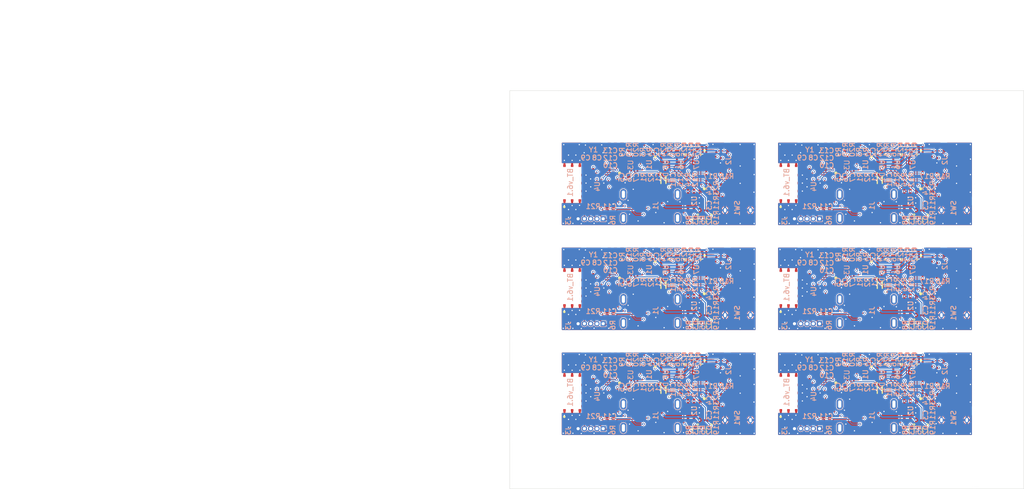
<source format=kicad_pcb>
(kicad_pcb (version 20221018) (generator pcbnew)
  (title_block (title "CC Controller") (date "2020-11-30") (rev "000"))
  (layers (0 "F.Cu" signal) (1 "In1.Cu" signal) (2 "In2.Cu" signal) (31 "B.Cu" signal) (34 "B.Paste" user) (35 "F.Paste" user) (36 "B.SilkS" user "B.Silkscreen") (37 "F.SilkS" user "F.Silkscreen") (38 "B.Mask" user) (39 "F.Mask" user) (44 "Edge.Cuts" user))
  (net 0 "")
  (net 1 "GND")
  (net 2 "Net-(U3-VREF)")
  (net 3 "Net-(U3-CSRD)")
  (net 4 "EN")
  (net 5 "PS_HOLD")
  (net 6 "VUSB")
  (net 7 "VBATT")
  (net 8 "VBUS")
  (net 9 "V2.8")
  (net 10 "Net-(U4-P0.00{slash}XL1)")
  (net 11 "Net-(U4-P0.01{slash}XL2)")
  (net 12 "Net-(D2-K)")
  (net 13 "SCL")
  (net 14 "SDA")
  (net 15 "XSHUT1")
  (net 16 "XSHUT2")
  (net 17 "SWDIO")
  (net 18 "SWDCLK")
  (net 19 "RESET")
  (net 20 "PB_OUT")
  (net 21 "Net-(D2-A)")
  (net 22 "Net-(D3-A)")
  (net 23 "Net-(J1-CC1)")
  (net 24 "Net-(J1-CC2)")
  (net 29 "INT")
  (net 31 "BM")
  (net 32 "BM_EN")
  (net 34 "CHRG_STAT")
  (net 35 "PWR_ON")
  (net 36 "Net-(U1-BYP{slash}ADJ{slash}NC)")
  (net 37 "Net-(U2-PROG)")
  (net 38 "Net-(U6-D1)")
  (net 39 "Net-(U6-D2)")
  (net 40 "Net-(U5-G1)")
  (net 41 "Net-(U6-G1)")
  (net 42 "CHRG")
  (net 43 "Net-(U3-~{PB})")
  (net 44 "PROG")
  (net 46 "LED_EN")
  (footprint "Mousebites:0.5mm-NPTH-Drill" (layer "F.Cu") (at 100.288 37.76 90)
    (fp_text reference "REF**" hide)
    (fp_text value "0.5mm-NPTH-Drill" hide)
  )
  (footprint "Mousebites:0.5mm-NPTH-Drill" (layer "F.Cu") (at 101.054 37.76 90)
    (fp_text reference "REF**" hide)
    (fp_text value "0.5mm-NPTH-Drill" hide)
  )
  (footprint "Mousebites:0.5mm-NPTH-Drill" (layer "F.Cu") (at 101.82 37.76 90)
    (fp_text reference "REF**" hide)
    (fp_text value "0.5mm-NPTH-Drill" hide)
  )
  (footprint "Mousebites:0.5mm-NPTH-Drill" (layer "F.Cu") (at 97.99 37.76 90)
    (fp_text reference "REF**" hide)
    (fp_text value "0.5mm-NPTH-Drill" hide)
  )
  (footprint "Mousebites:0.5mm-NPTH-Drill" (layer "F.Cu") (at 98.756 37.76 90)
    (fp_text reference "REF**" hide)
    (fp_text value "0.5mm-NPTH-Drill" hide)
  )
  (footprint "Mousebites:0.5mm-NPTH-Drill" (layer "F.Cu") (at 99.522 37.76 90)
    (fp_text reference "REF**" hide)
    (fp_text value "0.5mm-NPTH-Drill" hide)
  )
  (footprint "Mousebites:0.5mm-NPTH-Drill" (layer "F.Cu") (at 176.402 85.73 90)
    (fp_text reference "REF**" hide)
    (fp_text value "0.5mm-NPTH-Drill" hide)
  )
  (footprint "Mousebites:0.5mm-NPTH-Drill" (layer "F.Cu") (at 175.616 37.76 90)
    (fp_text reference "REF**" hide)
    (fp_text value "0.5mm-NPTH-Drill" hide)
  )
  (footprint "Mousebites:0.5mm-NPTH-Drill" (layer "F.Cu") (at 174.85 37.76 90)
    (fp_text reference "REF**" hide)
    (fp_text value "0.5mm-NPTH-Drill" hide)
  )
  (footprint "Mousebites:0.5mm-NPTH-Drill" (layer "F.Cu") (at 178.68 37.76 90)
    (fp_text reference "REF**" hide)
    (fp_text value "0.5mm-NPTH-Drill" hide)
  )
  (footprint "Mousebites:0.5mm-NPTH-Drill" (layer "F.Cu") (at 177.914 37.76 90)
    (fp_text reference "REF**" hide)
    (fp_text value "0.5mm-NPTH-Drill" hide)
  )
  (footprint "Mousebites:0.5mm-NPTH-Drill" (layer "F.Cu") (at 177.148 37.76 90)
    (fp_text reference "REF**" hide)
    (fp_text value "0.5mm-NPTH-Drill" hide)
  )
  (footprint "Mousebites:0.5mm-NPTH-Drill" (layer "F.Cu") (at 105.14 91.318 180)
    (fp_text reference "REF**" hide)
    (fp_text value "0.5mm-NPTH-Drill" hide)
  )
  (footprint "Mousebites:0.5mm-NPTH-Drill" (layer "F.Cu") (at 105.14 90.552 180)
    (fp_text reference "REF**" hide)
    (fp_text value "0.5mm-NPTH-Drill" hide)
  )
  (footprint "Mousebites:0.5mm-NPTH-Drill" (layer "F.Cu") (at 105.14 92.084 180)
    (fp_text reference "REF**" hide)
    (fp_text value "0.5mm-NPTH-Drill" hide)
  )
  (footprint "Mousebites:0.5mm-NPTH-Drill" (layer "F.Cu") (at 105.14 92.85 180)
    (fp_text reference "REF**" hide)
    (fp_text value "0.5mm-NPTH-Drill" hide)
  )
  (footprint "Mousebites:0.5mm-NPTH-Drill" (layer "F.Cu") (at 105.14 89.786 180)
    (fp_text reference "REF**" hide)
    (fp_text value "0.5mm-NPTH-Drill" hide)
  )
  (footprint "Mousebites:0.5mm-NPTH-Drill" (layer "F.Cu") (at 105.14 89.02 180)
    (fp_text reference "REF**" hide)
    (fp_text value "0.5mm-NPTH-Drill" hide)
  )
  (footprint "Mousebites:2MM_Stencil_Hole" (layer "F.Cu") (at 175.314263 33.95)
    (fp_text reference "REF**" hide)
    (fp_text value "2MM_Stencil_Hole" hide)
  )
  (footprint "Mousebites:2MM_Stencil_Hole" (layer "F.Cu") (at 101.335737 89.51)
    (fp_text reference "REF**" hide)
    (fp_text value "2MM_Stencil_Hole" hide)
  )
  (footprint "Mousebites:0.5mm-NPTH-Drill" (layer "F.Cu") (at 105.055 43.345)
    (fp_text reference "REF**" hide)
    (fp_text value "0.5mm-NPTH-Drill" hide)
  )
  (footprint "Mousebites:0.5mm-NPTH-Drill" (layer "F.Cu") (at 105.055 44.11)
    (fp_text reference "REF**" hide)
    (fp_text value "0.5mm-NPTH-Drill" hide)
  )
  (footprint "Mousebites:0.5mm-NPTH-Drill" (layer "F.Cu") (at 105.055 45.64)
    (fp_text reference "REF**" hide)
    (fp_text value "0.5mm-NPTH-Drill" hide)
  )
  (footprint "Mousebites:0.5mm-NPTH-Drill" (layer "F.Cu") (at 105.055 42.58)
    (fp_text reference "REF**" hide)
    (fp_text value "0.5mm-NPTH-Drill" hide)
  )
  (footprint "Mousebites:0.5mm-NPTH-Drill" (layer "F.Cu") (at 105.055 44.875)
    (fp_text reference "REF**" hide)
    (fp_text value "0.5mm-NPTH-Drill" hide)
  )
  (footprint "Mousebites:0.5mm-NPTH-Drill" (layer "F.Cu") (at 105.055 46.41)
    (fp_text reference "REF**" hide)
    (fp_text value "0.5mm-NPTH-Drill" hide)
  )
  (footprint "Mousebites:0.5mm-NPTH-Drill" (layer "F.Cu") (at 105.055 47.17)
    (fp_text reference "REF**" hide)
    (fp_text value "0.5mm-NPTH-Drill" hide)
  )
  (footprint "Mousebites:0.5mm-NPTH-Drill" (layer "F.Cu") (at 176.382 37.76 90)
    (fp_text reference "REF**" hide)
    (fp_text value "0.5mm-NPTH-Drill" hide)
  )
  (footprint "Mousebites:0.5mm-NPTH-Drill" (layer "F.Cu") (at 137.105 43.345)
    (fp_text reference "REF**" hide)
    (fp_text value "0.5mm-NPTH-Drill" hide)
  )
  (footprint "Mousebites:0.5mm-NPTH-Drill" (layer "F.Cu") (at 137.105 44.875)
    (fp_text reference "REF**" hide)
    (fp_text value "0.5mm-NPTH-Drill" hide)
  )
  (footprint "Mousebites:0.5mm-NPTH-Drill" (layer "F.Cu") (at 137.105 46.41)
    (fp_text reference "REF**" hide)
    (fp_text value "0.5mm-NPTH-Drill" hide)
  )
  (footprint "Mousebites:0.5mm-NPTH-Drill" (layer "F.Cu") (at 137.105 42.58)
    (fp_text reference "REF**" hide)
    (fp_text value "0.5mm-NPTH-Drill" hide)
  )
  (footprint "Mousebites:0.5mm-NPTH-Drill" (layer "F.Cu") (at 137.105 45.64)
    (fp_text reference "REF**" hide)
    (fp_text value "0.5mm-NPTH-Drill" hide)
  )
  (footprint "Mousebites:0.5mm-NPTH-Drill" (layer "F.Cu") (at 137.105 44.11)
    (fp_text reference "REF**" hide)
    (fp_text value "0.5mm-NPTH-Drill" hide)
  )
  (footprint "Mousebites:0.5mm-NPTH-Drill" (layer "F.Cu") (at 137.105 47.17)
    (fp_text reference "REF**" hide)
    (fp_text value "0.5mm-NPTH-Drill" hide)
  )
  (footprint "Mousebites:0.5mm-NPTH-Drill" (layer "F.Cu") (at 139.555 45.64)
    (fp_text reference "REF**" hide)
    (fp_text value "0.5mm-NPTH-Drill" hide)
  )
  (footprint "Mousebites:0.5mm-NPTH-Drill" (layer "F.Cu") (at 139.555 47.17)
    (fp_text reference "REF**" hide)
    (fp_text value "0.5mm-NPTH-Drill" hide)
  )
  (footprint "Mousebites:0.5mm-NPTH-Drill" (layer "F.Cu") (at 139.555 42.58)
    (fp_text reference "REF**" hide)
    (fp_text value "0.5mm-NPTH-Drill" hide)
  )
  (footprint "Mousebites:0.5mm-NPTH-Drill" (layer "F.Cu") (at 139.555 44.11)
    (fp_text reference "REF**" hide)
    (fp_text value "0.5mm-NPTH-Drill" hide)
  )
  (footprint "Mousebites:0.5mm-NPTH-Drill" (layer "F.Cu") (at 139.555 43.345)
    (fp_text reference "REF**" hide)
    (fp_text value "0.5mm-NPTH-Drill" hide)
  )
  (footprint "Mousebites:0.5mm-NPTH-Drill" (layer "F.Cu") (at 139.555 44.875)
    (fp_text reference "REF**" hide)
    (fp_text value "0.5mm-NPTH-Drill" hide)
  )
  (footprint "Mousebites:0.5mm-NPTH-Drill" (layer "F.Cu") (at 139.555 46.41)
    (fp_text reference "REF**" hide)
    (fp_text value "0.5mm-NPTH-Drill" hide)
  )
  (footprint "Mousebites:0.5mm-NPTH-Drill" (layer "F.Cu") (at 171.605 43.345)
    (fp_text reference "REF**" hide)
    (fp_text value "0.5mm-NPTH-Drill" hide)
  )
  (footprint "Mousebites:0.5mm-NPTH-Drill" (layer "F.Cu") (at 171.605 44.875)
    (fp_text reference "REF**" hide)
    (fp_text value "0.5mm-NPTH-Drill" hide)
  )
  (footprint "Mousebites:0.5mm-NPTH-Drill" (layer "F.Cu") (at 171.605 46.41)
    (fp_text reference "REF**" hide)
    (fp_text value "0.5mm-NPTH-Drill" hide)
  )
  (footprint "Mousebites:0.5mm-NPTH-Drill" (layer "F.Cu") (at 171.605 42.58)
    (fp_text reference "REF**" hide)
    (fp_text value "0.5mm-NPTH-Drill" hide)
  )
  (footprint "Mousebites:0.5mm-NPTH-Drill" (layer "F.Cu") (at 171.605 45.64)
    (fp_text reference "REF**" hide)
    (fp_text value "0.5mm-NPTH-Drill" hide)
  )
  (footprint "Mousebites:0.5mm-NPTH-Drill" (layer "F.Cu") (at 171.605 44.11)
    (fp_text reference "REF**" hide)
    (fp_text value "0.5mm-NPTH-Drill" hide)
  )
  (footprint "Mousebites:0.5mm-NPTH-Drill" (layer "F.Cu") (at 171.605 47.17)
    (fp_text reference "REF**" hide)
    (fp_text value "0.5mm-NPTH-Drill" hide)
  )
  (footprint "Mousebites:0.5mm-NPTH-Drill" (layer "F.Cu") (at 97.98 69.86 90)
    (fp_text reference "REF**" hide)
    (fp_text value "0.5mm-NPTH-Drill" hide)
  )
  (footprint "Mousebites:0.5mm-NPTH-Drill" (layer "F.Cu") (at 99.512 69.86 90)
    (fp_text reference "REF**" hide)
    (fp_text value "0.5mm-NPTH-Drill" hide)
  )
  (footprint "Mousebites:0.5mm-NPTH-Drill" (layer "F.Cu") (at 98.746 69.86 90)
    (fp_text reference "REF**" hide)
    (fp_text value "0.5mm-NPTH-Drill" hide)
  )
  (footprint "Mousebites:0.5mm-NPTH-Drill" (layer "F.Cu") (at 101.81 69.86 90)
    (fp_text reference "REF**" hide)
    (fp_text value "0.5mm-NPTH-Drill" hide)
  )
  (footprint "Mousebites:0.5mm-NPTH-Drill" (layer "F.Cu") (at 100.278 69.86 90)
    (fp_text reference "REF**" hide)
    (fp_text value "0.5mm-NPTH-Drill" hide)
  )
  (footprint "Mousebites:0.5mm-NPTH-Drill" (layer "F.Cu") (at 101.044 69.86 90)
    (fp_text reference "REF**" hide)
    (fp_text value "0.5mm-NPTH-Drill" hide)
  )
  (footprint "Mousebites:0.5mm-NPTH-Drill" (layer "F.Cu") (at 139.555 62.39)
    (fp_text reference "REF**" hide)
    (fp_text value "0.5mm-NPTH-Drill" hide)
  )
  (footprint "Mousebites:0.5mm-NPTH-Drill" (layer "F.Cu") (at 139.555 79.14)
    (fp_text reference "REF**" hide)
    (fp_text value "0.5mm-NPTH-Drill" hide)
  )
  (footprint "Mousebites:0.5mm-NPTH-Drill" (layer "F.Cu") (at 137.105 60.86)
    (fp_text reference "REF**" hide)
    (fp_text value "0.5mm-NPTH-Drill" hide)
  )
  (footprint "Mousebites:0.5mm-NPTH-Drill" (layer "F.Cu") (at 137.105 77.61)
    (fp_text reference "REF**" hide)
    (fp_text value "0.5mm-NPTH-Drill" hide)
  )
  (footprint "Mousebites:0.5mm-NPTH-Drill" (layer "F.Cu") (at 137.105 62.39)
    (fp_text reference "REF**" hide)
    (fp_text value "0.5mm-NPTH-Drill" hide)
  )
  (footprint "Mousebites:0.5mm-NPTH-Drill" (layer "F.Cu") (at 137.105 79.14)
    (fp_text reference "REF**" hide)
    (fp_text value "0.5mm-NPTH-Drill" hide)
  )
  (footprint "Mousebites:0.5mm-NPTH-Drill" (layer "F.Cu") (at 139.555 63.16)
    (fp_text reference "REF**" hide)
    (fp_text value "0.5mm-NPTH-Drill" hide)
  )
  (footprint "Mousebites:0.5mm-NPTH-Drill" (layer "F.Cu") (at 139.555 79.91)
    (fp_text reference "REF**" hide)
    (fp_text value "0.5mm-NPTH-Drill" hide)
  )
  (footprint "Mousebites:0.5mm-NPTH-Drill" (layer "F.Cu") (at 137.105 63.92)
    (fp_text reference "REF**" hide)
    (fp_text value "0.5mm-NPTH-Drill" hide)
  )
  (footprint "Mousebites:0.5mm-NPTH-Drill" (layer "F.Cu") (at 137.105 80.67)
    (fp_text reference "REF**" hide)
    (fp_text value "0.5mm-NPTH-Drill" hide)
  )
  (footprint "Mousebites:0.5mm-NPTH-Drill" (layer "F.Cu") (at 139.555 60.86)
    (fp_text reference "REF**" hide)
    (fp_text value "0.5mm-NPTH-Drill" hide)
  )
  (footprint "Mousebites:0.5mm-NPTH-Drill" (layer "F.Cu") (at 139.555 77.61)
    (fp_text reference "REF**" hide)
    (fp_text value "0.5mm-NPTH-Drill" hide)
  )
  (footprint "Mousebites:0.5mm-NPTH-Drill" (layer "F.Cu") (at 139.555 63.92)
    (fp_text reference "REF**" hide)
    (fp_text value "0.5mm-NPTH-Drill" hide)
  )
  (footprint "Mousebites:0.5mm-NPTH-Drill" (layer "F.Cu") (at 139.555 80.67)
    (fp_text reference "REF**" hide)
    (fp_text value "0.5mm-NPTH-Drill" hide)
  )
  (footprint "Mousebites:0.5mm-NPTH-Drill" (layer "F.Cu") (at 137.105 59.33)
    (fp_text reference "REF**" hide)
    (fp_text value "0.5mm-NPTH-Drill" hide)
  )
  (footprint "Mousebites:0.5mm-NPTH-Drill" (layer "F.Cu") (at 137.105 76.08)
    (fp_text reference "REF**" hide)
    (fp_text value "0.5mm-NPTH-Drill" hide)
  )
  (footprint "Mousebites:0.5mm-NPTH-Drill" (layer "F.Cu") (at 137.105 63.16)
    (fp_text reference "REF**" hide)
    (fp_text value "0.5mm-NPTH-Drill" hide)
  )
  (footprint "Mousebites:0.5mm-NPTH-Drill" (layer "F.Cu") (at 137.105 79.91)
    (fp_text reference "REF**" hide)
    (fp_text value "0.5mm-NPTH-Drill" hide)
  )
  (footprint "Mousebites:0.5mm-NPTH-Drill" (layer "F.Cu") (at 137.105 61.625)
    (fp_text reference "REF**" hide)
    (fp_text value "0.5mm-NPTH-Drill" hide)
  )
  (footprint "Mousebites:0.5mm-NPTH-Drill" (layer "F.Cu") (at 137.105 78.375)
    (fp_text reference "REF**" hide)
    (fp_text value "0.5mm-NPTH-Drill" hide)
  )
  (footprint "Mousebites:0.5mm-NPTH-Drill" (layer "F.Cu") (at 137.105 60.095)
    (fp_text reference "REF**" hide)
    (fp_text value "0.5mm-NPTH-Drill" hide)
  )
  (footprint "Mousebites:0.5mm-NPTH-Drill" (layer "F.Cu") (at 137.105 76.845)
    (fp_text reference "REF**" hide)
    (fp_text value "0.5mm-NPTH-Drill" hide)
  )
  (footprint "Mousebites:0.5mm-NPTH-Drill" (layer "F.Cu") (at 105.055 63.92)
    (fp_text reference "REF**" hide)
    (fp_text value "0.5mm-NPTH-Drill" hide)
  )
  (footprint "Mousebites:0.5mm-NPTH-Drill" (layer "F.Cu") (at 105.055 80.67)
    (fp_text reference "REF**" hide)
    (fp_text value "0.5mm-NPTH-Drill" hide)
  )
  (footprint "Mousebites:0.5mm-NPTH-Drill" (layer "F.Cu") (at 105.055 63.16)
    (fp_text reference "REF**" hide)
    (fp_text value "0.5mm-NPTH-Drill" hide)
  )
  (footprint "Mousebites:0.5mm-NPTH-Drill" (layer "F.Cu") (at 105.055 79.91)
    (fp_text reference "REF**" hide)
    (fp_text value "0.5mm-NPTH-Drill" hide)
  )
  (footprint "Mousebites:0.5mm-NPTH-Drill" (layer "F.Cu") (at 171.605 60.095)
    (fp_text reference "REF**" hide)
    (fp_text value "0.5mm-NPTH-Drill" hide)
  )
  (footprint "Mousebites:0.5mm-NPTH-Drill" (layer "F.Cu") (at 171.605 76.845)
    (fp_text reference "REF**" hide)
    (fp_text value "0.5mm-NPTH-Drill" hide)
  )
  (footprint "Mousebites:0.5mm-NPTH-Drill" (layer "F.Cu") (at 105.055 59.33)
    (fp_text reference "REF**" hide)
    (fp_text value "0.5mm-NPTH-Drill" hide)
  )
  (footprint "Mousebites:0.5mm-NPTH-Drill" (layer "F.Cu") (at 105.055 76.08)
    (fp_text reference "REF**" hide)
    (fp_text value "0.5mm-NPTH-Drill" hide)
  )
  (footprint "Mousebites:0.5mm-NPTH-Drill" (layer "F.Cu") (at 139.555 60.095)
    (fp_text reference "REF**" hide)
    (fp_text value "0.5mm-NPTH-Drill" hide)
  )
  (footprint "Mousebites:0.5mm-NPTH-Drill" (layer "F.Cu") (at 139.555 76.845)
    (fp_text reference "REF**" hide)
    (fp_text value "0.5mm-NPTH-Drill" hide)
  )
  (footprint "Mousebites:0.5mm-NPTH-Drill" (layer "F.Cu") (at 139.555 61.625)
    (fp_text reference "REF**" hide)
    (fp_text value "0.5mm-NPTH-Drill" hide)
  )
  (footprint "Mousebites:0.5mm-NPTH-Drill" (layer "F.Cu") (at 139.555 78.375)
    (fp_text reference "REF**" hide)
    (fp_text value "0.5mm-NPTH-Drill" hide)
  )
  (footprint "Mousebites:0.5mm-NPTH-Drill" (layer "F.Cu") (at 139.555 59.33)
    (fp_text reference "REF**" hide)
    (fp_text value "0.5mm-NPTH-Drill" hide)
  )
  (footprint "Mousebites:0.5mm-NPTH-Drill" (layer "F.Cu") (at 139.555 76.08)
    (fp_text reference "REF**" hide)
    (fp_text value "0.5mm-NPTH-Drill" hide)
  )
  (footprint "Mousebites:0.5mm-NPTH-Drill" (layer "F.Cu") (at 105.055 61.625)
    (fp_text reference "REF**" hide)
    (fp_text value "0.5mm-NPTH-Drill" hide)
  )
  (footprint "Mousebites:0.5mm-NPTH-Drill" (layer "F.Cu") (at 105.055 78.375)
    (fp_text reference "REF**" hide)
    (fp_text value "0.5mm-NPTH-Drill" hide)
  )
  (footprint "Mousebites:0.5mm-NPTH-Drill" (layer "F.Cu") (at 105.055 62.39)
    (fp_text reference "REF**" hide)
    (fp_text value "0.5mm-NPTH-Drill" hide)
  )
  (footprint "Mousebites:0.5mm-NPTH-Drill" (layer "F.Cu") (at 105.055 79.14)
    (fp_text reference "REF**" hide)
    (fp_text value "0.5mm-NPTH-Drill" hide)
  )
  (footprint "Mousebites:0.5mm-NPTH-Drill" (layer "F.Cu") (at 105.055 60.86)
    (fp_text reference "REF**" hide)
    (fp_text value "0.5mm-NPTH-Drill" hide)
  )
  (footprint "Mousebites:0.5mm-NPTH-Drill" (layer "F.Cu") (at 105.055 77.61)
    (fp_text reference "REF**" hide)
    (fp_text value "0.5mm-NPTH-Drill" hide)
  )
  (footprint "Mousebites:0.5mm-NPTH-Drill" (layer "F.Cu") (at 105.055 60.095)
    (fp_text reference "REF**" hide)
    (fp_text value "0.5mm-NPTH-Drill" hide)
  )
  (footprint "Mousebites:0.5mm-NPTH-Drill" (layer "F.Cu") (at 105.055 76.845)
    (fp_text reference "REF**" hide)
    (fp_text value "0.5mm-NPTH-Drill" hide)
  )
  (footprint "Mousebites:0.5mm-NPTH-Drill" (layer "F.Cu") (at 171.605 59.33)
    (fp_text reference "REF**" hide)
    (fp_text value "0.5mm-NPTH-Drill" hide)
  )
  (footprint "Mousebites:0.5mm-NPTH-Drill" (layer "F.Cu") (at 171.605 76.08)
    (fp_text reference "REF**" hide)
    (fp_text value "0.5mm-NPTH-Drill" hide)
  )
  (footprint "Mousebites:0.5mm-NPTH-Drill" (layer "F.Cu") (at 171.605 63.16)
    (fp_text reference "REF**" hide)
    (fp_text value "0.5mm-NPTH-Drill" hide)
  )
  (footprint "Mousebites:0.5mm-NPTH-Drill" (layer "F.Cu") (at 171.605 79.91)
    (fp_text reference "REF**" hide)
    (fp_text value "0.5mm-NPTH-Drill" hide)
  )
  (footprint "Mousebites:0.5mm-NPTH-Drill" (layer "F.Cu") (at 171.605 61.625)
    (fp_text reference "REF**" hide)
    (fp_text value "0.5mm-NPTH-Drill" hide)
  )
  (footprint "Mousebites:0.5mm-NPTH-Drill" (layer "F.Cu") (at 171.605 78.375)
    (fp_text reference "REF**" hide)
    (fp_text value "0.5mm-NPTH-Drill" hide)
  )
  (footprint "Mousebites:0.5mm-NPTH-Drill" (layer "F.Cu") (at 171.605 63.92)
    (fp_text reference "REF**" hide)
    (fp_text value "0.5mm-NPTH-Drill" hide)
  )
  (footprint "Mousebites:0.5mm-NPTH-Drill" (layer "F.Cu") (at 171.605 80.67)
    (fp_text reference "REF**" hide)
    (fp_text value "0.5mm-NPTH-Drill" hide)
  )
  (footprint "Mousebites:0.5mm-NPTH-Drill" (layer "F.Cu") (at 171.605 60.86)
    (fp_text reference "REF**" hide)
    (fp_text value "0.5mm-NPTH-Drill" hide)
  )
  (footprint "Mousebites:0.5mm-NPTH-Drill" (layer "F.Cu") (at 171.605 77.61)
    (fp_text reference "REF**" hide)
    (fp_text value "0.5mm-NPTH-Drill" hide)
  )
  (footprint "Mousebites:0.5mm-NPTH-Drill" (layer "F.Cu") (at 171.605 62.39)
    (fp_text reference "REF**" hide)
    (fp_text value "0.5mm-NPTH-Drill" hide)
  )
  (footprint "Mousebites:0.5mm-NPTH-Drill" (layer "F.Cu") (at 171.605 79.14)
    (fp_text reference "REF**" hide)
    (fp_text value "0.5mm-NPTH-Drill" hide)
  )
  (footprint "Stackpole_Res_0402:Stackpole_Res_0402" (layer "F.Cu") (at 118.51 44.19 90)
    (fp_text reference "R1")
    (fp_text value "5.1k (5%)")
  )
  (footprint "Capacitor_Taiyo_Yuden_0402:Capacitor_Taiyo_Yuden_0402" (layer "F.Cu") (at 113.7 56.36 180)
    (fp_text reference "C12")
    (fp_text value "10nF" hide)
  )
  (footprint "LDK130PU-R:LDK130PU-R" (layer "F.Cu") (at 119.52 41.49 -90)
    (fp_text reference "U1")
    (fp_text value "QFN40P120X130X45-6N" hide)
  )
  (footprint "BMD-350-A-R:XCVR_BMD-350-A-R" (layer "F.Cu") (at 144.43 61.45 90)
    (fp_text reference "U4")
    (fp_text value "BMD-350-A-R")
  )
  (footprint "Stackpole_Res_0402:Stackpole_Res_0402" (layer "F.Cu") (at 166.14 78.53 180)
    (fp_text reference "R18")
    (fp_text value "4.7k")
  )
  (footprint "Stackpole_Res_0402:Stackpole_Res_0402" (layer "F.Cu") (at 116.34 55.702 -90)
    (fp_text reference "R10")
    (fp_text value "10k")
  )
  (footprint "Capacitor_Taiyo_Yuden_0402:Capacitor_Taiyo_Yuden_0402" (layer "F.Cu") (at 163.55 82.06 90)
    (fp_text reference "C3")
    (fp_text value "4.7uF" hide)
  )
  (footprint "Mousebites:0.5mm-NPTH-Drill" (layer "F.Cu") (at 177.148 69.86 90)
    (fp_text reference "REF**" hide)
    (fp_text value "0.5mm-NPTH-Drill" hide)
  )
  (footprint "Stackpole_Res_0402:Stackpole_Res_0402" (layer "F.Cu") (at 149.74 38.952 -90)
    (fp_text reference "R9")
    (fp_text value "10k")
  )
  (footprint "Stackpole_Res_0402:Stackpole_Res_0402" (layer "F.Cu") (at 119.61 77.69 90)
    (fp_text reference "R2")
    (fp_text value "5.1k (5%)")
  )
  (footprint "Stackpole_Res_0402:Stackpole_Res_0402" (layer "F.Cu") (at 164.24 78.53)
    (fp_text reference "R17")
    (fp_text value "4.7k")
  )
  (footprint "ECS-.327-7-34R-TR:XTAL_ECS-.327-CDX-2216" (layer "F.Cu") (at 145.2 56.19 180)
    (fp_text reference "Y1")
    (fp_text value "ECS-.327-7-34R-TR" hide)
  )
  (footprint "Stackpole_Res_0402:Stackpole_Res_0402" (layer "F.Cu") (at 121.82 72.46 90)
    (fp_text reference "R24")
    (fp_text value "1k")
  )
  (footprint "Capacitor_Taiyo_Yuden_0402:Capacitor_Taiyo_Yuden_0402" (layer "F.Cu") (at 109.73 40.7 180)
    (fp_text reference "C9")
    (fp_text value "7pF")
  )
  (footprint "Stackpole_Res_0402:Stackpole_Res_0402" (layer "F.Cu") (at 164.24 61.78)
    (fp_text reference "R17")
    (fp_text value "4.7k")
  )
  (footprint "LED_QBLP595:LED_QBLP595" (layer "F.Cu") (at 161.415 84.137 -90)
    (fp_text reference "D3")
    (fp_text value "ORG")
  )
  (footprint "Capacitor_Taiyo_Yuden_0402:Capacitor_Taiyo_Yuden_0402" (layer "F.Cu") (at 151.91 77.73 -90)
    (fp_text reference "C7")
    (fp_text value "0.22uF" hide)
  )
  (footprint "Stackpole_Res_0402:Stackpole_Res_0402" (layer "F.Cu") (at 115.24 72.452 -90)
    (fp_text reference "R9")
    (fp_text value "10k")
  )
  (footprint "Stackpole_Res_0402:Stackpole_Res_0402" (layer "F.Cu") (at 130.14 63.28 -90)
    (fp_text reference "R23")
    (fp_text value "2M")
  )
  (footprint "Stackpole_Res_0402:Stackpole_Res_0402" (layer "F.Cu") (at 124.61 44.19 90)
    (fp_text reference "R15")
    (fp_text value "3M")
  )
  (footprint "Stackpole_Res_0402:Stackpole_Res_0402" (layer "F.Cu") (at 113.78 66.95 90)
    (fp_text reference "R6")
    (fp_text value "10k")
  )
  (footprint "Capacitor_Taiyo_Yuden_0402:Capacitor_Taiyo_Yuden_0402" (layer "F.Cu") (at 148.2 74.19 180)
    (fp_text reference "C10")
    (fp_text value "1uF" hide)
  )
  (footprint "Capacitor_Taiyo_Yuden_0402:Capacitor_Taiyo_Yuden_0402" (layer "F.Cu") (at 117.41 77.73 -90)
    (fp_text reference "C7")
    (fp_text value "0.22uF" hide)
  )
  (footprint "Capacitor_Taiyo_Yuden_0402:Capacitor_Taiyo_Yuden_0402" (layer "F.Cu") (at 113.7 40.69 180)
    (fp_text reference "C10")
    (fp_text value "1uF" hide)
  )
  (footprint "Mousebites:0.5mm-NPTH-Drill" (layer "F.Cu") (at 171.51 32.152 180)
    (fp_text reference "REF**" hide)
    (fp_text value "0.5mm-NPTH-Drill" hide)
  )
  (footprint "Stackpole_Res_0402:Stackpole_Res_0402" (layer "F.Cu") (at 153.04 38.952 90)
    (fp_text reference "R3")
    (fp_text value "75k (1%)")
  )
  (footprint "Stackpole_Res_0402:Stackpole_Res_0402" (layer "F.Cu") (at 125.84 50.687 90)
    (fp_text reference "R8")
    (fp_text value "10k (1%)")
  )
  (footprint "Mousebites:0.5mm-NPTH-Drill" (layer "F.Cu") (at 97.99 53.22 90)
    (fp_text reference "REF**" hide)
    (fp_text value "0.5mm-NPTH-Drill" hide)
  )
  (footprint "Stackpole_Res_0402:Stackpole_Res_0402" (layer "F.Cu") (at 125.71 77.69 -90)
    (fp_text reference "R14")
    (fp_text value "4M")
  )
  (footprint "Mousebites:0.5mm-NPTH-Drill" (layer "F.Cu") (at 175.636 85.73 90)
    (fp_text reference "REF**" hide)
    (fp_text value "0.5mm-NPTH-Drill" hide)
  )
  (footprint "Stackpole_Res_0402:Stackpole_Res_0402" (layer "F.Cu") (at 149.74 72.452 -90)
    (fp_text reference "R9")
    (fp_text value "10k")
  )
  (footprint "ESDA7P601U1M:ESDA7P601U1M" (layer "F.Cu") (at 123.25 44.2 90)
    (fp_text reference "CR1")
    (fp_text value "ESDA7P60-1U1M" hide)
  )
  (footprint "Capacitor_Taiyo_Yuden_0402:Capacitor_Taiyo_Yuden_0402" (layer "F.Cu") (at 146.22 57.45)
    (fp_text reference "C8")
    (fp_text value "7pF")
  )
  (footprint "Stackpole_Res_0402:Stackpole_Res_0402" (layer "F.Cu") (at 160.34 84.187 90)
    (fp_text reference "R8")
    (fp_text value "10k (1%)")
  )
  (footprint "Stackpole_Res_0402:Stackpole_Res_0402" (layer "F.Cu") (at 124.02 55.71 90)
    (fp_text reference "R16")
    (fp_text value "100k")
  )
  (footprint "Capacitor_Taiyo_Yuden_0402:Capacitor_Taiyo_Yuden_0402" (layer "F.Cu") (at 148.2 40.69 180)
    (fp_text reference "C10")
    (fp_text value "1uF" hide)
  )
  (footprint "Capacitor_Taiyo_Yuden_0402:Capacitor_Taiyo_Yuden_0402" (layer "F.Cu") (at 115.2 77.73 -90)
    (fp_text reference "C5")
    (fp_text value "1uF" hide)
  )
  (footprint "TE_2328702-8:TE_2328702-8" (layer "F.Cu") (at 164.04 72.98 90)
    (fp_text reference "J2")
    (fp_text value "2328702-8" hide)
  )
  (footprint "UJC-HP-3-SMT-TR:UJC-HP-3-SMT-TR" (layer "F.Cu") (at 119.77 63.24)
    (fp_text reference "J1")
    (fp_text value "UJC-HP-3-SMT-TR" hide)
  )
  (footprint "Stackpole_Res_0402:Stackpole_Res_0402" (layer "F.Cu") (at 164.64 48.52 -90)
    (fp_text reference "R11")
    (fp_text value "100k")
  )
  (footprint "Stackpole_Res_0402:Stackpole_Res_0402" (layer "F.Cu") (at 157.42 55.71 90)
    (fp_text reference "R26")
    (fp_text value "100k")
  )
  (footprint "Stackpole_Res_0402:Stackpole_Res_0402" (layer "F.Cu") (at 156.32 55.71 90)
    (fp_text reference "R24")
    (fp_text value "1k")
  )
  (footprint "Mousebites:0.5mm-NPTH-Drill" (layer "F.Cu") (at 177.168 85.73 90)
    (fp_text reference "REF**" hide)
    (fp_text value "0.5mm-NPTH-Drill" hide)
  )
  (footprint "Capacitor_Taiyo_Yuden_0402:Capacitor_Taiyo_Yuden_0402" (layer "F.Cu") (at 155.2 44.23 -90)
    (fp_text reference "C1")
    (fp_text value "1uF" hide)
  )
  (footprint "LED_QBLP595:LED_QBLP595" (layer "F.Cu") (at 163.565 67.4 -90)
    (fp_text reference "D2")
    (fp_text value "YEL/GRN")
  )
  (footprint "Stackpole_Res_0402:Stackpole_Res_0402" (layer "F.Cu") (at 158.52 72.46 90)
    (fp_text reference "R16")
    (fp_text value "100k")
  )
  (footprint "Capacitor_Taiyo_Yuden_0402:Capacitor_Taiyo_Yuden_0402" (layer "F.Cu") (at 117.41 44.23 -90)
    (fp_text reference "C7")
    (fp_text value "0.22uF" hide)
  )
  (footprint "Capacitor_Taiyo_Yuden_0402:Capacitor_Taiyo_Yuden_0402" (layer "F.Cu") (at 148.2 56.36 180)
    (fp_text reference "C12")
    (fp_text value "10nF" hide)
  )
  (footprint "Capacitor_Taiyo_Yuden_0402:Capacitor_Taiyo_Yuden_0402" (layer "F.Cu") (at 149.7 77.73 -90)
    (fp_text reference "C5")
    (fp_text value "1uF" hide)
  )
  (footprint "Stackpole_Res_0402:Stackpole_Res_0402" (layer "F.Cu") (at 164.64 63.28 -90)
    (fp_text reference "R23")
    (fp_text value "2M")
  )
  (footprint "Stackpole_Res_0402:Stackpole_Res_0402" (layer "F.Cu") (at 127.99 50.687 -90)
    (fp_text reference "R5")
    (fp_text value "10k")
  )
  (footprint "Stackpole_Res_0402:Stackpole_Res_0402" (layer "F.Cu") (at 131.64 45.03 180)
    (fp_text reference "R18")
    (fp_text value "4.7k")
  )
  (footprint "Stackpole_Res_0402:Stackpole_Res_0402" (layer "F.Cu") (at 121.82 38.96 90)
    (fp_text reference "R24")
    (fp_text value "1k")
  )
  (footprint "Stackpole_Res_0402:Stackpole_Res_0402" (layer "F.Cu") (at 159.11 44.19 90)
    (fp_text reference "R15")
    (fp_text value "3M")
  )
  (footprint "Stackpole_Res_0402:Stackpole_Res_0402" (layer "F.Cu") (at 161.31 77.69 -90)
    (fp_text reference "R12")
    (fp_text value "100k")
  )
  (footprint "Stackpole_Res_0402:Stackpole_Res_0402" (layer "F.Cu") (at 122.92 38.96 90)
    (fp_text reference "R26")
    (fp_text value "100k")
  )
  (footprint "Stackpole_Res_0402:Stackpole_Res_0402" (layer "F.Cu") (at 130.14 80.03 -90)
    (fp_text reference "R23")
    (fp_text value "2M")
  )
  (footprint "Mousebites:0.5mm-NPTH-Drill" (layer "F.Cu") (at 98.756 53.22 90)
    (fp_text reference "REF**" hide)
    (fp_text value "0.5mm-NPTH-Drill" hide)
  )
  (footprint "SSM6L61NU:SSM6L61NU" (layer "F.Cu") (at 159.12 74.97 180)
    (fp_text reference "U6")
    (fp_text value "UDFN6" hide)
  )
  (footprint "Capacitor_Taiyo_Yuden_0402:Capacitor_Taiyo_Yuden_0402" (layer "F.Cu") (at 163.55 65.31 90)
    (fp_text reference "C3")
    (fp_text value "4.7uF" hide)
  )
  (footprint "Stackpole_Res_0402:Stackpole_Res_0402" (layer "F.Cu") (at 158.52 55.71 90)
    (fp_text reference "R16")
    (fp_text value "100k")
  )
  (footprint "Capacitor_Taiyo_Yuden_0402:Capacitor_Taiyo_Yuden_0402" (layer "F.Cu") (at 120.73 38.99 90)
    (fp_text reference "C2")
    (fp_text value "1uF" hide)
  )
  (footprint "TE_2328702-8:TE_2328702-8" (layer "F.Cu") (at 164.04 56.23 90)
    (fp_text reference "J2")
    (fp_text value "2328702-8" hide)
  )
  (footprint "SSM6L61NU:SSM6L61NU" (layer "F.Cu") (at 122.1 41.47 180)
    (fp_text reference "U5")
    (fp_text value "UDFN6" hide)
  )
  (footprint "SSM6L61NU:SSM6L61NU" (layer "F.Cu") (at 156.6 74.97 180)
    (fp_text reference "U5")
    (fp_text value "UDFN6" hide)
  )
  (footprint "BMD-350-A-R:XCVR_BMD-350-A-R" (layer "F.Cu") (at 109.93 78.2 90)
    (fp_text reference "U4")
    (fp_text value "BMD-350-A-R")
  )
  (footprint "ECS-.327-7-34R-TR:XTAL_ECS-.327-CDX-2216" (layer "F.Cu") (at 145.2 39.44 180)
    (fp_text reference "Y1")
    (fp_text value "ECS-.327-7-34R-TR" hide)
  )
  (footprint "Stackpole_Res_0402:Stackpole_Res_0402" (layer "F.Cu") (at 150.84 72.452 -90)
    (fp_text reference "R10")
    (fp_text value "10k")
  )
  (footprint "Mousebites:0.5mm-NPTH-Drill" (layer "F.Cu") (at 98.726 85.72 90)
    (fp_text reference "REF**" hide)
    (fp_text value "0.5mm-NPTH-Drill" hide)
  )
  (footprint "Stackpole_Res_0402:Stackpole_Res_0402" (layer "F.Cu") (at 156.32 38.96 90)
    (fp_text reference "R24")
    (fp_text value "1k")
  )
  (footprint "Mousebites:0.5mm-NPTH-Drill" (layer "F.Cu") (at 175.646 53.22 90)
    (fp_text reference "REF**" hide)
    (fp_text value "0.5mm-NPTH-Drill" hide)
  )
  (footprint "Capacitor_Taiyo_Yuden_0402:Capacitor_Taiyo_Yuden_0402" (layer "F.Cu") (at 147.84 82.21)
    (fp_text reference "C11")
    (fp_text value "10nF" hide)
  )
  (footprint "Stackpole_Res_0402:Stackpole_Res_0402" (layer "F.Cu") (at 160.72 38.96 90)
    (fp_text reference "R13")
    (fp_text value "100k")
  )
  (footprint "LED_QBLP595:LED_QBLP595" (layer "F.Cu") (at 126.915 50.637 -90)
    (fp_text reference "D3")
    (fp_text value "ORG")
  )
  (footprint "Mousebites:0.5mm-NPTH-Drill" (layer "F.Cu") (at 174.85 69.86 90)
    (fp_text reference "REF**" hide)
    (fp_text value "0.5mm-NPTH-Drill" hide)
  )
  (footprint "Capacitor_Taiyo_Yuden_0402:Capacitor_Taiyo_Yuden_0402" (layer "F.Cu") (at 149.7 44.23 -90)
    (fp_text reference "C5")
    (fp_text value "1uF" hide)
  )
  (footprint "Mousebites:0.5mm-NPTH-Drill" (layer "F.Cu") (at 101.79 85.72 90)
    (fp_text reference "REF**" hide)
    (fp_text value "0.5mm-NPTH-Drill" hide)
  )
  (footprint "Capacitor_Taiyo_Yuden_0402:Capacitor_Taiyo_Yuden_0402" (layer "F.Cu") (at 148.2 55.28 180)
    (fp_text reference "C13")
    (fp_text value "100nF" hide)
  )
  (footprint "Stackpole_Res_0402:Stackpole_Res_0402" (layer "F.Cu") (at 118.54 55.702 90)
    (fp_text reference "R3")
    (fp_text value "75k (1%)")
  )
  (footprint "Capacitor_Taiyo_Yuden_0402:Capacitor_Taiyo_Yuden_0402" (layer "F.Cu") (at 144.23 40.7 180)
    (fp_text reference "C9")
    (fp_text value "7pF")
  )
  (footprint "Capacitor_Taiyo_Yuden_0402:Capacitor_Taiyo_Yuden_0402" (layer "F.Cu") (at 120.7 44.23 -90)
    (fp_text reference "C1")
    (fp_text value "1uF" hide)
  )
  (footprint "Stackpole_Res_0402:Stackpole_Res_0402" (layer "F.Cu") (at 151.94 55.702 -90)
    (fp_text reference "R20")
    (fp_text value "10k")
  )
  (footprint "Stackpole_Res_0402:Stackpole_Res_0402" (layer "F.Cu") (at 160.21 60.94 -90)
    (fp_text reference "R14")
    (fp_text value "4M")
  )
  (footprint "Stackpole_Res_0402:Stackpole_Res_0402" (layer "F.Cu") (at 113.78 50.2 90)
    (fp_text reference "R6")
    (fp_text value "10k")
  )
  (footprint "STM6601CQ2BDM6F:STM6601AQ2BDM6F" (layer "F.Cu") (at 116.44 41.5 90)
    (fp_text reference "U3")
    (fp_text value "STM6601CQ2BDM6F" hide)
  )
  (footprint "SSM6L61NU:SSM6L61NU" (layer "F.Cu") (at 124.62 58.22 180)
    (fp_text reference "U6")
    (fp_text value "UDFN6" hide)
  )
  (footprint "Capacitor_Taiyo_Yuden_0402:Capacitor_Taiyo_Yuden_0402" (layer "F.Cu") (at 113.34 82.21)
    (fp_text reference "C11")
    (fp_text value "10nF" hide)
  )
  (footprint "Stackpole_Res_0402:Stackpole_Res_0402" (layer "F.Cu") (at 118.51 77.69 90)
    (fp_text reference "R1")
    (fp_text value "5.1k (5%)")
  )
  (footprint "Stackpole_Res_0402:Stackpole_Res_0402" (layer "F.Cu") (at 154.11 60.94 90)
    (fp_text reference "R2")
    (fp_text value "5.1k (5%)")
  )
  (footprint "BAT30KFILM:BAT30KFILM" (layer "F.Cu") (at 156.34 77.66 90)
    (fp_text reference "D1")
    (fp_text value "BAT30KFILM" hide)
  )
  (footprint "Stackpole_Res_0402:Stackpole_Res_0402" (layer "F.Cu") (at 117.44 55.702 -90)
    (fp_text reference "R20")
    (fp_text value "10k")
  )
  (footprint "Capacitor_Taiyo_Yuden_0402:Capacitor_Taiyo_Yuden_0402" (layer "F.Cu") (at 129.05 63.32 -90)
    (fp_text reference "C4")
    (fp_text value "4.7uF" hide)
  )
  (footprint "Capacitor_Taiyo_Yuden_0402:Capacitor_Taiyo_Yuden_0402" (layer "F.Cu") (at 146.22 74.2)
    (fp_text reference "C8")
    (fp_text value "7pF")
  )
  (footprint "Mousebites:0.5mm-NPTH-Drill" (layer "F.Cu") (at 105.13 34.44 180)
    (fp_text reference "REF**" hide)
    (fp_text value "0.5mm-NPTH-Drill" hide)
  )
  (footprint "LED_QBLP595:LED_QBLP595" (layer "F.Cu") (at 129.065 84.15 -90)
    (fp_text reference "D2")
    (fp_text value "YEL/GRN")
  )
  (footprint "Mousebites:0.5mm-NPTH-Drill" (layer "F.Cu") (at 101.024 85.72 90)
    (fp_text reference "REF**" hide)
    (fp_text value "0.5mm-NPTH-Drill" hide)
  )
  (footprint "Stackpole_Res_0402:Stackpole_Res_0402" (layer "F.Cu") (at 154.11 44.19 90)
    (fp_text reference "R2")
    (fp_text value "5.1k (5%)")
  )
  (footprint "Capacitor_Taiyo_Yuden_0402:Capacitor_Taiyo_Yuden_0402" (layer "F.Cu") (at 113.7 38.53 180)
    (fp_text reference "C13")
    (fp_text value "100nF" hide)
  )
  (footprint "Stackpole_Res_0402:Stackpole_Res_0402" (layer "F.Cu") (at 164.64 50.687 -90)
    (fp_text reference "R19")
    (fp_text value "10k")
  )
  (footprint "Stackpole_Res_0402:Stackpole_Res_0402" (layer "F.Cu") (at 127.99 67.437 -90)
    (fp_text reference "R5")
    (fp_text value "10k")
  )
  (footprint "Connector_PinHeader_1.00mm:PinHeader_1x05_P1.00mm_Vertical" (layer "F.Cu") (at 112.23 50.4 -90)
    (fp_text reference "J3")
    (fp_text value "Conn_01x05")
  )
  (footprint "Stackpole_Res_0402:Stackpole_Res_0402" (layer "F.Cu") (at 130.14 67.437 -90)
    (fp_text reference "R19")
    (fp_text value "10k")
  )
  (footprint "BAT30KFILM:BAT30KFILM" (layer "F.Cu") (at 121.84 77.66 90)
    (fp_text reference "D1")
    (fp_text value "BAT30KFILM" hide)
  )
  (footprint "Capacitor_Taiyo_Yuden_0402:Capacitor_Taiyo_Yuden_0402" (layer "F.Cu") (at 155.23 38.99 90)
    (fp_text reference "C2")
    (fp_text value "1uF" hide)
  )
  (footprint "Capacitor_Taiyo_Yuden_0402:Capacitor_Taiyo_Yuden_0402" (layer "F.Cu") (at 120.73 55.74 90)
    (fp_text reference "C2")
    (fp_text value "1uF" hide)
  )
  (footprint "Stackpole_Res_0402:Stackpole_Res_0402" (layer "F.Cu") (at 125.84 67.437 90)
    (fp_text reference "R8")
    (fp_text value "10k (1%)")
  )
  (footprint "Stackpole_Res_0402:Stackpole_Res_0402" (layer "F.Cu") (at 130.14 84.187 -90)
    (fp_text reference "R19")
    (fp_text value "10k")
  )
  (footprint "Stackpole_Res_0402:Stackpole_Res_0402" (layer "F.Cu") (at 125.12 55.71 90)
    (fp_text reference "R25")
    (fp_text value "1k")
  )
  (footprint "SSM6L61NU:SSM6L61NU" (layer "F.Cu") (at 127.14 58.22 180)
    (fp_text reference "U7")
    (fp_text value "UDFN6" hide)
  )
  (footprint "Stackpole_Res_0402:Stackpole_Res_0402" (layer "F.Cu") (at 126.22 38.96 90)
    (fp_text reference "R13")
    (fp_text value "100k")
  )
  (footprint "LED_QBLP595:LED_QBLP595" (layer "F.Cu") (at 126.915 67.387 -90)
    (fp_text reference "D3")
    (fp_text value "ORG")
  )
  (footprint "Mousebites:0.5mm-NPTH-Drill" (layer "F.Cu") (at 171.51 33.684 180)
    (fp_text reference "REF**" hide)
    (fp_text value "0.5mm-NPTH-Drill" hide)
  )
  (footprint "Stackpole_Res_0402:Stackpole_Res_0402" (layer "F.Cu") (at 148.28 50.2 90)
    (fp_text reference "R6")
    (fp_text value "10k")
  )
  (footprint "Capacitor_Taiyo_Yuden_0402:Capacitor_Taiyo_Yuden_0402" (layer "F.Cu") (at 155.23 72.49 90)
    (fp_text reference "C2")
    (fp_text value "1uF" hide)
  )
  (footprint "Stackpole_Res_0402:Stackpole_Res_0402" (layer "F.Cu") (at 161.82 38.96 -90)
    (fp_text reference "R22")
    (fp_text value "100k")
  )
  (footprint "Stackpole_Res_0402:Stackpole_Res_0402" (layer "F.Cu") (at 130.14 46.53 -90)
    (fp_text reference "R23")
    (fp_text value "2M")
  )
  (footprint "Capacitor_Taiyo_Yuden_0402:Capacitor_Taiyo_Yuden_0402" (layer "F.Cu") (at 151.91 44.23 -90)
    (fp_text reference "C7")
    (fp_text value "0.22uF" hide)
  )
  (footprint "Capacitor_Taiyo_Yuden_0402:Capacitor_Taiyo_Yuden_0402" (layer "F.Cu") (at 148.2 38.53 180)
    (fp_text reference "C13")
    (fp_text value "100nF" hide)
  )
  (footprint "Capacitor_Taiyo_Yuden_0402:Capacitor_Taiyo_Yuden_0402" (layer "F.Cu") (at 129.05 46.57 -90)
    (fp_text reference "C4")
    (fp_text value "4.7uF" hide)
  )
  (footprint "STM6601CQ2BDM6F:STM6601AQ2BDM6F" (layer "F.Cu") (at 150.94 41.5 90)
    (fp_text reference "U3")
    (fp_text value "STM6601CQ2BDM6F" hide)
  )
  (footprint "Stackpole_Res_0402:Stackpole_Res_0402" (layer "F.Cu") (at 160.21 44.19 -90)
    (fp_text reference "R14")
    (fp_text value "4M")
  )
  (footprint "Stackpole_Res_0402:Stackpole_Res_0402" (layer "F.Cu") (at 110.65 48.7 180)
    (fp_text reference "R21")
    (fp_text value "10k")
  )
  (footprint "LED_QBLP595:LED_QBLP595" (layer "F.Cu") (at 161.415 67.387 -90)
    (fp_text reference "D3")
    (fp_text value "ORG")
  )
  (footprint "LED_QBLP595:LED_QBLP595" (layer "F.Cu") (at 161.415 50.637 -90)
    (fp_text reference "D3")
    (fp_text value "ORG")
  )
  (footprint "Capacitor_Taiyo_Yuden_0402:Capacitor_Taiyo_Yuden_0402" (layer "F.Cu") (at 129.05 80.07 -90)
    (fp_text reference "C4")
    (fp_text value "4.7uF" hide)
  )
  (footprint "Stackpole_Res_0402:Stackpole_Res_0402" (layer "F.Cu") (at 118.51 60.94 90)
    (fp_text reference "R1")
    (fp_text value "5.1k (5%)")
  )
  (footprint "Stackpole_Res_0402:Stackpole_Res_0402" (layer "F.Cu") (at 124.02 72.46 90)
    (fp_text reference "R16")
    (fp_text value "100k")
  )
  (footprint "Stackpole_Res_0402:Stackpole_Res_0402" (layer "F.Cu") (at 161.31 60.94 -90)
    (fp_text reference "R12")
    (fp_text value "100k")
  )
  (footprint "Stackpole_Res_0402:Stackpole_Res_0402" (layer "F.Cu") (at 124.02 38.96 90)
    (fp_text reference "R16")
    (fp_text value "100k")
  )
  (footprint "Capacitor_Taiyo_Yuden_0402:Capacitor_Taiyo_Yuden_0402" (layer "F.Cu") (at 111.72 74.2)
    (fp_text reference "C8")
    (fp_text value "7pF")
  )
  (footprint "SSM6L61NU:SSM6L61NU" (layer "F.Cu") (at 122.1 58.22 180)
    (fp_text reference "U5")
    (fp_text value "UDFN6" hide)
  )
  (footprint "Stackpole_Res_0402:Stackpole_Res_0402" (layer "F.Cu") (at 157.42 72.46 90)
    (fp_text reference "R26")
    (fp_text value "100k")
  )
  (footprint "UJC-HP-3-SMT-TR:UJC-HP-3-SMT-TR" (layer "F.Cu") (at 154.27 79.99)
    (fp_text reference "J1")
    (fp_text value "UJC-HP-3-SMT-TR" hide)
  )
  (footprint "Capacitor_Taiyo_Yuden_0402:Capacitor_Taiyo_Yuden_0402" (layer "F.Cu") (at 148.2 73.11 180)
    (fp_text reference "C12")
    (fp_text value "10nF" hide)
  )
  (footprint "Capacitor_Taiyo_Yuden_0402:Capacitor_Taiyo_Yuden_0402" (layer "F.Cu") (at 147.84 48.71)
    (fp_text reference "C11")
    (fp_text value "10nF" hide)
  )
  (footprint "Stackpole_Res_0402:Stackpole_Res_0402" (layer "F.Cu") (at 161.82 72.46 -90)
    (fp_text reference "R22")
    (fp_text value "100k")
  )
  (footprint "BAT30KFILM:BAT30KFILM" (layer "F.Cu") (at 156.34 44.16 90)
    (fp_text reference "D1")
    (fp_text value "BAT30KFILM" hide)
  )
  (footprint "Stackpole_Res_0402:Stackpole_Res_0402" (layer "F.Cu") (at 122.92 72.46 90)
    (fp_text reference "R26")
    (fp_text value "100k")
  )
  (footprint "Stackpole_Res_0402:Stackpole_Res_0402" (layer "F.Cu") (at 125.12 38.96 90)
    (fp_text reference "R25")
    (fp_text value "1k")
  )
  (footprint "TE_2328702-8:TE_2328702-8" (layer "F.Cu") (at 129.54 72.98 90)
    (fp_text reference "J2")
    (fp_text value "2328702-8" hide)
  )
  (footprint "Stackpole_Res_0402:Stackpole_Res_0402" (layer "F.Cu") (at 154.11 77.69 90)
    (fp_text reference "R2")
    (fp_text value "5.1k (5%)")
  )
  (footprint "STBC08PMR:STBC08PMR" (layer "F.Cu") (at 126.71 81.01 -90)
    (fp_text reference "U2")
    (fp_text value "SON95P300X300X100-7N-D" hide)
  )
  (footprint "Stackpole_Res_0402:Stackpole_Res_0402" (layer "F.Cu") (at 130.14 48.52 -90)
    (fp_text reference "R11")
    (fp_text value "100k")
  )
  (footprint "SSM6L61NU:SSM6L61NU" (layer "F.Cu") (at 159.12 58.22 180)
    (fp_text reference "U6")
    (fp_text value "UDFN6" hide)
  )
  (footprint "Capacitor_Taiyo_Yuden_0402:Capacitor_Taiyo_Yuden_0402" (layer "F.Cu") (at 155.23 55.74 90)
    (fp_text reference "C2")
    (fp_text value "1uF" hide)
  )
  (footprint "Stackpole_Res_0402:Stackpole_Res_0402" (layer "F.Cu") (at 119.61 60.94 90)
    (fp_text reference "R2")
    (fp_text value "5.1k (5%)")
  )
  (footprint "Capacitor_Taiyo_Yuden_0402:Capacitor_Taiyo_Yuden_0402" (layer "F.Cu") (at 120.7 77.73 -90)
    (fp_text reference "C1")
    (fp_text value "1uF" hide)
  )
  (footprint "Mousebites:0.5mm-NPTH-Drill" (layer "F.Cu") (at 105.13 30.61 180)
    (fp_text reference "REF**" hide)
    (fp_text value "0.5mm-NPTH-Drill" hide)
  )
  (footprint "PTS840ESDPMSMTRLFS:PTS840ESDPMSMTRLFS" (layer "F.Cu") (at 133.69 81.78)
    (fp_text reference "SW1")
    (fp_text value "Val**" hide)
  )
  (footprint "Mousebites:0.5mm-NPTH-Drill" (layer "F.Cu") (at 171.51 92.144 180)
    (fp_text reference "REF**" hide)
    (fp_text value "0.5mm-NPTH-Drill" hide)
  )
  (footprint "ESDA7P601U1M:ESDA7P601U1M" (layer "F.Cu") (at 157.75 77.7 90)
    (fp_text reference "CR1")
    (fp_text value "ESDA7P60-1U1M" hide)
  )
  (footprint "Stackpole_Res_0402:Stackpole_Res_0402" (layer "F.Cu") (at 130.14 65.27 -90)
    (fp_text reference "R11")
    (fp_text value "100k")
  )
  (footprint "Capacitor_Taiyo_Yuden_0402:Capacitor_Taiyo_Yuden_0402" (layer "F.Cu") (at 146.22 40.7)
    (fp_text reference "C8")
    (fp_text value "7pF")
  )
  (footprint "Capacitor_Taiyo_Yuden_0402:Capacitor_Taiyo_Yuden_0402" (layer "F.Cu") (at 163.55 46.57 -90)
    (fp_text reference "C4")
    (fp_text value "4.7uF" hide)
  )
  (footprint "Stackpole_Res_0402:Stackpole_Res_0402" (layer "F.Cu") (at 131.64 78.53 180)
    (fp_text reference "R18")
    (fp_text value "4.7k")
  )
  (footprint "ECS-.327-7-34R-TR:XTAL_ECS-.327-CDX-2216" (layer "F.Cu") (at 110.7 56.19 180)
    (fp_text reference "Y1")
    (fp_text value "ECS-.327-7-34R-TR" hide)
  )
  (footprint "Stackpole_Res_0402:Stackpole_Res_0402" (layer "F.Cu") (at 130.14 50.687 -90)
    (fp_text reference "R19")
    (fp_text value "10k")
  )
  (footprint "LED_QBLP595:LED_QBLP595" (layer "F.Cu") (at 129.065 67.4 -90)
    (fp_text reference "D2")
    (fp_text value "YEL/GRN")
  )
  (footprint "Stackpole_Res_0402:Stackpole_Res_0402" (layer "F.Cu") (at 166.14 61.78 180)
    (fp_text reference "R18")
    (fp_text value "4.7k")
  )
  (footprint "Stackpole_Res_0402:Stackpole_Res_0402" (layer "F.Cu") (at 126.81 44.19 -90)
    (fp_text reference "R12")
    (fp_text value "100k")
  )
  (footprint "Mousebites:0.5mm-NPTH-Drill" (layer "F.Cu") (at 178.7 85.73 90)
    (fp_text reference "REF**" hide)
    (fp_text value "0.5mm-NPTH-Drill" hide)
  )
  (footprint "SSM6L61NU:SSM6L61NU" (layer "F.Cu") (at 156.6 58.22 180)
    (fp_text reference "U5")
    (fp_text value "UDFN6" hide)
  )
  (footprint "Mousebites:0.5mm-NPTH-Drill" (layer "F.Cu") (at 97.96 85.72 90)
    (fp_text reference "REF**" hide)
    (fp_text value "0.5mm-NPTH-Drill" hide)
  )
  (footprint "Stackpole_Res_0402:Stackpole_Res_0402" (layer "F.Cu") (at 124.61 77.69 90)
    (fp_text reference "R15")
    (fp_text value "3M")
  )
  (footprint "Stackpole_Res_0402:Stackpole_Res_0402" (layer "F.Cu") (at 153.04 55.702 90)
    (fp_text reference "R3")
    (fp_text value "75k (1%)")
  )
  (footprint "BMD-350-A-R:XCVR_BMD-350-A-R" (layer "F.Cu") (at 144.43 78.2 90)
    (fp_text reference "U4")
    (fp_text value "BMD-350-A-R")
  )
  (footprint "Mousebites:0.5mm-NPTH-Drill" (layer "F.Cu") (at 101.054 53.22 90)
    (fp_text reference "REF**" hide)
    (fp_text value "0.5mm-NPTH-Drill" hide)
  )
  (footprint "Stackpole_Res_0402:Stackpole_Res_0402" (layer "F.Cu") (at 117.44 72.452 -90)
    (fp_text reference "R20")
    (fp_text value "10k")
  )
  (footprint "Mousebites:0.5mm-NPTH-Drill" (layer "F.Cu") (at 171.51 32.918 180)
    (fp_text reference "REF**" hide)
    (fp_text value "0.5mm-NPTH-Drill" hide)
  )
  (footprint "Stackpole_Res_0402:Stackpole_Res_0402" (layer "F.Cu") (at 126.22 72.46 90)
    (fp_text reference "R13")
    (fp_text value "100k")
  )
  (footprint "LDK130PU-R:LDK130PU-R" (layer "F.Cu") (at 154.02 41.49 -90)
    (fp_text reference "U1")
    (fp_text value "QFN40P120X130X45-6N" hide)
  )
  (footprint "LDK130PU-R:LDK130PU-R" (layer "F.Cu") (at 154.02 58.24 -90)
    (fp_text reference "U1")
    (fp_text value "QFN40P120X130X45-6N" hide)
  )
  (footprint "BAT30KFILM:BAT30KFILM" (layer "F.Cu") (at 121.84 44.16 90)
    (fp_text reference "D1")
    (fp_text value "BAT30KFILM" hide)
  )
  (footprint "Capacitor_Taiyo_Yuden_0402:Capacitor_Taiyo_Yuden_0402" (layer "F.Cu") (at 116.29 60.98 -90)
    (fp_text reference "C6")
    (fp_text value "1uF" hide)
  )
  (footprint "Stackpole_Res_0402:Stackpole_Res_0402" (layer "F.Cu") (at 164.24 45.03)
    (fp_text reference "R17")
    (fp_text value "4.7k")
  )
  (footprint "Mousebites:0.5mm-NPTH-Drill" (layer "F.Cu") (at 178.71 53.22 90)
    (fp_text reference "REF**" hide)
    (fp_text value "0.5mm-NPTH-Drill" hide)
  )
  (footprint "Mousebites:0.5mm-NPTH-Drill" (layer "F.Cu") (at 105.13 32.908 180)
    (fp_text reference "REF**" hide)
    (fp_text value "0.5mm-NPTH-Drill" hide)
  )
  (footprint "Stackpole_Res_0402:Stackpole_Res_0402" (layer "F.Cu") (at 159.11 60.94 90)
    (fp_text reference "R15")
    (fp_text value "3M")
  )
  (footprint "SSM6L61NU:SSM6L61NU" (layer "F.Cu") (at 161.64 58.22 180)
    (fp_text reference "U7")
    (fp_text value "UDFN6" hide)
  )
  (footprint "Mousebites:0.5mm-NPTH-Drill" (layer "F.Cu") (at 171.51 91.378 180)
    (fp_text reference "REF**" hide)
    (fp_text value "0.5mm-NPTH-Drill" hide)
  )
  (footprint "UJC-HP-3-SMT-TR:UJC-HP-3-SMT-TR" (layer "F.Cu") (at 119.77 79.99)
    (fp_text reference "J1")
    (fp_text value "UJC-HP-3-SMT-TR" hide)
  )
  (footprint "Stackpole_Res_0402:Stackpole_Res_0402" (layer "F.Cu") (at 159.11 77.69 90)
    (fp_text reference "R15")
    (fp_text value "3M")
  )
  (footprint "Mousebites:0.5mm-NPTH-Drill" (layer "F.Cu") (at 99.492 85.72 90)
    (fp_text reference "REF**" hide)
    (fp_text value "0.5mm-NPTH-Drill" hide)
  )
  (footprint "Stackpole_Res_0402:Stackpole_Res_0402" (layer "F.Cu") (at 159.62 72.46 90)
    (fp_text reference "R25")
    (fp_text value "1k")
  )
  (footprint "Stackpole_Res_0402:Stackpole_Res_0402" (layer "F.Cu") (at 117.44 38.952 -90)
    (fp_text reference "R20")
    (fp_text value "10k")
  )
  (footprint "Stackpole_Res_0402:Stackpole_Res_0402" (layer "F.Cu") (at 116.34 38.952 -90)
    (fp_text reference "R10")
    (fp_text value "10k")
  )
  (footprint "Stackpole_Res_0402:Stackpole_Res_0402" (layer "F.Cu") (at 162.49 84.187 -90)
    (fp_text reference "R5")
    (fp_text value "10k")
  )
  (footprint "Capacitor_Taiyo_Yuden_0402:Capacitor_Taiyo_Yuden_0402" (layer "F.Cu") (at 129.05 82.06 90)
    (fp_text reference "C3")
    (fp_text value "4.7uF" hide)
  )
  (footprint "Capacitor_Taiyo_Yuden_0402:Capacitor_Taiyo_Yuden_0402" (layer "F.Cu") (at 113.34 65.46)
    (fp_text reference "C11")
    (fp_text value "10nF" hide)
  )
  (footprint "Stackpole_Res_0402:Stackpole_Res_0402" (layer "F.Cu") (at 153.04 72.452 90)
    (fp_text reference "R3")
    (fp_text value "75k (1%)")
  )
  (footprint "Stackpole_Res_0402:Stackpole_Res_0402" (layer "F.Cu") (at 110.65 82.2 180)
    (fp_text reference "R21")
    (fp_text value "10k")
  )
  (footprint "PTS840ESDPMSMTRLFS:PTS840ESDPMSMTRLFS" (layer "F.Cu") (at 133.69 65.03)
    (fp_text reference "SW1")
    (fp_text value "Val**" hide)
  )
  (footprint "STBC08PMR:STBC08PMR" (layer "F.Cu") (at 161.21 47.51 -90)
    (fp_text reference "U2")
    (fp_text value "SON95P300X300X100-7N-D" hide)
  )
  (footprint "Stackpole_Res_0402:Stackpole_Res_0402" (layer "F.Cu") (at 164.64 67.437 -90)
    (fp_text reference "R19")
    (fp_text value "10k")
  )
  (footprint "Stackpole_Res_0402:Stackpole_Res_0402" (layer "F.Cu") (at 115.24 55.702 -90)
    (fp_text reference "R9")
    (fp_text value "10k")
  )
  (footprint "Stackpole_Res_0402:Stackpole_Res_0402" (layer "F.Cu") (at 156.32 72.46 90)
    (fp_text reference "R24")
    (fp_text value "1k")
  )
  (footprint "STM6601CQ2BDM6F:STM6601AQ2BDM6F" (layer "F.Cu") (at 116.44 75 90)
    (fp_text reference "U3")
    (fp_text value "STM6601CQ2BDM6F" hide)
  )
  (footprint "Stackpole_Res_0402:Stackpole_Res_0402" (layer "F.Cu") (at 119.61 44.19 90)
    (fp_text reference "R2")
    (fp_text value "5.1k (5%)")
  )
  (footprint "Stackpole_Res_0402:Stackpole_Res_0402" (layer "F.Cu") (at 122.92 55.71 90)
    (fp_text reference "R26")
    (fp_text value "100k")
  )
  (footprint "Capacitor_Taiyo_Yuden_0402:Capacitor_Taiyo_Yuden_0402" (layer "F.Cu") (at 113.7 73.11 180)
    (fp_text reference "C12")
    (fp_text value "10nF" hide)
  )
  (footprint "PTS840ESDPMSMTRLFS:PTS840ESDPMSMTRLFS" (layer "F.Cu") (at 168.19 48.28)
    (fp_text reference "SW1")
    (fp_text value "Val**" hide)
  )
  (footprint "Mousebites:0.5mm-NPTH-Drill" (layer "F.Cu") (at 176.412 53.22 90)
    (fp_text reference "REF**" hide)
    (fp_text value "0.5mm-NPTH-Drill" hide)
  )
  (footprint "Capacitor_Taiyo_Yuden_0402:Capacitor_Taiyo_Yuden_0402" (layer "F.Cu") (at 115.2 60.98 -90)
    (fp_text reference "C5")
    (fp_text value "1uF" hide)
  )
  (footprint "SSM6L61NU:SSM6L61NU" (layer "F.Cu") (at 124.62 41.47 180)
    (fp_text reference "U6")
    (fp_text value "UDFN6" hide)
  )
  (footprint "Mousebites:0.5mm-NPTH-Drill" (layer "F.Cu") (at 177.934 85.73 90)
    (fp_text reference "REF**" hide)
    (fp_text value "0.5mm-NPTH-Drill" hide)
  )
  (footprint "SSM6L61NU:SSM6L61NU" (layer "F.Cu") (at 159.12 41.47 180)
    (fp_text reference "U6")
    (fp_text value "UDFN6" hide)
  )
  (footprint "STBC08PMR:STBC08PMR" (layer "F.Cu") (at 126.71 47.51 -90)
    (fp_text reference "U2")
    (fp_text value "SON95P300X300X100-7N-D" hide)
  )
  (footprint "Mousebites:0.5mm-NPTH-Drill" (layer "F.Cu") (at 99.522 53.22 90)
    (fp_text reference "REF**" hide)
    (fp_text value "0.5mm-NPTH-Drill" hide)
  )
  (footprint "Stackpole_Res_0402:Stackpole_Res_0402" (layer "F.Cu") (at 150.84 55.702 -90)
    (fp_text reference "R10")
    (fp_text value "10k")
  )
  (footprint "Capacitor_Taiyo_Yuden_0402:Capacitor_Taiyo_Yuden_0402" (layer "F.Cu") (at 150.79 77.73 -90)
    (fp_text reference "C6")
    (fp_text value "1uF" hide)
  )
  (footprint "Mousebites:0.5mm-NPTH-Drill" (layer "F.Cu") (at 171.51 90.612 180)
    (fp_text reference "REF**" hide)
    (fp_text value "0.5mm-NPTH-Drill" hide)
  )
  (footprint "Stackpole_Res_0402:Stackpole_Res_0402" (layer "F.Cu") (at 126.22 55.71 90)
    (fp_text reference "R13")
    (fp_text value "100k")
  )
  (footprint "ECS-.327-7-34R-TR:XTAL_ECS-.327-CDX-2216" (layer "F.Cu") (at 110.7 72.94 180)
    (fp_text reference "Y1")
    (fp_text value "ECS-.327-7-34R-TR" hide)
  )
  (footprint "Mousebites:0.5mm-NPTH-Drill" (layer "F.Cu") (at 177.944 53.22 90)
    (fp_text reference "REF**" hide)
    (fp_text value "0.5mm-NPTH-Drill" hide)
  )
  (footprint "Mousebites:0.5mm-NPTH-Drill" (layer "F.Cu") (at 174.87 85.73 90)
    (fp_text reference "REF**" hide)
    (fp_text value "0.5mm-NPTH-Drill" hide)
  )
  (footprint "Stackpole_Res_0402:Stackpole_Res_0402" (layer "F.Cu") (at 110.65 65.45 180)
    (fp_text reference "R21")
    (fp_text value "10k")
  )
  (footprint "Stackpole_Res_0402:Stackpole_Res_0402" (layer "F.Cu") (at 161.31 44.19 -90)
    (fp_text reference "R12")
    (fp_text value "100k")
  )
  (footprint "Stackpole_Res_0402:Stackpole_Res_0402" (layer "F.Cu") (at 160.34 50.687 90)
    (fp_text reference "R8")
    (fp_text value "10k (1%)")
  )
  (footprint "UJC-HP-3-SMT-TR:UJC-HP-3-SMT-TR" (layer "F.Cu") (at 154.27 46.49)
    (fp_text reference "J1")
    (fp_text value "UJC-HP-3-SMT-TR" hide)
  )
  (footprint "Connector_PinHeader_1.00mm:PinHeader_1x05_P1.00mm_Vertical" (layer "F.Cu") (at 112.23 83.9 -90)
    (fp_text reference "J3")
    (fp_text value "Conn_01x05")
  )
  (footprint "Stackpole_Res_0402:Stackpole_Res_0402" (layer "F.Cu") (at 145.15 48.7 180)
    (fp_text reference "R21")
    (fp_text value "10k")
  )
  (footprint "STBC08PMR:STBC08PMR" (layer "F.Cu") (at 161.21 81.01 -90)
    (fp_text reference "U2")
    (fp_text value "SON95P300X300X100-7N-D" hide)
  )
  (footprint "BMD-350-A-R:XCVR_BMD-350-A-R" (layer "F.Cu") (at 109.93 44.7 90)
    (fp_text reference "U4")
    (fp_text value "BMD-350-A-R")
  )
  (footprint "Mousebites:0.5mm-NPTH-Drill" (layer "F.Cu") (at 178.68 69.86 90)
    (fp_text reference "REF**" hide)
    (fp_text value "0.5mm-NPTH-Drill" hide)
  )
  (footprint "Stackpole_Res_0402:Stackpole_Res_0402" (layer "F.Cu") (at 153.01 44.19 90)
    (fp_text reference "R1")
    (fp_text value "5.1k (5%)")
  )
  (footprint "Connector_PinHeader_1.00mm:PinHeader_1x05_P1.00mm_Vertical" (layer "F.Cu") (at 146.73 50.4 -90)
    (fp_text reference "J3")
    (fp_text value "Conn_01x05")
  )
  (footprint "Capacitor_Taiyo_Yuden_0402:Capacitor_Taiyo_Yuden_0402" (layer "F.Cu") (at 163.55 63.32 -90)
    (fp_text reference "C4")
    (fp_text value "4.7uF" hide)
  )
  (footprint "Capacitor_Taiyo_Yuden_0402:Capacitor_Taiyo_Yuden_0402" (layer "F.Cu") (at 155.2 77.73 -90)
    (fp_text reference "C1")
    (fp_text value "1uF" hide)
  )
  (footprint "Capacitor_Taiyo_Yuden_0402:Capacitor_Taiyo_Yuden_0402" (layer "F.Cu") (at 116.29 44.23 -90)
    (fp_text reference "C6")
    (fp_text value "1uF" hide)
  )
  (footprint "Capacitor_Taiyo_Yuden_0402:Capacitor_Taiyo_Yuden_0402" (layer "F.Cu") (at 113.7 74.19 180)
    (fp_text reference "C10")
    (fp_text value "1uF" hide)
  )
  (footprint "Stackpole_Res_0402:Stackpole_Res_0402" (layer "F.Cu") (at 125.71 60.94 -90)
    (fp_text reference "R14")
    (fp_text value "4M")
  )
  (footprint "Stackpole_Res_0402:Stackpole_Res_0402" (layer "F.Cu") (at 154.14 72.452 90)
    (fp_text reference "R4")
    (fp_text value "30k (1%)")
  )
  (footprint "Stackpole_Res_0402:Stackpole_Res_0402" (layer "F.Cu") (at 126.81 60.94 -90)
    (fp_text reference "R12")
    (fp_text value "100k")
  )
  (footprint "Capacitor_Taiyo_Yuden_0402:Capacitor_Taiyo_Yuden_0402" (layer "F.Cu") (at 148.2 39.61 180)
    (fp_text reference "C12")
    (fp_text value "10nF" hide)
  )
  (footprint "Mousebites:0.5mm-NPTH-Drill" (layer "F.Cu") (at 171.51 89.08 180)
    (fp_text reference "REF**" hide)
    (fp_text value "0.5mm-NPTH-Drill" hide)
  )
  (footprint "Connector_PinHeader_1.00mm:PinHeader_1x05_P1.00mm_Vertical" (layer "F.Cu") (at 112.23 67.15 -90)
    (fp_text reference "J3")
    (fp_text value "Conn_01x05")
  )
  (footprint "Capacitor_Taiyo_Yuden_0402:Capacitor_Taiyo_Yuden_0402" (layer "F.Cu") (at 116.29 77.73 -90)
    (fp_text reference "C6")
    (fp_text value "1uF" hide)
  )
  (footprint "Stackpole_Res_0402:Stackpole_Res_0402" (layer "F.Cu") (at 121.82 55.71 90)
    (fp_text reference "R24")
    (fp_text value "1k")
  )
  (footprint "Stackpole_Res_0402:Stackpole_Res_0402" (layer "F.Cu") (at 149.74 55.702 -90)
    (fp_text reference "R9")
    (fp_text value "10k")
  )
  (footprint "Stackpole_Res_0402:Stackpole_Res_0402" (layer "F.Cu") (at 166.14 45.03 180)
    (fp_text reference "R18")
    (fp_text value "4.7k")
  )
  (footprint "UJC-HP-3-SMT-TR:UJC-HP-3-SMT-TR" (layer "F.Cu") (at 154.27 63.24)
    (fp_text reference "J1")
    (fp_text value "UJC-HP-3-SMT-TR" hide)
  )
  (footprint "Stackpole_Res_0402:Stackpole_Res_0402" (layer "F.Cu") (at 148.28 66.95 90)
    (fp_text reference "R6")
    (fp_text value "10k")
  )
  (footprint "Stackpole_Res_0402:Stackpole_Res_0402" (layer "F.Cu") (at 145.15 82.2 180)
    (fp_text reference "R21")
    (fp_text value "10k")
  )
  (footprint "LDK130PU-R:LDK130PU-R" (layer "F.Cu") (at 119.52 74.99 -90)
    (fp_text reference "U1")
    (fp_text value "QFN40P120X130X45-6N" hide)
  )
  (footprint "Capacitor_Taiyo_Yuden_0402:Capacitor_Taiyo_Yuden_0402" (layer "F.Cu") (at 109.73 74.2 180)
    (fp_text reference "C9")
    (fp_text value "7pF")
  )
  (footprint "TE_2328702-8:TE_2328702-8" (layer "F.Cu") (at 164.04 39.48 90)
    (fp_text reference "J2")
    (fp_text value "2328702-8" hide)
  )
  (footprint "Stackpole_Res_0402:Stackpole_Res_0402" (layer "F.Cu") (at 127.32 72.46 -90)
    (fp_text reference "R22")
    (fp_text value "100k")
  )
  (footprint "Stackpole_Res_0402:Stackpole_Res_0402" (layer "F.Cu") (at 154.14 55.702 90)
    (fp_text reference "R4")
    (fp_text value "30k (1%)")
  )
  (footprint "PTS840ESDPMSMTRLFS:PTS840ESDPMSMTRLFS" (layer "F.Cu") (at 168.19 65.03)
    (fp_text reference "SW1")
    (fp_text value "Val**" hide)
  )
  (footprint "Mousebites:0.5mm-NPTH-Drill" (layer "F.Cu") (at 171.51 89.846 180)
    (fp_text reference "REF**" hide)
    (fp_text value "0.5mm-NPTH-Drill" hide)
  )
  (footprint "Stackpole_Res_0402:Stackpole_Res_0402" (layer "F.Cu") (at 125.12 72.46 90)
    (fp_text reference "R25")
    (fp_text value "1k")
  )
  (footprint "Stackpole_Res_0402:Stackpole_Res_0402" (layer "F.Cu") (at 119.64 55.702 90)
    (fp_text reference "R4")
    (fp_text value "30k (1%)")
  )
  (footprint "Stackpole_Res_0402:Stackpole_Res_0402" (layer "F.Cu") (at 148.28 83.7 90)
    (fp_text reference "R6")
    (fp_text value "10k")
  )
  (footprint "Stackpole_Res_0402:Stackpole_Res_0402" (layer "F.Cu") (at 164.64 82.02 -90)
    (fp_text reference "R11")
    (fp_text value "100k")
  )
  (footprint "ESDA7P601U1M:ESDA7P601U1M" (layer "F.Cu") (at 157.75 60.95 90)
    (fp_text reference "CR1")
    (fp_text value "ESDA7P60-1U1M" hide)
  )
  (footprint "Capacitor_Taiyo_Yuden_0402:Capacitor_Taiyo_Yuden_0402" (layer "F.Cu") (at 117.41 60.98 -90)
    (fp_text reference "C7")
    (fp_text value "0.22uF" hide)
  )
  (footprint "Stackpole_Res_0402:Stackpole_Res_0402" (layer "F.Cu") (at 164.64 46.53 -90)
    (fp_text reference "R23")
    (fp_text value "2M")
  )
  (footprint "Mousebites:0.5mm-NPTH-Drill" (layer "F.Cu") (at 105.13 32.142 180)
    (fp_text reference "REF**" hide)
    (fp_text value "0.5mm-NPTH-Drill" hide)
  )
  (footprint "Capacitor_Taiyo_Yuden_0402:Capacitor_Taiyo_Yuden_0402" (layer "F.Cu") (at 129.05 48.56 90)
    (fp_text reference "C3")
    (fp_text value "4.7uF" hide)
  )
  (footprint "Stackpole_Res_0402:Stackpole_Res_0402" (layer "F.Cu") (at 125.71 44.19 -90)
    (fp_text reference "R14")
    (fp_text value "4M")
  )
  (footprint "Mousebites:0.5mm-NPTH-Drill" (layer "F.Cu") (at 176.382 69.86 90)
    (fp_text reference "REF**" hide)
    (fp_text value "0.5mm-NPTH-Drill" hide)
  )
  (footprint "Mousebites:0.5mm-NPTH-Drill" (layer "F.Cu") (at 105.13 31.376 180)
    (fp_text reference "REF**" hide)
    (fp_text value "0.5mm-NPTH-Drill" hide)
  )
  (footprint "Stackpole_Res_0402:Stackpole_Res_0402" (layer "F.Cu") (at 154.14 38.952 90)
    (fp_text reference "R4")
    (fp_text value "30k (1%)")
  )
  (footprint "Mousebites:0.5mm-NPTH-Drill" (layer "F.Cu") (at 175.616 69.86 90)
    (fp_text reference "REF**" hide)
    (fp_text value "0.5mm-NPTH-Drill" hide)
  )
  (footprint "LDK130PU-R:LDK130PU-R" (layer "F.Cu") (at 119.52 58.24 -90)
    (fp_text reference "U1")
    (fp_text value "QFN40P120X130X45-6N" hide)
  )
  (footprint "Stackpole_Res_0402:Stackpole_Res_0402" (layer "F.Cu") (at 151.94 72.452 -90)
    (fp_text reference "R20")
    (fp_text value "10k")
  )
  (footprint "Stackpole_Res_0402:Stackpole_Res_0402" (layer "F.Cu") (at 125.84 84.187 90)
    (fp_text reference "R8")
    (fp_text value "10k (1%)")
  )
  (footprint "Stackpole_Res_0402:Stackpole_Res_0402" (layer "F.Cu") (at 151.94 38.952 -90)
    (fp_text reference "R20")
    (fp_text value "10k")
  )
  (footprint "Capacitor_Taiyo_Yuden_0402:Capacitor_Taiyo_Yuden_0402" (layer "F.Cu") (at 113.7 57.44 180)
    (fp_text reference "C10")
    (fp_text value "1uF" hide)
  )
  (footprint "Capacitor_Taiyo_Yuden_0402:Capacitor_Taiyo_Yuden_0402" (layer "F.Cu") (at 109.73 57.45 180)
    (fp_text reference "C9")
    (fp_text value "7pF")
  )
  (footprint "Stackpole_Res_0402:Stackpole_Res_0402" (layer "F.Cu") (at 161.82 55.71 -90)
    (fp_text reference "R22")
    (fp_text value "100k")
  )
  (footprint "Capacitor_Taiyo_Yuden_0402:Capacitor_Taiyo_Yuden_0402" (layer "F.Cu") (at 111.72 57.45)
    (fp_text reference "C8")
    (fp_text value "7pF")
  )
  (footprint "Stackpole_Res_0402:Stackpole_Res_0402" (layer "F.Cu") (at 131.64 61.78 180)
    (fp_text reference "R18")
    (fp_text value "4.7k")
  )
  (footprint "Stackpole_Res_0402:Stackpole_Res_0402" (layer "F.Cu") (at 116.34 72.452 -90)
    (fp_text reference "R10")
    (fp_text value "10k")
  )
  (footprint "TE_2328702-8:TE_2328702-8" (layer "F.Cu") (at 129.54 56.23 90)
    (fp_text reference "J2")
    (fp_text value "2328702-8" hide)
  )
  (footprint "Capacitor_Taiyo_Yuden_0402:Capacitor_Taiyo_Yuden_0402" (layer "F.Cu") (at 113.7 72.03 180)
    (fp_text reference "C13")
    (fp_text value "100nF" hide)
  )
  (footprint "Capacitor_Taiyo_Yuden_0402:Capacitor_Taiyo_Yuden_0402" (layer "F.Cu") (at 113.7 55.28 180)
    (fp_text reference "C13")
    (fp_text value "100nF" hide)
  )
  (footprint "Capacitor_Taiyo_Yuden_0402:Capacitor_Taiyo_Yuden_0402" (layer "F.Cu") (at 150.79 44.23 -90)
    (fp_text reference "C6")
    (fp_text value "1uF" hide)
  )
  (footprint "Mousebites:0.5mm-NPTH-Drill" (layer "F.Cu") (at 174.88 53.22 90)
    (fp_text reference "REF**" hide)
    (fp_text value "0.5mm-NPTH-Drill" hide)
  )
  (footprint "Stackpole_Res_0402:Stackpole_Res_0402" (layer "F.Cu") (at 157.42 38.96 90)
    (fp_text reference "R26")
    (fp_text value "100k")
  )
  (footprint "Stackpole_Res_0402:Stackpole_Res_0402" (layer "F.Cu") (at 159.62 38.96 90)
    (fp_text reference "R25")
    (fp_text value "1k")
  )
  (footprint "Mousebites:0.5mm-NPTH-Drill" (layer "F.Cu") (at 177.178 53.22 90)
    (fp_text reference "REF**" hide)
    (fp_text value "0.5mm-NPTH-Drill" hide)
  )
  (footprint "STM6601CQ2BDM6F:STM6601AQ2BDM6F" (layer "F.Cu") (at 116.44 58.25 90)
    (fp_text reference "U3")
    (fp_text value "STM6601CQ2BDM6F" hide)
  )
  (footprint "Stackpole_Res_0402:Stackpole_Res_0402" (layer "F.Cu") (at 129.74 78.53)
    (fp_text reference "R17")
    (fp_text value "4.7k")
  )
  (footprint "Stackpole_Res_0402:Stackpole_Res_0402" (layer "F.Cu") (at 118.54 38.952 90)
    (fp_text reference "R3")
    (fp_text value "75k (1%)")
  )
  (footprint "Stackpole_Res_0402:Stackpole_Res_0402" (layer "F.Cu") (at 119.64 72.452 90)
    (fp_text reference "R4")
    (fp_text value "30k (1%)")
  )
  (footprint "Capacitor_Taiyo_Yuden_0402:Capacitor_Taiyo_Yuden_0402" (layer "F.Cu") (at 147.84 65.46)
    (fp_text reference "C11")
    (fp_text value "10nF" hide)
  )
  (footprint "Mousebites:0.5mm-NPTH-Drill" (layer "F.Cu") (at 105.13 33.674 180)
    (fp_text reference "REF**" hide)
    (fp_text value "0.5mm-NPTH-Drill" hide)
  )
  (footprint "Stackpole_Res_0402:Stackpole_Res_0402" (layer "F.Cu") (at 164.64 80.03 -90)
    (fp_text reference "R23")
    (fp_text value "2M")
  )
  (footprint "Capacitor_Taiyo_Yuden_0402:Capacitor_Taiyo_Yuden_0402" (layer "F.Cu") (at 155.2 60.98 -90)
    (fp_text reference "C1")
    (fp_text value "1uF" hide)
  )
  (footprint "STM6601CQ2BDM6F:STM6601AQ2BDM6F" (layer "F.Cu") (at 150.94 58.25 90)
    (fp_text reference "U3")
    (fp_text value "STM6601CQ2BDM6F" hide)
  )
  (footprint "Stackpole_Res_0402:Stackpole_Res_0402" (layer "F.Cu") (at 164.64 84.187 -90)
    (fp_text reference "R19")
    (fp_text value "10k")
  )
  (footprint "BMD-350-A-R:XCVR_BMD-350-A-R" (layer "F.Cu") (at 144.43 44.7 90)
    (fp_text reference "U4")
    (fp_text value "BMD-350-A-R")
  )
  (footprint "LED_QBLP595:LED_QBLP595" (layer "F.Cu") (at 126.915 84.137 -90)
    (fp_text reference "D3")
    (fp_text value "ORG")
  )
  (footprint "Stackpole_Res_0402:Stackpole_Res_0402" (layer "F.Cu") (at 129.74 61.78)
    (fp_text reference "R17")
    (fp_text value "4.7k")
  )
  (footprint "LED_QBLP595:LED_QBLP595" (layer "F.Cu") (at 129.065 50.65 -90)
    (fp_text reference "D2")
    (fp_text value "YEL/GRN")
  )
  (footprint "ESDA7P601U1M:ESDA7P601U1M" (layer "F.Cu") (at 123.25 77.7 90)
    (fp_text reference "CR1")
    (fp_text value "ESDA7P60-1U1M" hide)
  )
  (footprint "Stackpole_Res_0402:Stackpole_Res_0402" (layer "F.Cu") (at 113.78 83.7 90)
    (fp_text reference "R6")
    (fp_text value "10k")
  )
  (footprint "Connector_PinHeader_1.00mm:PinHeader_1x05_P1.00mm_Vertical" (layer "F.Cu") (at 146.73 83.9 -90)
    (fp_text reference "J3")
    (fp_text value "Conn_01x05")
  )
  (footprint "Mousebites:0.5mm-NPTH-Drill" (layer "F.Cu") (at 177.914 69.86 90)
    (fp_text reference "REF**" hide)
    (fp_text value "0.5mm-NPTH-Drill" hide)
  )
  (footprint "Capacitor_Taiyo_Yuden_0402:Capacitor_Taiyo_Yuden_0402" (layer "F.Cu") (at 163.55 48.56 90)
    (fp_text reference "C3")
    (fp_text value "4.7uF" hide)
  )
  (footprint "LED_QBLP595:LED_QBLP595" (layer "F.Cu") (at 163.565 50.65 -90)
    (fp_text reference "D2")
    (fp_text value "YEL/GRN")
  )
  (footprint "Capacitor_Taiyo_Yuden_0402:Capacitor_Taiyo_Yuden_0402" (layer "F.Cu") (at 115.2 44.23 -90)
    (fp_text reference "C5")
    (fp_text value "1uF" hide)
  )
  (footprint "ECS-.327-7-34R-TR:XTAL_ECS-.327-CDX-2216" (layer "F.Cu") (at 145.2 72.94 180)
    (fp_text reference "Y1")
    (fp_text value "ECS-.327-7-34R-TR" hide)
  )
  (footprint "Stackpole_Res_0402:Stackpole_Res_0402" (layer "F.Cu") (at 127.32 38.96 -90)
    (fp_text reference "R22")
    (fp_text value "100k")
  )
  (footprint "SSM6L61NU:SSM6L61NU" (layer "F.Cu") (at 127.14 41.47 180)
    (fp_text reference "U7")
    (fp_text value "UDFN6" hide)
  )
  (footprint "SSM6L61NU:SSM6L61NU" (layer "F.Cu") (at 161.64 41.47 180)
    (fp_text reference "U7")
    (fp_text value "UDFN6" hide)
  )
  (footprint "LDK130PU-R:LDK130PU-R" (layer "F.Cu") (at 154.02 74.99 -90)
    (fp_text reference "U1")
    (fp_text value "QFN40P120X130X45-6N" hide)
  )
  (footprint "Mousebites:0.5mm-NPTH-Drill" (layer "F.Cu") (at 171.51 30.62 180)
    (fp_text reference "REF**" hide)
    (fp_text value "0.5mm-NPTH-Drill" hide)
  )
  (footprint "Stackpole_Res_0402:Stackpole_Res_0402" (layer "F.Cu") (at 164.64 65.27 -90)
    (fp_text reference "R11")
    (fp_text value "100k")
  )
  (footprint "Capacitor_Taiyo_Yuden_0402:Capacitor_Taiyo_Yuden_0402" (layer "F.Cu") (at 120.7 60.98 -90)
    (fp_text reference "C1")
    (fp_text value "1uF" hide)
  )
  (footprint "Stackpole_Res_0402:Stackpole_Res_0402" (layer "F.Cu") (at 119.64 38.952 90)
    (fp_text reference "R4")
    (fp_text value "30k (1%)")
  )
  (footprint "Stackpole_Res_0402:Stackpole_Res_0402" (layer "F.Cu") (at 129.74 45.03)
    (fp_text reference "R17")
    (fp_text value "4.7k")
  )
  (footprint "ESDA7P601U1M:ESDA7P601U1M" (layer "F.Cu") (at 123.25 60.95 90)
    (fp_text reference "CR1")
    (fp_text value "ESDA7P60-1U1M" hide)
  )
  (footprint "Stackpole_Res_0402:Stackpole_Res_0402" (layer "F.Cu") (at 118.54 72.452 90)
    (fp_text reference "R3")
    (fp_text value "75k (1%)")
  )
  (footprint "LED_QBLP595:LED_QBLP595" (layer "F.Cu") (at 163.565 84.15 -90)
    (fp_text reference "D2")
    (fp_text value "YEL/GRN")
  )
  (footprint "Mousebites:0.5mm-NPTH-Drill" (layer "F.Cu") (at 171.51 34.45 180)
    (fp_text reference "REF**" hide)
    (fp_text value "0.5mm-NPTH-Drill" hide)
  )
  (footprint "Mousebites:0.5mm-NPTH-Drill" (layer "F.Cu") (at 171.51 31.386 180)
    (fp_text reference "REF**" hide)
    (fp_text value "0.5mm-NPTH-Drill" hide)
  )
  (footprint "ECS-.327-7-34R-TR:XTAL_ECS-.327-CDX-2216" (layer "F.Cu") (at 110.7 39.44 180)
    (fp_text reference "Y1")
    (fp_text value "ECS-.327-7-34R-TR" hide)
  )
  (footprint "Stackpole_Res_0402:Stackpole_Res_0402" (layer "F.Cu") (at 115.24 38.952 -90)
    (fp_text reference "R9")
    (fp_text value "10k")
  )
  (footprint "BMD-350-A-R:XCVR_BMD-350-A-R" (layer "F.Cu") (at 109.93 61.45 90)
    (fp_text reference "U4")
    (fp_text value "BMD-350-A-R")
  )
  (footprint "Stackpole_Res_0402:Stackpole_Res_0402" (layer "F.Cu") (at 127.99 84.187 -90)
    (fp_text reference "R5")
    (fp_text value "10k")
  )
  (footprint "Stackpole_Res_0402:Stackpole_Res_0402" (layer "F.Cu") (at 158.52 38.96 90)
    (fp_text reference "R16")
    (fp_text value "100k")
  )
  (footprint "Connector_PinHeader_1.00mm:PinHeader_1x05_P1.00mm_Vertical" (layer "F.Cu") (at 146.73 67.15 -90)
    (fp_text reference "J3")
    (fp_text value "Conn_01x05")
  )
  (footprint "BAT30KFILM:BAT30KFILM" (layer "F.Cu") (at 121.84 60.91 90)
    (fp_text reference "D1")
    (fp_text value "BAT30KFILM" hide)
  )
  (footprint "Capacitor_Taiyo_Yuden_0402:Capacitor_Taiyo_Yuden_0402" (layer "F.Cu") (at 150.79 60.98 -90)
    (fp_text reference "C6")
    (fp_text value "1uF" hide)
  )
  (footprint "Stackpole_Res_0402:Stackpole_Res_0402" (layer "F.Cu") (at 160.34 67.437 90)
    (fp_text reference "R8")
    (fp_text value "10k (1%)")
  )
  (footprint "Stackpole_Res_0402:Stackpole_Res_0402" (layer "F.Cu") (at 160.72 72.46 90)
    (fp_text reference "R13")
    (fp_text value "100k")
  )
  (footprint "Stackpole_Res_0402:Stackpole_Res_0402" (layer "F.Cu") (at 127.32 55.71 -90)
    (fp_text reference "R22")
    (fp_text value "100k")
  )
  (footprint "Capacitor_Taiyo_Yuden_0402:Capacitor_Taiyo_Yuden_0402" (layer "F.Cu") (at 144.23 74.2 180)
    (fp_text reference "C9")
    (fp_text value "7pF")
  )
  (footprint "Capacitor_Taiyo_Yuden_0402:Capacitor_Taiyo_Yuden_0402" (layer "F.Cu") (at 129.05 65.31 90)
    (fp_text reference "C3")
    (fp_text value "4.7uF" hide)
  )
  (footprint "Capacitor_Taiyo_Yuden_0402:Capacitor_Taiyo_Yuden_0402" (layer "F.Cu") (at 120.73 72.49 90)
    (fp_text reference "C2")
    (fp_text value "1uF" hide)
  )
  (footprint "Mousebites:0.5mm-NPTH-Drill" (layer "F.Cu") (at 100.258 85.72 90)
    (fp_text reference "REF**" hide)
    (fp_text value "0.5mm-NPTH-Drill" hide)
  )
  (footprint "Stackpole_Res_0402:Stackpole_Res_0402" (layer "F.Cu") (at 130.14 82.02 -90)
    (fp_text reference "R11")
    (fp_text value "100k")
  )
  (footprint "SSM6L61NU:SSM6L61NU" (layer "F.Cu") (at 124.62 74.97 180)
    (fp_text reference "U6")
    (fp_text value "UDFN6" hide)
  )
  (footprint "Stackpole_Res_0402:Stackpole_Res_0402" (layer "F.Cu") (at 160.21 77.69 -90)
    (fp_text reference "R14")
    (fp_text value "4M")
  )
  (footprint "Stackpole_Res_0402:Stackpole_Res_0402" (layer "F.Cu") (at 162.49 67.437 -90)
    (fp_text reference "R5")
    (fp_text value "10k")
  )
  (footprint "Capacitor_Taiyo_Yuden_0402:Capacitor_Taiyo_Yuden_0402" (layer "F.Cu") (at 149.7 60.98 -90)
    (fp_text reference "C5")
    (fp_text value "1uF" hide)
  )
  (footprint "Capacitor_Taiyo_Yuden_0402:Capacitor_Taiyo_Yuden_0402" (layer "F.Cu") (at 148.2 72.03 180)
    (fp_text reference "C13")
    (fp_text value "100nF" hide)
  )
  (footprint "Mousebites:0.5mm-NPTH-Drill" (layer "F.Cu") (at 100.288 53.22 90)
    (fp_text reference "REF**" hide)
    (fp_text value "0.5mm-NPTH-Drill" hide)
  )
  (footprint "Stackpole_Res_0402:Stackpole_Res_0402" (layer "F.Cu") (at 153.01 77.69 90)
    (fp_text reference "R1")
    (fp_text value "5.1k (5%)")
  )
  (footprint "Capacitor_Taiyo_Yuden_0402:Capacitor_Taiyo_Yuden_0402" (layer "F.Cu") (at 113.34 48.71)
    (fp_text reference "C11")
    (fp_text value "10nF" hide)
  )
  (footprint "Capacitor_Taiyo_Yuden_0402:Capacitor_Taiyo_Yuden_0402" (layer "F.Cu") (at 163.55 80.07 -90)
    (fp_text reference "C4")
    (fp_text value "4.7uF" hide)
  )
  (footprint "Stackpole_Res_0402:Stackpole_Res_0402" (layer "F.Cu") (at 153.01 60.94 90)
    (fp_text reference "R1")
    (fp_text value "5.1k (5%)")
  )
  (footprint "Stackpole_Res_0402:Stackpole_Res_0402" (layer "F.Cu") (at 145.15 65.45 180)
    (fp_text reference "R21")
    (fp_text value "10k")
  )
  (footprint "SSM6L61NU:SSM6L61NU" (layer "F.Cu") (at 122.1 74.97 180)
    (fp_text reference "U5")
    (fp_text value "UDFN6" hide)
  )
  (footprint "SSM6L61NU:SSM6L61NU" (layer "F.Cu") (at 156.6 41.47 180)
    (fp_text reference "U5")
    (fp_text value "UDFN6" hide)
  )
  (footprint "BAT30KFILM:BAT30KFILM" (layer "F.Cu") (at 156.34 60.91 90)
    (fp_text reference "D1")
    (fp_text value "BAT30KFILM" hide)
  )
  (footprint "Capacitor_Taiyo_Yuden_0402:Capacitor_Taiyo_Yuden_0402" (layer "F.Cu") (at 144.23 57.45 180)
    (fp_text reference "C9")
    (fp_text value "7pF")
  )
  (footprint "Stackpole_Res_0402:Stackpole_Res_0402" (layer "F.Cu") (at 160.72 55.71 90)
    (fp_text reference "R13")
    (fp_text value "100k")
  )
  (footprint "Capacitor_Taiyo_Yuden_0402:Capacitor_Taiyo_Yuden_0402" (layer "F.Cu") (at 113.7 39.61 180)
    (fp_text reference "C12")
    (fp_text value "10nF" hide)
  )
  (footprint "STBC08PMR:STBC08PMR" (layer "F.Cu") (at 161.21 64.26 -90)
    (fp_text reference "U2")
    (fp_text value "SON95P300X300X100-7N-D" hide)
  )
  (footprint "UJC-HP-3-SMT-TR:UJC-HP-3-SMT-TR" (layer "F.Cu") (at 119.77 46.49)
    (fp_text reference "J1")
    (fp_text value "UJC-HP-3-SMT-TR" hide)
  )
  (footprint "PTS840ESDPMSMTRLFS:PTS840ESDPMSMTRLFS" (layer "F.Cu") (at 168.19 81.78)
    (fp_text reference "SW1")
    (fp_text value "Val**" hide)
  )
  (footprint "TE_2328702-8:TE_2328702-8" (layer "F.Cu") (at 129.54 39.48 90)
    (fp_text reference "J2")
    (fp_text value "2328702-8" hide)
  )
  (footprint "Capacitor_Taiyo_Yuden_0402:Capacitor_Taiyo_Yuden_0402" (layer "F.Cu") (at 151.91 60.98 -90)
    (fp_text reference "C7")
    (fp_text value "0.22uF" hide)
  )
  (footprint "STBC08PMR:STBC08PMR" (layer "F.Cu") (at 126.71 64.26 -90)
    (fp_text reference "U2")
    (fp_text value "SON95P300X300X100-7N-D" hide)
  )
  (footprint "Stackpole_Res_0402:Stackpole_Res_0402" (layer "F.Cu") (at 124.61 60.94 90)
    (fp_text reference "R15")
    (fp_text value "3M")
  )
  (footprint "PTS840ESDPMSMTRLFS:PTS840ESDPMSMTRLFS" (layer "F.Cu") (at 133.69 48.28)
    (fp_text reference "SW1")
    (fp_text value "Val**" hide)
  )
  (footprint "SSM6L61NU:SSM6L61NU" (layer "F.Cu") (at 161.64 74.97 180)
    (fp_text reference "U7")
    (fp_text value "UDFN6" hide)
  )
  (footprint "ESDA7P601U1M:ESDA7P601U1M" (layer "F.Cu") (at 157.75 44.2 90)
    (fp_text reference "CR1")
    (fp_text value "ESDA7P60-1U1M" hide)
  )
  (footprint "SSM6L61NU:SSM6L61NU" (layer "F.Cu") (at 127.14 74.97 180)
    (fp_text reference "U7")
    (fp_text value "UDFN6" hide)
  )
  (footprint "Stackpole_Res_0402:Stackpole_Res_0402" (layer "F.Cu") (at 159.62 55.71 90)
    (fp_text reference "R25")
    (fp_text value "1k")
  )
  (footprint "Capacitor_Taiyo_Yuden_0402:Capacitor_Taiyo_Yuden_0402" (layer "F.Cu") (at 148.2 57.44 180)
    (fp_text reference "C10")
    (fp_text value "1uF" hide)
  )
  (footprint "Stackpole_Res_0402:Stackpole_Res_0402" (layer "F.Cu") (at 150.84 38.952 -90)
    (fp_text reference "R10")
    (fp_text value "10k")
  )
  (footprint "Stackpole_Res_0402:Stackpole_Res_0402" (layer "F.Cu") (at 162.49 50.687 -90)
    (fp_text reference "R5")
    (fp_text value "10k")
  )
  (footprint "Stackpole_Res_0402:Stackpole_Res_0402" (layer "F.Cu") (at 126.81 77.69 -90)
    (fp_text reference "R12")
    (fp_text value "100k")
  )
  (footprint "Mousebites:0.5mm-NPTH-Drill" (layer "F.Cu") (at 101.82 53.22 90)
    (fp_text reference "REF**" hide)
    (fp_text value "0.5mm-NPTH-Drill" hide)
  )
  (footprint "Capacitor_Taiyo_Yuden_0402:Capacitor_Taiyo_Yuden_0402" (layer "F.Cu") (at 111.72 40.7)
    (fp_text reference "C8")
    (fp_text value "7pF")
  )
  (footprint "STM6601CQ2BDM6F:STM6601AQ2BDM6F" (layer "F.Cu") (at 150.94 75 90)
    (fp_text reference "U3")
    (fp_text value "STM6601CQ2BDM6F" hide)
  )
  (footprint "Mousebites:0.5mm-NPTH-Drill" (layer "F.Cu") (at 171.51 92.91 180)
    (fp_text reference "REF**" hide)
    (fp_text value "0.5mm-NPTH-Drill" hide)
  )
  (gr_line (start 97.335737 93.51) (end 97.335737 29.95) (stroke (width 0.05)) (layer "Edge.Cuts"))
  (gr_line (start 179.314263 29.95) (end 179.314263 93.51) (stroke (width 0.05)) (layer "Edge.Cuts"))
  (gr_line (start 97.335737 29.95) (end 179.314263 29.95) (stroke (width 0.05)) (layer "Edge.Cuts"))
  (gr_line (start 179.314263 93.51) (end 97.335737 93.51) (stroke (width 0.05)) (layer "Edge.Cuts"))
  (gr_text "BT_v6.1" (at 106.98 78.1 90) (layer "B.SilkS") (effects (font (size 0.8 0.8)) (justify mirror)))
  (gr_text "BT_v6.1" (at 141.48 61.35 90) (layer "B.SilkS") (effects (font (size 0.8 0.8)) (justify mirror)))
  (gr_text "BT_v6.1" (at 106.98 44.6 90) (layer "B.SilkS") (effects (font (size 0.8 0.8)) (justify mirror)))
  (gr_text "BT_v6.1" (at 141.48 44.6 90) (layer "B.SilkS") (effects (font (size 0.8 0.8)) (justify mirror)))
  (gr_text "BT_v6.1" (at 141.48 78.1 90) (layer "B.SilkS") (effects (font (size 0.8 0.8)) (justify mirror)))
  (gr_text "BT_v6.1" (at 106.98 61.35 90) (layer "B.SilkS") (effects (font (size 0.8 0.8)) (justify mirror)))
  (segment (start 157.25 40.02) (end 157.31 39.96) (width 0.3) (layer "F.Cu") (net 1))
  (segment (start 119.52 40.088514) (end 119.492107 40.060621) (width 0.2) (layer "F.Cu") (net 1))
  (segment (start 141.777 47.475) (end 141.777 48.21) (width 0.3) (layer "F.Cu") (net 1))
  (segment (start 158.25 72.14) (end 158.447 71.943) (width 0.15) (layer "F.Cu") (net 1))
  (segment (start 123.202519 77.1393) (end 122.868197 76.804978) (width 0.3) (layer "F.Cu") (net 1))
  (segment (start 108.505 41.925) (end 108.505 41.085) (width 0.3) (layer "F.Cu") (net 1))
  (segment (start 109.495 44.7) (end 108.93 44.7) (width 0.3) (layer "F.Cu") (net 1))
  (segment (start 126.75 47.35) (end 126.67 47.43) (width 0.3) (layer "F.Cu") (net 1))
  (segment (start 140.557 41.083) (end 140.56 41.08) (width 0.3) (layer "F.Cu") (net 1))
  (segment (start 117.02 79.24003) (end 117.019985 79.240015) (width 0.3) (layer "F.Cu") (net 1))
  (segment (start 157.02 63.29) (end 156.959998 63.229998) (width 0.3) (layer "F.Cu") (net 1))
  (segment (start 140.557 58.675) (end 140.557 57.833) (width 0.3) (layer "F.Cu") (net 1))
  (segment (start 106.057 80.975) (end 106.057 81.73) (width 0.3) (layer "F.Cu") (net 1))
  (segment (start 107.277 81.71) (end 107.277 81.71) (width 0.3) (layer "F.Cu") (net 1))
  (segment (start 154.37499 60.08501) (end 154.43 60.08501) (width 0.3) (layer "F.Cu") (net 1))
  (segment (start 147.71 74.37) (end 148.335 74.995) (width 0.3) (layer "F.Cu") (net 1))
  (segment (start 117.41 78.85) (end 117.019985 79.240015) (width 0.3) (layer "F.Cu") (net 1))
  (segment (start 109.495 76.925) (end 108.93 76.925) (width 0.3) (layer "F.Cu") (net 1))
  (segment (start 120.87 61.47) (end 121.31 61.03) (width 0.3) (layer "F.Cu") (net 1))
  (segment (start 109.495 62.73) (end 108.935 62.73) (width 0.3) (layer "F.Cu") (net 1))
  (segment (start 128.1 72.48) (end 127.563 71.943) (width 0.3) (layer "F.Cu") (net 1))
  (segment (start 122.75 73.52) (end 122.81 73.46) (width 0.3) (layer "F.Cu") (net 1))
  (segment (start 113.21 40.87) (end 113.835 41.495) (width 0.3) (layer "F.Cu") (net 1))
  (segment (start 150.77 44.64) (end 149.69 44.64) (width 0.3) (layer "F.Cu") (net 1))
  (segment (start 144.12 38.41) (end 143.7 38.83) (width 0.3) (layer "F.Cu") (net 1))
  (segment (start 108.505 57.835) (end 108.51 57.83) (width 0.3) (layer "F.Cu") (net 1))
  (segment (start 120.67 55.31) (end 120.73 55.25) (width 0.3) (layer "F.Cu") (net 1))
  (segment (start 127.79 57.13) (end 128.1 56.82) (width 0.3) (layer "F.Cu") (net 1))
  (segment (start 143.005 41.925) (end 143.005 41.085) (width 0.3) (layer "F.Cu") (net 1))
  (segment (start 125.099989 57.153443) (end 125.256546 57.31) (width 0.3) (layer "F.Cu") (net 1))
  (segment (start 127.563 55.193) (end 127.32 55.193) (width 0.3) (layer "F.Cu") (net 1))
  (segment (start 123.202519 60.3893) (end 122.868197 60.054978) (width 0.3) (layer "F.Cu") (net 1))
  (segment (start 159.11 77.233) (end 157.8437 77.233) (width 0.3) (layer "F.Cu") (net 1))
  (segment (start 119.61 43.6) (end 119.87499 43.33501) (width 0.3) (layer "F.Cu") (net 1))
  (segment (start 123.3437 77.233) (end 123.25 77.1393) (width 0.3) (layer "F.Cu") (net 1))
  (segment (start 162.6 55.73) (end 162.063 55.193) (width 0.3) (layer "F.Cu") (net 1))
  (segment (start 155.17 72.06) (end 155.23 72) (width 0.3) (layer "F.Cu") (net 1))
  (segment (start 162.29 57.31) (end 162.29 57.13) (width 0.3) (layer "F.Cu") (net 1))
  (segment (start 146.71 57.47) (end 146.71 55.59) (width 0.3) (layer "F.Cu") (net 1))
  (segment (start 108.505 41.085) (end 108.51 41.08) (width 0.3) (layer "F.Cu") (net 1))
  (segment (start 160.26 48.99) (end 160.26 47.49) (width 0.3) (layer "F.Cu") (net 1))
  (segment (start 116.27 78.14) (end 115.19 78.14) (width 0.3) (layer "F.Cu") (net 1))
  (segment (start 117.41 62.1) (end 117.019985 62.490015) (width 0.3) (layer "F.Cu") (net 1))
  (segment (start 113.21 74.21) (end 113.21 74.37) (width 0.3) (layer "F.Cu") (net 1))
  (segment (start 158.25 38.64) (end 158.447 38.443) (width 0.15) (layer "F.Cu") (net 1))
  (segment (start 113.835 47.475) (end 113.835 48.065) (width 0.3) (layer "F.Cu") (net 1))
  (segment (start 146.28 71.91) (end 144.12 71.91) (width 0.3) (layer "F.Cu") (net 1))
  (segment (start 123.947 55.193) (end 124.02 55.193) (width 0.15) (layer "F.Cu") (net 1))
  (segment (start 143.7 39.85) (end 143.7 40.66) (width 0.3) (layer "F.Cu") (net 1))
  (segment (start 106.057 64.225) (end 106.057 64.98) (width 0.3) (layer "F.Cu") (net 1))
  (segment (start 113.21 40.71) (end 113.21 39.05) (width 0.15) (layer "F.Cu") (net 1))
  (segment (start 149.69 74.15) (end 149.69 73.700022) (width 0.15) (layer "F.Cu") (net 1))
  (segment (start 141.777 58.675) (end 141.777 57.83) (width 0.3) (layer "F.Cu") (net 1))
  (segment (start 157.25 57.31) (end 157.25 56.77) (width 0.3) (layer "F.Cu") (net 1))
  (segment (start 154.37499 76.83501) (end 154.43 76.83501) (width 0.3) (layer "F.Cu") (net 1))
  (segment (start 147.71 57.46) (end 147.71 57.62) (width 0.3) (layer "F.Cu") (net 1))
  (segment (start 130.82 49.6) (end 130.763 49.6) (width 0.15) (layer "F.Cu") (net 1))
  (segment (start 127.563 38.443) (end 127.32 38.443) (width 0.3) (layer "F.Cu") (net 1))
  (segment (start 140.557 74.583) (end 140.56 74.58) (width 0.3) (layer "F.Cu") (net 1))
  (segment (start 150.77 78.14) (end 149.69 78.14) (width 0.3) (layer "F.Cu") (net 1))
  (segment (start 123.25 60.3893) (end 123.202519 60.3893) (width 0.3) (layer "F.Cu") (net 1))
  (segment (start 115.19 40.65) (end 115.19 40.200022) (width 0.15) (layer "F.Cu") (net 1))
  (segment (start 108.505 58.675) (end 108.505 57.835) (width 0.3) (layer "F.Cu") (net 1))
  (segment (start 162.063 38.443) (end 161.82 38.443) (width 0.3) (layer "F.Cu") (net 1))
  (segment (start 163.54 81.56) (end 163.55 81.57) (width 0.3) (layer "F.Cu") (net 1))
  (segment (start 157.8437 77.233) (end 157.75 77.1393) (width 0.3) (layer "F.Cu") (net 1))
  (segment (start 141.777 64.225) (end 141.777 64.96) (width 0.3) (layer "F.Cu") (net 1))
  (segment (start 124.61 60.483) (end 123.3437 60.483) (width 0.3) (layer "F.Cu") (net 1))
  (segment (start 157.42 39.357) (end 157.533 39.357) (width 0.15) (layer "F.Cu") (net 1))
  (segment (start 123.74 38.65) (end 123.75 38.65) (width 0.15) (layer "F.Cu") (net 1))
  (segment (start 123.75 38.65) (end 123.75 38.64) (width 0.15) (layer "F.Cu") (net 1))
  (segment (start 149.69 73.700022) (end 149.689461 73.699483) (width 0.15) (layer "F.Cu") (net 1))
  (segment (start 154.205 55.31) (end 154.14 55.245) (width 0.3) (layer "F.Cu") (net 1))
  (segment (start 154.688645 38.56) (end 154.205 38.56) (width 0.3) (layer "F.Cu") (net 1))
  (segment (start 129.54 74.98) (end 130.939977 74.98) (width 0.3) (layer "F.Cu") (net 1))
  (segment (start 106.057 75.425) (end 106.057 74.583) (width 0.3) (layer "F.Cu") (net 1))
  (segment (start 126.67 47.43) (end 126.67 47.43) (width 0.3) (layer "F.Cu") (net 1))
  (segment (start 157.75 43.6393) (end 157.702519 43.6393) (width 0.3) (layer "F.Cu") (net 1))
  (segment (start 159.599989 73.59) (end 159.599989 73.903443) (width 0.3) (layer "F.Cu") (net 1))
  (segment (start 161.17 64.18) (end 161.17 64.18) (width 0.3) (layer "F.Cu") (net 1))
  (segment (start 107.277 57.79) (end 107.277 57.79) (width 0.3) (layer "F.Cu") (net 1))
  (segment (start 151.52 63.29) (end 151.52 62.49003) (width 0.3) (layer "F.Cu") (net 1))
  (segment (start 129.54 58.23) (end 130.939977 58.23) (width 0.3) (layer "F.Cu") (net 1))
  (segment (start 157.8437 60.483) (end 157.75 60.3893) (width 0.3) (layer "F.Cu") (net 1))
  (segment (start 113.21 55.8) (end 113.209984 55.8) (width 0.15) (layer "F.Cu") (net 1))
  (segment (start 113.21 57.46) (end 113.21 57.62) (width 0.3) (layer "F.Cu") (net 1))
  (segment (start 147.71 57.46) (end 147.71 55.8) (width 0.15) (layer "F.Cu") (net 1))
  (segment (start 106.057 57.833) (end 106.06 57.83) (width 0.3) (layer "F.Cu") (net 1))
  (segment (start 113.21 57.62) (end 113.835 58.245) (width 0.3) (layer "F.Cu") (net 1))
  (segment (start 158.25 72.15) (end 158.25 72.14) (width 0.15) (layer "F.Cu") (net 1))
  (segment (start 149.69 57.4) (end 149.69 56.950022) (width 0.15) (layer "F.Cu") (net 1))
  (segment (start 109.2 73.35) (end 109.2 74.16) (width 0.3) (layer "F.Cu") (net 1))
  (segment (start 119.52 73.588514) (end 119.492107 73.560621) (width 0.2) (layer "F.Cu") (net 1))
  (segment (start 154.02 58.79) (end 154.02 57.69) (width 0.2) (layer "F.Cu") (net 1))
  (segment (start 113.835 48.065) (end 113.83 48.07) (width 0.3) (layer "F.Cu") (net 1))
  (segment (start 140.557 47.475) (end 140.557 48.23) (width 0.3) (layer "F.Cu") (net 1))
  (segment (start 143.005 47.475) (end 143.005 48.27) (width 0.3) (layer "F.Cu") (net 1))
  (segment (start 143.995 44.7) (end 143.43 44.7) (width 0.3) (layer "F.Cu") (net 1))
  (segment (start 112.21 72.34) (end 111.78 71.91) (width 0.3) (layer "F.Cu") (net 1))
  (segment (start 119.52 75.54) (end 119.52 74.44) (width 0.2) (layer "F.Cu") (net 1))
  (segment (start 130.939977 74.94) (end 130.939998 74.940021) (width 0.3) (layer "F.Cu") (net 1))
  (segment (start 147.71 72.55) (end 147.709984 72.55) (width 0.15) (layer "F.Cu") (net 1))
  (segment (start 112.21 40.72) (end 112.21 38.84) (width 0.3) (layer "F.Cu") (net 1))
  (segment (start 148.33 48.07) (end 148.33 48.71) (width 0.3) (layer "F.Cu") (net 1))
  (segment (start 161.17 47.43) (end 161.17 47.43) (width 0.3) (layer "F.Cu") (net 1))
  (segment (start 155.2 78.22) (end 155.37 78.22) (width 0.3) (layer "F.Cu") (net 1))
  (segment (start 129.04 64.81) (end 129.05 64.82) (width 0.3) (layer "F.Cu") (net 1))
  (segment (start 162.6 40.07) (end 162.6 38.98) (width 0.3) (layer "F.Cu") (net 1))
  (segment (start 112.21 57.47) (end 112.21 55.59) (width 0.3) (layer "F.Cu") (net 1))
  (segment (start 155.37 78.22) (end 155.81 77.78) (width 0.3) (layer "F.Cu") (net 1))
  (segment (start 108.505 74.585) (end 108.51 74.58) (width 0.3) (layer "F.Cu") (net 1))
  (segment (start 143.995 79.48) (end 143.435 79.48) (width 0.3) (layer "F.Cu") (net 1))
  (segment (start 120.67 38.56) (end 120.73 38.5) (width 0.3) (layer "F.Cu") (net 1))
  (segment (start 143.69 57.41) (end 143.73 57.45) (width 0.3) (layer "F.Cu") (net 1))
  (segment (start 123.033 56.107) (end 123.74 55.4) (width 0.15) (layer "F.Cu") (net 1))
  (segment (start 154.02 57.69) (end 154.02 56.838514) (width 0.2) (layer "F.Cu") (net 1))
  (segment (start 129.04 63.75) (end 129.04 64.81) (width 0.3) (layer "F.Cu") (net 1))
  (segment (start 113.21 57.46) (end 113.21 55.8) (width 0.15) (layer "F.Cu") (net 1))
  (segment (start 109.19 74.16) (end 109.23 74.2) (width 0.3) (layer "F.Cu") (net 1))
  (segment (start 119.52 42.04) (end 119.52 40.94) (width 0.2) (layer "F.Cu") (net 1))
  (segment (start 147.71 57.62) (end 148.335 58.245) (width 0.3) (layer "F.Cu") (net 1))
  (segment (start 155.17 38.56) (end 155.23 38.5) (width 0.3) (layer "F.Cu") (net 1))
  (segment (start 106.057 41.925) (end 106.057 41.083) (width 0.3) (layer "F.Cu") (net 1))
  (segment (start 151.91 78.16) (end 151.91 78.85) (width 0.3) (layer "F.Cu") (net 1))
  (segment (start 140.557 64.225) (end 140.557 64.98) (width 0.3) (layer "F.Cu") (net 1))
  (segment (start 157.31 56.71) (end 157.31 56.107) (width 0.3) (layer "F.Cu") (net 1))
  (segment (start 157.02 80.04) (end 156.959998 79.979998) (width 0.3) (layer "F.Cu") (net 1))
  (segment (start 143.995 78.2) (end 143.43 78.2) (width 0.3) (layer "F.Cu") (net 1))
  (segment (start 125.099989 56.84) (end 125.099989 57.153443) (width 0.3) (layer "F.Cu") (net 1))
  (segment (start 157.8437 43.733) (end 157.75 43.6393) (width 0.3) (layer "F.Cu") (net 1))
  (segment (start 130.939977 58.19) (end 130.939998 58.190021) (width 0.3) (layer "F.Cu") (net 1))
  (segment (start 107.277 64.225) (end 107.277 64.96) (width 0.3) (layer "F.Cu") (net 1))
  (segment (start 140.557 41.925) (end 140.557 41.083) (width 0.3) (layer "F.Cu") (net 1))
  (segment (start 143.69 74.16) (end 143.73 74.2) (width 0.3) (layer "F.Cu") (net 1))
  (segment (start 115.19 74.15) (end 115.19 73.700022) (width 0.15) (layer "F.Cu") (net 1))
  (segment (start 120.188645 72.06) (end 120.67 72.06) (width 0.3) (layer "F.Cu") (net 1))
  (segment (start 125.76 48.99) (end 125.76 47.49) (width 0.3) (layer "F.Cu") (net 1))
  (segment (start 117.02 46.54) (end 117.02 45.74003) (width 0.3) (layer "F.Cu") (net 1))
  (segment (start 120.188645 55.31) (end 119.705 55.31) (width 0.3) (layer "F.Cu") (net 1))
  (segment (start 113.21 39.05) (end 113.21 38.52) (width 0.15) (layer "F.Cu") (net 1))
  (segment (start 154.688645 72.06) (end 154.205 72.06) (width 0.3) (layer "F.Cu") (net 1))
  (segment (start 122.75 40.02) (end 122.81 39.96) (width 0.3) (layer "F.Cu") (net 1))
  (segment (start 122.92 72.857) (end 123.033 72.857) (width 0.15) (layer "F.Cu") (net 1))
  (segment (start 113.83 64.82) (end 113.83 65.46) (width 0.3) (layer "F.Cu") (net 1))
  (segment (start 154.688645 55.31) (end 155.17 55.31) (width 0.3) (layer "F.Cu") (net 1))
  (segment (start 109.2 72.33) (end 109.2 73.35) (width 0.3) (layer "F.Cu") (net 1))
  (segment (start 162.063 55.193) (end 161.82 55.193) (width 0.3) (layer "F.Cu") (net 1))
  (segment (start 117.41 78.16) (end 117.41 78.85) (width 0.3) (layer "F.Cu") (net 1))
  (segment (start 143.005 64.225) (end 143.005 65.02) (width 0.3) (layer "F.Cu") (net 1))
  (segment (start 107.277 80.975) (end 107.277 81.71) (width 0.3) (layer "F.Cu") (net 1))
  (segment (start 157.25 73.52) (end 157.31 73.46) (width 0.3) (layer "F.Cu") (net 1))
  (segment (start 140.557 75.425) (end 140.557 74.583) (width 0.3) (layer "F.Cu") (net 1))
  (segment (start 111.78 38.41) (end 109.62 38.41) (width 0.3) (layer "F.Cu") (net 1))
  (segment (start 107.277 41.04) (end 107.277 41.04) (width 0.3) (layer "F.Cu") (net 1))
  (segment (start 119.87499 43.33501) (end 119.93 43.33501) (width 0.3) (layer "F.Cu") (net 1))
  (segment (start 154.37499 43.33501) (end 154.43 43.33501) (width 0.3) (layer "F.Cu") (net 1))
  (segment (start 158.25 55.4) (end 158.25 55.39) (width 0.15) (layer "F.Cu") (net 1))
  (segment (start 157.702519 43.6393) (end 157.368197 43.304978) (width 0.3) (layer "F.Cu") (net 1))
  (segment (start 154.02 73.588514) (end 153.992107 73.560621) (width 0.2) (layer "F.Cu") (net 1))
  (segment (start 149.69 56.950022) (end 149.689461 56.949483) (width 0.15) (layer "F.Cu") (net 1))
  (segment (start 162.6 38.98) (end 162.063 38.443) (width 0.3) (layer "F.Cu") (net 1))
  (segment (start 151.91 45.35) (end 151.519985 45.740015) (width 0.3) (layer "F.Cu") (net 1))
  (segment (start 157.25 40.56) (end 157.25 40.02) (width 0.3) (layer "F.Cu") (net 1))
  (segment (start 117.02 45.74003) (end 117.019985 45.740015) (width 0.3) (layer "F.Cu") (net 1))
  (segment (start 162.29 40.56) (end 162.29 40.38) (width 0.3) (layer "F.Cu") (net 1))
  (segment (start 128.1 40.07) (end 128.1 38.98) (width 0.3) (layer "F.Cu") (net 1))
  (segment (start 108.505 64.225) (end 108.505 65.02) (width 0.3) (layer "F.Cu") (net 1))
  (segment (start 122.81 73.46) (end 122.81 72.857) (width 0.3) (layer "F.Cu") (net 1))
  (segment (start 127.79 40.56) (end 127.79 40.38) (width 0.3) (layer "F.Cu") (net 1))
  (segment (start 125.099989 40.09) (end 125.099989 40.403443) (width 0.3) (layer "F.Cu") (net 1))
  (segment (start 112.21 55.59) (end 111.78 55.16) (width 0.3) (layer "F.Cu") (net 1))
  (segment (start 109.2 56.6) (end 109.2 57.41) (width 0.3) (layer "F.Cu") (net 1))
  (segment (start 154.02 42.04) (end 154.02 40.94) (width 0.2) (layer "F.Cu") (net 1))
  (segment (start 127.79 74.06) (end 127.79 73.88) (width 0.3) (layer "F.Cu") (net 1))
  (segment (start 140.557 57.833) (end 140.56 57.83) (width 0.3) (layer "F.Cu") (net 1))
  (segment (start 143.7 38.83) (end 143.7 39.85) (width 0.3) (layer "F.Cu") (net 1))
  (segment (start 106.057 58.675) (end 106.057 57.833) (width 0.3) (layer "F.Cu") (net 1))
  (segment (start 113.21 72.55) (end 113.209984 72.55) (width 0.15) (layer "F.Cu") (net 1))
  (segment (start 147.71 40.71) (end 147.71 40.87) (width 0.3) (layer "F.Cu") (net 1))
  (segment (start 143.005 58.675) (end 143.005 57.835) (width 0.3) (layer "F.Cu") (net 1))
  (segment (start 144.12 71.91) (end 143.7 72.33) (width 0.3) (layer "F.Cu") (net 1))
  (segment (start 148.33 81.57) (end 148.33 82.21) (width 0.3) (layer "F.Cu") (net 1))
  (segment (start 107.277 41.925) (end 107.277 41.08) (width 0.3) (layer "F.Cu") (net 1))
  (segment (start 155.37 44.72) (end 155.81 44.28) (width 0.3) (layer "F.Cu") (net 1))
  (segment (start 129.04 80.5) (end 129.04 81.56) (width 0.3) (layer "F.Cu") (net 1))
  (segment (start 151.52 79.24003) (end 151.519985 79.240015) (width 0.3) (layer "F.Cu") (net 1))
  (segment (start 130.939977 41.44) (end 130.939998 41.440021) (width 0.3) (layer "F.Cu") (net 1))
  (segment (start 146.28 38.41) (end 144.12 38.41) (width 0.3) (layer "F.Cu") (net 1))
  (segment (start 154.02 74.44) (end 154.02 73.588514) (width 0.2) (layer "F.Cu") (net 1))
  (segment (start 108.505 47.475) (end 108.505 48.27) (width 0.3) (layer "F.Cu") (net 1))
  (segment (start 159.11 43.733) (end 157.8437 43.733) (width 0.3) (layer "F.Cu") (net 1))
  (segment (start 109.62 38.41) (end 109.2 38.83) (width 0.3) (layer "F.Cu") (net 1))
  (segment (start 123.75 55.4) (end 123.75 55.39) (width 0.15) (layer "F.Cu") (net 1))
  (segment (start 120.7 44.72) (end 120.87 44.72) (width 0.3) (layer "F.Cu") (net 1))
  (segment (start 120.87 78.22) (end 121.31 77.78) (width 0.3) (layer "F.Cu") (net 1))
  (segment (start 117.41 45.35) (end 117.019985 45.740015) (width 0.3) (layer "F.Cu") (net 1))
  (segment (start 148.335 47.475) (end 148.335 48.065) (width 0.3) (layer "F.Cu") (net 1))
  (segment (start 107.277 75.425) (end 107.277 74.58) (width 0.3) (layer "F.Cu") (net 1))
  (segment (start 120.188645 38.56) (end 119.705 38.56) (width 0.3) (layer "F.Cu") (net 1))
  (segment (start 164.04 76.44) (end 164.04 76.78) (width 0.3) (layer "F.Cu") (net 1))
  (segment (start 109.2 55.58) (end 109.2 56.6) (width 0.3) (layer "F.Cu") (net 1))
  (segment (start 146.71 40.72) (end 146.71 38.84) (width 0.3) (layer "F.Cu") (net 1))
  (segment (start 107.277 74.54) (end 107.277 74.54) (width 0.3) (layer "F.Cu") (net 1))
  (segment (start 109.495 45.98) (end 108.935 45.98) (width 0.3) (layer "F.Cu") (net 1))
  (segment (start 119.605666 60.437334) (end 118.514334 60.437334) (width 0.3) (layer "F.Cu") (net 1))
  (segment (start 148.335 58.245) (end 148.335 58.675) (width 0.3) (layer "F.Cu") (net 1))
  (segment (start 163.54 47) (end 163.54 48.06) (width 0.3) (layer "F.Cu") (net 1))
  (segment (start 125.76 82.49) (end 125.76 80.99) (width 0.3) (layer "F.Cu") (net 1))
  (segment (start 106.057 41.083) (end 106.06 41.08) (width 0.3) (layer "F.Cu") (net 1))
  (segment (start 151.52 62.49003) (end 151.519985 62.490015) (width 0.3) (layer "F.Cu") (net 1))
  (segment (start 119.605666 77.187334) (end 118.514334 77.187334) (width 0.3) (layer "F.Cu") (net 1))
  (segment (start 120.87 44.72) (end 121.31 44.28) (width 0.3) (layer "F.Cu") (net 1))
  (segment (start 159.599989 57.153443) (end 159.756546 57.31) (width 0.3) (layer "F.Cu") (net 1))
  (segment (start 160.26 82.49) (end 160.26 80.99) (width 0.3) (layer "F.Cu") (net 1))
  (segment (start 165.32 66.35) (end 165.263 66.35) (width 0.15) (layer "F.Cu") (net 1))
  (segment (start 141.777 57.79) (end 141.777 57.79) (width 0.3) (layer "F.Cu") (net 1))
  (segment (start 123.3437 43.733) (end 123.25 43.6393) (width 0.3) (layer "F.Cu") (net 1))
  (segment (start 109.2 39.85) (end 109.2 40.66) (width 0.3) (layer "F.Cu") (net 1))
  (segment (start 113.835 74.995) (end 113.835 75.425) (width 0.3) (layer "F.Cu") (net 1))
  (segment (start 161.25 64.1) (end 161.17 64.18) (width 0.3) (layer "F.Cu") (net 1))
  (segment (start 162.29 73.88) (end 162.6 73.57) (width 0.3) (layer "F.Cu") (net 1))
  (segment (start 123.25 77.1393) (end 123.202519 77.1393) (width 0.3) (layer "F.Cu") (net 1))
  (segment (start 162.6 56.82) (end 162.6 55.73) (width 0.3) (layer "F.Cu") (net 1))
  (segment (start 128.1 38.98) (end 127.563 38.443) (width 0.3) (layer "F.Cu") (net 1))
  (segment (start 150.77 61.39) (end 149.69 61.39) (width 0.3) (layer "F.Cu") (net 1))
  (segment (start 112.21 38.84) (end 111.78 38.41) (width 0.3) (layer "F.Cu") (net 1))
  (segment (start 158.24 72.15) (end 158.25 72.15) (width 0.15) (layer "F.Cu") (net 1))
  (segment (start 119.87499 60.08501) (end 119.93 60.08501) (width 0.3) (layer "F.Cu") (net 1))
  (segment (start 119.61 60.35) (end 119.87499 60.08501) (width 0.3) (layer "F.Cu") (net 1))
  (segment (start 163.54 64.81) (end 163.55 64.82) (width 0.3) (layer "F.Cu") (net 1))
  (segment (start 128.1 55.73) (end 127.563 55.193) (width 0.3) (layer "F.Cu") (net 1))
  (segment (start 164.04 58.23) (end 165.439977 58.23) (width 0.3) (layer "F.Cu") (net 1))
  (segment (start 147.71 55.8) (end 147.709984 55.8) (width 0.15) (layer "F.Cu") (net 1))
  (segment (start 119.52 57.69) (end 119.52 56.838514) (width 0.2) (layer "F.Cu") (net 1))
  (segment (start 157.533 56.107) (end 158.24 55.4) (width 0.15) (layer "F.Cu") (net 1))
  (segment (start 157.533 72.857) (end 158.24 72.15) (width 0.15) (layer "F.Cu") (net 1))
  (segment (start 120.7 78.22) (end 120.87 78.22) (width 0.3) (layer "F.Cu") (net 1))
  (segment (start 159.599989 73.903443) (end 159.756546 74.06) (width 0.3) (layer "F.Cu") (net 1))
  (segment (start 148.335 41.495) (end 148.335 41.925) (width 0.3) (layer "F.Cu") (net 1))
  (segment (start 119.52 58.79) (end 119.52 57.69) (width 0.2) (layer "F.Cu") (net 1))
  (segment (start 115.19 73.700022) (end 115.189461 73.699483) (width 0.15) (layer "F.Cu") (net 1))
  (segment (start 165.439977 74.94) (end 165.439998 74.940021) (width 0.3) (layer "F.Cu") (net 1))
  (segment (start 149.69 40.65) (end 149.69 40.200022) (width 0.15) (layer "F.Cu") (net 1))
  (segment (start 120.188645 72.06) (end 119.705 72.06) (width 0.3) (layer "F.Cu") (net 1))
  (segment (start 119.605666 43.687334) (end 118.514334 43.687334) (width 0.3) (layer "F.Cu") (net 1))
  (segment (start 129.04 48.06) (end 129.05 48.07) (width 0.3) (layer "F.Cu") (net 1))
  (segment (start 108.505 80.975) (end 108.505 81.77) (width 0.3) (layer "F.Cu") (net 1))
  (segment (start 151.52 46.54) (end 151.52 45.74003) (width 0.3) (layer "F.Cu") (net 1))
  (segment (start 112.21 74.22) (end 112.21 72.34) (width 0.3) (layer "F.Cu") (net 1))
  (segment (start 154.11 60.35) (end 154.37499 60.08501) (width 0.3) (layer "F.Cu") (net 1))
  (segment (start 154.205 38.56) (end 154.14 38.495) (width 0.3) (layer "F.Cu") (net 1))
  (segment (start 119.705 55.31) (end 119.64 55.245) (width 0.3) (layer "F.Cu") (net 1))
  (segment (start 122.75 56.77) (end 122.81 56.71) (width 0.3) (layer "F.Cu") (net 1))
  (segment (start 154.688645 55.31) (end 154.205 55.31) (width 0.3) (layer "F.Cu") (net 1))
  (segment (start 123.3437 60.483) (end 123.25 60.3893) (width 0.3) (layer "F.Cu") (net 1))
  (segment (start 147.71 40.71) (end 147.71 39.05) (width 0.15) (layer "F.Cu") (net 1))
  (segment (start 125.099989 73.903443) (end 125.256546 74.06) (width 0.3) (layer "F.Cu") (net 1))
  (segment (start 141.777 75.425) (end 141.777 74.58) (width 0.3) (layer "F.Cu") (net 1))
  (segment (start 119.52 40.94) (end 119.52 40.088514) (width 0.2) (layer "F.Cu") (net 1))
  (segment (start 162.6 73.57) (end 162.6 72.48) (width 0.3) (layer "F.Cu") (net 1))
  (segment (start 113.835 64.815) (end 113.83 64.82) (width 0.3) (layer "F.Cu") (net 1))
  (segment (start 165.32 49.6) (end 165.263 49.6) (width 0.15) (layer "F.Cu") (net 1))
  (segment (start 130.82 66.35) (end 130.763 66.35) (width 0.15) (layer "F.Cu") (net 1))
  (segment (start 113.835 81.565) (end 113.83 81.57) (width 0.3) (layer "F.Cu") (net 1))
  (segment (start 154.105666 43.687334) (end 153.014334 43.687334) (width 0.3) (layer "F.Cu") (net 1))
  (segment (start 129.54 59.69) (end 129.54 60.03) (width 0.3) (layer "F.Cu") (net 1))
  (segment (start 123.75 38.64) (end 123.947 38.443) (width 0.15) (layer "F.Cu") (net 1))
  (segment (start 157.31 73.46) (end 157.31 72.857) (width 0.3) (layer "F.Cu") (net 1))
  (segment (start 143.995 60.175) (end 143.43 60.175) (width 0.3) (layer "F.Cu") (net 1))
  (segment (start 107.277 48.21) (end 107.277 48.21) (width 0.3) (layer "F.Cu") (net 1))
  (segment (start 162.6 72.48) (end 162.063 71.943) (width 0.3) (layer "F.Cu") (net 1))
  (segment (start 122.81 39.96) (end 122.81 39.357) (width 0.3) (layer "F.Cu") (net 1))
  (segment (start 151.52 45.74003) (end 151.519985 45.740015) (width 0.3) (layer "F.Cu") (net 1))
  (segment (start 154.11 43.6) (end 154.37499 43.33501) (width 0.3) (layer "F.Cu") (net 1))
  (segment (start 113.21 72.55) (end 113.21 72.02) (width 0.15) (layer "F.Cu") (net 1))
  (segment (start 115.19 56.950022) (end 115.189461 56.949483) (width 0.15) (layer "F.Cu") (net 1))
  (segment (start 119.705 38.56) (end 119.64 38.495) (width 0.3) (layer "F.Cu") (net 1))
  (segment (start 164.04 41.48) (end 165.439977 41.48) (width 0.3) (layer "F.Cu") (net 1))
  (segment (start 113.83 48.07) (end 113.83 48.71) (width 0.3) (layer "F.Cu") (net 1))
  (segment (start 109.62 71.91) (end 109.2 72.33) (width 0.3) (layer "F.Cu") (net 1))
  (segment (start 148.335 48.065) (end 148.33 48.07) (width 0.3) (layer "F.Cu") (net 1))
  (segment (start 159.11 60.483) (end 157.8437 60.483) (width 0.3) (layer "F.Cu") (net 1))
  (segment (start 125.76 65.74) (end 125.76 64.24) (width 0.3) (layer "F.Cu") (net 1))
  (segment (start 122.92 56.107) (end 123.033 56.107) (width 0.15) (layer "F.Cu") (net 1))
  (segment (start 128.1 56.82) (end 128.1 55.73) (width 0.3) (layer "F.Cu") (net 1))
  (segment (start 163.54 80.5) (end 163.54 81.56) (width 0.3) (layer "F.Cu") (net 1))
  (segment (start 109.495 61.45) (end 108.93 61.45) (width 0.3) (layer "F.Cu") (net 1))
  (segment (start 119.61 77.1) (end 119.87499 76.83501) (width 0.3) (layer "F.Cu") (net 1))
  (segment (start 155.2 61.47) (end 155.37 61.47) (width 0.3) (layer "F.Cu") (net 1))
  (segment (start 147.71 72.55) (end 147.71 72.02) (width 0.15) (layer "F.Cu") (net 1))
  (segment (start 146.71 72.34) (end 146.28 71.91) (width 0.3) (layer "F.Cu") (net 1))
  (segment (start 130.14 46.073) (end 130.257 46.073) (width 0.15) (layer "F.Cu") (net 1))
  (segment (start 143.995 62.73) (end 143.435 62.73) (width 0.3) (layer "F.Cu") (net 1))
  (segment (start 143.69 40.66) (end 143.73 40.7) (width 0.3) (layer "F.Cu") (net 1))
  (segment (start 123.75 72.14) (end 123.947 71.943) (width 0.15) (layer "F.Cu") (net 1))
  (segment (start 155.17 55.31) (end 155.23 55.25) (width 0.3) (layer "F.Cu") (net 1))
  (segment (start 143.005 74.585) (end 143.01 74.58) (width 0.3) (layer "F.Cu") (net 1))
  (segment (start 120.7 61.47) (end 120.87 61.47) (width 0.3) (layer "F.Cu") (net 1))
  (segment (start 128.1 73.57) (end 128.1 72.48) (width 0.3) (layer "F.Cu") (net 1))
  (segment (start 122.75 57.31) (end 122.75 56.77) (width 0.3) (layer "F.Cu") (net 1))
  (segment (start 151.52 80.04) (end 151.52 79.24003) (width 0.3) (layer "F.Cu") (net 1))
  (segment (start 157.702519 77.1393) (end 157.368197 76.804978) (width 0.3) (layer "F.Cu") (net 1))
  (segment (start 164.64 62.823) (end 164.757 62.823) (width 0.15) (layer "F.Cu") (net 1))
  (segment (start 129.04 81.56) (end 129.05 81.57) (width 0.3) (layer "F.Cu") (net 1))
  (segment (start 143.7 55.58) (end 143.7 56.6) (width 0.3) (layer "F.Cu") (net 1))
  (segment (start 123.202519 43.6393) (end 122.868197 43.304978) (width 0.3) (layer "F.Cu") (net 1))
  (segment (start 123.75 72.15) (end 123.75 72.14) (width 0.15) (layer "F.Cu") (net 1))
  (segment (start 123.033 72.857) (end 123.74 72.15) (width 0.15) (layer "F.Cu") (net 1))
  (segment (start 127.563 71.943) (end 127.32 71.943) (width 0.3) (layer "F.Cu") (net 1))
  (segment (start 146.71 55.59) (end 146.28 55.16) (width 0.3) (layer "F.Cu") (net 1))
  (segment (start 143.005 75.425) (end 143.005 74.585) (width 0.3) (layer "F.Cu") (net 1))
  (segment (start 164.64 79.573) (end 164.757 79.573) (width 0.15) (layer "F.Cu") (net 1))
  (segment (start 154.105666 60.437334) (end 153.014334 60.437334) (width 0.3) (layer "F.Cu") (net 1))
  (segment (start 107.277 47.475) (end 107.277 48.21) (width 0.3) (layer "F.Cu") (net 1))
  (segment (start 124.61 77.233) (end 123.3437 77.233) (width 0.3) (layer "F.Cu") (net 1))
  (segment (start 157.31 39.96) (end 157.31 39.357) (width 0.3) (layer "F.Cu") (net 1))
  (segment (start 120.67 72.06) (end 120.73 72) (width 0.3) (layer "F.Cu") (net 1))
  (segment (start 164.04 42.94) (end 164.04 43.28) (width 0.3) (layer "F.Cu") (net 1))
  (segment (start 115.19 57.4) (end 115.19 56.950022) (width 0.15) (layer "F.Cu") (net 1))
  (segment (start 155.2 44.72) (end 155.37 44.72) (width 0.3) (layer "F.Cu") (net 1))
  (segment (start 129.54 42.94) (end 129.54 43.28) (width 0.3) (layer "F.Cu") (net 1))
  (segment (start 148.33 64.82) (end 148.33 65.46) (width 0.3) (layer "F.Cu") (net 1))
  (segment (start 143.7 73.35) (end 143.7 74.16) (width 0.3) (layer "F.Cu") (net 1))
  (segment (start 147.71 40.87) (end 148.335 41.495) (width 0.3) (layer "F.Cu") (net 1))
  (segment (start 116.27 44.64) (end 115.19 44.64) (width 0.3) (layer "F.Cu") (net 1))
  (segment (start 124.61 43.733) (end 123.3437 43.733) (width 0.3) (layer "F.Cu") (net 1))
  (segment (start 165.439977 41.44) (end 165.439998 41.440021) (width 0.3) (layer "F.Cu") (net 1))
  (segment (start 158.24 38.65) (end 158.25 38.65) (width 0.15) (layer "F.Cu") (net 1))
  (segment (start 141.777 48.21) (end 141.777 48.21) (width 0.3) (layer "F.Cu") (net 1))
  (segment (start 162.29 74.06) (end 162.29 73.88) (width 0.3) (layer "F.Cu") (net 1))
  (segment (start 141.777 64.96) (end 141.777 64.96) (width 0.3) (layer "F.Cu") (net 1))
  (segment (start 141.777 74.54) (end 141.777 74.54) (width 0.3) (layer "F.Cu") (net 1))
  (segment (start 164.04 74.98) (end 165.439977 74.98) (width 0.3) (layer "F.Cu") (net 1))
  (segment (start 106.057 74.583) (end 106.06 74.58) (width 0.3) (layer "F.Cu") (net 1))
  (segment (start 143.995 45.98) (end 143.435 45.98) (width 0.3) (layer "F.Cu") (net 1))
  (segment (start 143.995 43.425) (end 143.43 43.425) (width 0.3) (layer "F.Cu") (net 1))
  (segment (start 113.21 55.8) (end 113.21 55.27) (width 0.15) (layer "F.Cu") (net 1))
  (segment (start 123.947 71.943) (end 124.02 71.943) (width 0.15) (layer "F.Cu") (net 1))
  (segment (start 165.439977 58.19) (end 165.439998 58.190021) (width 0.3) (layer "F.Cu") (net 1))
  (segment (start 109.2 38.83) (end 109.2 39.85) (width 0.3) (layer "F.Cu") (net 1))
  (segment (start 157.25 74.06) (end 157.25 73.52) (width 0.3) (layer "F.Cu") (net 1))
  (segment (start 111.78 55.16) (end 109.62 55.16) (width 0.3) (layer "F.Cu") (net 1))
  (segment (start 119.52 56.838514) (end 119.492107 56.810621) (width 0.2) (layer "F.Cu") (net 1))
  (segment (start 157.702519 60.3893) (end 157.368197 60.054978) (width 0.3) (layer "F.Cu") (net 1))
  (segment (start 141.777 81.71) (end 141.777 81.71) (width 0.3) (layer "F.Cu") (net 1))
  (segment (start 109.62 55.16) (end 109.2 55.58) (width 0.3) (layer "F.Cu") (net 1))
  (segment (start 143.005 57.835) (end 143.01 57.83) (width 0.3) (layer "F.Cu") (net 1))
  (segment (start 146.28 55.16) (end 144.12 55.16) (width 0.3) (layer "F.Cu") (net 1))
  (segment (start 113.835 80.975) (end 113.835 81.565) (width 0.3) (layer "F.Cu") (net 1))
  (segment (start 154.11 77.1) (end 154.37499 76.83501) (width 0.3) (layer "F.Cu") (net 1))
  (segment (start 126.67 64.18) (end 126.67 64.18) (width 0.3) (layer "F.Cu") (net 1))
  (segment (start 109.495 43.425) (end 108.93 43.425) (width 0.3) (layer "F.Cu") (net 1))
  (segment (start 123.947 38.443) (end 124.02 38.443) (width 0.15) (layer "F.Cu") (net 1))
  (segment (start 119.52 74.44) (end 119.52 73.588514) (width 0.2) (layer "F.Cu") (net 1))
  (segment (start 116.27 61.39) (end 115.19 61.39) (width 0.3) (layer "F.Cu") (net 1))
  (segment (start 120.188645 38.56) (end 120.67 38.56) (width 0.3) (layer "F.Cu") (net 1))
  (segment (start 107.277 58.675) (end 107.277 57.83) (width 0.3) (layer "F.Cu") (net 1))
  (segment (start 141.777 80.975) (end 141.777 81.71) (width 0.3) (layer "F.Cu") (net 1))
  (segment (start 157.25 56.77) (end 157.31 56.71) (width 0.3) (layer "F.Cu") (net 1))
  (segment (start 148.335 80.975) (end 148.335 81.565) (width 0.3) (layer "F.Cu") (net 1))
  (segment (start 141.777 41.925) (end 141.777 41.08) (width 0.3) (layer "F.Cu") (net 1))
  (segment (start 163.54 63.75) (end 163.54 64.81) (width 0.3) (layer "F.Cu") (net 1))
  (segment (start 113.835 41.495) (end 113.835 41.925) (width 0.3) (layer "F.Cu") (net 1))
  (segment (start 158.447 55.193) (end 158.52 55.193) (width 0.15) (layer "F.Cu") (net 1))
  (segment (start 117.41 61.41) (end 117.41 62.1) (width 0.3) (layer "F.Cu") (net 1))
  (segment (start 143.995 76.925) (end 143.43 76.925) (width 0.3) (layer "F.Cu") (net 1))
  (segment (start 126.67 80.93) (end 126.67 80.93) (width 0.3) (layer "F.Cu") (net 1))
  (segment (start 113.835 58.245) (end 113.835 58.675) (width 0.3) (layer "F.Cu") (net 1))
  (segment (start 127.79 57.31) (end 127.79 57.13) (width 0.3) (layer "F.Cu") (net 1))
  (segment (start 113.21 74.37) (end 113.835 74.995) (width 0.3) (layer "F.Cu") (net 1))
  (segment (start 154.02 40.088514) (end 153.992107 40.060621) (width 0.2) (layer "F.Cu") (net 1))
  (segment (start 140.557 80.975) (end 140.557 81.73) (width 0.3) (layer "F.Cu") (net 1))
  (segment (start 119.87499 76.83501) (end 119.93 76.83501) (width 0.3) (layer "F.Cu") (net 1))
  (segment (start 147.71 39.05) (end 147.709984 39.05) (width 0.15) (layer "F.Cu") (net 1))
  (segment (start 164.04 59.69) (end 164.04 60.03) (width 0.3) (layer "F.Cu") (net 1))
  (segment (start 125.099989 40.403443) (end 125.256546 40.56) (width 0.3) (layer "F.Cu") (net 1))
  (segment (start 109.495 60.175) (end 108.93 60.175) (width 0.3) (layer "F.Cu") (net 1))
  (segment (start 122.75 74.06) (end 122.75 73.52) (width 0.3) (layer "F.Cu") (net 1))
  (segment (start 162.063 71.943) (end 161.82 71.943) (width 0.3) (layer "F.Cu") (net 1))
  (segment (start 115.19 40.200022) (end 115.189461 40.199483) (width 0.15) (layer "F.Cu") (net 1))
  (segment (start 154.688645 72.06) (end 155.17 72.06) (width 0.3) (layer "F.Cu") (net 1))
  (segment (start 157.75 60.3893) (end 157.702519 60.3893) (width 0.3) (layer "F.Cu") (net 1))
  (segment (start 113.21 74.21) (end 113.21 72.55) (width 0.15) (layer "F.Cu") (net 1))
  (segment (start 123.25 43.6393) (end 123.202519 43.6393) (width 0.3) (layer "F.Cu") (net 1))
  (segment (start 117.02 63.29) (end 117.02 62.49003) (width 0.3) (layer "F.Cu") (net 1))
  (segment (start 129.54 41.48) (end 130.939977 41.48) (width 0.3) (layer "F.Cu") (net 1))
  (segment (start 143.005 80.975) (end 143.005 81.77) (width 0.3) (layer "F.Cu") (net 1))
  (segment (start 147.71 55.8) (end 147.71 55.27) (width 0.15) (layer "F.Cu") (net 1))
  (segment (start 127.79 73.88) (end 128.1 73.57) (width 0.3) (layer "F.Cu") (net 1))
  (segment (start 154.02 75.54) (end 154.02 74.44) (width 0.2) (layer "F.Cu") (net 1))
  (segment (start 148.335 64.225) (end 148.335 64.815) (width 0.3) (layer "F.Cu") (net 1))
  (segment (start 143.995 61.45) (end 143.43 61.45) (width 0.3) (layer "F.Cu") (net 1))
  (segment (start 109.19 57.41) (end 109.23 57.45) (width 0.3) (layer "F.Cu") (net 1))
  (segment (start 113.21 40.71) (end 113.21 40.87) (width 0.3) (layer "F.Cu") (net 1))
  (segment (start 143.005 41.085) (end 143.01 41.08) (width 0.3) (layer "F.Cu") (net 1))
  (segment (start 148.335 64.815) (end 148.33 64.82) (width 0.3) (layer "F.Cu") (net 1))
  (segment (start 130.82 83.1) (end 130.763 83.1) (width 0.15) (layer "F.Cu") (net 1))
  (segment (start 159.599989 40.403443) (end 159.756546 40.56) (width 0.3) (layer "F.Cu") (net 1))
  (segment (start 158.447 71.943) (end 158.52 71.943) (width 0.15) (layer "F.Cu") (net 1))
  (segment (start 151.91 62.1) (end 151.519985 62.490015) (width 0.3) (layer "F.Cu") (net 1))
  (segment (start 162.29 40.38) (end 162.6 40.07) (width 0.3) (layer "F.Cu") (net 1))
  (segment (start 122.52 80.04) (end 122.459998 79.979998) (width 0.3) (layer "F.Cu") (net 1))
  (segment (start 165.32 83.1) (end 165.263 83.1) (width 0.15) (layer "F.Cu") (net 1))
  (segment (start 117.02 80.04) (end 117.02 79.24003) (width 0.3) (layer "F.Cu") (net 1))
  (segment (start 129.04 47) (end 129.04 48.06) (width 0.3) (layer "F.Cu") (net 1))
  (segment (start 161.17 80.93) (end 161.17 80.93) (width 0.3) (layer "F.Cu") (net 1))
  (segment (start 143.7 72.33) (end 143.7 73.35) (width 0.3) (layer "F.Cu") (net 1))
  (segment (start 151.91 61.41) (end 151.91 62.1) (width 0.3) (layer "F.Cu") (net 1))
  (segment (start 146.71 38.84) (end 146.28 38.41) (width 0.3) (layer "F.Cu") (net 1))
  (segment (start 157.42 56.107) (end 157.533 56.107) (width 0.15) (layer "F.Cu") (net 1))
  (segment (start 160.26 65.74) (end 160.26 64.24) (width 0.3) (layer "F.Cu") (net 1))
  (segment (start 154.205 72.06) (end 154.14 71.995) (width 0.3) (layer "F.Cu") (net 1))
  (segment (start 148.335 74.995) (end 148.335 75.425) (width 0.3) (layer "F.Cu") (net 1))
  (segment (start 109.495 78.2) (end 108.93 78.2) (width 0.3) (layer "F.Cu") (net 1))
  (segment (start 126.75 80.85) (end 126.67 80.93) (width 0.3) (layer "F.Cu") (net 1))
  (segment (start 122.81 56.71) (end 122.81 56.107) (width 0.3) (layer "F.Cu") (net 1))
  (segment (start 158.25 55.39) (end 158.447 55.193) (width 0.15) (layer "F.Cu") (net 1))
  (segment (start 120.188645 55.31) (end 120.67 55.31) (width 0.3) (layer "F.Cu") (net 1))
  (segment (start 161.25 80.85) (end 161.17 80.93) (width 0.3) (layer "F.Cu") (net 1))
  (segment (start 122.75 40.56) (end 122.75 40.02) (width 0.3) (layer "F.Cu") (net 1))
  (segment (start 159.599989 40.09) (end 159.599989 40.403443) (width 0.3) (layer "F.Cu") (net 1))
  (segment (start 157.533 39.357) (end 158.24 38.65) (width 0.15) (layer "F.Cu") (net 1))
  (segment (start 109.19 40.66) (end 109.23 40.7) (width 0.3) (layer "F.Cu") (net 1))
  (segment (start 122.52 63.29) (end 122.459998 63.229998) (width 0.3) (layer "F.Cu") (net 1))
  (segment (start 158.447 38.443) (end 158.52 38.443) (width 0.15) (layer "F.Cu") (net 1))
  (segment (start 147.71 39.05) (end 147.71 38.52) (width 0.15) (layer "F.Cu") (net 1))
  (segment (start 113.21 39.05) (end 113.209984 39.05) (width 0.15) (layer "F.Cu") (net 1))
  (segment (start 122.52 46.54) (end 122.459998 46.479998) (width 0.3) (layer "F.Cu") (net 1))
  (segment (start 151.91 78.85) (end 151.519985 79.240015) (width 0.3) (layer "F.Cu") (net 1))
  (segment (start 123.74 55.4) (end 123.75 55.4) (width 0.15) (layer "F.Cu") (net 1))
  (segment (start 130.14 62.823) (end 130.257 62.823) (width 0.15) (layer "F.Cu") (net 1))
  (segment (start 119.705 72.06) (end 119.64 71.995) (width 0.3) (layer "F.Cu") (net 1))
  (segment (start 125.099989 73.59) (end 125.099989 73.903443) (width 0.3) (layer "F.Cu") (net 1))
  (segment (start 117.41 44.66) (end 117.41 45.35) (width 0.3) (layer "F.Cu") (net 1))
  (segment (start 109.495 79.48) (end 108.935 79.48) (width 0.3) (layer "F.Cu") (net 1))
  (segment (start 123.74 72.15) (end 123.75 72.15) (width 0.15) (layer "F.Cu") (net 1))
  (segment (start 154.105666 77.187334) (end 153.014334 77.187334) (width 0.3) (layer "F.Cu") (net 1))
  (segment (start 164.64 46.073) (end 164.757 46.073) (width 0.15) (layer "F.Cu") (net 1))
  (segment (start 143.7 56.6) (end 143.7 57.41) (width 0.3) (layer "F.Cu") (net 1))
  (segment (start 155.37 61.47) (end 155.81 61.03) (width 0.3) (layer "F.Cu") (net 1))
  (segment (start 147.71 74.21) (end 147.71 72.55) (width 0.15) (layer "F.Cu") (net 1))
  (segment (start 154.02 40.94) (end 154.02 40.088514) (width 0.2) (layer "F.Cu") (net 1))
  (segment (start 127.79 40.38) (end 128.1 40.07) (width 0.3) (layer "F.Cu") (net 1))
  (segment (start 148.335 81.565) (end 148.33 81.57) (width 0.3) (layer "F.Cu") (net 1))
  (segment (start 108.505 75.425) (end 108.505 74.585) (width 0.3) (layer "F.Cu") (net 1))
  (segment (start 117.02 62.49003) (end 117.019985 62.490015) (width 0.3) (layer "F.Cu") (net 1))
  (segment (start 163.54 48.06) (end 163.55 48.07) (width 0.3) (layer "F.Cu") (net 1))
  (segment (start 157.75 77.1393) (end 157.702519 77.1393) (width 0.3) (layer "F.Cu") (net 1))
  (segment (start 154.688645 38.56) (end 155.17 38.56) (width 0.3) (layer "F.Cu") (net 1))
  (segment (start 113.835 64.225) (end 113.835 64.815) (width 0.3) (layer "F.Cu") (net 1))
  (segment (start 111.78 71.91) (end 109.62 71.91) (width 0.3) (layer "F.Cu") (net 1))
  (segment (start 158.25 38.65) (end 158.25 38.64) (width 0.15) (layer "F.Cu") (net 1))
  (segment (start 146.71 74.22) (end 146.71 72.34) (width 0.3) (layer "F.Cu") (net 1))
  (segment (start 158.24 55.4) (end 158.25 55.4) (width 0.15) (layer "F.Cu") (net 1))
  (segment (start 157.02 46.54) (end 156.959998 46.479998) (width 0.3) (layer "F.Cu") (net 1))
  (segment (start 154.02 56.838514) (end 153.992107 56.810621) (width 0.2) (layer "F.Cu") (net 1))
  (segment (start 106.057 47.475) (end 106.057 48.23) (width 0.3) (layer "F.Cu") (net 1))
  (segment (start 130.14 79.573) (end 130.257 79.573) (width 0.15) (layer "F.Cu") (net 1))
  (segment (start 157.42 72.857) (end 157.533 72.857) (width 0.15) (layer "F.Cu") (net 1))
  (segment (start 113.83 81.57) (end 113.83 82.21) (width 0.3) (layer "F.Cu") (net 1))
  (segment (start 126.75 64.1) (end 126.67 64.18) (width 0.3) (layer "F.Cu") (net 1))
  (segment (start 159.599989 56.84) (end 159.599989 57.153443) (width 0.3) (layer "F.Cu") (net 1))
  (segment (start 107.277 64.96) (end 107.277 64.96) (width 0.3) (layer "F.Cu") (net 1))
  (segment (start 147.71 74.21) (end 147.71 74.37) (width 0.3) (layer "F.Cu") (net 1))
  (segment (start 162.29 57.13) (end 162.6 56.82) (width 0.3) (layer "F.Cu") (net 1))
  (segment (start 123.033 39.357) (end 123.74 38.65) (width 0.15) (layer "F.Cu") (net 1))
  (segment (start 123.75 55.39) (end 123.947 55.193) (width 0.15) (layer "F.Cu") (net 1))
  (segment (start 151.91 44.66) (end 151.91 45.35) (width 0.3) (layer "F.Cu") (net 1))
  (segment (start 129.54 76.44) (end 129.54 76.78) (width 0.3) (layer "F.Cu") (net 1))
  (segment (start 141.777 41.04) (end 141.777 41.04) (width 0.3) (layer "F.Cu") (net 1))
  (segment (start 161.25 47.35) (end 161.17 47.43) (width 0.3) (layer "F.Cu") (net 1))
  (segment (start 149.69 40.200022) (end 149.689461 40.199483) (width 0.15) (layer "F.Cu") (net 1))
  (segment (start 144.12 55.16) (end 143.7 55.58) (width 0.3) (layer "F.Cu") (net 1))
  (segment (start 122.92 39.357) (end 123.033 39.357) (width 0.15) (layer "F.Cu") (net 1))
  (via (at 136.3 84.65) (size 0.4) (drill 0.2) (layers "F.Cu" "B.Cu") (net 1))
  (via (at 170.8 60.09) (size 0.4) (drill 0.2) (layers "F.Cu" "B.Cu") (net 1))
  (via (at 109.4 72.13) (size 0.4) (drill 0.2) (layers "F.Cu" "B.Cu") (net 1))
  (via (at 157.31 56.71) (size 0.4) (drill 0.2) (layers "F.Cu" "B.Cu") (net 1))
  (via (at 147.6 67.88) (size 0.4) (drill 0.2) (layers "F.Cu" "B.Cu") (net 1))
  (via (at 130.939998 41.48) (size 0.4) (drill 0.2) (layers "F.Cu" "B.Cu") (net 1))
  (via (at 156.45 84.53) (size 0.4) (drill 0.2) (layers "F.Cu" "B.Cu") (net 1))
  (via (at 146.71 73.35) (size 0.4) (drill 0.2) (layers "F.Cu" "B.Cu") (net 1))
  (via (at 164.04 76.78) (size 0.4) (drill 0.2) (layers "F.Cu" "B.Cu") (net 1))
  (via (at 140.37 51.13) (size 0.4) (drill 0.2) (layers "F.Cu" "B.Cu") (net 1))
  (via (at 130.715534 79.114466) (size 0.4) (drill 0.2) (layers "F.Cu" "B.Cu") (net 1))
  (via (at 110.78 67.88) (size 0.4) (drill 0.2) (layers "F.Cu" "B.Cu") (net 1))
  (via (at 108.46 81.75) (size 0.4) (drill 0.2) (layers "F.Cu" "B.Cu") (net 1))
  (via (at 165.32 49.6) (size 0.4) (drill 0.2) (layers "F.Cu" "B.Cu") (net 1))
  (via (at 136.29 55.29) (size 0.4) (drill 0.2) (layers "F.Cu" "B.Cu") (net 1))
  (via (at 151.53 79.19) (size 0.4) (drill 0.2) (layers "F.Cu" "B.Cu") (net 1))
  (via (at 143 74.58) (size 0.4) (drill 0.2) (layers "F.Cu" "B.Cu") (net 1))
  (via (at 168.58 58.72) (size 0.4) (drill 0.2) (layers "F.Cu" "B.Cu") (net 1))
  (via (at 113.209984 39.06) (size 0.4) (drill 0.2) (layers "F.Cu" "B.Cu") (net 1))
  (via (at 170.8 57.62) (size 0.4) (drill 0.2) (layers "F.Cu" "B.Cu") (net 1))
  (via (at 134.08 84.65) (size 0.4) (drill 0.2) (layers "F.Cu" "B.Cu") (net 1))
  (via (at 127.57 47.89) (size 0.4) (drill 0.2) (layers "F.Cu" "B.Cu") (net 1))
  (via (at 143.995 45.98) (size 0.4) (drill 0.2) (layers "F.Cu" "B.Cu") (net 1))
  (via (at 150.7 47.46) (size 0.4) (drill 0.2) (layers "F.Cu" "B.Cu") (net 1))
  (via (at 121.31 77.78) (size 0.4) (drill 0.2) (layers "F.Cu" "B.Cu") (net 1))
  (via (at 130.715534 62.364466) (size 0.4) (drill 0.2) (layers "F.Cu" "B.Cu") (net 1))
  (via (at 163.52 64.3) (size 0.4) (drill 0.2) (layers "F.Cu" "B.Cu") (net 1))
  (via (at 115.189461 40.199483) (size 0.4) (drill 0.2) (layers "F.Cu" "B.Cu") (net 1))
  (via (at 159.55 67.78) (size 0.4) (drill 0.2) (layers "F.Cu" "B.Cu") (net 1))
  (via (at 117.03 62.44) (size 0.4) (drill 0.2) (layers "F.Cu" "B.Cu") (net 1))
  (via (at 134.08 58.72) (size 0.4) (drill 0.2) (layers "F.Cu" "B.Cu") (net 1))
  (via (at 117.03 79.19) (size 0.4) (drill 0.2) (layers "F.Cu" "B.Cu") (net 1))
  (via (at 162.6 40.07) (size 0.4) (drill 0.2) (layers "F.Cu" "B.Cu") (net 1))
  (via (at 143.995 76.925) (size 0.4) (drill 0.2) (layers "F.Cu" "B.Cu") (net 1))
  (via (at 109.2 39.85) (size 0.4) (drill 0.2) (layers "F.Cu" "B.Cu") (net 1))
  (via (at 148.32 81.57) (size 0.4) (drill 0.2) (layers "F.Cu" "B.Cu") (net 1))
  (via (at 113.1 67.88) (size 0.4) (drill 0.2) (layers "F.Cu" "B.Cu") (net 1))
  (via (at 115.189461 56.949483) (size 0.4) (drill 0.2) (layers "F.Cu" "B.Cu") (net 1))
  (via (at 131.91 84.65) (size 0.4) (drill 0.2) (layers "F.Cu" "B.Cu") (net 1))
  (via (at 109.495 62.73) (size 0.4) (drill 0.2) (layers "F.Cu" "B.Cu") (net 1))
  (via (at 141.9 51.14) (size 0.4) (drill 0.2) (layers "F.Cu" "B.Cu") (net 1))
  (via (at 110.22 77.54) (size 0.4) (drill 0.2) (layers "F.Cu" "B.Cu") (net 1))
  (via (at 140.54 81.78) (size 0.4) (drill 0.2) (layers "F.Cu" "B.Cu") (net 1))
  (via (at 130.715534 45.614466) (size 0.4) (drill 0.2) (layers "F.Cu" "B.Cu") (net 1))
  (via (at 107.87 65.67) (size 0.4) (drill 0.2) (layers "F.Cu" "B.Cu") (net 1))
  (via (at 105.87 51.13) (size 0.4) (drill 0.2) (layers "F.Cu" "B.Cu") (net 1))
  (via (at 142.96 65) (size 0.4) (drill 0.2) (layers "F.Cu" "B.Cu") (net 1))
  (via (at 119.92 76.85) (size 0.4) (drill 0.2) (layers "F.Cu" "B.Cu") (net 1))
  (via (at 122.81 73.46) (size 0.4) (drill 0.2) (layers "F.Cu" "B.Cu") (net 1))
  (via (at 134.08 61.49) (size 0.4) (drill 0.2) (layers "F.Cu" "B.Cu") (net 1))
  (via (at 130.939998 74.98) (size 0.4) (drill 0.2) (layers "F.Cu" "B.Cu") (net 1))
  (via (at 126.37 47.02) (size 0.4) (drill 0.2) (layers "F.Cu" "B.Cu") (net 1))
  (via (at 170.77 79.65) (size 0.4) (drill 0.2) (layers "F.Cu" "B.Cu") (net 1))
  (via (at 170.77 46.15) (size 0.4) (drill 0.2) (layers "F.Cu" "B.Cu") (net 1))
  (via (at 168.58 75.47) (size 0.4) (drill 0.2) (layers "F.Cu" "B.Cu") (net 1))
  (via (at 115.73 61.4) (size 0.4) (drill 0.2) (layers "F.Cu" "B.Cu") (net 1))
  (via (at 143.995 79.48) (size 0.4) (drill 0.2) (layers "F.Cu" "B.Cu") (net 1))
  (via (at 142.92 38.56) (size 0.4) (drill 0.2) (layers "F.Cu" "B.Cu") (net 1))
  (via (at 116.2 47.46) (size 0.4) (drill 0.2) (layers "F.Cu" "B.Cu") (net 1))
  (via (at 150.93 49.67) (size 0.4) (drill 0.2) (layers "F.Cu" "B.Cu") (net 1))
  (via (at 170.8 76.84) (size 0.4) (drill 0.2) (layers "F.Cu" "B.Cu") (net 1))
  (via (at 143 41.08) (size 0.4) (drill 0.2) (layers "F.Cu" "B.Cu") (net 1))
  (via (at 126.42 81.42) (size 0.4) (drill 0.2) (layers "F.Cu" "B.Cu") (net 1))
  (via (at 116.2 80.96) (size 0.4) (drill 0.2) (layers "F.Cu" "B.Cu") (net 1))
  (via (at 126.37 63.77) (size 0.4) (drill 0.2) (layers "F.Cu" "B.Cu") (net 1))
  (via (at 115.73 44.65) (size 0.4) (drill 0.2) (layers "F.Cu" "B.Cu") (net 1))
  (via (at 164.23 38.52) (size 0.4) (drill 0.2) (layers "F.Cu" "B.Cu") (net 1))
  (via (at 158.98 64.44) (size 0.4) (drill 0.2) (layers "F.Cu" "B.Cu") (net 1))
  (via (at 170.79 72.04) (size 0.4) (drill 0.2) (layers "F.Cu" "B.Cu") (net 1))
  (via (at 136.3 67.9) (size 0.4) (drill 0.2) (layers "F.Cu" "B.Cu") (net 1))
  (via (at 142.92 55.31) (size 0.4) (drill 0.2) (layers "F.Cu" "B.Cu") (net 1))
  (via (at 141.2 65.67) (size 0.4) (drill 0.2) (layers "F.Cu" "B.Cu") (net 1))
  (via (at 146.49 38.6) (size 0.4) (drill 0.2) (layers "F.Cu" "B.Cu") (net 1))
  (via (at 166.41 67.9) (size 0.4) (drill 0.2) (layers "F.Cu" "B.Cu") (net 1))
  (via (at 109.2 56.6) (size 0.4) (drill 0.2) (layers "F.Cu" "B.Cu") (net 1))
  (via (at 154.688645 55.31) (size 0.4) (drill 0.2) (layers "F.Cu" "B.Cu") (net 1))
  (via (at 117.8 84.24) (size 0.4) (drill 0.2) (layers "F.Cu" "B.Cu") (net 1))
  (via (at 144.72 60.79) (size 0.4) (drill 0.2) (layers "F.Cu" "B.Cu") (net 1))
  (via (at 147.6 84.63) (size 0.4) (drill 0.2) (layers "F.Cu" "B.Cu") (net 1))
  (via (at 152.3 50.74) (size 0.4) (drill 0.2) (layers "F.Cu" "B.Cu") (net 1))
  (via (at 156.45 51.03) (size 0.4) (drill 0.2) (layers "F.Cu" "B.Cu") (net 1))
  (via (at 134.08 44.74) (size 0.4) (drill 0.2) (layers "F.Cu" "B.Cu") (net 1))
  (via (at 121.95 67.78) (size 0.4) (drill 0.2) (layers "F.Cu" "B.Cu") (net 1))
  (via (at 113.209984 72.56) (size 0.4) (drill 0.2) (layers "F.Cu" "B.Cu") (net 1))
  (via (at 128.1 73.57) (size 0.4) (drill 0.2) (layers "F.Cu" "B.Cu") (net 1))
  (via (at 158.25 38.65) (size 0.4) (drill 0.2) (layers "F.Cu" "B.Cu") (net 1))
  (via (at 108.42 55.31) (size 0.4) (drill 0.2) (layers "F.Cu" "B.Cu") (net 1))
  (via (at 127.56 63.78) (size 0.4) (drill 0.2) (layers "F.Cu" "B.Cu") (net 1))
  (via (at 112.21 56.6) (size 0.4) (drill 0.2) (layers "F.Cu" "B.Cu") (net 1))
  (via (at 119.54 56.86) (size 0.4) (drill 0.2) (layers "F.Cu" "B.Cu") (net 1))
  (via (at 109.4 55.38) (size 0.4) (drill 0.2) (layers "F.Cu" "B.Cu") (net 1))
  (via (at 143.995 78.2) (size 0.4) (drill 0.2) (layers "F.Cu" "B.Cu") (net 1))
  (via (at 129.54 60.03) (size 0.4) (drill 0.2) (layers "F.Cu" "B.Cu") (net 1))
  (via (at 107.4 84.64) (size 0.4) (drill 0.2) (layers "F.Cu" "B.Cu") (net 1))
  (via (at 155.81 61.03) (size 0.4) (drill 0.2) (layers "F.Cu" "B.Cu") (net 1))
  (via (at 107.87 56.98) (size 0.4) (drill 0.2) (layers "F.Cu" "B.Cu") (net 1))
  (via (at 130.82 49.6) (size 0.4) (drill 0.2) (layers "F.Cu" "B.Cu") (net 1))
  (via (at 160.92 81.42) (size 0.4) (drill 0.2) (layers "F.Cu" "B.Cu") (net 1))
  (via (at 168.57 38.54) (size 0.4) (drill 0.2) (layers "F.Cu" "B.Cu") (net 1))
  (via (at 107.277 74.58) (size 0.4) (drill 0.2) (layers "F.Cu" "B.Cu") (net 1))
  (via (at 170.8 74.37) (size 0.4) (drill 0.2) (layers "F.Cu" "B.Cu") (net 1))
  (via (at 129.02 47.55) (size 0.4) (drill 0.2) (layers "F.Cu" "B.Cu") (net 1))
  (via (at 107.87 40.23) (size 0.4) (drill 0.2) (layers "F.Cu" "B.Cu") (net 1))
  (via (at 143.7 39.85) (size 0.4) (drill 0.2) (layers "F.Cu" "B.Cu") (net 1))
  (via (at 115.73 78.15) (size 0.4) (drill 0.2) (layers "F.Cu" "B.Cu") (net 1))
  (via (at 120.62 82.9) (size 0.4) (drill 0.2) (layers "F.Cu" "B.Cu") (net 1))
  (via (at 141.2 50.19) (size 0.4) (drill 0.2) (layers "F.Cu" "B.Cu") (net 1))
  (via (at 143.7 56.6) (size 0.4) (drill 0.2) (layers "F.Cu" "B.Cu") (net 1))
  (via (at 157.36 60.09) (size 0.4) (drill 0.2) (layers "F.Cu" "B.Cu") (net 1))
  (via (at 125.05 67.78) (size 0.4) (drill 0.2) (layers "F.Cu" "B.Cu") (net 1))
  (via (at 110.78 84.63) (size 0.4) (drill 0.2) (layers "F.Cu" "B.Cu") (net 1))
  (via (at 170.79 38.54) (size 0.4) (drill 0.2) (layers "F.Cu" "B.Cu") (net 1))
  (via (at 154.688645 38.56) (size 0.4) (drill 0.2) (layers "F.Cu" "B.Cu") (net 1))
  (via (at 122.86 76.84) (size 0.4) (drill 0.2) (layers "F.Cu" "B.Cu") (net 1))
  (via (at 151.53 62.44) (size 0.4) (drill 0.2) (layers "F.Cu" "B.Cu") (net 1))
  (via (at 107.87 82.42) (size 0.4) (drill 0.2) (layers "F.Cu" "B.Cu") (net 1))
  (via (at 109.495 79.48) (size 0.4) (drill 0.2) (layers "F.Cu" "B.Cu") (net 1))
  (via (at 122.51 47.65) (size 0.4) (drill 0.2) (layers "F.Cu" "B.Cu") (net 1))
  (via (at 141.2 66.94) (size 0.4) (drill 0.2) (layers "F.Cu" "B.Cu") (net 1))
  (via (at 162.6 73.57) (size 0.4) (drill 0.2) (layers "F.Cu" "B.Cu") (net 1))
  (via (at 141.777 48.28) (size 0.4) (drill 0.2) (layers "F.Cu" "B.Cu") (net 1))
  (via (at 165.215534 79.114466) (size 0.4) (drill 0.2) (layers "F.Cu" "B.Cu") (net 1))
  (via (at 109.495 61.45) (size 0.4) (drill 0.2) (layers "F.Cu" "B.Cu") (net 1))
  (via (at 108.74 51.17) (size 0.4) (drill 0.2) (layers "F.Cu" "B.Cu") (net 1))
  (via (at 108.42 38.56) (size 0.4) (drill 0.2) (layers "F.Cu" "B.Cu") (net 1))
  (via (at 146.71 56.6) (size 0.4) (drill 0.2) (layers "F.Cu" "B.Cu") (net 1))
  (via (at 168.57 72.04) (size 0.4) (drill 0.2) (layers "F.Cu" "B.Cu") (net 1))
  (via (at 129.54 76.78) (size 0.4) (drill 0.2) (layers "F.Cu" "B.Cu") (net 1))
  (via (at 165.215534 45.614466) (size 0.4) (drill 0.2) (layers "F.Cu" "B.Cu") (net 1))
  (via (at 108.5 74.58) (size 0.4) (drill 0.2) (layers "F.Cu" "B.Cu") (net 1))
  (via (at 162.06 47.03) (size 0.4) (drill 0.2) (layers "F.Cu" "B.Cu") (net 1))
  (via (at 130.82 66.35) (size 0.4) (drill 0.2) (layers "F.Cu" "B.Cu") (net 1))
  (via (at 146.49 72.1) (size 0.4) (drill 0.2) (layers "F.Cu" "B.Cu") (net 1))
  (via (at 140.54 48.28) (size 0.4) (drill 0.2) (layers "F.Cu" "B.Cu") (net 1))
  (via (at 106.7 48.92) (size 0.4) (drill 0.2) (layers "F.Cu" "B.Cu") (net 1))
  (via (at 120.62 66.15) (size 0.4) (drill 0.2) (layers "F.Cu" "B.Cu") (net 1))
  (via (at 106.7 40.23) (size 0.4) (drill 0.2) (layers "F.Cu" "B.Cu") (net 1))
  (via (at 140.37 84.63) (size 0.4) (drill 0.2) (layers "F.Cu" "B.Cu") (net 1))
  (via (at 124.48 47.69) (size 0.4) (drill 0.2) (layers "F.Cu" "B.Cu") (net 1))
  (via (at 144.74 78.8) (size 0.4) (drill 0.2) (layers "F.Cu" "B.Cu") (net 1))
  (via (at 129.54 43.28) (size 0.4) (drill 0.2) (layers "F.Cu" "B.Cu") (net 1))
  (via (at 141.777 57.83) (size 0.4) (drill 0.2) (layers "F.Cu" "B.Cu") (net 1))
  (via (at 165.32 66.35) (size 0.4) (drill 0.2) (layers "F.Cu" "B.Cu") (net 1))
  (via (at 134.08 67.9) (size 0.4) (drill 0.2) (layers "F.Cu" "B.Cu") (net 1))
  (via (at 107.277 57.83) (size 0.4) (drill 0.2) (layers "F.Cu" "B.Cu") (net 1))
  (via (at 123.75 72.15) (size 0.4) (drill 0.2) (layers "F.Cu" "B.Cu") (net 1))
  (via (at 109.495 43.425) (size 0.4) (drill 0.2) (layers "F.Cu" "B.Cu") (net 1))
  (via (at 164.04 43.28) (size 0.4) (drill 0.2) (layers "F.Cu" "B.Cu") (net 1))
  (via (at 154.04 73.61) (size 0.4) (drill 0.2) (layers "F.Cu" "B.Cu") (net 1))
  (via (at 122.86 43.34) (size 0.4) (drill 0.2) (layers "F.Cu" "B.Cu") (net 1))
  (via (at 113.82 81.57) (size 0.4) (drill 0.2) (layers "F.Cu" "B.Cu") (net 1))
  (via (at 142.37 73.73) (size 0.4) (drill 0.2) (layers "F.Cu" "B.Cu") (net 1))
  (via (at 140.54 65.03) (size 0.4) (drill 0.2) (layers "F.Cu" "B.Cu") (net 1))
  (via (at 140.44 38.56) (size 0.4) (drill 0.2) (layers "F.Cu" "B.Cu") (net 1))
  (via (at 168.58 61.49) (size 0.4) (drill 0.2) (layers "F.Cu" "B.Cu") (net 1))
  (via (at 142.37 48.92) (size 0.4) (drill 0.2) (layers "F.Cu" "B.Cu") (net 1))
  (via (at 105.94 38.56) (size 0.4) (drill 0.2) (layers "F.Cu" "B.Cu") (net 1))
  (via (at 119.54 73.61) (size 0.4) (drill 0.2) (layers "F.Cu" "B.Cu") (net 1))
  (via (at 163.52 47.55) (size 0.4) (drill 0.2) (layers "F.Cu" "B.Cu") (net 1))
  (via (at 141.9 67.89) (size 0.4) (drill 0.2) (layers "F.Cu" "B.Cu") (net 1))
  (via (at 165.439998 41.48) (size 0.4) (drill 0.2) (layers "F.Cu" "B.Cu") (net 1))
  (via (at 110.24 78.8) (size 0.4) (drill 0.2) (layers "F.Cu" "B.Cu") (net 1))
  (via (at 117.8 50.74) (size 0.4) (drill 0.2) (layers "F.Cu" "B.Cu") (net 1))
  (via (at 112.33 44.7) (size 0.4) (drill 0.2) (layers "F.Cu" "B.Cu") (net 1))
  (via (at 149.689461 56.949483) (size 0.4) (drill 0.2) (layers "F.Cu" "B.Cu") (net 1))
  (via (at 168.57 55.29) (size 0.4) (drill 0.2) (layers "F.Cu" "B.Cu") (net 1))
  (via (at 150.7 64.21) (size 0.4) (drill 0.2) (layers "F.Cu" "B.Cu") (net 1))
  (via (at 155.81 44.28) (size 0.4) (drill 0.2) (layers "F.Cu" "B.Cu") (net 1))
  (via (at 142.96 81.75) (size 0.4) (drill 0.2) (layers "F.Cu" "B.Cu") (net 1))
  (via (at 162.07 47.89) (size 0.4) (drill 0.2) (layers "F.Cu" "B.Cu") (net 1))
  (via (at 113.209984 55.81) (size 0.4) (drill 0.2) (layers "F.Cu" "B.Cu") (net 1))
  (via (at 165.439998 58.23) (size 0.4) (drill 0.2) (layers "F.Cu" "B.Cu") (net 1))
  (via (at 150.23 61.4) (size 0.4) (drill 0.2) (layers "F.Cu" "B.Cu") (net 1))
  (via (at 160.87 63.77) (size 0.4) (drill 0.2) (layers "F.Cu" "B.Cu") (net 1))
  (via (at 126.37 80.52) (size 0.4) (drill 0.2) (layers "F.Cu" "B.Cu") (net 1))
  (via (at 150.93 66.42) (size 0.4) (drill 0.2) (layers "F.Cu" "B.Cu") (net 1))
  (via (at 124.48 64.44) (size 0.4) (drill 0.2) (layers "F.Cu" "B.Cu") (net 1))
  (via (at 141.2 48.92) (size 0.4) (drill 0.2) (layers "F.Cu" "B.Cu") (net 1))
  (via (at 119.92 60.1) (size 0.4) (drill 0.2) (layers "F.Cu" "B.Cu") (net 1))
  (via (at 122.86 60.09) (size 0.4) (drill 0.2) (layers "F.Cu" "B.Cu") (net 1))
  (via (at 131.91 67.9) (size 0.4) (drill 0.2) (layers "F.Cu" "B.Cu") (net 1))
  (via (at 111.99 55.35) (size 0.4) (drill 0.2) (layers "F.Cu" "B.Cu") (net 1))
  (via (at 106.04 81.78) (size 0.4) (drill 0.2) (layers "F.Cu" "B.Cu") (net 1))
  (via (at 127.56 80.53) (size 0.4) (drill 0.2) (layers "F.Cu" "B.Cu") (net 1))
  (via (at 165.439998 74.98) (size 0.4) (drill 0.2) (layers "F.Cu" "B.Cu") (net 1))
  (via (at 147.709984 39.06) (size 0.4) (drill 0.2) (layers "F.Cu" "B.Cu") (net 1))
  (via (at 159.55 84.53) (size 0.4) (drill 0.2) (layers "F.Cu" "B.Cu") (net 1))
  (via (at 145.28 84.63) (size 0.4) (drill 0.2) (layers "F.Cu" "B.Cu") (net 1))
  (via (at 150.23 44.65) (size 0.4) (drill 0.2) (layers "F.Cu" "B.Cu") (net 1))
  (via (at 124.48 81.19) (size 0.4) (drill 0.2) (layers "F.Cu" "B.Cu") (net 1))
  (via (at 143.7 73.35) (size 0.4) (drill 0.2) (layers "F.Cu" "B.Cu") (net 1))
  (via (at 129.73 72.02) (size 0.4) (drill 0.2) (layers "F.Cu" "B.Cu") (net 1))
  (via (at 121.31 61.03) (size 0.4) (drill 0.2) (layers "F.Cu" "B.Cu") (net 1))
  (via (at 140.54 74.58) (size 0.4) (drill 0.2) (layers "F.Cu" "B.Cu") (net 1))
  (via (at 110.22 60.79) (size 0.4) (drill 0.2) (layers "F.Cu" "B.Cu") (net 1))
  (via (at 160.87 80.52) (size 0.4) (drill 0.2) (layers "F.Cu" "B.Cu") (net 1))
  (via (at 142.37 40.23) (size 0.4) (drill 0.2) (layers "F.Cu" "B.Cu") (net 1))
  (via (at 107.277 48.28) (size 0.4) (drill 0.2) (layers "F.Cu" "B.Cu") (net 1))
  (via (at 105.87 84.63) (size 0.4) (drill 0.2) (layers "F.Cu" "B.Cu") (net 1))
  (via (at 162.6 56.82) (size 0.4) (drill 0.2) (layers "F.Cu" "B.Cu") (net 1))
  (via (at 112.33 78.2) (size 0.4) (drill 0.2) (layers "F.Cu" "B.Cu") (net 1))
  (via (at 109.495 45.98) (size 0.4) (drill 0.2) (layers "F.Cu" "B.Cu") (net 1))
  (via (at 143 57.83) (size 0.4) (drill 0.2) (layers "F.Cu" "B.Cu") (net 1))
  (via (at 157.01 64.4) (size 0.4) (drill 0.2) (layers "F.Cu" "B.Cu") (net 1))
  (via (at 134.08 75.47) (size 0.4) (drill 0.2) (layers "F.Cu" "B.Cu") (net 1))
  (via (at 136.27 62.9) (size 0.4) (drill 0.2) (layers "F.Cu" "B.Cu") (net 1))
  (via (at 166.41 51.15) (size 0.4) (drill 0.2) (layers "F.Cu" "B.Cu") (net 1))
  (via (at 108.5 57.83) (size 0.4) (drill 0.2) (layers "F.Cu" "B.Cu") (net 1))
  (via (at 170.8 84.65) (size 0.4) (drill 0.2) (layers "F.Cu" "B.Cu") (net 1))
  (via (at 113.82 64.82) (size 0.4) (drill 0.2) (layers "F.Cu" "B.Cu") (net 1))
  (via (at 141.2 73.73) (size 0.4) (drill 0.2) (layers "F.Cu" "B.Cu") (net 1))
  (via (at 154.42 43.35) (size 0.4) (drill 0.2) (layers "F.Cu" "B.Cu") (net 1))
  (via (at 116.43 83.17) (size 0.4) (drill 0.2) (layers "F.Cu" "B.Cu") (net 1))
  (via (at 129.02 64.3) (size 0.4) (drill 0.2) (layers "F.Cu" "B.Cu") (net 1))
  (via (at 168.58 67.9) (size 0.4) (drill 0.2) (layers "F.Cu" "B.Cu") (net 1))
  (via (at 144.74 45.3) (size 0.4) (drill 0.2) (layers "F.Cu" "B.Cu") (net 1))
  (via (at 108.42 72.06) (size 0.4) (drill 0.2) (layers "F.Cu" "B.Cu") (net 1))
  (via (at 117.03 45.69) (size 0.4) (drill 0.2) (layers "F.Cu" "B.Cu") (net 1))
  (via (at 134.07 55.29) (size 0.4) (drill 0.2) (layers "F.Cu" "B.Cu") (net 1))
  (via (at 155.12 82.9) (size 0.4) (drill 0.2) (layers "F.Cu" "B.Cu") (net 1))
  (via (at 145.28 51.13) (size 0.4) (drill 0.2) (layers "F.Cu" "B.Cu") (net 1))
  (via (at 127.57 64.64) (size 0.4) (drill 0.2) (layers "F.Cu" "B.Cu") (net 1))
  (via (at 156.45 67.78) (size 0.4) (drill 0.2) (layers "F.Cu" "B.Cu") (net 1))
  (via (at 134.08 78.24) (size 0.4) (drill 0.2) (layers "F.Cu" "B.Cu") (net 1))
  (via (at 121.31 44.28) (size 0.4) (drill 0.2) (layers "F.Cu" "B.Cu") (net 1))
  (via (at 141.9 84.64) (size 0.4) (drill 0.2) (layers "F.Cu" "B.Cu") (net 1))
  (via (at 111.99 38.6) (size 0.4) (drill 0.2) (layers "F.Cu" "B.Cu") (net 1))
  (via (at 165.215534 62.364466) (size 0.4) (drill 0.2) (layers "F.Cu" "B.Cu") (net 1))
  (via (at 142.37 56.98) (size 0.4) (drill 0.2) (layers "F.Cu" "B.Cu") (net 1))
  (via (at 107.277 81.78) (size 0.4) (drill 0.2) (layers "F.Cu" "B.Cu") (net 1))
  (via (at 120.188645 38.56) (size 0.4) (drill 0.2) (layers "F.Cu" "B.Cu") (net 1))
  (via (at 159.55 51.03) (size 0.4) (drill 0.2) (layers "F.Cu" "B.Cu") (net 1))
  (via (at 105.87 67.88) (size 0.4) (drill 0.2) (layers "F.Cu" "B.Cu") (net 1))
  (via (at 151.53 45.69) (size 0.4) (drill 0.2) (layers "F.Cu" "B.Cu") (net 1))
  (via (at 136.3 74.37) (size 0.4) (drill 0.2) (layers "F.Cu" "B.Cu") (net 1))
  (via (at 136.3 43.34) (size 0.4) (drill 0.2) (layers "F.Cu" "B.Cu") (net 1))
  (via (at 162.07 64.64) (size 0.4) (drill 0.2) (layers "F.Cu" "B.Cu") (net 1))
  (via (at 122.81 56.71) (size 0.4) (drill 0.2) (layers "F.Cu" "B.Cu") (net 1))
  (via (at 154.42 76.85) (size 0.4) (drill 0.2) (layers "F.Cu" "B.Cu") (net 1))
  (via (at 107.4 51.14) (size 0.4) (drill 0.2) (layers "F.Cu" "B.Cu") (net 1))
  (via (at 158.98 81.19) (size 0.4) (drill 0.2) (layers "F.Cu" "B.Cu") (net 1))
  (via (at 105.94 55.31) (size 0.4) (drill 0.2) (layers "F.Cu" "B.Cu") (net 1))
  (via (at 106.7 73.73) (size 0.4) (drill 0.2) (layers "F.Cu" "B.Cu") (net 1))
  (via (at 107.4 67.89) (size 0.4) (drill 0.2) (layers "F.Cu" "B.Cu") (net 1))
  (via (at 157.36 43.34) (size 0.4) (drill 0.2) (layers "F.Cu" "B.Cu") (net 1))
  (via (at 148.32 64.82) (size 0.4) (drill 0.2) (layers "F.Cu" "B.Cu") (net 1))
  (via (at 110.24 45.3) (size 0.4) (drill 0.2) (layers "F.Cu" "B.Cu") (net 1))
  (via (at 112.21 39.85) (size 0.4) (drill 0.2) (layers "F.Cu" "B.Cu") (net 1))
  (via (at 162.07 81.39) (size 0.4) (drill 0.2) (layers "F.Cu" "B.Cu") (net 1))
  (via (at 157.01 81.15) (size 0.4) (drill 0.2) (layers "F.Cu" "B.Cu") (net 1))
  (via (at 110.78 51.13) (size 0.4) (drill 0.2) (layers "F.Cu" "B.Cu") (net 1))
  (via (at 134.08 41.97) (size 0.4) (drill 0.2) (layers "F.Cu" "B.Cu") (net 1))
  (via (at 136.27 79.65) (size 0.4) (drill 0.2) (layers "F.Cu" "B.Cu") (net 1))
  (via (at 143.9 55.38) (size 0.4) (drill 0.2) (layers "F.Cu" "B.Cu") (net 1))
  (via (at 128.1 40.07) (size 0.4) (drill 0.2) (layers "F.Cu" "B.Cu") (net 1))
  (via (at 129.73 38.52) (size 0.4) (drill 0.2) (layers "F.Cu" "B.Cu") (net 1))
  (via (at 125.05 51.03) (size 0.4) (drill 0.2) (layers "F.Cu" "B.Cu") (net 1))
  (via (at 155.12 49.4) (size 0.4) (drill 0.2) (layers "F.Cu" "B.Cu") (net 1))
  (via (at 146.71 39.85) (size 0.4) (drill 0.2) (layers "F.Cu" "B.Cu") (net 1))
  (via (at 107.277 65.03) (size 0.4) (drill 0.2) (layers "F.Cu" "B.Cu") (net 1))
  (via (at 146.83 61.45) (size 0.4) (drill 0.2) (layers "F.Cu" "B.Cu") (net 1))
  (via (at 117.8 67.49) (size 0.4) (drill 0.2) (layers "F.Cu" "B.Cu") (net 1))
  (via (at 120.62 49.4) (size 0.4) (drill 0.2) (layers "F.Cu" "B.Cu") (net 1))
  (via (at 142.92 72.06) (size 0.4) (drill 0.2) (layers "F.Cu" "B.Cu") (net 1))
  (via (at 134.08 51.15) (size 0.4) (drill 0.2) (layers "F.Cu" "B.Cu") (net 1))
  (via (at 121.95 51.03) (size 0.4) (drill 0.2) (layers "F.Cu" "B.Cu") (net 1))
  (via (at 168.58 51.15) (size 0.4) (drill 0.2) (layers "F.Cu" "B.Cu") (net 1))
  (via (at 170.79 55.29) (size 0.4) (drill 0.2) (layers "F.Cu" "B.Cu") (net 1))
  (via (at 113.1 51.13) (size 0.4) (drill 0.2) (layers "F.Cu" "B.Cu") (net 1))
  (via (at 127.56 47.03) (size 0.4) (drill 0.2) (layers "F.Cu" "B.Cu") (net 1))
  (via (at 109.495 76.925) (size 0.4) (drill 0.2) (layers "F.Cu" "B.Cu") (net 1))
  (via (at 106.7 66.94) (size 0.4) (drill 0.2) (layers "F.Cu" "B.Cu") (net 1))
  (via (at 143.995 43.425) (size 0.4) (drill 0.2) (layers "F.Cu" "B.Cu") (net 1))
  (via (at 130.939998 58.23) (size 0.4) (drill 0.2) (layers "F.Cu" "B.Cu") (net 1))
  (via (at 141.2 83.69) (size 0.4) (drill 0.2) (layers "F.Cu" "B.Cu") (net 1))
  (via (at 108.46 65) (size 0.4) (drill 0.2) (layers "F.Cu" "B.Cu") (net 1))
  (via (at 106.7 83.69) (size 0.4) (drill 0.2) (layers "F.Cu" "B.Cu") (net 1))
  (via (at 125.099989 56.84) (size 0.4) (drill 0.2) (layers "F.Cu" "B.Cu") (net 1))
  (via (at 143.24 84.67) (size 0.4) (drill 0.2) (layers "F.Cu" "B.Cu") (net 1))
  (via (at 122.81 39.96) (size 0.4) (drill 0.2) (layers "F.Cu" "B.Cu") (net 1))
  (via (at 143.9 72.13) (size 0.4) (drill 0.2) (layers "F.Cu" "B.Cu") (net 1))
  (via (at 158.25 55.4) (size 0.4) (drill 0.2) (layers "F.Cu" "B.Cu") (net 1))
  (via (at 141.777 65.03) (size 0.4) (drill 0.2) (layers "F.Cu" "B.Cu") (net 1))
  (via (at 147.709984 72.56) (size 0.4) (drill 0.2) (layers "F.Cu" "B.Cu") (net 1))
  (via (at 125.099989 40.09) (size 0.4) (drill 0.2) (layers "F.Cu" "B.Cu") (net 1))
  (via (at 129.02 81.05) (size 0.4) (drill 0.2) (layers "F.Cu" "B.Cu") (net 1))
  (via (at 121.95 84.53) (size 0.4) (drill 0.2) (layers "F.Cu" "B.Cu") (net 1))
  (via (at 170.8 40.87) (size 0.4) (drill 0.2) (layers "F.Cu" "B.Cu") (net 1))
  (via (at 115.189461 73.699483) (size 0.4) (drill 0.2) (layers "F.Cu" "B.Cu") (net 1))
  (via (at 147.709984 55.81) (size 0.4) (drill 0.2) (layers "F.Cu" "B.Cu") (net 1))
  (via (at 119.92 43.35) (size 0.4) (drill 0.2) (layers "F.Cu" "B.Cu") (net 1))
  (via (at 123.75 38.65) (size 0.4) (drill 0.2) (layers "F.Cu" "B.Cu") (net 1))
  (via (at 141.777 81.78) (size 0.4) (drill 0.2) (layers "F.Cu" "B.Cu") (net 1))
  (via (at 129.73 55.27) (size 0.4) (drill 0.2) (layers "F.Cu" "B.Cu") (net 1))
  (via (at 170.8 51.15) (size 0.4) (drill 0.2) (layers "F.Cu" "B.Cu") (net 1))
  (via (at 154.04 40.11) (size 0.4) (drill 0.2) (layers "F.Cu" "B.Cu") (net 1))
  (via (at 108.74 67.92) (size 0.4) (drill 0.2) (layers "F.Cu" "B.Cu") (net 1))
  (via (at 154.04 56.86) (size 0.4) (drill 0.2) (layers "F.Cu" "B.Cu") (net 1))
  (via (at 141.2 40.23) (size 0.4) (drill 0.2) (layers "F.Cu" "B.Cu") (net 1))
  (via (at 122.51 64.4) (size 0.4) (drill 0.2) (layers "F.Cu" "B.Cu") (net 1))
  (via (at 166.41 84.65) (size 0.4) (drill 0.2) (layers "F.Cu" "B.Cu") (net 1))
  (via (at 159.599989 73.59) (size 0.4) (drill 0.2) (layers "F.Cu" "B.Cu") (net 1))
  (via (at 143.9 38.63) (size 0.4) (drill 0.2) (layers "F.Cu" "B.Cu") (net 1))
  (via (at 110.24 62.05) (size 0.4) (drill 0.2) (layers "F.Cu" "B.Cu") (net 1))
  (via (at 134.07 38.54) (size 0.4) (drill 0.2) (layers "F.Cu" "B.Cu") (net 1))
  (via (at 125.05 84.53) (size 0.4) (drill 0.2) (layers "F.Cu" "B.Cu") (net 1))
  (via (at 170.8 43.34) (size 0.4) (drill 0.2) (layers "F.Cu" "B.Cu") (net 1))
  (via (at 134.07 72.04) (size 0.4) (drill 0.2) (layers "F.Cu" "B.Cu") (net 1))
  (via (at 157.31 73.46) (size 0.4) (drill 0.2) (layers "F.Cu" "B.Cu") (net 1))
  (via (at 108.46 48.25) (size 0.4) (drill 0.2) (layers "F.Cu" "B.Cu") (net 1))
  (via (at 116.43 66.42) (size 0.4) (drill 0.2) (layers "F.Cu" "B.Cu") (net 1))
  (via (at 150.7 80.96) (size 0.4) (drill 0.2) (layers "F.Cu" "B.Cu") (net 1))
  (via (at 160.92 64.67) (size 0.4) (drill 0.2) (layers "F.Cu" "B.Cu") (net 1))
  (via (at 168.58 78.24) (size 0.4) (drill 0.2) (layers "F.Cu" "B.Cu") (net 1))
  (via (at 145.28 67.88) (size 0.4) (drill 0.2) (layers "F.Cu" "B.Cu") (net 1))
  (via (at 140.54 41.08) (size 0.4) (drill 0.2) (layers "F.Cu" "B.Cu") (net 1))
  (via (at 149.689461 40.199483) (size 0.4) (drill 0.2) (layers "F.Cu" "B.Cu") (net 1))
  (via (at 143.24 67.92) (size 0.4) (drill 0.2) (layers "F.Cu" "B.Cu") (net 1))
  (via (at 155.12 66.15) (size 0.4) (drill 0.2) (layers "F.Cu" "B.Cu") (net 1))
  (via (at 107.87 73.73) (size 0.4) (drill 0.2) (layers "F.Cu" "B.Cu") (net 1))
  (via (at 108.74 84.67) (size 0.4) (drill 0.2) (layers "F.Cu" "B.Cu") (net 1))
  (via (at 136.29 72.04) (size 0.4) (drill 0.2) (layers "F.Cu" "B.Cu") (net 1))
  (via (at 165.32 83.1) (size 0.4) (drill 0.2) (layers "F.Cu" "B.Cu") (net 1))
  (via (at 136.3 51.15) (size 0.4) (drill 0.2) (layers "F.Cu" "B.Cu") (net 1))
  (via (at 141.777 74.58) (size 0.4) (drill 0.2) (layers "F.Cu" "B.Cu") (net 1))
  (via (at 144.72 77.54) (size 0.4) (drill 0.2) (layers "F.Cu" "B.Cu") (net 1))
  (via (at 148.32 48.07) (size 0.4) (drill 0.2) (layers "F.Cu" "B.Cu") (net 1))
  (via (at 155.81 77.78) (size 0.4) (drill 0.2) (layers "F.Cu" "B.Cu") (net 1))
  (via (at 158.98 47.69) (size 0.4) (drill 0.2) (layers "F.Cu" "B.Cu") (net 1))
  (via (at 109.495 60.175) (size 0.4) (drill 0.2) (layers "F.Cu" "B.Cu") (net 1))
  (via (at 116.43 49.67) (size 0.4) (drill 0.2) (layers "F.Cu" "B.Cu") (net 1))
  (via (at 144.72 44.04) (size 0.4) (drill 0.2) (layers "F.Cu" "B.Cu") (net 1))
  (via (at 142.96 48.25) (size 0.4) (drill 0.2) (layers "F.Cu" "B.Cu") (net 1))
  (via (at 146.83 44.7) (size 0.4) (drill 0.2) (layers "F.Cu" "B.Cu") (net 1))
  (via (at 157.01 47.65) (size 0.4) (drill 0.2) (layers "F.Cu" "B.Cu") (net 1))
  (via (at 152.3 67.49) (size 0.4) (drill 0.2) (layers "F.Cu" "B.Cu") (net 1))
  (via (at 108.5 41.08) (size 0.4) (drill 0.2) (layers "F.Cu" "B.Cu") (net 1))
  (via (at 140.54 57.83) (size 0.4) (drill 0.2) (layers "F.Cu" "B.Cu") (net 1))
  (via (at 168.58 44.74) (size 0.4) (drill 0.2) (layers "F.Cu" "B.Cu") (net 1))
  (via (at 162.06 80.53) (size 0.4) (drill 0.2) (layers "F.Cu" "B.Cu") (net 1))
  (via (at 141.2 56.98) (size 0.4) (drill 0.2) (layers "F.Cu" "B.Cu") (net 1))
  (via (at 112.21 73.35) (size 0.4) (drill 0.2) (layers "F.Cu" "B.Cu") (net 1))
  (via (at 106.04 57.83) (size 0.4) (drill 0.2) (layers "F.Cu" "B.Cu") (net 1))
  (via (at 140.44 72.06) (size 0.4) (drill 0.2) (layers "F.Cu" "B.Cu") (net 1))
  (via (at 136.3 40.87) (size 0.4) (drill 0.2) (layers "F.Cu" "B.Cu") (net 1))
  (via (at 150.23 78.15) (size 0.4) (drill 0.2) (layers "F.Cu" "B.Cu") (net 1))
  (via (at 140.37 67.88) (size 0.4) (drill 0.2) (layers "F.Cu" "B.Cu") (net 1))
  (via (at 106.7 50.19) (size 0.4) (drill 0.2) (layers "F.Cu" "B.Cu") (net 1))
  (via (at 164.23 72.02) (size 0.4) (drill 0.2) (layers "F.Cu" "B.Cu") (net 1))
  (via (at 157.36 76.84) (size 0.4) (drill 0.2) (layers "F.Cu" "B.Cu") (net 1))
  (via (at 125.099989 73.59) (size 0.4) (drill 0.2) (layers "F.Cu" "B.Cu") (net 1))
  (via (at 136.3 57.62) (size 0.4) (drill 0.2) (layers "F.Cu" "B.Cu") (net 1))
  (via (at 110.22 44.04) (size 0.4) (drill 0.2) (layers "F.Cu" "B.Cu") (net 1))
  (via (at 105.94 72.06) (size 0.4) (drill 0.2) (layers "F.Cu" "B.Cu") (net 1))
  (via (at 127.57 81.39) (size 0.4) (drill 0.2) (layers "F.Cu" "B.Cu") (net 1))
  (via (at 143.995 44.7) (size 0.4) (drill 0.2) (layers "F.Cu" "B.Cu") (net 1))
  (via (at 143.995 60.175) (size 0.4) (drill 0.2) (layers "F.Cu" "B.Cu") (net 1))
  (via (at 136.27 46.15) (size 0.4) (drill 0.2) (layers "F.Cu" "B.Cu") (net 1))
  (via (at 149.689461 73.699483) (size 0.4) (drill 0.2) (layers "F.Cu" "B.Cu") (net 1))
  (via (at 160.87 47.02) (size 0.4) (drill 0.2) (layers "F.Cu" "B.Cu") (net 1))
  (via (at 106.7 65.67) (size 0.4) (drill 0.2) (layers "F.Cu" "B.Cu") (net 1))
  (via (at 143.995 61.45) (size 0.4) (drill 0.2) (layers "F.Cu" "B.Cu") (net 1))
  (via (at 164.04 60.03) (size 0.4) (drill 0.2) (layers "F.Cu" "B.Cu") (net 1))
  (via (at 152.3 84.24) (size 0.4) (drill 0.2) (layers "F.Cu" "B.Cu") (net 1))
  (via (at 136.3 76.84) (size 0.4) (drill 0.2) (layers "F.Cu" "B.Cu") (net 1))
  (via (at 147.6 51.13) (size 0.4) (drill 0.2) (layers "F.Cu" "B.Cu") (net 1))
  (via (at 163.52 81.05) (size 0.4) (drill 0.2) (layers "F.Cu" "B.Cu") (net 1))
  (via (at 154.688645 72.06) (size 0.4) (drill 0.2) (layers "F.Cu" "B.Cu") (net 1))
  (via (at 157.31 39.96) (size 0.4) (drill 0.2) (layers "F.Cu" "B.Cu") (net 1))
  (via (at 170.8 67.9) (size 0.4) (drill 0.2) (layers "F.Cu" "B.Cu") (net 1))
  (via (at 143.24 51.17) (size 0.4) (drill 0.2) (layers "F.Cu" "B.Cu") (net 1))
  (via (at 168.58 84.65) (size 0.4) (drill 0.2) (layers "F.Cu" "B.Cu") (net 1))
  (via (at 160.92 47.92) (size 0.4) (drill 0.2) (layers "F.Cu" "B.Cu") (net 1))
  (via (at 143.995 62.73) (size 0.4) (drill 0.2) (layers "F.Cu" "B.Cu") (net 1))
  (via (at 113.1 84.63) (size 0.4) (drill 0.2) (layers "F.Cu" "B.Cu") (net 1))
  (via (at 170.77 62.9) (size 0.4) (drill 0.2) (layers "F.Cu" "B.Cu") (net 1))
  (via (at 140.44 55.31) (size 0.4) (drill 0.2) (layers "F.Cu" "B.Cu") (net 1))
  (via (at 150.93 83.17) (size 0.4) (drill 0.2) (layers "F.Cu" "B.Cu") (net 1))
  (via (at 106.04 74.58) (size 0.4) (drill 0.2) (layers "F.Cu" "B.Cu") (net 1))
  (via (at 146.49 55.35) (size 0.4) (drill 0.2) (layers "F.Cu" "B.Cu") (net 1))
  (via (at 122.51 81.15) (size 0.4) (drill 0.2) (layers "F.Cu" "B.Cu") (net 1))
  (via (at 128.1 56.82) (size 0.4) (drill 0.2) (layers "F.Cu" "B.Cu") (net 1))
  (via (at 106.04 48.28) (size 0.4) (drill 0.2) (layers "F.Cu" "B.Cu") (net 1))
  (via (at 113.82 48.07) (size 0.4) (drill 0.2) (layers "F.Cu" "B.Cu") (net 1))
  (via (at 146.83 78.2) (size 0.4) (drill 0.2) (layers "F.Cu" "B.Cu") (net 1))
  (via (at 159.599989 40.09) (size 0.4) (drill 0.2) (layers "F.Cu" "B.Cu") (net 1))
  (via (at 111.99 72.1) (size 0.4) (drill 0.2) (layers "F.Cu" "B.Cu") (net 1))
  (via (at 119.54 40.11) (size 0.4) (drill 0.2) (layers "F.Cu" "B.Cu") (net 1))
  (via (at 107.87 48.92) (size 0.4) (drill 0.2) (layers "F.Cu" "B.Cu") (net 1))
  (via (at 164.23 55.27) (size 0.4) (drill 0.2) (layers "F.Cu" "B.Cu") (net 1))
  (via (at 109.495 78.2) (size 0.4) (drill 0.2) (layers "F.Cu" "B.Cu") (net 1))
  (via (at 126.42 47.92) (size 0.4) (drill 0.2) (layers "F.Cu" "B.Cu") (net 1))
  (via (at 116.2 64.21) (size 0.4) (drill 0.2) (layers "F.Cu" "B.Cu") (net 1))
  (via (at 162.06 63.78) (size 0.4) (drill 0.2) (layers "F.Cu" "B.Cu") (net 1))
  (via (at 109.4 38.63) (size 0.4) (drill 0.2) (layers "F.Cu" "B.Cu") (net 1))
  (via (at 109.495 44.7) (size 0.4) (drill 0.2) (layers "F.Cu" "B.Cu") (net 1))
  (via (at 106.7 82.42) (size 0.4) (drill 0.2) (layers "F.Cu" "B.Cu") (net 1))
  (via (at 168.58 41.97) (size 0.4) (drill 0.2) (layers "F.Cu" "B.Cu") (net 1))
  (via (at 154.42 60.1) (size 0.4) (drill 0.2) (layers "F.Cu" "B.Cu") (net 1))
  (via (at 142.37 65.67) (size 0.4) (drill 0.2) (layers "F.Cu" "B.Cu") (net 1))
  (via (at 144.74 62.05) (size 0.4) (drill 0.2) (layers "F.Cu" "B.Cu") (net 1))
  (via (at 106.7 56.98) (size 0.4) (drill 0.2) (layers "F.Cu" "B.Cu") (net 1))
  (via (at 131.91 51.15) (size 0.4) (drill 0.2) (layers "F.Cu" "B.Cu") (net 1))
  (via (at 130.82 83.1) (size 0.4) (drill 0.2) (layers "F.Cu" "B.Cu") (net 1))
  (via (at 159.599989 56.84) (size 0.4) (drill 0.2) (layers "F.Cu" "B.Cu") (net 1))
  (via (at 142.37 82.42) (size 0.4) (drill 0.2) (layers "F.Cu" "B.Cu") (net 1))
  (via (at 106.04 65.03) (size 0.4) (drill 0.2) (layers "F.Cu" "B.Cu") (net 1))
  (via (at 141.2 82.42) (size 0.4) (drill 0.2) (layers "F.Cu" "B.Cu") (net 1))
  (via (at 106.04 41.08) (size 0.4) (drill 0.2) (layers "F.Cu" "B.Cu") (net 1))
  (via (at 141.777 41.08) (size 0.4) (drill 0.2) (layers "F.Cu" "B.Cu") (net 1))
  (via (at 136.29 38.54) (size 0.4) (drill 0.2) (layers "F.Cu" "B.Cu") (net 1))
  (via (at 112.33 61.45) (size 0.4) (drill 0.2) (layers "F.Cu" "B.Cu") (net 1))
  (via (at 120.188645 72.06) (size 0.4) (drill 0.2) (layers "F.Cu" "B.Cu") (net 1))
  (via (at 158.25 72.15) (size 0.4) (drill 0.2) (layers "F.Cu" "B.Cu") (net 1))
  (via (at 109.2 73.35) (size 0.4) (drill 0.2) (layers "F.Cu" "B.Cu") (net 1))
  (via (at 136.3 60.09) (size 0.4) (drill 0.2) (layers "F.Cu" "B.Cu") (net 1))
  (via (at 126.42 64.67) (size 0.4) (drill 0.2) (layers "F.Cu" "B.Cu") (net 1))
  (via (at 107.277 41.08) (size 0.4) (drill 0.2) (layers "F.Cu" "B.Cu") (net 1))
  (via (at 120.188645 55.31) (size 0.4) (drill 0.2) (layers "F.Cu" "B.Cu") (net 1))
  (via (at 123.75 55.4) (size 0.4) (drill 0.2) (layers "F.Cu" "B.Cu") (net 1))
  (segment (start 116.19 42.35) (end 116.19 43.535) (width 0.15) (layer "F.Cu") (net 2))
  (segment (start 150.69 60.285) (end 150.83 60.425) (width 0.15) (layer "F.Cu") (net 2))
  (segment (start 116.19 59.1) (end 116.19 60.285) (width 0.15) (layer "F.Cu") (net 2))
  (segment (start 116.19 77.035) (end 116.33 77.175) (width 0.15) (layer "F.Cu") (net 2))
  (segment (start 150.69 43.535) (end 150.83 43.675) (width 0.15) (layer "F.Cu") (net 2))
  (segment (start 116.19 60.285) (end 116.33 60.425) (width 0.15) (layer "F.Cu") (net 2))
  (segment (start 150.69 59.1) (end 150.69 60.285) (width 0.15) (layer "F.Cu") (net 2))
  (segment (start 150.69 75.85) (end 150.69 77.035) (width 0.15) (layer "F.Cu") (net 2))
  (segment (start 150.69 42.35) (end 150.69 43.535) (width 0.15) (layer "F.Cu") (net 2))
  (segment (start 116.19 75.85) (end 116.19 77.035) (width 0.15) (layer "F.Cu") (net 2))
  (segment (start 150.69 77.035) (end 150.83 77.175) (width 0.15) (layer "F.Cu") (net 2))
  (segment (start 116.19 43.535) (end 116.33 43.675) (width 0.15) (layer "F.Cu") (net 2))
  (segment (start 151.91 77.18) (end 151.91 76.560742) (width 0.15) (layer "F.Cu") (net 3))
  (segment (start 151.69 42.840742) (end 151.69 42.35) (width 0.15) (layer "F.Cu") (net 3))
  (segment (start 117.41 76.560742) (end 117.19 76.340742) (width 0.15) (layer "F.Cu") (net 3))
  (segment (start 117.19 42.840742) (end 117.19 42.35) (width 0.15) (layer "F.Cu") (net 3))
  (segment (start 117.19 76.340742) (end 117.19 75.85) (width 0.15) (layer "F.Cu") (net 3))
  (segment (start 151.91 76.560742) (end 151.69 76.340742) (width 0.15) (layer "F.Cu") (net 3))
  (segment (start 151.69 76.340742) (end 151.69 75.85) (width 0.15) (layer "F.Cu") (net 3))
  (segment (start 151.69 59.590742) (end 151.69 59.1) (width 0.15) (layer "F.Cu") (net 3))
  (segment (start 151.91 43.060742) (end 151.69 42.840742) (width 0.15) (layer "F.Cu") (net 3))
  (segment (start 151.91 60.43) (end 151.91 59.810742) (width 0.15) (layer "F.Cu") (net 3))
  (segment (start 151.91 43.68) (end 151.91 43.060742) (width 0.15) (layer "F.Cu") (net 3))
  (segment (start 117.19 59.590742) (end 117.19 59.1) (width 0.15) (layer "F.Cu") (net 3))
  (segment (start 117.41 60.43) (end 117.41 59.810742) (width 0.15) (layer "F.Cu") (net 3))
  (segment (start 151.91 59.810742) (end 151.69 59.590742) (width 0.15) (layer "F.Cu") (net 3))
  (segment (start 117.41 43.68) (end 117.41 43.060742) (width 0.15) (layer "F.Cu") (net 3))
  (segment (start 117.41 43.060742) (end 117.19 42.840742) (width 0.15) (layer "F.Cu") (net 3))
  (segment (start 117.41 59.810742) (end 117.19 59.590742) (width 0.15) (layer "F.Cu") (net 3))
  (segment (start 117.41 77.18) (end 117.41 76.560742) (width 0.15) (layer "F.Cu") (net 3))
  (segment (start 153.62 75.32) (end 153.14 74.84) (width 0.15) (layer "F.Cu") (net 4))
  (segment (start 118.64 41.34) (end 118.64 40.100002) (width 0.15) (layer "F.Cu") (net 4))
  (segment (start 153.62 58.79) (end 153.62 58.57) (width 0.15) (layer "F.Cu") (net 4))
  (segment (start 153.14 74.84) (end 153.14 73.600002) (width 0.15) (layer "F.Cu") (net 4))
  (segment (start 119.12 58.79) (end 119.12 58.57) (width 0.15) (layer "F.Cu") (net 4))
  (segment (start 153.62 41.82) (end 153.14 41.34) (width 0.15) (layer "F.Cu") (net 4))
  (segment (start 151.19 57.4) (end 151.19 56.967423) (width 0.15) (layer "F.Cu") (net 4))
  (segment (start 119.12 75.54) (end 119.12 75.32) (width 0.15) (layer "F.Cu") (net 4))
  (segment (start 119.12 58.57) (end 118.64 58.09) (width 0.15) (layer "F.Cu") (net 4))
  (segment (start 151.19 40.65) (end 151.19 40.217423) (width 0.15) (layer "F.Cu") (net 4))
  (segment (start 153.62 75.54) (end 153.62 75.32) (width 0.15) (layer "F.Cu") (net 4))
  (segment (start 153.14 58.09) (end 153.14 56.850002) (width 0.15) (layer "F.Cu") (net 4))
  (segment (start 119.12 75.32) (end 118.64 74.84) (width 0.15) (layer "F.Cu") (net 4))
  (segment (start 153.62 58.57) (end 153.14 58.09) (width 0.15) (layer "F.Cu") (net 4))
  (segment (start 151.19 74.15) (end 151.19 73.717423) (width 0.15) (layer "F.Cu") (net 4))
  (segment (start 118.64 58.09) (end 118.64 56.850002) (width 0.15) (layer "F.Cu") (net 4))
  (segment (start 118.64 74.84) (end 118.64 73.600002) (width 0.15) (layer "F.Cu") (net 4))
  (segment (start 119.12 41.82) (end 118.64 41.34) (width 0.15) (layer "F.Cu") (net 4))
  (segment (start 116.69 74.15) (end 116.69 73.717423) (width 0.15) (layer "F.Cu") (net 4))
  (segment (start 153.62 42.04) (end 153.62 41.82) (width 0.15) (layer "F.Cu") (net 4))
  (segment (start 116.69 40.65) (end 116.69 40.217423) (width 0.15) (layer "F.Cu") (net 4))
  (segment (start 116.69 57.4) (end 116.69 56.967423) (width 0.15) (layer "F.Cu") (net 4))
  (segment (start 119.12 42.04) (end 119.12 41.82) (width 0.15) (layer "F.Cu") (net 4))
  (segment (start 153.14 41.34) (end 153.14 40.100002) (width 0.15) (layer "F.Cu") (net 4))
  (via (at 118.64 56.850002) (size 0.4) (drill 0.2) (layers "F.Cu" "B.Cu") (net 4))
  (via (at 151.19 56.936656) (size 0.4) (drill 0.2) (layers "F.Cu" "B.Cu") (net 4))
  (via (at 116.69 40.186656) (size 0.4) (drill 0.2) (layers "F.Cu" "B.Cu") (net 4))
  (via (at 118.64 73.600002) (size 0.4) (drill 0.2) (layers "F.Cu" "B.Cu") (net 4))
  (via (at 118.64 40.100002) (size 0.4) (drill 0.2) (layers "F.Cu" "B.Cu") (net 4))
  (via (at 153.14 73.600002) (size 0.4) (drill 0.2) (layers "F.Cu" "B.Cu") (net 4))
  (via (at 116.69 73.686656) (size 0.4) (drill 0.2) (layers "F.Cu" "B.Cu") (net 4))
  (via (at 151.19 73.686656) (size 0.4) (drill 0.2) (layers "F.Cu" "B.Cu") (net 4))
  (via (at 116.69 56.936656) (size 0.4) (drill 0.2) (layers "F.Cu" "B.Cu") (net 4))
  (via (at 153.14 56.850002) (size 0.4) (drill 0.2) (layers "F.Cu" "B.Cu") (net 4))
  (via (at 153.14 40.100002) (size 0.4) (drill 0.2) (layers "F.Cu" "B.Cu") (net 4))
  (via (at 151.19 40.186656) (size 0.4) (drill 0.2) (layers "F.Cu" "B.Cu") (net 4))
  (segment (start 152.12 72.857) (end 152.12 72.91) (width 0.15) (layer "F.Cu") (net 5))
  (segment (start 148.98 77.65) (end 148.43 78.2) (width 0.15) (layer "F.Cu") (net 5))
  (segment (start 117.62 72.91) (end 118.165016 73.455016) (width 0.15) (layer "F.Cu") (net 5))
  (segment (start 114.48 60.57) (end 114.48 60.9) (width 0.15) (layer "F.Cu") (net 5))
  (segment (start 117.62 39.357) (end 117.62 39.41) (width 0.15) (layer "F.Cu") (net 5))
  (segment (start 148.98 77.32) (end 148.98 77.65) (width 0.15) (layer "F.Cu") (net 5))
  (segment (start 152.665016 56.705016) (end 152.665016 58.63) (width 0.15) (layer "F.Cu") (net 5))
  (segment (start 117.62 56.107) (end 117.62 56.16) (width 0.15) (layer "F.Cu") (net 5))
  (segment (start 148.43 44.7) (end 148.335 44.7) (width 0.15) (layer "F.Cu") (net 5))
  (segment (start 148.335 61.45) (end 148.335 61.455) (width 0.15) (layer "F.Cu") (net 5))
  (segment (start 114.48 60.9) (end 113.93 61.45) (width 0.15) (layer "F.Cu") (net 5))
  (segment (start 151.19 43.06499) (end 151.19 42.35) (width 0.15) (layer "F.Cu") (net 5))
  (segment (start 117.62 56.16) (end 118.165016 56.705016) (width 0.15) (layer "F.Cu") (net 5))
  (segment (start 148.43 61.45) (end 148.335 61.45) (width 0.15) (layer "F.Cu") (net 5))
  (segment (start 113.835 61.45) (end 113.835 61.455) (width 0.15) (layer "F.Cu") (net 5))
  (segment (start 113.93 61.45) (end 113.835 61.45) (width 0.15) (layer "F.Cu") (net 5))
  (segment (start 118.165016 73.455016) (end 118.165016 75.38) (width 0.15) (layer "F.Cu") (net 5))
  (segment (start 152.665016 39.955016) (end 152.665016 41.88) (width 0.15) (layer "F.Cu") (net 5))
  (segment (start 114.48 43.82) (end 114.48 44.15) (width 0.15) (layer "F.Cu") (net 5))
  (segment (start 114.48 77.32) (end 114.48 77.65) (width 0.15) (layer "F.Cu") (net 5))
  (segment (start 148.98 60.9) (end 148.43 61.45) (width 0.15) (layer "F.Cu") (net 5))
  (segment (start 116.69 59.81499) (end 116.69 59.1) (width 0.15) (layer "F.Cu") (net 5))
  (segment (start 116.69 43.06499) (end 116.69 42.35) (width 0.15) (layer "F.Cu") (net 5))
  (segment (start 148.43 78.2) (end 148.335 78.2) (width 0.15) (layer "F.Cu") (net 5))
  (segment (start 116.69 76.56499) (end 116.69 75.85) (width 0.15) (layer "F.Cu") (net 5))
  (segment (start 114.48 77.65) (end 113.93 78.2) (width 0.15) (layer "F.Cu") (net 5))
  (segment (start 148.98 43.82) (end 148.98 44.15) (width 0.15) (layer "F.Cu") (net 5))
  (segment (start 148.98 60.57) (end 148.98 60.9) (width 0.15) (layer "F.Cu") (net 5))
  (segment (start 152.12 72.91) (end 152.665016 73.455016) (width 0.15) (layer "F.Cu") (net 5))
  (segment (start 117.62 72.857) (end 117.62 72.91) (width 0.15) (layer "F.Cu") (net 5))
  (segment (start 152.12 56.107) (end 152.12 56.16) (width 0.15) (layer "F.Cu") (net 5))
  (segment (start 152.12 56.16) (end 152.665016 56.705016) (width 0.15) (layer "F.Cu") (net 5))
  (segment (start 113.93 44.7) (end 113.835 44.7) (width 0.15) (layer "F.Cu") (net 5))
  (segment (start 114.48 44.15) (end 113.93 44.7) (width 0.15) (layer "F.Cu") (net 5))
  (segment (start 152.665016 73.455016) (end 152.665016 75.38) (width 0.15) (layer "F.Cu") (net 5))
  (segment (start 148.98 44.15) (end 148.43 44.7) (width 0.15) (layer "F.Cu") (net 5))
  (segment (start 118.165016 39.955016) (end 118.165016 41.88) (width 0.15) (layer "F.Cu") (net 5))
  (segment (start 148.335 44.7) (end 148.335 44.705) (width 0.15) (layer "F.Cu") (net 5))
  (segment (start 152.12 39.41) (end 152.665016 39.955016) (width 0.15) (layer "F.Cu") (net 5))
  (segment (start 148.335 78.2) (end 148.335 78.205) (width 0.15) (layer "F.Cu") (net 5))
  (segment (start 113.835 44.7) (end 113.835 44.705) (width 0.15) (layer "F.Cu") (net 5))
  (segment (start 113.93 78.2) (end 113.835 78.2) (width 0.15) (layer "F.Cu") (net 5))
  (segment (start 152.12 39.357) (end 152.12 39.41) (width 0.15) (layer "F.Cu") (net 5))
  (segment (start 151.19 76.56499) (end 151.19 75.85) (width 0.15) (layer "F.Cu") (net 5))
  (segment (start 113.835 78.2) (end 113.835 78.205) (width 0.15) (layer "F.Cu") (net 5))
  (segment (start 118.165016 56.705016) (end 118.165016 58.63) (width 0.15) (layer "F.Cu") (net 5))
  (segment (start 117.62 39.41) (end 118.165016 39.955016) (width 0.15) (layer "F.Cu") (net 5))
  (segment (start 151.19 59.81499) (end 151.19 59.1) (width 0.15) (layer "F.Cu") (net 5))
  (via (at 148.98 43.82) (size 0.4) (drill 0.2) (layers "F.Cu" "B.Cu") (net 5))
  (via (at 116.69 76.469996) (size 0.4) (drill 0.2) (layers "F.Cu" "B.Cu") (net 5))
  (via (at 114.48 43.82) (size 0.4) (drill 0.2) (layers "F.Cu" "B.Cu") (net 5))
  (via (at 152.67 75.38) (size 0.4) (drill 0.2) (layers "F.Cu" "B.Cu") (net 5))
  (via (at 114.48 77.32) (size 0.4) (drill 0.2) (layers "F.Cu" "B.Cu") (net 5))
  (via (at 151.19 76.469996) (size 0.4) (drill 0.2) (layers "F.Cu" "B.Cu") (net 5))
  (via (at 114.48 60.57) (size 0.4) (drill 0.2) (layers "F.Cu" "B.Cu") (net 5))
  (via (at 118.17 41.88) (size 0.4) (drill 0.2) (layers "F.Cu" "B.Cu") (net 5))
  (via (at 151.19 42.969996) (size 0.4) (drill 0.2) (layers "F.Cu" "B.Cu") (net 5))
  (via (at 148.98 60.57) (size 0.4) (drill 0.2) (layers "F.Cu" "B.Cu") (net 5))
  (via (at 148.98 77.32) (size 0.4) (drill 0.2) (layers "F.Cu" "B.Cu") (net 5))
  (via (at 152.67 41.88) (size 0.4) (drill 0.2) (layers "F.Cu" "B.Cu") (net 5))
  (via (at 152.67 58.63) (size 0.4) (drill 0.2) (layers "F.Cu" "B.Cu") (net 5))
  (via (at 151.19 59.719996) (size 0.4) (drill 0.2) (layers "F.Cu" "B.Cu") (net 5))
  (via (at 118.17 58.63) (size 0.4) (drill 0.2) (layers "F.Cu" "B.Cu") (net 5))
  (via (at 116.69 59.719996) (size 0.4) (drill 0.2) (layers "F.Cu" "B.Cu") (net 5))
  (via (at 116.69 42.969996) (size 0.4) (drill 0.2) (layers "F.Cu" "B.Cu") (net 5))
  (via (at 118.17 75.38) (size 0.4) (drill 0.2) (layers "F.Cu" "B.Cu") (net 5))
  (segment (start 118.24 46.57) (end 118.24 46.86) (width 0.3) (layer "F.Cu") (net 6))
  (segment (start 156.6 42.62) (end 156.85 42.87) (width 0.3) (layer "F.Cu") (net 6))
  (segment (start 122.1 76.12) (end 122.35 76.37) (width 0.3) (layer "F.Cu") (net 6))
  (segment (start 163.55 82.55) (end 162.11 82.55) (width 0.3) (layer "F.Cu") (net 6))
  (segment (start 155.83 63.25) (end 155.79 63.29) (width 0.3) (layer "F.Cu") (net 6))
  (segment (start 122.1 42.62) (end 122.35 42.87) (width 0.3) (layer "F.Cu") (net 6))
  (segment (start 152.74 63.61) (end 153.59 64.46) (width 0.3) (layer "F.Cu") (net 6))
  (segment (start 152.74 46.57) (end 152.74 46.57) (width 0.3) (layer "F.Cu") (net 6))
  (segment (start 155.78 64.34) (end 155.9 64.46) (width 0.3) (layer "F.Cu") (net 6))
  (segment (start 130.14 64.813) (end 130.14 63.737) (width 0.15) (layer "F.Cu") (net 6))
  (segment (start 121.33 80) (end 121.29 80.04) (width 0.3) (layer "F.Cu") (net 6))
  (segment (start 129.153 65.8) (end 130.14 64.813) (width 0.15) (layer "F.Cu") (net 6))
  (segment (start 129.05 49.05) (end 127.61 49.05) (width 0.3) (layer "F.Cu") (net 6))
  (segment (start 121.28 81.09) (end 121.4 81.21) (width 0.3) (layer "F.Cu") (net 6))
  (segment (start 118.24 46.57) (end 118.24 46.57) (width 0.3) (layer "F.Cu") (net 6))
  (segment (start 162.11 82.55) (end 162.09 82.53) (width 0.3) (layer "F.Cu") (net 6))
  (segment (start 121.28 80.07) (end 121.28 81.09) (width 0.3) (layer "F.Cu") (net 6))
  (segment (start 156.6 59.37) (end 156.85 59.62) (width 0.3) (layer "F.Cu") (net 6))
  (segment (start 122.35 59.62) (end 122.35 61.3307) (width 0.3) (layer "F.Cu") (net 6))
  (segment (start 119.09 47.71) (end 121.4 47.71) (width 0.3) (layer "F.Cu") (net 6))
  (segment (start 155.79 45.425) (end 156.34 44.875) (width 0.3) (layer "F.Cu") (net 6))
  (segment (start 155.9 64.46) (end 156.269999 64.829999) (width 0.3) (layer "F.Cu") (net 6))
  (segment (start 162.11 65.8) (end 162.09 65.78) (width 0.3) (layer "F.Cu") (net 6))
  (segment (start 122.1 59.13) (end 122.1 59.37) (width 0.3) (layer "F.Cu") (net 6))
  (segment (start 164.6 64.743) (end 164.6 64.74) (width 0.3) (layer "F.Cu") (net 6))
  (segment (start 157.75 61.4307) (end 156.5443 61.4307) (width 0.3) (layer "F.Cu") (net 6))
  (segment (start 152.74 80.07) (end 152.74 80.07) (width 0.3) (layer "F.Cu") (net 6))
  (segment (start 164.64 48.063) (end 164.64 46.987) (width 0.15) (layer "F.Cu") (net 6))
  (segment (start 129.05 82.55) (end 129.153 82.55) (width 0.15) (layer "F.Cu") (net 6))
  (segment (start 127.61 49.05) (end 127.59 49.03) (width 0.3) (layer "F.Cu") (net 6))
  (segment (start 156.6 42.38) (end 156.6 42.62) (width 0.3) (layer "F.Cu") (net 6))
  (segment (start 121.29 79.99) (end 121.29 78.925) (width 0.3) (layer "F.Cu") (net 6))
  (segment (start 156.5443 44.6807) (end 156.34 44.885) (width 0.3) (layer "F.Cu") (net 6))
  (segment (start 156.85 42.87) (end 156.85 44.5807) (width 0.3) (layer "F.Cu") (net 6))
  (segment (start 155.78 63.32) (end 155.78 64.34) (width 0.3) (layer "F.Cu") (net 6))
  (segment (start 152.74 46.86) (end 153.59 47.71) (width 0.3) (layer "F.Cu") (net 6))
  (segment (start 152.74 63.32) (end 152.74 63.61) (width 0.3) (layer "F.Cu") (net 6))
  (segment (start 122.1 75.88) (end 122.1 76.12) (width 0.3) (layer "F.Cu") (net 6))
  (segment (start 122.1 59.37) (end 122.35 59.62) (width 0.3) (layer "F.Cu") (net 6))
  (segment (start 128.97 48.97) (end 129.05 49.05) (width 0.3) (layer "F.Cu") (net 6))
  (segment (start 118.24 80.07) (end 118.24 80.36) (width 0.3) (layer "F.Cu") (net 6))
  (segment (start 155.79 79.99) (end 155.79 78.925) (width 0.3) (layer "F.Cu") (net 6))
  (segment (start 128.97 82.47) (end 129.05 82.55) (width 0.3) (layer "F.Cu") (net 6))
  (segment (start 155.78 80.07) (end 155.78 81.09) (width 0.3) (layer "F.Cu") (net 6))
  (segment (start 118.24 80.07) (end 118.24 80.07) (width 0.3) (layer "F.Cu") (net 6))
  (segment (start 155.78 46.57) (end 155.78 47.59) (width 0.3) (layer "F.Cu") (net 6))
  (segment (start 128.97 65.72) (end 129.05 65.8) (width 0.3) (layer "F.Cu") (net 6))
  (segment (start 164.64 81.563) (end 164.64 80.487) (width 0.15) (layer "F.Cu") (net 6))
  (segment (start 155.78 81.09) (end 155.9 81.21) (width 0.3) (layer "F.Cu") (net 6))
  (segment (start 153.59 81.21) (end 155.9 81.21) (width 0.3) (layer "F.Cu") (net 6))
  (segment (start 163.653 65.8) (end 164.64 64.813) (width 0.15) (layer "F.Cu") (net 6))
  (segment (start 163.55 82.55) (end 163.653 82.55) (width 0.15) (layer "F.Cu") (net 6))
  (segment (start 127.61 82.55) (end 127.59 82.53) (width 0.3) (layer "F.Cu") (net 6))
  (segment (start 118.24 63.32) (end 118.24 63.61) (width 0.3) (layer "F.Cu") (net 6))
  (segment (start 156.5443 61.4307) (end 156.34 61.635) (width 0.3) (layer "F.Cu") (net 6))
  (segment (start 123.25 61.4307) (end 122.0443 61.4307) (width 0.3) (layer "F.Cu") (net 6))
  (segment (start 153.59 64.46) (end 155.9 64.46) (width 0.3) (layer "F.Cu") (net 6))
  (segment (start 155.9 81.21) (end 156.269999 81.579999) (width 0.3) (layer "F.Cu") (net 6))
  (segment (start 155.79 62.175) (end 156.34 61.625) (width 0.3) (layer "F.Cu") (net 6))
  (segment (start 123.25 44.6807) (end 122.0443 44.6807) (width 0.3) (layer "F.Cu") (net 6))
  (segment (start 156.6 59.13) (end 156.6 59.37) (width 0.3) (layer "F.Cu") (net 6))
  (segment (start 121.29 45.425) (end 121.84 44.875) (width 0.3) (layer "F.Cu") (net 6))
  (segment (start 129.05 49.05) (end 129.153 49.05) (width 0.15) (layer "F.Cu") (net 6))
  (segment (start 123.25 78.1807) (end 122.0443 78.1807) (width 0.3) (layer "F.Cu") (net 6))
  (segment (start 130.1 81.493) (end 130.1 81.49) (width 0.3) (layer "F.Cu") (net 6))
  (segment (start 163.47 48.97) (end 163.55 49.05) (width 0.3) (layer "F.Cu") (net 6))
  (segment (start 163.55 65.8) (end 162.11 65.8) (width 0.3) (layer "F.Cu") (net 6))
  (segment (start 130.14 81.563) (end 130.14 80.487) (width 0.15) (layer "F.Cu") (net 6))
  (segment (start 163.47 82.47) (end 163.55 82.55) (width 0.3) (layer "F.Cu") (net 6))
  (segment (start 119.09 81.21) (end 121.4 81.21) (width 0.3) (layer "F.Cu") (net 6))
  (segment (start 130.1 64.743) (end 130.1 64.74) (width 0.3) (layer "F.Cu") (net 6))
  (segment (start 155.9 47.71) (end 156.269999 48.079999) (width 0.3) (layer "F.Cu") (net 6))
  (segment (start 121.29 63.24) (end 121.29 62.175) (width 0.3) (layer "F.Cu") (net 6))
  (segment (start 129.05 65.8) (end 127.61 65.8) (width 0.3) (layer "F.Cu") (net 6))
  (segment (start 152.74 80.36) (end 153.59 81.21) (width 0.3) (layer "F.Cu") (net 6))
  (segment (start 121.29 78.925) (end 121.84 78.375) (width 0.3) (layer "F.Cu") (net 6))
  (segment (start 121.29 62.175) (end 121.84 61.625) (width 0.3) (layer "F.Cu") (net 6))
  (segment (start 152.74 46.57) (end 152.74 46.86) (width 0.3) (layer "F.Cu") (net 6))
  (segment (start 164.6 47.993) (end 164.6 47.99) (width 0.3) (layer "F.Cu") (net 6))
  (segment (start 121.4 47.71) (end 121.769999 48.079999) (width 0.3) (layer "F.Cu") (net 6))
  (segment (start 118.24 46.86) (end 119.09 47.71) (width 0.3) (layer "F.Cu") (net 6))
  (segment (start 155.83 80) (end 155.79 80.04) (width 0.3) (layer "F.Cu") (net 6))
  (segment (start 121.33 46.5) (end 121.29 46.54) (width 0.3) (layer "F.Cu") (net 6))
  (segment (start 163.55 65.8) (end 163.653 65.8) (width 0.15) (layer "F.Cu") (net 6))
  (segment (start 121.28 46.57) (end 121.28 47.59) (width 0.3) (layer "F.Cu") (net 6))
  (segment (start 118.24 63.61) (end 119.09 64.46) (width 0.3) (layer "F.Cu") (net 6))
  (segment (start 156.5443 78.1807) (end 156.34 78.385) (width 0.3) (layer "F.Cu") (net 6))
  (segment (start 121.28 64.34) (end 121.4 64.46) (width 0.3) (layer "F.Cu") (net 6))
  (segment (start 156.85 76.37) (end 156.85 78.0807) (width 0.3) (layer "F.Cu") (net 6))
  (segment (start 122.0443 44.6807) (end 121.84 44.885) (width 0.3) (layer "F.Cu") (net 6))
  (segment (start 122.0443 61.4307) (end 121.84 61.635) (width 0.3) (layer "F.Cu") (net 6))
  (segment (start 127.61 65.8) (end 127.59 65.78) (width 0.3) (layer "F.Cu") (net 6))
  (segment (start 163.47 65.72) (end 163.55 65.8) (width 0.3) (layer "F.Cu") (net 6))
  (segment (start 121.4 81.21) (end 121.769999 81.579999) (width 0.3) (layer "F.Cu") (net 6))
  (segment (start 118.24 63.32) (end 118.24 63.32) (width 0.3) (layer "F.Cu") (net 6))
  (segment (start 152.74 63.32) (end 152.74 63.32) (width 0.3) (layer "F.Cu") (net 6))
  (segment (start 122.1 42.38) (end 122.1 42.62) (width 0.3) (layer "F.Cu") (net 6))
  (segment (start 164.6 81.493) (end 164.6 81.49) (width 0.3) (layer "F.Cu") (net 6))
  (segment (start 155.83 46.5) (end 155.79 46.54) (width 0.3) (layer "F.Cu") (net 6))
  (segment (start 162.11 49.05) (end 162.09 49.03) (width 0.3) (layer "F.Cu") (net 6))
  (segment (start 121.28 63.32) (end 121.28 64.34) (width 0.3) (layer "F.Cu") (net 6))
  (segment (start 122.0443 78.1807) (end 121.84 78.385) (width 0.3) (layer "F.Cu") (net 6))
  (segment (start 129.153 82.55) (end 130.14 81.563) (width 0.15) (layer "F.Cu") (net 6))
  (segment (start 119.09 64.46) (end 121.4 64.46) (width 0.3) (layer "F.Cu") (net 6))
  (segment (start 129.05 82.55) (end 127.61 82.55) (width 0.3) (layer "F.Cu") (net 6))
  (segment (start 153.59 47.71) (end 155.9 47.71) (width 0.3) (layer "F.Cu") (net 6))
  (segment (start 155.79 78.925) (end 156.34 78.375) (width 0.3) (layer "F.Cu") (net 6))
  (segment (start 155.79 63.24) (end 155.79 62.175) (width 0.3) (layer "F.Cu") (net 6))
  (segment (start 130.14 48.063) (end 130.14 46.987) (width 0.15) (layer "F.Cu") (net 6))
  (segment (start 156.85 59.62) (end 156.85 61.3307) (width 0.3) (layer "F.Cu") (net 6))
  (segment (start 163.55 49.05) (end 163.653 49.05) (width 0.15) (layer "F.Cu") (net 6))
  (segment (start 121.29 46.49) (end 121.29 45.425) (width 0.3) (layer "F.Cu") (net 6))
  (segment (start 121.28 47.59) (end 121.4 47.71) (width 0.3) (layer "F.Cu") (net 6))
  (segment (start 157.75 44.6807) (end 156.5443 44.6807) (width 0.3) (layer "F.Cu") (net 6))
  (segment (start 164.64 64.813) (end 164.64 63.737) (width 0.15) (layer "F.Cu") (net 6))
  (segment (start 163.653 49.05) (end 164.64 48.063) (width 0.15) (layer "F.Cu") (net 6))
  (segment (start 155.78 47.59) (end 155.9 47.71) (width 0.3) (layer "F.Cu") (net 6))
  (segment (start 130.1 47.993) (end 130.1 47.99) (width 0.3) (layer "F.Cu") (net 6))
  (segment (start 122.35 76.37) (end 122.35 78.0807) (width 0.3) (layer "F.Cu") (net 6))
  (segment (start 118.24 80.36) (end 119.09 81.21) (width 0.3) (layer "F.Cu") (net 6))
  (segment (start 156.6 76.12) (end 156.85 76.37) (width 0.3) (layer "F.Cu") (net 6))
  (segment (start 152.74 80.07) (end 152.74 80.36) (width 0.3) (layer "F.Cu") (net 6))
  (segment (start 156.6 75.88) (end 156.6 76.12) (width 0.3) (layer "F.Cu") (net 6))
  (segment (start 121.33 63.25) (end 121.29 63.29) (width 0.3) (layer "F.Cu") (net 6))
  (segment (start 163.653 82.55) (end 164.64 81.563) (width 0.15) (layer "F.Cu") (net 6))
  (segment (start 155.79 46.49) (end 155.79 45.425) (width 0.3) (layer "F.Cu") (net 6))
  (segment (start 121.4 64.46) (end 121.769999 64.829999) (width 0.3) (layer "F.Cu") (net 6))
  (segment (start 157.75 78.1807) (end 156.5443 78.1807) (width 0.3) (layer "F.Cu") (net 6))
  (segment (start 129.05 65.8) (end 129.153 65.8) (width 0.15) (layer "F.Cu") (net 6))
  (segment (start 122.35 42.87) (end 122.35 44.5807) (width 0.3) (layer "F.Cu") (net 6))
  (segment (start 163.55 49.05) (end 162.11 49.05) (width 0.3) (layer "F.Cu") (net 6))
  (segment (start 129.153 49.05) (end 130.14 48.063) (width 0.15) (layer "F.Cu") (net 6))
  (via (at 121.769999 81.579999) (size 0.4) (drill 0.2) (layers "F.Cu" "B.Cu") (net 6))
  (via (at 161.64 74.060056) (size 0.4) (drill 0.2) (layers "F.Cu" "B.Cu") (net 6))
  (via (at 162.09 65.78) (size 0.4) (drill 0.2) (layers "F.Cu" "B.Cu") (net 6))
  (via (at 121.769999 48.079999) (size 0.4) (drill 0.2) (layers "F.Cu" "B.Cu") (net 6))
  (via (at 156.6 59.12997) (size 0.4) (drill 0.2) (layers "F.Cu" "B.Cu") (net 6))
  (via (at 122.1 42.37997) (size 0.4) (drill 0.2) (layers "F.Cu" "B.Cu") (net 6))
  (via (at 127.14 74.060056) (size 0.4) (drill 0.2) (layers "F.Cu" "B.Cu") (net 6))
  (via (at 156.6 42.37997) (size 0.4) (drill 0.2) (layers "F.Cu" "B.Cu") (net 6))
  (via (at 161.64 40.560056) (size 0.4) (drill 0.2) (layers "F.Cu" "B.Cu") (net 6))
  (via (at 122.1 75.87997) (size 0.4) (drill 0.2) (layers "F.Cu" "B.Cu") (net 6))
  (via (at 162.09 49.03) (size 0.4) (drill 0.2) (layers "F.Cu" "B.Cu") (net 6))
  (via (at 127.14 40.560056) (size 0.4) (drill 0.2) (layers "F.Cu" "B.Cu") (net 6))
  (via (at 156.269999 81.579999) (size 0.4) (drill 0.2) (layers "F.Cu" "B.Cu") (net 6))
  (via (at 127.59 82.53) (size 0.4) (drill 0.2) (layers "F.Cu" "B.Cu") (net 6))
  (via (at 127.59 65.78) (size 0.4) (drill 0.2) (layers "F.Cu" "B.Cu") (net 6))
  (via (at 156.269999 64.829999) (size 0.4) (drill 0.2) (layers "F.Cu" "B.Cu") (net 6))
  (via (at 156.269999 48.079999) (size 0.4) (drill 0.2) (layers "F.Cu" "B.Cu") (net 6))
  (via (at 156.6 75.87997) (size 0.4) (drill 0.2) (layers "F.Cu" "B.Cu") (net 6))
  (via (at 122.1 59.12997) (size 0.4) (drill 0.2) (layers "F.Cu" "B.Cu") (net 6))
  (via (at 127.14 57.310056) (size 0.4) (drill 0.2) (layers "F.Cu" "B.Cu") (net 6))
  (via (at 121.769999 64.829999) (size 0.4) (drill 0.2) (layers "F.Cu" "B.Cu") (net 6))
  (via (at 161.64 57.310056) (size 0.4) (drill 0.2) (layers "F.Cu" "B.Cu") (net 6))
  (via (at 162.09 82.53) (size 0.4) (drill 0.2) (layers "F.Cu" "B.Cu") (net 6))
  (via (at 127.59 49.03) (size 0.4) (drill 0.2) (layers "F.Cu" "B.Cu") (net 6))
  (segment (start 161.59 65.28) (end 162.09 65.78) (width 0.3) (layer "B.Cu") (net 6))
  (segment (start 122.22 48.53) (end 127.09 48.53) (width 0.3) (layer "B.Cu") (net 6))
  (segment (start 156.269999 81.579999) (end 156.72 82.03) (width 0.3) (layer "B.Cu") (net 6))
  (segment (start 125.407214 58.76) (end 126.857158 57.310056) (width 0.15) (layer "B.Cu") (net 6))
  (segment (start 121.769999 81.579999) (end 122.22 82.03) (width 0.3) (layer "B.Cu") (net 6))
  (segment (start 156.96997 75.51) (end 159.907214 75.51) (width 0.15) (layer "B.Cu") (net 6))
  (segment (start 156.6 59.12997) (end 156.96997 58.76) (width 0.15) (layer "B.Cu") (net 6))
  (segment (start 156.269999 48.079999) (end 156.72 48.53) (width 0.3) (layer "B.Cu") (net 6))
  (segment (start 122.46997 42.01) (end 125.407214 42.01) (width 0.15) (layer "B.Cu") (net 6))
  (segment (start 161.357158 40.560056) (end 161.64 40.560056) (width 0.15) (layer "B.Cu") (net 6))
  (segment (start 122.22 65.28) (end 127.09 65.28) (width 0.3) (layer "B.Cu") (net 6))
  (segment (start 122.22 82.03) (end 127.09 82.03) (width 0.3) (layer "B.Cu") (net 6))
  (segment (start 122.1 75.87997) (end 122.46997 75.51) (width 0.15) (layer "B.Cu") (net 6))
  (segment (start 159.907214 58.76) (end 161.357158 57.310056) (width 0.15) (layer "B.Cu") (net 6))
  (segment (start 161.357158 74.060056) (end 161.64 74.060056) (width 0.15) (layer "B.Cu") (net 6))
  (segment (start 126.857158 57.310056) (end 127.14 57.310056) (width 0.15) (layer "B.Cu") (net 6))
  (segment (start 156.6 75.87997) (end 156.96997 75.51) (width 0.15) (layer "B.Cu") (net 6))
  (segment (start 161.357158 57.310056) (end 161.64 57.310056) (width 0.15) (layer "B.Cu") (net 6))
  (segment (start 159.907214 75.51) (end 161.357158 74.060056) (width 0.15) (layer "B.Cu") (net 6))
  (segment (start 125.407214 75.51) (end 126.857158 74.060056) (width 0.15) (layer "B.Cu") (net 6))
  (segment (start 122.1 59.12997) (end 122.46997 58.76) (width 0.15) (layer "B.Cu") (net 6))
  (segment (start 122.46997 75.51) (end 125.407214 75.51) (width 0.15) (layer "B.Cu") (net 6))
  (segment (start 159.907214 42.01) (end 161.357158 40.560056) (width 0.15) (layer "B.Cu") (net 6))
  (segment (start 122.1 42.37997) (end 122.46997 42.01) (width 0.15) (layer "B.Cu") (net 6))
  (segment (start 156.96997 58.76) (end 159.907214 58.76) (width 0.15) (layer "B.Cu") (net 6))
  (segment (start 127.09 65.28) (end 127.59 65.78) (width 0.3) (layer "B.Cu") (net 6))
  (segment (start 156.72 82.03) (end 161.59 82.03) (width 0.3) (layer "B.Cu") (net 6))
  (segment (start 161.59 48.53) (end 162.09 49.03) (width 0.3) (layer "B.Cu") (net 6))
  (segment (start 156.6 42.37997) (end 156.96997 42.01) (width 0.15) (layer "B.Cu") (net 6))
  (segment (start 156.96997 42.01) (end 159.907214 42.01) (width 0.15) (layer "B.Cu") (net 6))
  (segment (start 161.59 82.03) (end 162.09 82.53) (width 0.3) (layer "B.Cu") (net 6))
  (segment (start 125.407214 42.01) (end 126.857158 40.560056) (width 0.15) (layer "B.Cu") (net 6))
  (segment (start 156.269999 64.829999) (end 156.72 65.28) (width 0.3) (layer "B.Cu") (net 6))
  (segment (start 121.769999 64.829999) (end 122.22 65.28) (width 0.3) (layer "B.Cu") (net 6))
  (segment (start 156.72 65.28) (end 161.59 65.28) (width 0.3) (layer "B.Cu") (net 6))
  (segment (start 127.09 82.03) (end 127.59 82.53) (width 0.3) (layer "B.Cu") (net 6))
  (segment (start 127.09 48.53) (end 127.59 49.03) (width 0.3) (layer "B.Cu") (net 6))
  (segment (start 156.72 48.53) (end 161.59 48.53) (width 0.3) (layer "B.Cu") (net 6))
  (segment (start 121.769999 48.079999) (end 122.22 48.53) (width 0.3) (layer "B.Cu") (net 6))
  (segment (start 122.46997 58.76) (end 125.407214 58.76) (width 0.15) (layer "B.Cu") (net 6))
  (segment (start 126.857158 74.060056) (end 127.14 74.060056) (width 0.15) (layer "B.Cu") (net 6))
  (segment (start 126.857158 40.560056) (end 127.14 40.560056) (width 0.15) (layer "B.Cu") (net 6))
  (segment (start 126.084093 59.849998) (end 125.934091 60) (width 0.15) (layer "F.Cu") (net 7))
  (segment (start 128.67 79.44) (end 128.67 72.15) (width 0.3) (layer "F.Cu") (net 7))
  (segment (start 128.88 79.58) (end 128.84 79.58) (width 0.3) (layer "F.Cu") (net 7))
  (segment (start 129.01 62.83) (end 127.62 62.83) (width 0.3) (layer "F.Cu") (net 7))
  (segment (start 128.67 45.94) (end 128.67 38.65) (width 0.3) (layer "F.Cu") (net 7))
  (segment (start 160.04 43.25) (end 159.725001 42.935001) (width 0.15) (layer "F.Cu") (net 7))
  (segment (start 163.51 62.83) (end 162.12 62.83) (width 0.3) (layer "F.Cu") (net 7))
  (segment (start 121.5 73.75) (end 121.73 73.52) (width 0.3) (layer "F.Cu") (net 7))
  (segment (start 128.88 46.08) (end 128.84 46.08) (width 0.3) (layer "F.Cu") (net 7))
  (segment (start 128.84 79.58) (end 128.7 79.44) (width 0.3) (layer "F.Cu") (net 7))
  (segment (start 129.54 56.23) (end 128.7 56.23) (width 0.3) (layer "F.Cu") (net 7))
  (segment (start 164.04 56.23) (end 163.2 56.23) (width 0.3) (layer "F.Cu") (net 7))
  (segment (start 158.945001 59.685001) (end 158.54 59.28) (width 0.15) (layer "F.Cu") (net 7))
  (segment (start 124.445001 42.935001) (end 124.04 42.53) (width 0.15) (layer "F.Cu") (net 7))
  (segment (start 125.225001 42.935001) (end 124.445001 42.935001) (width 0.15) (layer "F.Cu") (net 7))
  (segment (start 121.5 74.97) (end 121.5 73.75) (width 0.3) (layer "F.Cu") (net 7))
  (segment (start 121.5 40.25) (end 121.73 40.02) (width 0.3) (layer "F.Cu") (net 7))
  (segment (start 129.54 39.48) (end 128.7 39.48) (width 0.3) (layer "F.Cu") (net 7))
  (segment (start 163.51 79.58) (end 162.12 79.58) (width 0.3) (layer "F.Cu") (net 7))
  (segment (start 158.54 59.28) (end 158.54 59.13) (width 0.15) (layer "F.Cu") (net 7))
  (segment (start 158.945001 42.935001) (end 158.54 42.53) (width 0.15) (layer "F.Cu") (net 7))
  (segment (start 159.725001 59.685001) (end 158.945001 59.685001) (width 0.15) (layer "F.Cu") (net 7))
  (segment (start 160.04 60) (end 159.725001 59.685001) (width 0.15) (layer "F.Cu") (net 7))
  (segment (start 161.36 59.849998) (end 160.584093 59.849998) (width 0.15) (layer "F.Cu") (net 7))
  (segment (start 128.88 62.83) (end 128.84 62.83) (width 0.3) (layer "F.Cu") (net 7))
  (segment (start 163.17 45.94) (end 163.17 38.65) (width 0.3) (layer "F.Cu") (net 7))
  (segment (start 125.225001 59.685001) (end 124.445001 59.685001) (width 0.15) (layer "F.Cu") (net 7))
  (segment (start 164.04 72.98) (end 163.2 72.98) (width 0.3) (layer "F.Cu") (net 7))
  (segment (start 126.86 76.599998) (end 126.084093 76.599998) (width 0.15) (layer "F.Cu") (net 7))
  (segment (start 124.04 59.28) (end 124.04 59.13) (width 0.15) (layer "F.Cu") (net 7))
  (segment (start 161.36 43.099998) (end 160.584093 43.099998) (width 0.15) (layer "F.Cu") (net 7))
  (segment (start 163.38 62.83) (end 163.34 62.83) (width 0.3) (layer "F.Cu") (net 7))
  (segment (start 121.705 58.22) (end 121.52 58.035) (width 0.3) (layer "F.Cu") (net 7))
  (segment (start 129.54 72.98) (end 128.7 72.98) (width 0.3) (layer "F.Cu") (net 7))
  (segment (start 129.01 79.58) (end 127.62 79.58) (width 0.3) (layer "F.Cu") (net 7))
  (segment (start 160.584093 43.099998) (end 160.434091 43.25) (width 0.15) (layer "F.Cu") (net 7))
  (segment (start 160.434091 76.75) (end 160.04 76.75) (width 0.15) (layer "F.Cu") (net 7))
  (segment (start 126.86 43.099998) (end 126.084093 43.099998) (width 0.15) (layer "F.Cu") (net 7))
  (segment (start 126.86 59.849998) (end 126.084093 59.849998) (width 0.15) (layer "F.Cu") (net 7))
  (segment (start 124.445001 59.685001) (end 124.04 59.28) (width 0.15) (layer "F.Cu") (net 7))
  (segment (start 163.34 79.58) (end 163.2 79.44) (width 0.3) (layer "F.Cu") (net 7))
  (segment (start 156 58.22) (end 156 57) (width 0.3) (layer "F.Cu") (net 7))
  (segment (start 160.584093 76.599998) (end 160.434091 76.75) (width 0.15) (layer "F.Cu") (net 7))
  (segment (start 121.705 41.47) (end 121.52 41.285) (width 0.3) (layer "F.Cu") (net 7))
  (segment (start 160.04 76.75) (end 159.725001 76.435001) (width 0.15) (layer "F.Cu") (net 7))
  (segment (start 163.51 46.08) (end 162.12 46.08) (width 0.3) (layer "F.Cu") (net 7))
  (segment (start 125.54 43.25) (end 125.225001 42.935001) (width 0.15) (layer "F.Cu") (net 7))
  (segment (start 163.17 62.69) (end 163.17 55.4) (width 0.3) (layer "F.Cu") (net 7))
  (segment (start 125.934091 43.25) (end 125.54 43.25) (width 0.15) (layer "F.Cu") (net 7))
  (segment (start 156 41.47) (end 156 40.25) (width 0.3) (layer "F.Cu") (net 7))
  (segment (start 163.38 79.58) (end 163.34 79.58) (width 0.3) (layer "F.Cu") (net 7))
  (segment (start 160.434091 43.25) (end 160.04 43.25) (width 0.15) (layer "F.Cu") (net 7))
  (segment (start 156.205 74.97) (end 156.02 74.785) (width 0.3) (layer "F.Cu") (net 7))
  (segment (start 126.084093 43.099998) (end 125.934091 43.25) (width 0.15) (layer "F.Cu") (net 7))
  (segment (start 125.54 60) (end 125.225001 59.685001) (width 0.15) (layer "F.Cu") (net 7))
  (segment (start 158.945001 76.435001) (end 158.54 76.03) (width 0.15) (layer "F.Cu") (net 7))
  (segment (start 128.84 62.83) (end 128.7 62.69) (width 0.3) (layer "F.Cu") (net 7))
  (segment (start 156 74.97) (end 156 73.75) (width 0.3) (layer "F.Cu") (net 7))
  (segment (start 128.84 46.08) (end 128.7 45.94) (width 0.3) (layer "F.Cu") (net 7))
  (segment (start 124.04 76.03) (end 124.04 75.88) (width 0.15) (layer "F.Cu") (net 7))
  (segment (start 125.934091 60) (end 125.54 60) (width 0.15) (layer "F.Cu") (net 7))
  (segment (start 163.17 79.44) (end 163.17 72.15) (width 0.3) (layer "F.Cu") (net 7))
  (segment (start 128.67 62.69) (end 128.67 55.4) (width 0.3) (layer "F.Cu") (net 7))
  (segment (start 125.225001 76.435001) (end 124.445001 76.435001) (width 0.15) (layer "F.Cu") (net 7))
  (segment (start 156 73.75) (end 156.23 73.52) (width 0.3) (layer "F.Cu") (net 7))
  (segment (start 121.5 41.47) (end 121.5 40.25) (width 0.3) (layer "F.Cu") (net 7))
  (segment (start 121.5 57) (end 121.73 56.77) (width 0.3) (layer "F.Cu") (net 7))
  (segment (start 124.445001 76.435001) (end 124.04 76.03) (width 0.15) (layer "F.Cu") (net 7))
  (segment (start 160.434091 60) (end 160.04 60) (width 0.15) (layer "F.Cu") (net 7))
  (segment (start 163.34 62.83) (end 163.2 62.69) (width 0.3) (layer "F.Cu") (net 7))
  (segment (start 159.725001 76.435001) (end 158.945001 76.435001) (width 0.15) (layer "F.Cu") (net 7))
  (segment (start 163.34 46.08) (end 163.2 45.94) (width 0.3) (layer "F.Cu") (net 7))
  (segment (start 156 40.25) (end 156.23 40.02) (width 0.3) (layer "F.Cu") (net 7))
  (segment (start 158.54 76.03) (end 158.54 75.88) (width 0.15) (layer "F.Cu") (net 7))
  (segment (start 126.084093 76.599998) (end 125.934091 76.75) (width 0.15) (layer "F.Cu") (net 7))
  (segment (start 163.38 46.08) (end 163.34 46.08) (width 0.3) (layer "F.Cu") (net 7))
  (segment (start 121.705 74.97) (end 121.52 74.785) (width 0.3) (layer "F.Cu") (net 7))
  (segment (start 156.205 41.47) (end 156.02 41.285) (width 0.3) (layer "F.Cu") (net 7))
  (segment (start 129.01 46.08) (end 127.62 46.08) (width 0.3) (layer "F.Cu") (net 7))
  (segment (start 159.725001 42.935001) (end 158.945001 42.935001) (width 0.15) (layer "F.Cu") (net 7))
  (segment (start 125.934091 76.75) (end 125.54 76.75) (width 0.15) (layer "F.Cu") (net 7))
  (segment (start 160.584093 59.849998) (end 160.434091 60) (width 0.15) (layer "F.Cu") (net 7))
  (segment (start 158.54 42.53) (end 158.54 42.38) (width 0.15) (layer "F.Cu") (net 7))
  (segment (start 161.36 76.599998) (end 160.584093 76.599998) (width 0.15) (layer "F.Cu") (net 7))
  (segment (start 125.54 76.75) (end 125.225001 76.435001) (width 0.15) (layer "F.Cu") (net 7))
  (segment (start 164.04 39.48) (end 163.2 39.48) (width 0.3) (layer "F.Cu") (net 7))
  (segment (start 121.5 58.22) (end 121.5 57) (width 0.3) (layer "F.Cu") (net 7))
  (segment (start 124.04 42.53) (end 124.04 42.38) (width 0.15) (layer "F.Cu") (net 7))
  (segment (start 156.205 58.22) (end 156.02 58.035) (width 0.3) (layer "F.Cu") (net 7))
  (segment (start 156 57) (end 156.23 56.77) (width 0.3) (layer "F.Cu") (net 7))
  (via (at 121.73 73.52) (size 0.4) (drill 0.2) (layers "F.Cu" "B.Cu") (net 7))
  (via (at 121.73 40.02) (size 0.4) (drill 0.2) (layers "F.Cu" "B.Cu") (net 7))
  (via (at 128.67 43.1) (size 0.4) (drill 0.2) (layers "F.Cu" "B.Cu") (net 7))
  (via (at 163.17 72.15) (size 0.4) (drill 0.2) (layers "F.Cu" "B.Cu") (net 7))
  (via (at 121.73 56.77) (size 0.4) (drill 0.2) (layers "F.Cu" "B.Cu") (net 7))
  (via (at 126.21 72.15) (size 0.4) (drill 0.2) (layers "F.Cu" "B.Cu") (net 7))
  (via (at 156.23 40.02) (size 0.4) (drill 0.2) (layers "F.Cu" "B.Cu") (net 7))
  (via (at 126.86 76.599998) (size 0.4) (drill 0.2) (layers "F.Cu" "B.Cu") (net 7))
  (via (at 163.17 38.65) (size 0.4) (drill 0.2) (layers "F.Cu" "B.Cu") (net 7))
  (via (at 128.67 76.6) (size 0.4) (drill 0.2) (layers "F.Cu" "B.Cu") (net 7))
  (via (at 163.17 43.1) (size 0.4) (drill 0.2) (layers "F.Cu" "B.Cu") (net 7))
  (via (at 156.23 56.77) (size 0.4) (drill 0.2) (layers "F.Cu" "B.Cu") (net 7))
  (via (at 160.71 38.65) (size 0.4) (drill 0.2) (layers "F.Cu" "B.Cu") (net 7))
  (via (at 128.67 38.65) (size 0.4) (drill 0.2) (layers "F.Cu" "B.Cu") (net 7))
  (via (at 163.17 59.85) (size 0.4) (drill 0.2) (layers "F.Cu" "B.Cu") (net 7))
  (via (at 156.23 73.52) (size 0.4) (drill 0.2) (layers "F.Cu" "B.Cu") (net 7))
  (via (at 160.71 55.4) (size 0.4) (drill 0.2) (layers "F.Cu" "B.Cu") (net 7))
  (via (at 160.71 72.15) (size 0.4) (drill 0.2) (layers "F.Cu" "B.Cu") (net 7))
  (via (at 161.36 76.599998) (size 0.4) (drill 0.2) (layers "F.Cu" "B.Cu") (net 7))
  (via (at 163.17 76.6) (size 0.4) (drill 0.2) (layers "F.Cu" "B.Cu") (net 7))
  (via (at 128.67 59.85) (size 0.4) (drill 0.2) (layers "F.Cu" "B.Cu") (net 7))
  (via (at 128.67 55.4) (size 0.4) (drill 0.2) (layers "F.Cu" "B.Cu") (net 7))
  (via (at 126.21 55.4) (size 0.4) (drill 0.2) (layers "F.Cu" "B.Cu") (net 7))
  (via (at 161.36 59.849998) (size 0.4) (drill 0.2) (layers "F.Cu" "B.Cu") (net 7))
  (via (at 126.21 38.65) (size 0.4) (drill 0.2) (layers "F.Cu" "B.Cu") (net 7))
  (via (at 126.86 59.849998) (size 0.4) (drill 0.2) (layers "F.Cu" "B.Cu") (net 7))
  (via (at 161.36 43.099998) (size 0.4) (drill 0.2) (layers "F.Cu" "B.Cu") (net 7))
  (via (at 126.86 43.099998) (size 0.4) (drill 0.2) (layers "F.Cu" "B.Cu") (net 7))
  (via (at 128.67 72.15) (size 0.4) (drill 0.2) (layers "F.Cu" "B.Cu") (net 7))
  (via (at 163.17 55.4) (size 0.4) (drill 0.2) (layers "F.Cu" "B.Cu") (net 7))
  (segment (start 159.31 55.4) (end 158.63 56.08) (width 0.3) (layer "B.Cu") (net 7))
  (segment (start 163.17 76.6) (end 161.360002 76.6) (width 0.15) (layer "B.Cu") (net 7))
  (segment (start 156.92 72.83) (end 156.23 73.52) (width 0.3) (layer "B.Cu") (net 7))
  (segment (start 163.17 38.65) (end 159.31 38.65) (width 0.3) (layer "B.Cu") (net 7))
  (segment (start 128.67 55.4) (end 124.81 55.4) (width 0.3) (layer "B.Cu") (net 7))
  (segment (start 128.67 59.85) (end 126.860002 59.85) (width 0.15) (layer "B.Cu") (net 7))
  (segment (start 124.81 55.4) (end 124.13 56.08) (width 0.3) (layer "B.Cu") (net 7))
  (segment (start 124.13 72.83) (end 122.42 72.83) (width 0.3) (layer "B.Cu") (net 7))
  (segment (start 124.13 39.33) (end 122.42 39.33) (width 0.3) (layer "B.Cu") (net 7))
  (segment (start 161.360002 43.1) (end 161.36 43.099998) (width 0.15) (layer "B.Cu") (net 7))
  (segment (start 122.42 72.83) (end 121.73 73.52) (width 0.3) (layer "B.Cu") (net 7))
  (segment (start 159.31 72.15) (end 158.63 72.83) (width 0.3) (layer "B.Cu") (net 7))
  (segment (start 163.17 43.1) (end 161.360002 43.1) (width 0.15) (layer "B.Cu") (net 7))
  (segment (start 163.17 59.85) (end 161.360002 59.85) (width 0.15) (layer "B.Cu") (net 7))
  (segment (start 156.92 39.33) (end 156.23 40.02) (width 0.3) (layer "B.Cu") (net 7))
  (segment (start 124.81 38.65) (end 124.13 39.33) (width 0.3) (layer "B.Cu") (net 7))
  (segment (start 128.67 76.6) (end 126.860002 76.6) (width 0.15) (layer "B.Cu") (net 7))
  (segment (start 163.17 55.4) (end 159.31 55.4) (width 0.3) (layer "B.Cu") (net 7))
  (segment (start 159.31 38.65) (end 158.63 39.33) (width 0.3) (layer "B.Cu") (net 7))
  (segment (start 124.81 72.15) (end 124.13 72.83) (width 0.3) (layer "B.Cu") (net 7))
  (segment (start 126.860002 76.6) (end 126.86 76.599998) (width 0.15) (layer "B.Cu") (net 7))
  (segment (start 128.67 72.15) (end 124.81 72.15) (width 0.3) (layer "B.Cu") (net 7))
  (segment (start 124.13 56.08) (end 122.42 56.08) (width 0.3) (layer "B.Cu") (net 7))
  (segment (start 126.860002 59.85) (end 126.86 59.849998) (width 0.15) (layer "B.Cu") (net 7))
  (segment (start 128.67 43.1) (end 126.860002 43.1) (width 0.15) (layer "B.Cu") (net 7))
  (segment (start 161.360002 76.6) (end 161.36 76.599998) (width 0.15) (layer "B.Cu") (net 7))
  (segment (start 126.860002 43.1) (end 126.86 43.099998) (width 0.15) (layer "B.Cu") (net 7))
  (segment (start 158.63 72.83) (end 156.92 72.83) (width 0.3) (layer "B.Cu") (net 7))
  (segment (start 158.63 39.33) (end 156.92 39.33) (width 0.3) (layer "B.Cu") (net 7))
  (segment (start 122.42 39.33) (end 121.73 40.02) (width 0.3) (layer "B.Cu") (net 7))
  (segment (start 128.67 38.65) (end 124.81 38.65) (width 0.3) (layer "B.Cu") (net 7))
  (segment (start 158.63 56.08) (end 156.92 56.08) (width 0.3) (layer "B.Cu") (net 7))
  (segment (start 161.360002 59.85) (end 161.36 59.849998) (width 0.15) (layer "B.Cu") (net 7))
  (segment (start 156.92 56.08) (end 156.23 56.77) (width 0.3) (layer "B.Cu") (net 7))
  (segment (start 163.17 72.15) (end 159.31 72.15) (width 0.3) (layer "B.Cu") (net 7))
  (segment (start 122.42 56.08) (end 121.73 56.77) (width 0.3) (layer "B.Cu") (net 7))
  (segment (start 149.69 77.075) (end 149.75 77.135) (width 0.15) (layer "F.Cu") (net 8))
  (segment (start 126.81 78.147) (end 126.663 78.147) (width 0.15) (layer "F.Cu") (net 8))
  (segment (start 120.785 59.13) (end 120.445 58.79) (width 0.3) (layer "F.Cu") (net 8))
  (segment (start 121.10001 60.08999) (end 120.7 60.49) (width 0.3) (layer "F.Cu") (net 8))
  (segment (start 128.026345 67.069345) (end 127.95 66.993) (width 0.15) (layer "F.Cu") (net 8))
  (segment (start 162.526345 67.069345) (end 162.45 66.993) (width 0.15) (layer "F.Cu") (net 8))
  (segment (start 128.026345 83.819345) (end 127.95 83.743) (width 0.15) (layer "F.Cu") (net 8))
  (segment (start 155.85 60.09) (end 155.84 60.08) (width 0.3) (layer "F.Cu") (net 8))
  (segment (start 129.757999 67.375001) (end 130.14 66.993) (width 0.15) (layer "F.Cu") (net 8))
  (segment (start 162.566345 83.819345) (end 162.526345 83.819345) (width 0.15) (layer "F.Cu") (net 8))
  (segment (start 161.31 78.147) (end 161.163 78.147) (width 0.15) (layer "F.Cu") (net 8))
  (segment (start 162.566345 50.319345) (end 162.872001 50.625001) (width 0.15) (layer "F.Cu") (net 8))
  (segment (start 161.31 44.647) (end 161.163 44.647) (width 0.15) (layer "F.Cu") (net 8))
  (segment (start 128.372001 50.625001) (end 129.757999 50.625001) (width 0.15) (layer "F.Cu") (net 8))
  (segment (start 121.35 60.09) (end 121.34 60.08) (width 0.3) (layer "F.Cu") (net 8))
  (segment (start 155.84 43.33) (end 155.84 42.39) (width 0.3) (layer "F.Cu") (net 8))
  (segment (start 155.95 75.88) (end 155.285 75.88) (width 0.3) (layer "F.Cu") (net 8))
  (segment (start 155.85 76.84) (end 155.84 76.83) (width 0.3) (layer "F.Cu") (net 8))
  (segment (start 159.58 82.96) (end 159.58 78.88) (width 0.15) (layer "F.Cu") (net 8))
  (segment (start 125.26 83.14) (end 125.08 82.96) (width 0.15) (layer "F.Cu") (net 8))
  (segment (start 121.35 76.84) (end 121.34 76.83) (width 0.3) (layer "F.Cu") (net 8))
  (segment (start 162.566345 83.819345) (end 162.872001 84.125001) (width 0.15) (layer "F.Cu") (net 8))
  (segment (start 149.69 60.325) (end 149.75 60.385) (width 0.15) (layer "F.Cu") (net 8))
  (segment (start 164.257999 67.375001) (end 164.64 66.993) (width 0.15) (layer "F.Cu") (net 8))
  (segment (start 125.26 49.64) (end 125.08 49.46) (width 0.15) (layer "F.Cu") (net 8))
  (segment (start 159.58 49.46) (end 159.58 45.38) (width 0.15) (layer "F.Cu") (net 8))
  (segment (start 149.730056 77.34) (end 150.13 77.34) (width 0.3) (layer "F.Cu") (net 8))
  (segment (start 126.81 61.397) (end 126.663 61.397) (width 0.15) (layer "F.Cu") (net 8))
  (segment (start 126.663 78.147) (end 125.93 78.88) (width 0.15) (layer "F.Cu") (net 8))
  (segment (start 155.85 60.08999) (end 155.60001 60.08999) (width 0.3) (layer "F.Cu") (net 8))
  (segment (start 149.69 75.85) (end 149.69 77.075) (width 0.15) (layer "F.Cu") (net 8))
  (segment (start 121.745 60.09) (end 121.84 60.185) (width 0.3) (layer "F.Cu") (net 8))
  (segment (start 125.93 78.88) (end 125.08 78.88) (width 0.15) (layer "F.Cu") (net 8))
  (segment (start 155.95 42.38) (end 155.285 42.38) (width 0.3) (layer "F.Cu") (net 8))
  (segment (start 121.45 42.38) (end 120.785 42.38) (width 0.3) (layer "F.Cu") (net 8))
  (segment (start 115.19 75.85) (end 115.19 77.075) (width 0.15) (layer "F.Cu") (net 8))
  (segment (start 154.945 75.54) (end 154.47001 75.54) (width 0.3) (layer "F.Cu") (net 8))
  (segment (start 159.76 66.39) (end 159.58 66.21) (width 0.15) (layer "F.Cu") (net 8))
  (segment (start 129.757999 84.125001) (end 130.14 83.743) (width 0.15) (layer "F.Cu") (net 8))
  (segment (start 120.785 42.38) (end 120.445 42.04) (width 0.3) (layer "F.Cu") (net 8))
  (segment (start 125.26 66.39) (end 125.08 66.21) (width 0.15) (layer "F.Cu") (net 8))
  (segment (start 120.445 75.54) (end 119.97001 75.54) (width 0.3) (layer "F.Cu") (net 8))
  (segment (start 121.45 75.88) (end 120.785 75.88) (width 0.3) (layer "F.Cu") (net 8))
  (segment (start 149.730056 43.84) (end 150.13 43.84) (width 0.3) (layer "F.Cu") (net 8))
  (segment (start 120.445 42.04) (end 119.97001 42.04) (width 0.3) (layer "F.Cu") (net 8))
  (segment (start 162.872001 67.375001) (end 164.257999 67.375001) (width 0.15) (layer "F.Cu") (net 8))
  (segment (start 121.34 43.33) (end 121.34 42.39) (width 0.3) (layer "F.Cu") (net 8))
  (segment (start 126.663 44.647) (end 125.93 45.38) (width 0.15) (layer "F.Cu") (net 8))
  (segment (start 125.08 49.46) (end 125.08 45.38) (width 0.15) (layer "F.Cu") (net 8))
  (segment (start 128.066345 67.069345) (end 128.026345 67.069345) (width 0.15) (layer "F.Cu") (net 8))
  (segment (start 161.163 61.397) (end 160.43 62.13) (width 0.15) (layer "F.Cu") (net 8))
  (segment (start 155.84 76.83) (end 155.84 75.89) (width 0.3) (layer "F.Cu") (net 8))
  (segment (start 121.35 60.09) (end 121.745 60.09) (width 0.3) (layer "F.Cu") (net 8))
  (segment (start 155.85 76.84) (end 156.245 76.84) (width 0.3) (layer "F.Cu") (net 8))
  (segment (start 128.066345 50.319345) (end 128.026345 50.319345) (width 0.15) (layer "F.Cu") (net 8))
  (segment (start 149.730056 60.59) (end 150.13 60.59) (width 0.3) (layer "F.Cu") (net 8))
  (segment (start 162.566345 67.069345) (end 162.872001 67.375001) (width 0.15) (layer "F.Cu") (net 8))
  (segment (start 121.745 43.34) (end 121.84 43.435) (width 0.3) (layer "F.Cu") (net 8))
  (segment (start 162.566345 67.069345) (end 162.526345 67.069345) (width 0.15) (layer "F.Cu") (net 8))
  (segment (start 125.08 82.96) (end 125.08 78.88) (width 0.15) (layer "F.Cu") (net 8))
  (segment (start 126.663 61.397) (end 125.93 62.13) (width 0.15) (layer "F.Cu") (net 8))
  (segment (start 155.85 76.83999) (end 155.60001 76.83999) (width 0.3) (layer "F.Cu") (net 8))
  (segment (start 115.19 43.575) (end 115.25 43.635) (width 0.15) (layer "F.Cu") (net 8))
  (segment (start 121.35 60.08999) (end 121.10001 60.08999) (width 0.3) (layer "F.Cu") (net 8))
  (segment (start 156.245 76.84) (end 156.34 76.935) (width 0.3) (layer "F.Cu") (net 8))
  (segment (start 160.43 62.13) (end 159.58 62.13) (width 0.15) (layer "F.Cu") (net 8))
  (segment (start 154.945 58.79) (end 154.47001 58.79) (width 0.3) (layer "F.Cu") (net 8))
  (segment (start 155.85 43.34) (end 156.245 43.34) (width 0.3) (layer "F.Cu") (net 8))
  (segment (start 155.85 43.34) (end 155.84 43.33) (width 0.3) (layer "F.Cu") (net 8))
  (segment (start 120.445 58.79) (end 119.97001 58.79) (width 0.3) (layer "F.Cu") (net 8))
  (segment (start 121.34 76.83) (end 121.34 75.89) (width 0.3) (layer "F.Cu") (net 8))
  (segment (start 161.163 78.147) (end 160.43 78.88) (width 0.15) (layer "F.Cu") (net 8))
  (segment (start 164.257999 50.625001) (end 164.64 50.243) (width 0.15) (layer "F.Cu") (net 8))
  (segment (start 115.19 77.075) (end 115.25 77.135) (width 0.15) (layer "F.Cu") (net 8))
  (segment (start 162.872001 84.125001) (end 164.257999 84.125001) (width 0.15) (layer "F.Cu") (net 8))
  (segment (start 115.230056 43.84) (end 115.63 43.84) (width 0.3) (layer "F.Cu") (net 8))
  (segment (start 149.69 43.575) (end 149.75 43.635) (width 0.15) (layer "F.Cu") (net 8))
  (segment (start 121.10001 76.83999) (end 120.7 77.24) (width 0.3) (layer "F.Cu") (net 8))
  (segment (start 129.757999 50.625001) (end 130.14 50.243) (width 0.15) (layer "F.Cu") (net 8))
  (segment (start 155.60001 43.33999) (end 155.2 43.74) (width 0.3) (layer "F.Cu") (net 8))
  (segment (start 128.372001 67.375001) (end 129.757999 67.375001) (width 0.15) (layer "F.Cu") (net 8))
  (segment (start 160.43 78.88) (end 159.58 78.88) (width 0.15) (layer "F.Cu") (net 8))
  (segment (start 128.026345 50.319345) (end 127.95 50.243) (width 0.15) (layer "F.Cu") (net 8))
  (segment (start 121.35 76.84) (end 121.745 76.84) (width 0.3) (layer "F.Cu") (net 8))
  (segment (start 128.372001 84.125001) (end 129.757999 84.125001) (width 0.15) (layer "F.Cu") (net 8))
  (segment (start 155.285 42.38) (end 154.945 42.04) (width 0.3) (layer "F.Cu") (net 8))
  (segment (start 155.60001 60.08999) (end 155.2 60.49) (width 0.3) (layer "F.Cu") (net 8))
  (segment (start 155.95 59.13) (end 155.285 59.13) (width 0.3) (layer "F.Cu") (net 8))
  (segment (start 115.19 42.35) (end 115.19 43.575) (width 0.15) (layer "F.Cu") (net 8))
  (segment (start 125.93 62.13) (end 125.08 62.13) (width 0.15) (layer "F.Cu") (net 8))
  (segment (start 155.285 75.88) (end 154.945 75.54) (width 0.3) (layer "F.Cu") (net 8))
  (segment (start 115.230056 60.59) (end 115.63 60.59) (width 0.3) (layer "F.Cu") (net 8))
  (segment (start 121.35 43.34) (end 121.745 43.34) (width 0.3) (layer "F.Cu") (net 8))
  (segment (start 160.43 45.38) (end 159.58 45.38) (width 0.15) (layer "F.Cu") (net 8))
  (segment (start 161.31 61.397) (end 161.163 61.397) (width 0.15) (layer "F.Cu") (net 8))
  (segment (start 121.45 59.13) (end 120.785 59.13) (width 0.3) (layer "F.Cu") (net 8))
  (segment (start 162.526345 83.819345) (end 162.45 83.743) (width 0.15) (layer "F.Cu") (net 8))
  (segment (start 125.08 66.21) (end 125.08 62.13) (width 0.15) (layer "F.Cu") (net 8))
  (segment (start 120.785 75.88) (end 120.445 75.54) (width 0.3) (layer "F.Cu") (net 8))
  (segment (start 115.19 59.1) (end 115.19 60.325) (width 0.15) (layer "F.Cu") (net 8))
  (segment (start 159.76 49.64) (end 159.58 49.46) (width 0.15) (layer "F.Cu") (net 8))
  (segment (start 149.69 59.1) (end 149.69 60.325) (width 0.15) (layer "F.Cu") (net 8))
  (segment (start 121.34 60.08) (end 121.34 59.14) (width 0.3) (layer "F.Cu") (net 8))
  (segment (start 155.60001 76.83999) (end 155.2 77.24) (width 0.3) (layer "F.Cu") (net 8))
  (segment (start 115.230056 77.34) (end 115.63 77.34) (width 0.3) (layer "F.Cu") (net 8))
  (segment (start 121.35 76.83999) (end 121.10001 76.83999) (width 0.3) (layer "F.Cu") (net 8))
  (segment (start 156.245 60.09) (end 156.34 60.185) (width 0.3) (layer "F.Cu") (net 8))
  (segment (start 128.066345 50.319345) (end 128.372001 50.625001) (width 0.15) (layer "F.Cu") (net 8))
  (segment (start 128.066345 83.819345) (end 128.372001 84.125001) (width 0.15) (layer "F.Cu") (net 8))
  (segment (start 115.19 60.325) (end 115.25 60.385) (width 0.15) (layer "F.Cu") (net 8))
  (segment (start 155.285 59.13) (end 154.945 58.79) (width 0.3) (layer "F.Cu") (net 8))
  (segment (start 156.245 43.34) (end 156.34 43.435) (width 0.3) (layer "F.Cu") (net 8))
  (segment (start 149.69 42.35) (end 149.69 43.575) (width 0.15) (layer "F.Cu") (net 8))
  (segment (start 162.872001 50.625001) (end 164.257999 50.625001) (width 0.15) (layer "F.Cu") (net 8))
  (segment (start 121.35 43.34) (end 121.34 43.33) (width 0.3) (layer "F.Cu") (net 8))
  (segment (start 154.945 42.04) (end 154.47001 42.04) (width 0.3) (layer "F.Cu") (net 8))
  (segment (start 125.93 45.38) (end 125.08 45.38) (width 0.15) (layer "F.Cu") (net 8))
  (segment (start 161.163 44.647) (end 160.43 45.38) (width 0.15) (layer "F.Cu") (net 8))
  (segment (start 126.81 44.647) (end 126.663 44.647) (width 0.15) (layer "F.Cu") (net 8))
  (segment (start 162.526345 50.319345) (end 162.45 50.243) (width 0.15) (layer "F.Cu") (net 8))
  (segment (start 121.35 43.33999) (end 121.10001 43.33999) (width 0.3) (layer "F.Cu") (net 8))
  (segment (start 155.85 43.33999) (end 155.60001 43.33999) (width 0.3) (layer "F.Cu") (net 8))
  (segment (start 128.066345 83.819345) (end 128.026345 83.819345) (width 0.15) (layer "F.Cu") (net 8))
  (segment (start 121.10001 43.33999) (end 120.7 43.74) (width 0.3) (layer "F.Cu") (net 8))
  (segment (start 159.76 83.14) (end 159.58 82.96) (width 0.15) (layer "F.Cu") (net 8))
  (segment (start 128.066345 67.069345) (end 128.372001 67.375001) (width 0.15) (layer "F.Cu") (net 8))
  (segment (start 162.566345 50.319345) (end 162.526345 50.319345) (width 0.15) (layer "F.Cu") (net 8))
  (segment (start 164.257999 84.125001) (end 164.64 83.743) (width 0.15) (layer "F.Cu") (net 8))
  (segment (start 155.85 60.09) (end 156.245 60.09) (width 0.3) (layer "F.Cu") (net 8))
  (segment (start 121.745 76.84) (end 121.84 76.935) (width 0.3) (layer "F.Cu") (net 8))
  (segment (start 155.84 60.08) (end 155.84 59.14) (width 0.3) (layer "F.Cu") (net 8))
  (segment (start 159.58 66.21) (end 159.58 62.13) (width 0.15) (layer "F.Cu") (net 8))
  (via (at 159.76 66.39) (size 0.4) (drill 0.2) (layers "F.Cu" "B.Cu") (net 8))
  (via (at 115.64 60.65) (size 0.4) (drill 0.2) (layers "F.Cu" "B.Cu") (net 8))
  (via (at 115.64 77.4) (size 0.4) (drill 0.2) (layers "F.Cu" "B.Cu") (net 8))
  (via (at 128.066345 50.319345) (size 0.4) (drill 0.2) (layers "F.Cu" "B.Cu") (net 8))
  (via (at 121.35 60.08999) (size 0.4) (drill 0.2) (layers "F.Cu" "B.Cu") (net 8))
  (via (at 121.35 43.33999) (size 0.4) (drill 0.2) (layers "F.Cu" "B.Cu") (net 8))
  (via (at 128.066345 67.069345) (size 0.4) (drill 0.2) (layers "F.Cu" "B.Cu") (net 8))
  (via (at 159.58 62.13) (size 0.4) (drill 0.2) (layers "F.Cu" "B.Cu") (net 8))
  (via (at 155.85 43.33999) (size 0.4) (drill 0.2) (layers "F.Cu" "B.Cu") (net 8))
  (via (at 155.85 60.08999) (size 0.4) (drill 0.2) (layers "F.Cu" "B.Cu") (net 8))
  (via (at 155.85 76.83999) (size 0.4) (drill 0.2) (layers "F.Cu" "B.Cu") (net 8))
  (via (at 125.26 49.64) (size 0.4) (drill 0.2) (layers "F.Cu" "B.Cu") (net 8))
  (via (at 150.14 60.65) (size 0.4) (drill 0.2) (layers "F.Cu" "B.Cu") (net 8))
  (via (at 159.58 78.88) (size 0.4) (drill 0.2) (layers "F.Cu" "B.Cu") (net 8))
  (via (at 125.26 83.14) (size 0.4) (drill 0.2) (layers "F.Cu" "B.Cu") (net 8))
  (via (at 159.76 49.64) (size 0.4) (drill 0.2) (layers "F.Cu" "B.Cu") (net 8))
  (via (at 150.14 77.4) (size 0.4) (drill 0.2) (layers "F.Cu" "B.Cu") (net 8))
  (via (at 125.08 45.38) (size 0.4) (drill 0.2) (layers "F.Cu" "B.Cu") (net 8))
  (via (at 159.76 83.14) (size 0.4) (drill 0.2) (layers "F.Cu" "B.Cu") (net 8))
  (via (at 162.566345 67.069345) (size 0.4) (drill 0.2) (layers "F.Cu" "B.Cu") (net 8))
  (via (at 150.14 43.9) (size 0.4) (drill 0.2) (layers "F.Cu" "B.Cu") (net 8))
  (via (at 162.566345 83.819345) (size 0.4) (drill 0.2) (layers "F.Cu" "B.Cu") (net 8))
  (via (at 125.08 78.88) (size 0.4) (drill 0.2) (layers "F.Cu" "B.Cu") (net 8))
  (via (at 121.35 76.83999) (size 0.4) (drill 0.2) (layers "F.Cu" "B.Cu") (net 8))
  (via (at 125.08 62.13) (size 0.4) (drill 0.2) (layers "F.Cu" "B.Cu") (net 8))
  (via (at 125.26 66.39) (size 0.4) (drill 0.2) (layers "F.Cu" "B.Cu") (net 8))
  (via (at 115.64 43.9) (size 0.4) (drill 0.2) (layers "F.Cu" "B.Cu") (net 8))
  (via (at 162.566345 50.319345) (size 0.4) (drill 0.2) (layers "F.Cu" "B.Cu") (net 8))
  (via (at 128.066345 83.819345) (size 0.4) (drill 0.2) (layers "F.Cu" "B.Cu") (net 8))
  (via (at 159.58 45.38) (size 0.4) (drill 0.2) (layers "F.Cu" "B.Cu") (net 8))
  (segment (start 127.997 50.25) (end 125.87 50.25) (width 0.15) (layer "B.Cu") (net 8))
  (segment (start 128.066345 50.319345) (end 127.997 50.25) (width 0.15) (layer "B.Cu") (net 8))
  (segment (start 160.37 83.75) (end 159.76 83.14) (width 0.15) (layer "B.Cu") (net 8))
  (segment (start 121.35 76.83999) (end 122.37001 77.86) (width 0.15) (layer "B.Cu") (net 8))
  (segment (start 125.87 83.75) (end 125.26 83.14) (width 0.15) (layer "B.Cu") (net 8))
  (segment (start 162.497 83.75) (end 160.37 83.75) (width 0.15) (layer "B.Cu") (net 8))
  (segment (start 124.06 77.86) (end 125.08 78.88) (width 0.15) (layer "B.Cu") (net 8))
  (segment (start 122.37001 77.86) (end 124.06 77.86) (width 0.15) (layer "B.Cu") (net 8))
  (segment (start 117.378989 76.410009) (end 116.388998 77.4) (width 0.15) (layer "B.Cu") (net 8))
  (segment (start 162.566345 83.819345) (end 162.497 83.75) (width 0.15) (layer "B.Cu") (net 8))
  (segment (start 150.888998 77.4) (end 150.149986 77.4) (width 0.15) (layer "B.Cu") (net 8))
  (segment (start 156.87001 77.86) (end 158.56 77.86) (width 0.15) (layer "B.Cu") (net 8))
  (segment (start 116.388998 77.4) (end 115.649986 77.4) (width 0.15) (layer "B.Cu") (net 8))
  (segment (start 121.35 60.08999) (end 122.37001 61.11) (width 0.15) (layer "B.Cu") (net 8))
  (segment (start 127.997 67) (end 125.87 67) (width 0.15) (layer "B.Cu") (net 8))
  (segment (start 120.920019 76.410009) (end 117.378989 76.410009) (width 0.15) (layer "B.Cu") (net 8))
  (segment (start 125.87 50.25) (end 125.26 49.64) (width 0.15) (layer "B.Cu") (net 8))
  (segment (start 151.878989 42.910009) (end 150.888998 43.9) (width 0.15) (layer "B.Cu") (net 8))
  (segment (start 124.06 61.11) (end 125.08 62.13) (width 0.15) (layer "B.Cu") (net 8))
  (segment (start 124.06 44.36) (end 125.08 45.38) (width 0.15) (layer "B.Cu") (net 8))
  (segment (start 155.85 76.83999) (end 156.87001 77.86) (width 0.15) (layer "B.Cu") (net 8))
  (segment (start 162.566345 67.069345) (end 162.497 67) (width 0.15) (layer "B.Cu") (net 8))
  (segment (start 120.920019 42.910009) (end 117.378989 42.910009) (width 0.15) (layer "B.Cu") (net 8))
  (segment (start 155.85 60.08999) (end 155.420019 59.660009) (width 0.15) (layer "B.Cu") (net 8))
  (segment (start 158.56 77.86) (end 159.58 78.88) (width 0.15) (layer "B.Cu") (net 8))
  (segment (start 155.85 43.33999) (end 156.87001 44.36) (width 0.15) (layer "B.Cu") (net 8))
  (segment (start 120.920019 59.660009) (end 117.378989 59.660009) (width 0.15) (layer "B.Cu") (net 8))
  (segment (start 155.85 43.33999) (end 155.420019 42.910009) (width 0.15) (layer "B.Cu") (net 8))
  (segment (start 116.388998 43.9) (end 115.649986 43.9) (width 0.15) (layer "B.Cu") (net 8))
  (segment (start 160.37 50.25) (end 159.76 49.64) (width 0.15) (layer "B.Cu") (net 8))
  (segment (start 155.420019 59.660009) (end 151.878989 59.660009) (width 0.15) (layer "B.Cu") (net 8))
  (segment (start 121.35 76.83999) (end 120.920019 76.410009) (width 0.15) (layer "B.Cu") (net 8))
  (segment (start 162.497 67) (end 160.37 67) (width 0.15) (layer "B.Cu") (net 8))
  (segment (start 121.35 43.33999) (end 122.37001 44.36) (width 0.15) (layer "B.Cu") (net 8))
  (segment (start 155.85 60.08999) (end 156.87001 61.11) (width 0.15) (layer "B.Cu") (net 8))
  (segment (start 162.497 50.25) (end 160.37 50.25) (width 0.15) (layer "B.Cu") (net 8))
  (segment (start 117.378989 59.660009) (end 116.388998 60.65) (width 0.15) (layer "B.Cu") (net 8))
  (segment (start 155.420019 42.910009) (end 151.878989 42.910009) (width 0.15) (layer "B.Cu") (net 8))
  (segment (start 125.87 67) (end 125.26 66.39) (width 0.15) (layer "B.Cu") (net 8))
  (segment (start 151.878989 59.660009) (end 150.888998 60.65) (width 0.15) (layer "B.Cu") (net 8))
  (segment (start 155.420019 76.410009) (end 151.878989 76.410009) (width 0.15) (layer "B.Cu") (net 8))
  (segment (start 155.85 76.83999) (end 155.420019 76.410009) (width 0.15) (layer "B.Cu") (net 8))
  (segment (start 122.37001 44.36) (end 124.06 44.36) (width 0.15) (layer "B.Cu") (net 8))
  (segment (start 150.888998 43.9) (end 150.149986 43.9) (width 0.15) (layer "B.Cu") (net 8))
  (segment (start 121.35 60.08999) (end 120.920019 59.660009) (width 0.15) (layer "B.Cu") (net 8))
  (segment (start 127.997 83.75) (end 125.87 83.75) (width 0.15) (layer "B.Cu") (net 8))
  (segment (start 128.066345 83.819345) (end 127.997 83.75) (width 0.15) (layer "B.Cu") (net 8))
  (segment (start 121.35 43.33999) (end 120.920019 42.910009) (width 0.15) (layer "B.Cu") (net 8))
  (segment (start 158.56 44.36) (end 159.58 45.38) (width 0.15) (layer "B.Cu") (net 8))
  (segment (start 128.066345 67.069345) (end 127.997 67) (width 0.15) (layer "B.Cu") (net 8))
  (segment (start 116.388998 60.65) (end 115.649986 60.65) (width 0.15) (layer "B.Cu") (net 8))
  (segment (start 150.888998 60.65) (end 150.149986 60.65) (width 0.15) (layer "B.Cu") (net 8))
  (segment (start 117.378989 42.910009) (end 116.388998 43.9) (width 0.15) (layer "B.Cu") (net 8))
  (segment (start 158.56 61.11) (end 159.58 62.13) (width 0.15) (layer "B.Cu") (net 8))
  (segment (start 122.37001 61.11) (end 124.06 61.11) (width 0.15) (layer "B.Cu") (net 8))
  (segment (start 160.37 67) (end 159.76 66.39) (width 0.15) (layer "B.Cu") (net 8))
  (segment (start 156.87001 44.36) (end 158.56 44.36) (width 0.15) (layer "B.Cu") (net 8))
  (segment (start 151.878989 76.410009) (end 150.888998 77.4) (width 0.15) (layer "B.Cu") (net 8))
  (segment (start 162.566345 50.319345) (end 162.497 50.25) (width 0.15) (layer "B.Cu") (net 8))
  (segment (start 156.87001 61.11) (end 158.56 61.11) (width 0.15) (layer "B.Cu") (net 8))
  (segment (start 146.19 45.339279) (end 146.19 44.39) (width 0.15) (layer "F.Cu") (net 9))
  (segment (start 111.107 82.2) (end 111.107 79.422279) (width 0.15) (layer "F.Cu") (net 9))
  (segment (start 160.59 40.060011) (end 160.59 42.03) (width 0.15) (layer "F.Cu") (net 9))
  (segment (start 120.15 73.907236) (end 120.15 73.51) (width 0.3) (layer "F.Cu") (net 9))
  (segment (start 160.94 59.13) (end 160.94 59.13) (width 0.15) (layer "F.Cu") (net 9))
  (segment (start 145.607 79.422279) (end 146.19 78.839279) (width 0.15) (layer "F.Cu") (net 9))
  (segment (start 130.08 56.73) (end 130.5 56.31) (width 0.3) (layer "F.Cu") (net 9))
  (segment (start 114.19 74.15) (end 114.33 74.15) (width 0.15) (layer "F.Cu") (net 9))
  (segment (start 114.19 57.4) (end 114.33 57.4) (width 0.15) (layer "F.Cu") (net 9))
  (segment (start 129.54 56.73) (end 130.08 56.73) (width 0.3) (layer "F.Cu") (net 9))
  (segment (start 130.7 44.99) (end 131.183 44.99) (width 0.15) (layer "F.Cu") (net 9))
  (segment (start 149.74 55.193) (end 148.767 55.193) (width 0.15) (layer "F.Cu") (net 9))
  (segment (start 146.73 83.84) (end 146.73 83.9) (width 0.15) (layer "F.Cu") (net 9))
  (segment (start 164.58 39.98) (end 165 39.56) (width 0.3) (layer "F.Cu") (net 9))
  (segment (start 114.19 56.32) (end 114.31 56.32) (width 0.15) (layer "F.Cu") (net 9))
  (segment (start 130.08 73.48) (end 130.5 73.06) (width 0.3) (layer "F.Cu") (net 9))
  (segment (start 153.49 55.59) (end 153.093 55.193) (width 0.15) (layer "F.Cu") (net 9))
  (segment (start 114.36 39.62) (end 114.36 40.62) (width 0.15) (layer "F.Cu") (net 9))
  (segment (start 148.113 50.49) (end 148.28 50.657) (width 0.15) (layer "F.Cu") (net 9))
  (segment (start 126.09 56.810011) (end 126.09 58.78) (width 0.15) (layer "F.Cu") (net 9))
  (segment (start 148.69 38.49) (end 148.86 38.66) (width 0.15) (layer "F.Cu") (net 9))
  (segment (start 114.36 74.12) (end 114.36 76.11) (width 0.15) (layer "F.Cu") (net 9))
  (segment (start 119.98001 40.94) (end 120.006 40.91401) (width 0.3) (layer "F.Cu") (net 9))
  (segment (start 146.19 61.14) (end 146.66 60.67) (width 0.15) (layer "F.Cu") (net 9))
  (segment (start 146.73 67.09) (end 146.73 67.15) (width 0.15) (layer "F.Cu") (net 9))
  (segment (start 132.330003 56.959997) (end 132.39 56.9) (width 0.15) (layer "F.Cu") (net 9))
  (segment (start 114.31 39.57) (end 114.36 39.62) (width 0.15) (layer "F.Cu") (net 9))
  (segment (start 146.82 67.24) (end 148.113 67.24) (width 0.15) (layer "F.Cu") (net 9))
  (segment (start 114.33 57.4) (end 114.36 57.37) (width 0.15) (layer "F.Cu") (net 9))
  (segment (start 114.31 56.32) (end 114.36 56.37) (width 0.15) (layer "F.Cu") (net 9))
  (segment (start 154.506 40.91401) (end 154.506 40.551236) (width 0.3) (layer "F.Cu") (net 9))
  (segment (start 148.767 55.193) (end 148.69 55.27) (width 0.15) (layer "F.Cu") (net 9))
  (segment (start 129.54 39.98) (end 130.08 39.98) (width 0.3) (layer "F.Cu") (net 9))
  (segment (start 118.99 38.84) (end 118.593 38.443) (width 0.15) (layer "F.Cu") (net 9))
  (segment (start 118.59 38.443) (end 115.174726 38.443) (width 0.15) (layer "F.Cu") (net 9))
  (segment (start 118.59 55.193) (end 115.174726 55.193) (width 0.15) (layer "F.Cu") (net 9))
  (segment (start 114.19 38.49) (end 114.36 38.66) (width 0.15) (layer "F.Cu") (net 9))
  (segment (start 154.65 73.907236) (end 154.65 73.51) (width 0.3) (layer "F.Cu") (net 9))
  (segment (start 114.36 55.41) (end 114.36 56.37) (width 0.15) (layer "F.Cu") (net 9))
  (segment (start 145.607 45.922279) (end 146.19 45.339279) (width 0.15) (layer "F.Cu") (net 9))
  (segment (start 130.7 61.74) (end 131.183 61.74) (width 0.15) (layer "F.Cu") (net 9))
  (segment (start 111.107 62.672279) (end 111.69 62.089279) (width 0.15) (layer "F.Cu") (net 9))
  (segment (start 153.49 38.84) (end 153.093 38.443) (width 0.15) (layer "F.Cu") (net 9))
  (segment (start 160.94 42.38) (end 160.94 42.38) (width 0.15) (layer "F.Cu") (net 9))
  (segment (start 148.88 42.575) (end 147.68 42.575) (width 0.15) (layer "F.Cu") (net 9))
  (segment (start 164.04 56.73) (end 164.58 56.73) (width 0.3) (layer "F.Cu") (net 9))
  (segment (start 160.59 73.560011) (end 160.59 75.53) (width 0.15) (layer "F.Cu") (net 9))
  (segment (start 129.54 73.48) (end 130.08 73.48) (width 0.3) (layer "F.Cu") (net 9))
  (segment (start 148.83 57.4) (end 148.86 57.37) (width 0.15) (layer "F.Cu") (net 9))
  (segment (start 130.08 39.98) (end 130.5 39.56) (width 0.3) (layer "F.Cu") (net 9))
  (segment (start 153.093 38.443) (end 153.04 38.443) (width 0.15) (layer "F.Cu") (net 9))
  (segment (start 148.69 56.32) (end 148.81 56.32) (width 0.15) (layer "F.Cu") (net 9))
  (segment (start 148.86 72.16) (end 148.86 73.12) (width 0.15) (layer "F.Cu") (net 9))
  (segment (start 153.09 38.443) (end 149.674726 38.443) (width 0.15) (layer "F.Cu") (net 9))
  (segment (start 164.58 56.73) (end 165 56.31) (width 0.3) (layer "F.Cu") (net 9))
  (segment (start 115.24 38.443) (end 114.267 38.443) (width 0.15) (layer "F.Cu") (net 9))
  (segment (start 111.69 61.14) (end 112.16 60.67) (width 0.15) (layer "F.Cu") (net 9))
  (segment (start 148.81 56.32) (end 148.86 56.37) (width 0.15) (layer "F.Cu") (net 9))
  (segment (start 130.197 61.74) (end 130.7 61.74) (width 0.15) (layer "F.Cu") (net 9))
  (segment (start 164.04 39.98) (end 164.58 39.98) (width 0.3) (layer "F.Cu") (net 9))
  (segment (start 114.18 56.375) (end 114.209097 56.345903) (width 0.15) (layer "F.Cu") (net 9))
  (segment (start 120.006 74.051236) (end 120.15 73.907236) (width 0.3) (layer "F.Cu") (net 9))
  (segment (start 153.09 55.193) (end 149.674726 55.193) (width 0.15) (layer "F.Cu") (net 9))
  (segment (start 111.107 45.922279) (end 111.69 45.339279) (width 0.15) (layer "F.Cu") (net 9))
  (segment (start 114.36 56.37) (end 114.36 57.37) (width 0.15) (layer "F.Cu") (net 9))
  (segment (start 149.74 38.443) (end 148.767 38.443) (width 0.15) (layer "F.Cu") (net 9))
  (segment (start 126.064999 56.78501) (end 126.09 56.810011) (width 0.15) (layer "F.Cu") (net 9))
  (segment (start 114.36 57.37) (end 114.36 59.36) (width 0.15) (layer "F.Cu") (net 9))
  (segment (start 120.006 74.41401) (end 120.006 74.051236) (width 0.3) (layer "F.Cu") (net 9))
  (segment (start 148.69 73.07) (end 148.81 73.07) (width 0.15) (layer "F.Cu") (net 9))
  (segment (start 118.593 55.193) (end 118.54 55.193) (width 0.15) (layer "F.Cu") (net 9))
  (segment (start 114.19 55.24) (end 114.36 55.41) (width 0.15) (layer "F.Cu") (net 9))
  (segment (start 166.830003 42.709997) (end 166.830003 40.209997) (width 0.15) (layer "F.Cu") (net 9))
  (segment (start 111.69 44.39) (end 112.16 43.92) (width 0.15) (layer "F.Cu") (net 9))
  (segment (start 111.69 45.339279) (end 111.69 44.39) (width 0.15) (layer "F.Cu") (net 9))
  (segment (start 126.09 42.03) (end 126.44 42.38) (width 0.15) (layer "F.Cu") (net 9))
  (segment (start 160.59 56.810011) (end 160.59 58.78) (width 0.15) (layer "F.Cu") (net 9))
  (segment (start 113.613 83.99) (end 113.78 84.157) (width 0.15) (layer "F.Cu") (net 9))
  (segment (start 160.94 75.88) (end 160.94 75.88) (width 0.15) (layer "F.Cu") (net 9))
  (segment (start 166 39.56) (end 165 39.56) (width 0.15) (layer "F.Cu") (net 9))
  (segment (start 148.113 83.99) (end 148.28 84.157) (width 0.15) (layer "F.Cu") (net 9))
  (segment (start 126.09 75.53) (end 126.44 75.88) (width 0.15) (layer "F.Cu") (net 9))
  (segment (start 118.99 72.34) (end 118.593 71.943) (width 0.15) (layer "F.Cu") (net 9))
  (segment (start 111.69 78.839279) (end 111.69 77.89) (width 0.15) (layer "F.Cu") (net 9))
  (segment (start 119.98001 74.44) (end 120.006 74.41401) (width 0.3) (layer "F.Cu") (net 9))
  (segment (start 148.86 73.12) (end 148.86 74.12) (width 0.15) (layer "F.Cu") (net 9))
  (segment (start 114.19 39.57) (end 114.31 39.57) (width 0.15) (layer "F.Cu") (net 9))
  (segment (start 148.68 39.625) (end 148.709097 39.595903) (width 0.15) (layer "F.Cu") (net 9))
  (segment (start 145.607 65.45) (end 145.607 62.672279) (width 0.15) (layer "F.Cu") (net 9))
  (segment (start 148.86 56.37) (end 148.86 57.37) (width 0.15) (layer "F.Cu") (net 9))
  (segment (start 160.59 75.53) (end 160.94 75.88) (width 0.15) (layer "F.Cu") (net 9))
  (segment (start 160.564999 73.53501) (end 160.59 73.560011) (width 0.15) (layer "F.Cu") (net 9))
  (segment (start 148.68 56.375) (end 148.709097 56.345903) (width 0.15) (layer "F.Cu") (net 9))
  (segment (start 126.09 73.560011) (end 126.09 75.53) (width 0.15) (layer "F.Cu") (net 9))
  (segment (start 154.506 40.551236) (end 154.65 40.407236) (width 0.3) (layer "F.Cu") (net 9))
  (segment (start 145.607 82.2) (end 145.607 79.422279) (width 0.15) (layer "F.Cu") (net 9))
  (segment (start 111.107 79.422279) (end 111.69 78.839279) (width 0.15) (layer "F.Cu") (net 9))
  (segment (start 154.48001 57.69) (end 154.506 57.66401) (width 0.3) (layer "F.Cu") (net 9))
  (segment (start 118.59 71.943) (end 115.174726 71.943) (width 0.15) (layer "F.Cu") (net 9))
  (segment (start 148.88 76.075) (end 147.68 76.075) (width 0.15) (layer "F.Cu") (net 9))
  (segment (start 131.5 73.06) (end 130.5 73.06) (width 0.15) (layer "F.Cu") (net 9))
  (segment (start 111.107 65.45) (end 111.107 65.967) (width 0.15) (layer "F.Cu") (net 9))
  (segment (start 114.19 40.65) (end 114.33 40.65) (width 0.15) (layer "F.Cu") (net 9))
  (segment (start 145.607 65.967) (end 146.73 67.09) (width 0.15) (layer "F.Cu") (net 9))
  (segment (start 132.330003 42.709997) (end 132.330003 40.209997) (width 0.15) (layer "F.Cu") (net 9))
  (segment (start 126.064999 73.53501) (end 126.09 73.560011) (width 0.15) (layer "F.Cu") (net 9))
  (segment (start 166 56.31) (end 165 56.31) (width 0.15) (layer "F.Cu") (net 9))
  (segment (start 112.23 50.34) (end 112.23 50.4) (width 0.15) (layer "F.Cu") (net 9))
  (segment (start 111.107 65.45) (end 111.107 62.672279) (width 0.15) (layer "F.Cu") (net 9))
  (segment (start 146.73 83.9) (end 146.82 83.99) (width 0.15) (layer "F.Cu") (net 9))
  (segment (start 131.5 39.56) (end 130.5 39.56) (width 0.15) (layer "F.Cu") (net 9))
  (segment (start 113.613 50.49) (end 113.78 50.657) (width 0.15) (layer "F.Cu") (net 9))
  (segment (start 154.65 40.407236) (end 154.65 40.01) (width 0.3) (layer "F.Cu") (net 9))
  (segment (start 114.36 72.16) (end 114.36 73.12) (width 0.15) (layer "F.Cu") (net 9))
  (segment (start 154.506 74.051236) (end 154.65 73.907236) (width 0.3) (layer "F.Cu") (net 9))
  (segment (start 132.330003 40.209997) (end 132.39 40.15) (width 0.15) (layer "F.Cu") (net 9))
  (segment (start 114.19 71.99) (end 114.36 72.16) (width 0.15) (layer "F.Cu") (net 9))
  (segment (start 114.18 73.125) (end 114.209097 73.095903) (width 0.15) (layer "F.Cu") (net 9))
  (segment (start 148.81 73.07) (end 148.86 73.12) (width 0.15) (layer "F.Cu") (net 9))
  (segment (start 145.607 49.217) (end 146.73 50.34) (width 0.15) (layer "F.Cu") (net 9))
  (segment (start 166.830003 56.959997) (end 166.89 56.9) (width 0.15) (layer "F.Cu") (net 9))
  (segment (start 166.830003 76.209997) (end 166.830003 73.709997) (width 0.15) (layer "F.Cu") (net 9))
  (segment (start 166.830003 40.209997) (end 166.89 40.15) (width 0.15) (layer "F.Cu") (net 9))
  (segment (start 145.607 62.672279) (end 146.19 62.089279) (width 0.15) (layer "F.Cu") (net 9))
  (segment (start 148.81 39.57) (end 148.86 39.62) (width 0.15) (layer "F.Cu") (net 9))
  (segment (start 154.48001 74.44) (end 154.506 74.41401) (width 0.3) (layer "F.Cu") (net 9))
  (segment (start 112.32 83.99) (end 113.613 83.99) (width 0.15) (layer "F.Cu") (net 9))
  (segment (start 148.86 74.12) (end 148.86 76.11) (width 0.15) (layer "F.Cu") (net 9))
  (segment (start 132.330003 59.459997) (end 132.330003 56.959997) (width 0.15) (layer "F.Cu") (net 9))
  (segment (start 131.5 56.31) (end 130.5 56.31) (width 0.15) (layer "F.Cu") (net 9))
  (segment (start 148.69 57.4) (end 148.83 57.4) (width 0.15) (layer "F.Cu") (net 9))
  (segment (start 112.23 67.15) (end 112.32 67.24) (width 0.15) (layer "F.Cu") (net 9))
  (segment (start 120.15 57.157236) (end 120.15 56.76) (width 0.3) (layer "F.Cu") (net 9))
  (segment (start 148.83 74.15) (end 148.86 74.12) (width 0.15) (layer "F.Cu") (net 9))
  (segment (start 114.36 38.66) (end 114.36 39.62) (width 0.15) (layer "F.Cu") (net 9))
  (segment (start 148.86 38.66) (end 148.86 39.62) (width 0.15) (layer "F.Cu") (net 9))
  (segment (start 114.36 73.12) (end 114.36 74.12) (width 0.15) (layer "F.Cu") (net 9))
  (segment (start 154.65 56.76) (end 155.23 56.18) (width 0.3) (layer "F.Cu") (net 9))
  (segment (start 154.65 57.157236) (end 154.65 56.76) (width 0.3) (layer "F.Cu") (net 9))
  (segment (start 112.32 67.24) (end 113.613 67.24) (width 0.15) (layer "F.Cu") (net 9))
  (segment (start 112.23 50.4) (end 112.32 50.49) (width 0.15) (layer "F.Cu") (net 9))
  (segment (start 112.32 50.49) (end 113.613 50.49) (width 0.15) (layer "F.Cu") (net 9))
  (segment (start 148.88 59.325) (end 147.68 59.325) (width 0.15) (layer "F.Cu") (net 9))
  (segment (start 148.86 39.62) (end 148.86 40.62) (width 0.15) (layer "F.Cu") (net 9))
  (segment (start 165.2 61.74) (end 165.683 61.74) (width 0.15) (layer "F.Cu") (net 9))
  (segment (start 132.330003 73.709997) (end 132.39 73.65) (width 0.15) (layer "F.Cu") (net 9))
  (segment (start 120.006 57.66401) (end 120.006 57.301236) (width 0.3) (layer "F.Cu") (net 9))
  (segment (start 119.98001 57.69) (end 120.006 57.66401) (width 0.3) (layer "F.Cu") (net 9))
  (segment (start 111.107 82.2) (end 111.107 82.717) (width 0.15) (layer "F.Cu") (net 9))
  (segment (start 114.267 71.943) (end 114.19 72.02) (width 0.15) (layer "F.Cu") (net 9))
  (segment (start 166 73.06) (end 165 73.06) (width 0.15) (layer "F.Cu") (net 9))
  (segment (start 115.24 55.193) (end 114.267 55.193) (width 0.15) (layer "F.Cu") (net 9))
  (segment (start 146.73 50.4) (end 146.82 50.49) (width 0.15) (layer "F.Cu") (net 9))
  (segment (start 114.19 73.07) (end 114.31 73.07) (width 0.15) (layer "F.Cu") (net 9))
  (segment (start 148.69 71.99) (end 148.86 72.16) (width 0.15) (layer "F.Cu") (net 9))
  (segment (start 153.49 72.34) (end 153.093 71.943) (width 0.15) (layer "F.Cu") (net 9))
  (segment (start 164.697 61.74) (end 165.2 61.74) (width 0.15) (layer "F.Cu") (net 9))
  (segment (start 154.65 40.01) (end 155.23 39.43) (width 0.3) (layer "F.Cu") (net 9))
  (segment (start 145.607 48.7) (end 145.607 49.217) (width 0.15) (layer "F.Cu") (net 9))
  (segment (start 112.23 67.09) (end 112.23 67.15) (width 0.15) (layer "F.Cu") (net 9))
  (segment (start 120.006 57.301236) (end 120.15 57.157236) (width 0.3) (layer "F.Cu") (net 9))
  (segment (start 164.697 78.49) (end 165.2 78.49) (width 0.15) (layer "F.Cu") (net 9))
  (segment (start 130.7 78.49) (end 131.183 78.49) (width 0.15) (layer "F.Cu") (net 9))
  (segment (start 111.107 48.7) (end 111.107 45.922279) (width 0.15) (layer "F.Cu") (net 9))
  (segment (start 166.830003 73.709997) (end 166.89 73.65) (width 0.15) (layer "F.Cu") (net 9))
  (segment (start 114.33 74.15) (end 114.36 74.12) (width 0.15) (layer "F.Cu") (net 9))
  (segment (start 145.607 82.2) (end 145.607 82.717) (width 0.15) (layer "F.Cu") (net 9))
  (segment (start 154.506 57.301236) (end 154.65 57.157236) (width 0.3) (layer "F.Cu") (net 9))
  (segment (start 145.607 82.717) (end 146.73 83.84) (width 0.15) (layer "F.Cu") (net 9))
  (segment (start 148.69 40.65) (end 148.83 40.65) (width 0.15) (layer "F.Cu") (net 9))
  (segment (start 146.82 50.49) (end 148.113 50.49) (width 0.15) (layer "F.Cu") (net 9))
  (segment (start 114.33 40.65) (end 114.36 40.62) (width 0.15) (layer "F.Cu") (net 9))
  (segment (start 112.23 83.84) (end 112.23 83.9) (width 0.15) (layer "F.Cu") (net 9))
  (segment (start 153.093 71.943) (end 153.04 71.943) (width 0.15) (layer "F.Cu") (net 9))
  (segment (start 145.607 48.7) (end 145.607 45.922279) (width 0.15) (layer "F.Cu") (net 9))
  (segment (start 146.82 83.99) (end 148.113 83.99) (width 0.15) (layer "F.Cu") (net 9))
  (segment (start 146.73 50.34) (end 146.73 50.4) (width 0.15) (layer "F.Cu") (net 9))
  (segment (start 120.006 40.91401) (end 120.006 40.551236) (width 0.3) (layer "F.Cu") (net 9))
  (segment (start 164.04 73.48) (end 164.58 73.48) (width 0.3) (layer "F.Cu") (net 9))
  (segment (start 148.86 57.37) (end 148.86 59.36) (width 0.15) (layer "F.Cu") (net 9))
  (segment (start 120.15 56.76) (end 120.73 56.18) (width 0.3) (layer "F.Cu") (net 9))
  (segment (start 165.2 78.49) (end 165.683 78.49) (width 0.15) (layer "F.Cu") (net 9))
  (segment (start 126.44 75.88) (end 126.44 75.88) (width 0.15) (layer "F.Cu") (net 9))
  (segment (start 148.767 71.943) (end 148.69 72.02) (width 0.15) (layer "F.Cu") (net 9))
  (segment (start 111.107 82.717) (end 112.23 83.84) (width 0.15) (layer "F.Cu") (net 9))
  (segment (start 112.23 83.9) (end 112.32 83.99) (width 0.15) (layer "F.Cu") (net 9))
  (segment (start 114.38 42.575) (end 113.18 42.575) (width 0.15) (layer "F.Cu") (net 9))
  (segment (start 146.19 77.89) (end 146.66 77.42) (width 0.15) (layer "F.Cu") (net 9))
  (segment (start 126.064999 40.03501) (end 126.09 40.060011) (width 0.15) (layer "F.Cu") (net 9))
  (segment (start 126.44 42.38) (end 126.44 42.38) (width 0.15) (layer "F.Cu") (net 9))
  (segment (start 114.36 40.62) (end 114.36 42.61) (width 0.15) (layer "F.Cu") (net 9))
  (segment (start 114.31 73.07) (end 114.36 73.12) (width 0.15) (layer "F.Cu") (net 9))
  (segment (start 146.19 62.089279) (end 146.19 61.14) (width 0.15) (layer "F.Cu") (net 9))
  (segment (start 120.006 40.551236) (end 120.15 40.407236) (width 0.3) (layer "F.Cu") (net 9))
  (segment (start 120.15 40.407236) (end 120.15 40.01) (width 0.3) (layer "F.Cu") (net 9))
  (segment (start 153.09 71.943) (end 149.674726 71.943) (width 0.15) (layer "F.Cu") (net 9))
  (segment (start 148.767 38.443) (end 148.69 38.52) (width 0.15) (layer "F.Cu") (net 9))
  (segment (start 145.607 65.45) (end 145.607 65.967) (width 0.15) (layer "F.Cu") (net 9))
  (segment (start 154.65 73.51) (end 155.23 72.93) (width 0.3) (layer "F.Cu") (net 9))
  (segment (start 153.093 55.193) (end 153.04 55.193) (width 0.15) (layer "F.Cu") (net 9))
  (segment (start 148.86 40.62) (end 148.86 42.61) (width 0.15) (layer "F.Cu") (net 9))
  (segment (start 120.15 40.01) (end 120.73 39.43) (width 0.3) (layer "F.Cu") (net 9))
  (segment (start 115.24 71.943) (end 114.267 71.943) (width 0.15) (layer "F.Cu") (net 9))
  (segment (start 154.506 57.66401) (end 154.506 57.301236) (width 0.3) (layer "F.Cu") (net 9))
  (segment (start 114.18 39.625) (end 114.209097 39.595903) (width 0.15) (layer "F.Cu") (net 9))
  (segment (start 165.2 44.99) (end 165.683 44.99) (width 0.15) (layer "F.Cu") (net 9))
  (segment (start 148.69 55.24) (end 148.86 55.41) (width 0.15) (layer "F.Cu") (net 9))
  (segment (start 111.107 65.967) (end 112.23 67.09) (width 0.15) (layer "F.Cu") (net 9))
  (segment (start 113.613 67.24) (end 113.78 67.407) (width 0.15) (layer "F.Cu") (net 9))
  (segment (start 160.59 42.03) (end 160.94 42.38) (width 0.15) (layer "F.Cu") (net 9))
  (segment (start 148.68 73.125) (end 148.709097 73.095903) (width 0.15) (layer "F.Cu") (net 9))
  (segment (start 126.09 58.78) (end 126.44 59.13) (width 0.15) (layer "F.Cu") (net 9))
  (segment (start 148.113 67.24) (end 148.28 67.407) (width 0.15) (layer "F.Cu") (net 9))
  (segment (start 154.48001 40.94) (end 154.506 40.91401) (width 0.3) (layer "F.Cu") (net 9))
  (segment (start 160.59 58.78) (end 160.94 59.13) (width 0.15) (layer "F.Cu") (net 9))
  (segment (start 126.44 59.13) (end 126.44 59.13) (width 0.15) (layer "F.Cu") (net 9))
  (segment (start 164.58 73.48) (end 165 73.06) (width 0.3) (layer "F.Cu") (net 9))
  (segment (start 126.09 40.060011) (end 126.09 42.03) (width 0.15) (layer "F.Cu") (net 9))
  (segment (start 118.593 38.443) (end 118.54 38.443) (width 0.15) (layer "F.Cu") (net 9))
  (segment (start 166.830003 59.459997) (end 166.830003 56.959997) (width 0.15) (layer "F.Cu") (net 9))
  (segment (start 149.74 71.943) (end 148.767 71.943) (width 0.15) (layer "F.Cu") (net 9))
  (segment (start 114.38 59.325) (end 113.18 59.325) (width 0.15) (layer "F.Cu") (net 9))
  (segment (start 146.19 78.839279) (end 146.19 77.89) (width 0.15) (layer "F.Cu") (net 9))
  (segment (start 132.330003 76.209997) (end 132.330003 73.709997) (width 0.15) (layer "F.Cu") (net 9))
  (segment (start 146.19 44.39) (end 146.66 43.92) (width 0.15) (layer "F.Cu") (net 9))
  (segment (start 111.69 62.089279) (end 111.69 61.14) (width 0.15) (layer "F.Cu") (net 9))
  (segment (start 148.83 40.65) (end 148.86 40.62) (width 0.15) (layer "F.Cu") (net 9))
  (segment (start 111.69 77.89) (end 112.16 77.42) (width 0.15) (layer "F.Cu") (net 9))
  (segment (start 118.593 71.943) (end 118.54 71.943) (width 0.15) (layer "F.Cu") (net 9))
  (segment (start 111.107 49.217) (end 112.23 50.34) (width 0.15) (layer "F.Cu") (net 9))
  (segment (start 146.73 67.15) (end 146.82 67.24) (width 0.15) (layer "F.Cu") (net 9))
  (segment (start 148.86 55.41) (end 148.86 56.37) (width 0.15) (layer "F.Cu") (net 9))
  (segment (start 160.564999 56.78501) (end 160.59 56.810011) (width 0.15) (layer "F.Cu") (net 9))
  (segment (start 148.69 39.57) (end 148.81 39.57) (width 0.15) (layer "F.Cu") (net 9))
  (segment (start 130.197 78.49) (end 130.7 78.49) (width 0.15) (layer "F.Cu") (net 9))
  (segment (start 114.38 76.075) (end 113.18 76.075) (width 0.15) (layer "F.Cu") (net 9))
  (segment (start 120.15 73.51) (end 120.73 72.93) (width 0.3) (layer "F.Cu") (net 9))
  (segment (start 164.697 44.99) (end 165.2 44.99) (width 0.15) (layer "F.Cu") (net 9))
  (segment (start 130.197 44.99) (end 130.7 44.99) (width 0.15) (layer "F.Cu") (net 9))
  (segment (start 160.564999 40.03501) (end 160.59 40.060011) (width 0.15) (layer "F.Cu") (net 9))
  (segment (start 111.107 48.7) (end 111.107 49.217) (width 0.15) (layer "F.Cu") (net 9))
  (segment (start 118.99 55.59) (end 118.593 55.193) (width 0.15) (layer "F.Cu") (net 9))
  (segment (start 114.267 38.443) (end 114.19 38.52) (width 0.15) (layer "F.Cu") (net 9))
  (segment (start 154.506 74.41401) (end 154.506 74.051236) (width 0.3) (layer "F.Cu") (net 9))
  (segment (start 148.69 74.15) (end 148.83 74.15) (width 0.15) (layer "F.Cu") (net 9))
  (segment (start 114.267 55.193) (end 114.19 55.27) (width 0.15) (layer "F.Cu") (net 9))
  (via (at 160.6 56.81) (size 0.4) (drill 0.2) (layers "F.Cu" "B.Cu") (net 9))
  (via (at 166.89 40.15) (size 0.4) (drill 0.2) (layers "F.Cu" "B.Cu") (net 9))
  (via (at 130.7 44.99) (size 0.4) (drill 0.2) (layers "F.Cu" "B.Cu") (net 9))
  (via (at 114.37 59.36) (size 0.4) (drill 0.2) (layers "F.Cu" "B.Cu") (net 9))
  (via (at 126.1 56.81) (size 0.4) (drill 0.2) (layers "F.Cu" "B.Cu") (net 9))
  (via (at 112.16 60.67) (size 0.4) (drill 0.2) (layers "F.Cu" "B.Cu") (net 9))
  (via (at 165.2 61.74) (size 0.4) (drill 0.2) (layers "F.Cu" "B.Cu") (net 9))
  (via (at 154.78 56.56) (size 0.4) (drill 0.2) (layers "F.Cu" "B.Cu") (net 9))
  (via (at 165.2 78.49) (size 0.4) (drill 0.2) (layers "F.Cu" "B.Cu") (net 9))
  (via (at 165 56.31) (size 0.4) (drill 0.2) (layers "F.Cu" "B.Cu") (net 9))
  (via (at 120.28 73.31) (size 0.4) (drill 0.2) (layers "F.Cu" "B.Cu") (net 9))
  (via (at 148.87 59.36) (size 0.4) (drill 0.2) (layers "F.Cu" "B.Cu") (net 9))
  (via (at 114.37 42.61) (size 0.4) (drill 0.2) (layers "F.Cu" "B.Cu") (net 9))
  (via (at 132.330003 42.709997) (size 0.4) (drill 0.2) (layers "F.Cu" "B.Cu") (net 9))
  (via (at 130.5 39.56) (size 0.4) (drill 0.2) (layers "F.Cu" "B.Cu") (net 9))
  (via (at 132.330003 76.209997) (size 0.4) (drill 0.2) (layers "F.Cu" "B.Cu") (net 9))
  (via (at 165.2 44.99) (size 0.4) (drill 0.2) (layers "F.Cu" "B.Cu") (net 9))
  (via (at 153.49 38.84) (size 0.4) (drill 0.2) (layers "F.Cu" "B.Cu") (net 9))
  (via (at 126.1 73.56) (size 0.4) (drill 0.2) (layers "F.Cu" "B.Cu") (net 9))
  (via (at 131.5 56.31) (size 0.4) (drill 0.2) (layers "F.Cu" "B.Cu") (net 9))
  (via (at 130.7 78.49) (size 0.4) (drill 0.2) (layers "F.Cu" "B.Cu") (net 9))
  (via (at 160.6 73.56) (size 0.4) (drill 0.2) (layers "F.Cu" "B.Cu") (net 9))
  (via (at 120.28 56.56) (size 0.4) (drill 0.2) (layers "F.Cu" "B.Cu") (net 9))
  (via (at 118.99 55.59) (size 0.4) (drill 0.2) (layers "F.Cu" "B.Cu") (net 9))
  (via (at 165 39.56) (size 0.4) (drill 0.2) (layers "F.Cu" "B.Cu") (net 9))
  (via (at 166.830003 76.209997) (size 0.4) (drill 0.2) (layers "F.Cu" "B.Cu") (net 9))
  (via (at 154.78 39.81) (size 0.4) (drill 0.2) (layers "F.Cu" "B.Cu") (net 9))
  (via (at 126.1 40.06) (size 0.4) (drill 0.2) (layers "F.Cu" "B.Cu") (net 9))
  (via (at 166 56.31) (size 0.4) (drill 0.2) (layers "F.Cu" "B.Cu") (net 9))
  (via (at 166.830003 42.709997) (size 0.4) (drill 0.2) (layers "F.Cu" "B.Cu") (net 9))
  (via (at 160.6 40.06) (size 0.4) (drill 0.2) (layers "F.Cu" "B.Cu") (net 9))
  (via (at 132.330003 59.459997) (size 0.4) (drill 0.2) (layers "F.Cu" "B.Cu") (net 9))
  (via (at 165 73.06) (size 0.4) (drill 0.2) (layers "F.Cu" "B.Cu") (net 9))
  (via (at 131.5 39.56) (size 0.4) (drill 0.2) (layers "F.Cu" "B.Cu") (net 9))
  (via (at 132.39 56.9) (size 0.4) (drill 0.2) (layers "F.Cu" "B.Cu") (net 9))
  (via (at 166.830003 59.459997) (size 0.4) (drill 0.2) (layers "F.Cu" "B.Cu") (net 9))
  (via (at 112.16 77.42) (size 0.4) (drill 0.2) (layers "F.Cu" "B.Cu") (net 9))
  (via (at 132.39 73.65) (size 0.4) (drill 0.2) (layers "F.Cu" "B.Cu") (net 9))
  (via (at 131.5 73.06) (size 0.4) (drill 0.2) (layers "F.Cu" "B.Cu") (net 9))
  (via (at 114.37 76.11) (size 0.4) (drill 0.2) (layers "F.Cu" "B.Cu") (net 9))
  (via (at 148.87 76.11) (size 0.4) (drill 0.2) (layers "F.Cu" "B.Cu") (net 9))
  (via (at 146.66 60.67) (size 0.4) (drill 0.2) (layers "F.Cu" "B.Cu") (net 9))
  (via (at 120.28 39.81) (size 0.4) (drill 0.2) (layers "F.Cu" "B.Cu") (net 9))
  (via (at 153.49 55.59) (size 0.4) (drill 0.2) (layers "F.Cu" "B.Cu") (net 9))
  (via (at 166 73.06) (size 0.4) (drill 0.2) (layers "F.Cu" "B.Cu") (net 9))
  (via (at 118.99 38.84) (size 0.4) (drill 0.2) (layers "F.Cu" "B.Cu") (net 9))
  (via (at 112.16 43.92) (size 0.4) (drill 0.2) (layers "F.Cu" "B.Cu") (net 9))
  (via (at 146.66 43.92) (size 0.4) (drill 0.2) (layers "F.Cu" "B.Cu") (net 9))
  (via (at 146.66 77.42) (size 0.4) (drill 0.2) (layers "F.Cu" "B.Cu") (net 9))
  (via (at 118.99 72.34) (size 0.4) (drill 0.2) (layers "F.Cu" "B.Cu") (net 9))
  (via (at 130.5 56.31) (size 0.4) (drill 0.2) (layers "F.Cu" "B.Cu") (net 9))
  (via (at 166.89 56.9) (size 0.4) (drill 0.2) (layers "F.Cu" "B.Cu") (net 9))
  (via (at 130.5 73.06) (size 0.4) (drill 0.2) (layers "F.Cu" "B.Cu") (net 9))
  (via (at 153.49 72.34) (size 0.4) (drill 0.2) (layers "F.Cu" "B.Cu") (net 9))
  (via (at 132.39 40.15) (size 0.4) (drill 0.2) (layers "F.Cu" "B.Cu") (net 9))
  (via (at 148.87 42.61) (size 0.4) (drill 0.2) (layers "F.Cu" "B.Cu") (net 9))
  (via (at 166.89 73.65) (size 0.4) (drill 0.2) (layers "F.Cu" "B.Cu") (net 9))
  (via (at 130.7 61.74) (size 0.4) (drill 0.2) (layers "F.Cu" "B.Cu") (net 9))
  (via (at 154.78 73.31) (size 0.4) (drill 0.2) (layers "F.Cu" "B.Cu") (net 9))
  (via (at 166 39.56) (size 0.4) (drill 0.2) (layers "F.Cu" "B.Cu") (net 9))
  (segment (start 147.97 76.11) (end 146.66 77.42) (width 0.15) (layer "B.Cu") (net 9))
  (segment (start 120.31 73.34) (end 121.59 74.62) (width 0.3) (layer "B.Cu") (net 9))
  (segment (start 119.39 55.67) (end 120.31 56.59) (width 0.15) (layer "B.Cu") (net 9))
  (segment (start 119.39 72.42) (end 120.31 73.34) (width 0.15) (layer "B.Cu") (net 9))
  (segment (start 130.5 56.27) (end 126.658055 56.27) (width 0.3) (layer "B.Cu") (net 9))
  (segment (start 126.658055 56.27) (end 126.147939 56.780116) (width 0.3) (layer "B.Cu") (net 9))
  (segment (start 165 56.27) (end 161.158055 56.27) (width 0.3) (layer "B.Cu") (net 9))
  (segment (start 153.57 55.67) (end 153.89 55.67) (width 0.15) (layer "B.Cu") (net 9))
  (segment (start 130.7 44.99) (end 132.330003 43.359997) (width 0.15) (layer "B.Cu") (net 9))
  (segment (start 153.89 38.92) (end 154.81 39.84) (width 0.15) (layer "B.Cu") (net 9))
  (segment (start 153.57 72.42) (end 153.89 72.42) (width 0.15) (layer "B.Cu") (net 9))
  (segment (start 121.59 74.62) (end 125.058055 74.62) (width 0.3) (layer "B.Cu") (net 9))
  (segment (start 166.26 56.27) (end 166.89 56.9) (width 0.15) (layer "B.Cu") (net 9))
  (segment (start 166.830003 43.359997) (end 166.830003 42.709997) (width 0.15) (layer "B.Cu") (net 9))
  (segment (start 119.07 55.67) (end 119.39 55.67) (width 0.15) (layer "B.Cu") (net 9))
  (segment (start 153.89 72.42) (end 154.81 73.34) (width 0.15) (layer "B.Cu") (net 9))
  (segment (start 148.86 42.61) (end 147.97 42.61) (width 0.15) (layer "B.Cu") (net 9))
  (segment (start 159.558055 57.87) (end 160.647939 56.780116) (width 0.3) (layer "B.Cu") (net 9))
  (segment (start 131.76 39.52) (end 132.39 40.15) (width 0.15) (layer "B.Cu") (net 9))
  (segment (start 154.81 39.84) (end 156.09 41.12) (width 0.3) (layer "B.Cu") (net 9))
  (segment (start 154.81 56.59) (end 156.09 57.87) (width 0.3) (layer "B.Cu") (net 9))
  (segment (start 114.36 76.11) (end 113.47 76.11) (width 0.15) (layer "B.Cu") (net 9))
  (segment (start 120.31 39.84) (end 121.59 41.12) (width 0.3) (layer "B.Cu") (net 9))
  (segment (start 113.47 42.61) (end 112.16 43.92) (width 0.15) (layer "B.Cu") (net 9))
  (segment (start 159.558055 41.12) (end 160.647939 40.030116) (width 0.3) (layer "B.Cu") (net 9))
  (segment (start 148.86 59.36) (end 147.97 59.36) (width 0.15) (layer "B.Cu") (net 9))
  (segment (start 153.49 55.59) (end 153.57 55.67) (width 0.15) (layer "B.Cu") (net 9))
  (segment (start 126.658055 39.52) (end 126.147939 40.030116) (width 0.3) (layer "B.Cu") (net 9))
  (segment (start 119.07 72.42) (end 119.39 72.42) (width 0.15) (layer "B.Cu") (net 9))
  (segment (start 166.26 73.02) (end 166.89 73.65) (width 0.15) (layer "B.Cu") (net 9))
  (segment (start 165 39.52) (end 161.158055 39.52) (width 0.3) (layer "B.Cu") (net 9))
  (segment (start 156.09 57.87) (end 159.558055 57.87) (width 0.3) (layer "B.Cu") (net 9))
  (segment (start 130.7 78.49) (end 132.330003 76.859997) (width 0.15) (layer "B.Cu") (net 9))
  (segment (start 161.158055 39.52) (end 160.647939 40.030116) (width 0.3) (layer "B.Cu") (net 9))
  (segment (start 153.49 72.34) (end 153.57 72.42) (width 0.15) (layer "B.Cu") (net 9))
  (segment (start 131.5 73.02) (end 131.76 73.02) (width 0.15) (layer "B.Cu") (net 9))
  (segment (start 153.49 38.84) (end 153.57 38.92) (width 0.15) (layer "B.Cu") (net 9))
  (segment (start 132.330003 76.859997) (end 132.330003 76.209997) (width 0.15) (layer "B.Cu") (net 9))
  (segment (start 154.81 73.34) (end 156.09 74.62) (width 0.3) (layer "B.Cu") (net 9))
  (segment (start 118.99 72.34) (end 119.07 72.42) (width 0.15) (layer "B.Cu") (net 9))
  (segment (start 130.5 39.52) (end 126.658055 39.52) (width 0.3) (layer "B.Cu") (net 9))
  (segment (start 166.26 39.52) (end 166.89 40.15) (width 0.15) (layer "B.Cu") (net 9))
  (segment (start 125.058055 74.62) (end 126.147939 73.530116) (width 0.3) (layer "B.Cu") (net 9))
  (segment (start 113.47 76.11) (end 112.16 77.42) (width 0.15) (layer "B.Cu") (net 9))
  (segment (start 131.5 39.52) (end 131.76 39.52) (width 0.15) (layer "B.Cu") (net 9))
  (segment (start 131.5 56.27) (end 131.76 56.27) (width 0.15) (layer "B.Cu") (net 9))
  (segment (start 125.058055 57.87) (end 126.147939 56.780116) (width 0.3) (layer "B.Cu") (net 9))
  (segment (start 118.99 55.59) (end 119.07 55.67) (width 0.15) (layer "B.Cu") (net 9))
  (segment (start 113.47 59.36) (end 112.16 60.67) (width 0.15) (layer "B.Cu") (net 9))
  (segment (start 165.2 78.49) (end 166.830003 76.859997) (width 0.15) (layer "B.Cu") (net 9))
  (segment (start 126.658055 73.02) (end 126.147939 73.530116) (width 0.3) (layer "B.Cu") (net 9))
  (segment (start 148.86 76.11) (end 147.97 76.11) (width 0.15) (layer "B.Cu") (net 9))
  (segment (start 130.5 73.02) (end 126.658055 73.02) (width 0.3) (layer "B.Cu") (net 9))
  (segment (start 156.09 74.62) (end 159.558055 74.62) (width 0.3) (layer "B.Cu") (net 9))
  (segment (start 125.058055 41.12) (end 126.147939 40.030116) (width 0.3) (layer "B.Cu") (net 9))
  (segment (start 119.39 38.92) (end 120.31 39.84) (width 0.15) (layer "B.Cu") (net 9))
  (segment (start 166 39.52) (end 166.26 39.52) (width 0.15) (layer "B.Cu") (net 9))
  (segment (start 161.158055 73.02) (end 160.647939 73.530116) (width 0.3) (layer "B.Cu") (net 9))
  (segment (start 132.330003 43.359997) (end 132.330003 42.709997) (width 0.15) (layer "B.Cu") (net 9))
  (segment (start 166.830003 76.859997) (end 166.830003 76.209997) (width 0.15) (layer "B.Cu") (net 9))
  (segment (start 130.7 61.74) (end 132.330003 60.109997) (width 0.15) (layer "B.Cu") (net 9))
  (segment (start 165 73.02) (end 161.158055 73.02) (width 0.3) (layer "B.Cu") (net 9))
  (segment (start 166 73.02) (end 166.26 73.02) (width 0.15) (layer "B.Cu") (net 9))
  (segment (start 165.2 61.74) (end 166.830003 60.109997) (width 0.15) (layer "B.Cu") (net 9))
  (segment (start 166.830003 60.109997) (end 166.830003 59.459997) (width 0.15) (layer "B.Cu") (net 9))
  (segment (start 131.76 56.27) (end 132.39 56.9) (width 0.15) (layer "B.Cu") (net 9))
  (segment (start 147.97 59.36) (end 146.66 60.67) (width 0.15) (layer "B.Cu") (net 9))
  (segment (start 131.76 73.02) (end 132.39 73.65) (width 0.15) (layer "B.Cu") (net 9))
  (segment (start 166 56.27) (end 166.26 56.27) (width 0.15) (layer "B.Cu") (net 9))
  (segment (start 114.36 42.61) (end 113.47 42.61) (width 0.15) (layer "B.Cu") (net 9))
  (segment (start 114.36 59.36) (end 113.47 59.36) (width 0.15) (layer "B.Cu") (net 9))
  (segment (start 147.97 42.61) (end 146.66 43.92) (width 0.15) (layer "B.Cu") (net 9))
  (segment (start 121.59 41.12) (end 125.058055 41.12) (width 0.3) (layer "B.Cu") (net 9))
  (segment (start 165.2 44.99) (end 166.830003 43.359997) (width 0.15) (layer "B.Cu") (net 9))
  (segment (start 161.158055 56.27) (end 160.647939 56.780116) (width 0.3) (layer "B.Cu") (net 9))
  (segment (start 121.59 57.87) (end 125.058055 57.87) (width 0.3) (layer "B.Cu") (net 9))
  (segment (start 118.99 38.84) (end 119.07 38.92) (width 0.15) (layer "B.Cu") (net 9))
  (segment (start 153.89 55.67) (end 154.81 56.59) (width 0.15) (layer "B.Cu") (net 9))
  (segment (start 156.09 41.12) (end 159.558055 41.12) (width 0.3) (layer "B.Cu") (net 9))
  (segment (start 132.330003 60.109997) (end 132.330003 59.459997) (width 0.15) (layer "B.Cu") (net 9))
  (segment (start 153.57 38.92) (end 153.89 38.92) (width 0.15) (layer "B.Cu") (net 9))
  (segment (start 120.31 56.59) (end 121.59 57.87) (width 0.3) (layer "B.Cu") (net 9))
  (segment (start 159.558055 74.62) (end 160.647939 73.530116) (width 0.3) (layer "B.Cu") (net 9))
  (segment (start 119.07 38.92) (end 119.39 38.92) (width 0.15) (layer "B.Cu") (net 9))
  (segment (start 111.22 40.7) (end 111.22 41.49) (width 0.15) (layer "F.Cu") (net 10))
  (segment (start 111.25 72.94) (end 111.25 74.18) (width 0.3) (layer "F.Cu") (net 10))
  (segment (start 111.24 74.18) (end 111.22 74.2) (width 0.3) (layer "F.Cu") (net 10))
  (segment (start 145.72 40.7) (end 145.72 41.49) (width 0.15) (layer "F.Cu") (net 10))
  (segment (start 111.22 57.45) (end 111.22 58.24) (width 0.15) (layer "F.Cu") (net 10))
  (segment (start 111.22 74.2) (end 111.22 74.99) (width 0.15) (layer "F.Cu") (net 10))
  (segment (start 112.73 59.75) (end 113.835 59.75) (width 0.15) (layer "F.Cu") (net 10))
  (segment (start 145.72 58.24) (end 147.23 59.75) (width 0.15) (layer "F.Cu") (net 10))
  (segment (start 145.72 74.99) (end 147.23 76.5) (width 0.15) (layer "F.Cu") (net 10))
  (segment (start 111.22 74.99) (end 112.73 76.5) (width 0.15) (layer "F.Cu") (net 10))
  (segment (start 147.23 59.75) (end 148.335 59.75) (width 0.15) (layer "F.Cu") (net 10))
  (segment (start 145.74 74.18) (end 145.72 74.2) (width 0.3) (layer "F.Cu") (net 10))
  (segment (start 112.73 76.5) (end 113.835 76.5) (width 0.15) (layer "F.Cu") (net 10))
  (segment (start 147.23 43) (end 148.335 43) (width 0.15) (layer "F.Cu") (net 10))
  (segment (start 111.22 58.24) (end 112.73 59.75) (width 0.15) (layer "F.Cu") (net 10))
  (segment (start 145.75 72.94) (end 145.75 74.18) (width 0.3) (layer "F.Cu") (net 10))
  (segment (start 145.74 40.68) (end 145.72 40.7) (width 0.3) (layer "F.Cu") (net 10))
  (segment (start 111.24 40.68) (end 111.22 40.7) (width 0.3) (layer "F.Cu") (net 10))
  (segment (start 111.24 57.43) (end 111.22 57.45) (width 0.3) (layer "F.Cu") (net 10))
  (segment (start 147.23 76.5) (end 148.335 76.5) (width 0.15) (layer "F.Cu") (net 10))
  (segment (start 145.75 56.19) (end 145.75 57.43) (width 0.3) (layer "F.Cu") (net 10))
  (segment (start 112.73 43) (end 113.835 43) (width 0.15) (layer "F.Cu") (net 10))
  (segment (start 145.72 74.2) (end 145.72 74.99) (width 0.15) (layer "F.Cu") (net 10))
  (segment (start 111.25 56.19) (end 111.25 57.43) (width 0.3) (layer "F.Cu") (net 10))
  (segment (start 145.75 39.44) (end 145.75 40.68) (width 0.3) (layer "F.Cu") (net 10))
  (segment (start 145.72 57.45) (end 145.72 58.24) (width 0.15) (layer "F.Cu") (net 10))
  (segment (start 145.72 41.49) (end 147.23 43) (width 0.15) (layer "F.Cu") (net 10))
  (segment (start 111.25 39.44) (end 111.25 40.68) (width 0.3) (layer "F.Cu") (net 10))
  (segment (start 145.74 57.43) (end 145.72 57.45) (width 0.3) (layer "F.Cu") (net 10))
  (segment (start 111.22 41.49) (end 112.73 43) (width 0.15) (layer "F.Cu") (net 10))
  (segment (start 110.49 57.98) (end 110.49 57.73) (width 0.15) (layer "F.Cu") (net 11))
  (segment (start 144.99 74.73) (end 144.99 74.48) (width 0.15) (layer "F.Cu") (net 11))
  (segment (start 110.14 40.63) (end 110.21 40.7) (width 0.3) (layer "F.Cu") (net 11))
  (segment (start 110.49 57.73) (end 110.21 57.45) (width 0.15) (layer "F.Cu") (net 11))
  (segment (start 110.14 57.38) (end 110.21 57.45) (width 0.3) (layer "F.Cu") (net 11))
  (segment (start 113.18 60.175) (end 112.685 60.175) (width 0.15) (layer "F.Cu") (net 11))
  (segment (start 144.65 56.19) (end 144.65 57.38) (width 0.3) (layer "F.Cu") (net 11))
  (segment (start 144.99 74.48) (end 144.71 74.2) (width 0.15) (layer "F.Cu") (net 11))
  (segment (start 110.15 39.44) (end 110.15 40.63) (width 0.3) (layer "F.Cu") (net 11))
  (segment (start 112.685 60.175) (end 110.49 57.98) (width 0.15) (layer "F.Cu") (net 11))
  (segment (start 147.185 60.175) (end 144.99 57.98) (width 0.15) (layer "F.Cu") (net 11))
  (segment (start 110.15 56.19) (end 110.15 57.38) (width 0.3) (layer "F.Cu") (net 11))
  (segment (start 110.49 41.23) (end 110.49 40.98) (width 0.15) (layer "F.Cu") (net 11))
  (segment (start 144.64 40.63) (end 144.71 40.7) (width 0.3) (layer "F.Cu") (net 11))
  (segment (start 147.68 60.175) (end 147.185 60.175) (width 0.15) (layer "F.Cu") (net 11))
  (segment (start 144.99 40.98) (end 144.71 40.7) (width 0.15) (layer "F.Cu") (net 11))
  (segment (start 144.64 74.13) (end 144.71 74.2) (width 0.3) (layer "F.Cu") (net 11))
  (segment (start 112.685 76.925) (end 110.49 74.73) (width 0.15) (layer "F.Cu") (net 11))
  (segment (start 147.185 76.925) (end 144.99 74.73) (width 0.15) (layer "F.Cu") (net 11))
  (segment (start 147.68 43.425) (end 147.185 43.425) (width 0.15) (layer "F.Cu") (net 11))
  (segment (start 144.99 57.73) (end 144.71 57.45) (width 0.15) (layer "F.Cu") (net 11))
  (segment (start 147.68 76.925) (end 147.185 76.925) (width 0.15) (layer "F.Cu") (net 11))
  (segment (start 110.14 74.13) (end 110.21 74.2) (width 0.3) (layer "F.Cu") (net 11))
  (segment (start 110.15 72.94) (end 110.15 74.13) (width 0.3) (layer "F.Cu") (net 11))
  (segment (start 144.65 72.94) (end 144.65 74.13) (width 0.3) (layer "F.Cu") (net 11))
  (segment (start 144.99 41.23) (end 144.99 40.98) (width 0.15) (layer "F.Cu") (net 11))
  (segment (start 144.99 57.98) (end 144.99 57.73) (width 0.15) (layer "F.Cu") (net 11))
  (segment (start 113.18 43.425) (end 112.685 43.425) (width 0.15) (layer "F.Cu") (net 11))
  (segment (start 110.49 74.48) (end 110.21 74.2) (width 0.15) (layer "F.Cu") (net 11))
  (segment (start 110.49 74.73) (end 110.49 74.48) (width 0.15) (layer "F.Cu") (net 11))
  (segment (start 144.64 57.38) (end 144.71 57.45) (width 0.3) (layer "F.Cu") (net 11))
  (segment (start 147.185 43.425) (end 144.99 41.23) (width 0.15) (layer "F.Cu") (net 11))
  (segment (start 110.49 40.98) (end 110.21 40.7) (width 0.15) (layer "F.Cu") (net 11))
  (segment (start 113.18 76.925) (end 112.685 76.925) (width 0.15) (layer "F.Cu") (net 11))
  (segment (start 112.685 43.425) (end 110.49 41.23) (width 0.15) (layer "F.Cu") (net 11))
  (segment (start 144.65 39.44) (end 144.65 40.63) (width 0.3) (layer "F.Cu") (net 11))
  (segment (start 163.51 83.65) (end 163.67 83.65) (width 0.15) (layer "F.Cu") (net 12))
  (segment (start 129.17 66.9) (end 129.4 66.67) (width 0.15) (layer "F.Cu") (net 12))
  (segment (start 122.75 75.88) (end 122.75 74.97) (width 0.3) (layer "F.Cu") (net 12))
  (segment (start 157.69 59.63) (end 157.69 59.64) (width 0.15) (layer "F.Cu") (net 12))
  (segment (start 163.67 50.15) (end 163.9 49.92) (width 0.15) (layer "F.Cu") (net 12))
  (segment (start 157.25 42.38) (end 157.25 41.47) (width 0.3) (layer "F.Cu") (net 12))
  (segment (start 122.75 75.94) (end 123.19 76.38) (width 0.15) (layer "F.Cu") (net 12))
  (segment (start 157.25 59.19) (end 157.69 59.63) (width 0.15) (layer "F.Cu") (net 12))
  (segment (start 157.25 75.94) (end 157.69 76.38) (width 0.15) (layer "F.Cu") (net 12))
  (segment (start 163.51 50.15) (end 163.67 50.15) (width 0.15) (layer "F.Cu") (net 12))
  (segment (start 163.67 66.9) (end 163.9 66.67) (width 0.15) (layer "F.Cu") (net 12))
  (segment (start 157.3 42.38) (end 157.3 42.44) (width 0.15) (layer "F.Cu") (net 12))
  (segment (start 123.19 59.63) (end 123.19 59.64) (width 0.15) (layer "F.Cu") (net 12))
  (segment (start 129.17 50.15) (end 129.4 49.92) (width 0.15) (layer "F.Cu") (net 12))
  (segment (start 157.3 75.88) (end 157.3 75.94) (width 0.15) (layer "F.Cu") (net 12))
  (segment (start 122.75 42.44) (end 123.19 42.88) (width 0.15) (layer "F.Cu") (net 12))
  (segment (start 157.69 76.38) (end 157.69 76.39) (width 0.15) (layer "F.Cu") (net 12))
  (segment (start 122.8 59.13) (end 122.8 59.19) (width 0.15) (layer "F.Cu") (net 12))
  (segment (start 129.01 66.9) (end 129.17 66.9) (width 0.15) (layer "F.Cu") (net 12))
  (segment (start 129.01 83.65) (end 129.17 83.65) (width 0.15) (layer "F.Cu") (net 12))
  (segment (start 163.51 66.9) (end 163.67 66.9) (width 0.15) (layer "F.Cu") (net 12))
  (segment (start 122.75 59.19) (end 123.19 59.63) (width 0.15) (layer "F.Cu") (net 12))
  (segment (start 122.8 42.38) (end 122.8 42.44) (width 0.15) (layer "F.Cu") (net 12))
  (segment (start 122.75 59.13) (end 122.75 58.22) (width 0.3) (layer "F.Cu") (net 12))
  (segment (start 123.19 76.38) (end 123.19 76.39) (width 0.15) (layer "F.Cu") (net 12))
  (segment (start 157.25 75.88) (end 157.25 74.97) (width 0.3) (layer "F.Cu") (net 12))
  (segment (start 157.25 59.13) (end 157.25 58.22) (width 0.3) (layer "F.Cu") (net 12))
  (segment (start 129.17 83.65) (end 129.4 83.42) (width 0.15) (layer "F.Cu") (net 12))
  (segment (start 157.25 42.44) (end 157.69 42.88) (width 0.15) (layer "F.Cu") (net 12))
  (segment (start 123.19 42.88) (end 123.19 42.89) (width 0.15) (layer "F.Cu") (net 12))
  (segment (start 122.75 42.38) (end 122.75 41.47) (width 0.3) (layer "F.Cu") (net 12))
  (segment (start 157.3 59.13) (end 157.3 59.19) (width 0.15) (layer "F.Cu") (net 12))
  (segment (start 122.8 75.88) (end 122.8 75.94) (width 0.15) (layer "F.Cu") (net 12))
  (segment (start 129.01 50.15) (end 129.17 50.15) (width 0.15) (layer "F.Cu") (net 12))
  (segment (start 157.69 42.88) (end 157.69 42.89) (width 0.15) (layer "F.Cu") (net 12))
  (segment (start 163.67 83.65) (end 163.9 83.42) (width 0.15) (layer "F.Cu") (net 12))
  (via (at 129.4 83.42) (size 0.4) (drill 0.2) (layers "F.Cu" "B.Cu") (net 12))
  (via (at 123.17 42.86) (size 0.4) (drill 0.2) (layers "F.Cu" "B.Cu") (net 12))
  (via (at 129.4 66.67) (size 0.4) (drill 0.2) (layers "F.Cu" "B.Cu") (net 12))
  (via (at 157.67 42.86) (size 0.4) (drill 0.2) (layers "F.Cu" "B.Cu") (net 12))
  (via (at 163.9 83.42) (size 0.4) (drill 0.2) (layers "F.Cu" "B.Cu") (net 12))
  (via (at 163.9 66.67) (size 0.4) (drill 0.2) (layers "F.Cu" "B.Cu") (net 12))
  (via (at 157.67 76.36) (size 0.4) (drill 0.2) (layers "F.Cu" "B.Cu") (net 12))
  (via (at 123.17 76.36) (size 0.4) (drill 0.2) (layers "F.Cu" "B.Cu") (net 12))
  (via (at 129.4 49.92) (size 0.4) (drill 0.2) (layers "F.Cu" "B.Cu") (net 12))
  (via (at 157.67 59.61) (size 0.4) (drill 0.2) (layers "F.Cu" "B.Cu") (net 12))
  (via (at 163.9 49.92) (size 0.4) (drill 0.2) (layers "F.Cu" "B.Cu") (net 12))
  (via (at 123.17 59.61) (size 0.4) (drill 0.2) (layers "F.Cu" "B.Cu") (net 12))
  (segment (start 128.55 63.81) (end 128.55 65.82) (width 0.15) (layer "B.Cu") (net 12))
  (segment (start 158.88 59.64) (end 163.05 63.81) (width 0.15) (layer "B.Cu") (net 12))
  (segment (start 163.05 82.57) (end 163.9 83.42) (width 0.15) (layer "B.Cu") (net 12))
  (segment (start 158.88 76.39) (end 163.05 80.56) (width 0.15) (layer "B.Cu") (net 12))
  (segment (start 158.88 42.89) (end 163.05 47.06) (width 0.15) (layer "B.Cu") (net 12))
  (segment (start 128.55 80.56) (end 128.55 82.57) (width 0.15) (layer "B.Cu") (net 12))
  (segment (start 157.69 59.64) (end 158.88 59.64) (width 0.15) (layer "B.Cu") (net 12))
  (segment (start 128.55 65.82) (end 129.4 66.67) (width 0.15) (layer "B.Cu") (net 12))
  (segment (start 123.19 76.39) (end 124.38 76.39) (width 0.15) (layer "B.Cu") (net 12))
  (segment (start 128.55 47.06) (end 128.55 49.07) (width 0.15) (layer "B.Cu") (net 12))
  (segment (start 124.38 59.64) (end 128.55 63.81) (width 0.15) (layer "B.Cu") (net 12))
  (segment (start 163.05 63.81) (end 163.05 65.82) (width 0.15) (layer "B.Cu") (net 12))
  (segment (start 163.05 65.82) (end 163.9 66.67) (width 0.15) (layer "B.Cu") (net 12))
  (segment (start 128.55 82.57) (end 129.4 83.42) (width 0.15) (layer "B.Cu") (net 12))
  (segment (start 163.05 49.07) (end 163.9 49.92) (width 0.15) (layer "B.Cu") (net 12))
  (segment (start 128.55 49.07) (end 129.4 49.92) (width 0.15) (layer "B.Cu") (net 12))
  (segment (start 163.05 80.56) (end 163.05 82.57) (width 0.15) (layer "B.Cu") (net 12))
  (segment (start 123.19 42.89) (end 124.38 42.89) (width 0.15) (layer "B.Cu") (net 12))
  (segment (start 157.69 76.39) (end 158.88 76.39) (width 0.15) (layer "B.Cu") (net 12))
  (segment (start 124.38 76.39) (end 128.55 80.56) (width 0.15) (layer "B.Cu") (net 12))
  (segment (start 157.69 42.89) (end 158.88 42.89) (width 0.15) (layer "B.Cu") (net 12))
  (segment (start 124.38 42.89) (end 128.55 47.06) (width 0.15) (layer "B.Cu") (net 12))
  (segment (start 123.19 59.64) (end 124.38 59.64) (width 0.15) (layer "B.Cu") (net 12))
  (segment (start 163.05 47.06) (end 163.05 49.07) (width 0.15) (layer "B.Cu") (net 12))
  (segment (start 130.093 44.18) (end 129.283 44.99) (width 0.15) (layer "F.Cu") (net 13))
  (segment (start 148.77 46.835) (end 148.335 46.4) (width 0.15) (layer "F.Cu") (net 13))
  (segment (start 114.27 80.335) (end 113.835 79.9) (width 0.15) (layer "F.Cu") (net 13))
  (segment (start 164.593 44.18) (end 163.783 44.99) (width 0.15) (layer "F.Cu") (net 13))
  (segment (start 114.597154 81.85) (end 114.27 81.522846) (width 0.15) (layer "F.Cu") (net 13))
  (segment (start 130.36 77.610002) (end 130.290002 77.68) (width 0.15) (layer "F.Cu") (net 13))
  (segment (start 148.77 63.585) (end 148.335 63.15) (width 0.15) (layer "F.Cu") (net 13))
  (segment (start 114.27 46.835) (end 113.835 46.4) (width 0.15) (layer "F.Cu") (net 13))
  (segment (start 164.593 77.68) (end 163.783 78.49) (width 0.15) (layer "F.Cu") (net 13))
  (segment (start 130.24 75.98) (end 129.54 75.98) (width 0.3) (layer "F.Cu") (net 13))
  (segment (start 164.790002 44.18) (end 164.593 44.18) (width 0.15) (layer "F.Cu") (net 13))
  (segment (start 130.290002 44.18) (end 130.093 44.18) (width 0.15) (layer "F.Cu") (net 13))
  (segment (start 130.36 60.860002) (end 130.290002 60.93) (width 0.15) (layer "F.Cu") (net 13))
  (segment (start 114.597154 65.1) (end 114.27 64.772846) (width 0.15) (layer "F.Cu") (net 13))
  (segment (start 149.097154 48.35) (end 148.77 48.022846) (width 0.15) (layer "F.Cu") (net 13))
  (segment (start 114.27 48.022846) (end 114.27 46.835) (width 0.15) (layer "F.Cu") (net 13))
  (segment (start 130.36 44.110002) (end 130.290002 44.18) (width 0.15) (layer "F.Cu") (net 13))
  (segment (start 130.36 60.900002) (end 130.36 59.35) (width 0.3) (layer "F.Cu") (net 13))
  (segment (start 130.24 42.48) (end 129.54 42.48) (width 0.3) (layer "F.Cu") (net 13))
  (segment (start 150.19 65.1) (end 149.097154 65.1) (width 0.15) (layer "F.Cu") (net 13))
  (segment (start 149.097154 81.85) (end 148.77 81.522846) (width 0.15) (layer "F.Cu") (net 13))
  (segment (start 130.36 77.650002) (end 130.36 76.1) (width 0.3) (layer "F.Cu") (net 13))
  (segment (start 115.69 81.85) (end 114.597154 81.85) (width 0.15) (layer "F.Cu") (net 13))
  (segment (start 130.36 59.35) (end 130.24 59.23) (width 0.3) (layer "F.Cu") (net 13))
  (segment (start 114.597154 48.35) (end 114.27 48.022846) (width 0.15) (layer "F.Cu") (net 13))
  (segment (start 164.86 60.860002) (end 164.790002 60.93) (width 0.15) (layer "F.Cu") (net 13))
  (segment (start 164.790002 60.93) (end 164.593 60.93) (width 0.15) (layer "F.Cu") (net 13))
  (segment (start 114.27 64.772846) (end 114.27 63.585) (width 0.15) (layer "F.Cu") (net 13))
  (segment (start 164.86 77.610002) (end 164.790002 77.68) (width 0.15) (layer "F.Cu") (net 13))
  (segment (start 164.86 42.6) (end 164.74 42.48) (width 0.3) (layer "F.Cu") (net 13))
  (segment (start 164.74 42.48) (end 164.04 42.48) (width 0.3) (layer "F.Cu") (net 13))
  (segment (start 130.36 44.150002) (end 130.36 42.6) (width 0.3) (layer "F.Cu") (net 13))
  (segment (start 130.290002 77.68) (end 130.093 77.68) (width 0.15) (layer "F.Cu") (net 13))
  (segment (start 164.74 75.98) (end 164.04 75.98) (width 0.3) (layer "F.Cu") (net 13))
  (segment (start 115.69 65.1) (end 114.597154 65.1) (width 0.15) (layer "F.Cu") (net 13))
  (segment (start 114.27 63.585) (end 113.835 63.15) (width 0.15) (layer "F.Cu") (net 13))
  (segment (start 130.093 60.93) (end 129.283 61.74) (width 0.15) (layer "F.Cu") (net 13))
  (segment (start 114.27 81.522846) (end 114.27 80.335) (width 0.15) (layer "F.Cu") (net 13))
  (segment (start 148.77 48.022846) (end 148.77 46.835) (width 0.15) (layer "F.Cu") (net 13))
  (segment (start 164.86 44.110002) (end 164.790002 44.18) (width 0.15) (layer "F.Cu") (net 13))
  (segment (start 150.19 81.85) (end 149.097154 81.85) (width 0.15) (layer "F.Cu") (net 13))
  (segment (start 164.86 44.150002) (end 164.86 42.6) (width 0.3) (layer "F.Cu") (net 13))
  (segment (start 148.77 64.772846) (end 148.77 63.585) (width 0.15) (layer "F.Cu") (net 13))
  (segment (start 164.790002 77.68) (end 164.593 77.68) (width 0.15) (layer "F.Cu") (net 13))
  (segment (start 164.86 76.1) (end 164.74 75.98) (width 0.3) (layer "F.Cu") (net 13))
  (segment (start 130.290002 60.93) (end 130.093 60.93) (width 0.15) (layer "F.Cu") (net 13))
  (segment (start 148.77 80.335) (end 148.335 79.9) (width 0.15) (layer "F.Cu") (net 13))
  (segment (start 164.86 77.650002) (end 164.86 76.1) (width 0.3) (layer "F.Cu") (net 13))
  (segment (start 149.097154 65.1) (end 148.77 64.772846) (width 0.15) (layer "F.Cu") (net 13))
  (segment (start 130.24 59.23) (end 129.54 59.23) (width 0.3) (layer "F.Cu") (net 13))
  (segment (start 130.36 76.1) (end 130.24 75.98) (width 0.3) (layer "F.Cu") (net 13))
  (segment (start 164.86 59.35) (end 164.74 59.23) (width 0.3) (layer "F.Cu") (net 13))
  (segment (start 115.69 48.35) (end 114.597154 48.35) (width 0.15) (layer "F.Cu") (net 13))
  (segment (start 150.19 48.35) (end 149.097154 48.35) (width 0.15) (layer "F.Cu") (net 13))
  (segment (start 164.74 59.23) (end 164.04 59.23) (width 0.3) (layer "F.Cu") (net 13))
  (segment (start 164.593 60.93) (end 163.783 61.74) (width 0.15) (layer "F.Cu") (net 13))
  (segment (start 130.36 42.6) (end 130.24 42.48) (width 0.3) (layer "F.Cu") (net 13))
  (segment (start 148.77 81.522846) (end 148.77 80.335) (width 0.15) (layer "F.Cu") (net 13))
  (segment (start 130.093 77.68) (end 129.283 78.49) (width 0.15) (layer "F.Cu") (net 13))
  (segment (start 164.86 60.900002) (end 164.86 59.35) (width 0.3) (layer "F.Cu") (net 13))
  (via (at 130.36 60.860002) (size 0.4) (drill 0.2) (layers "F.Cu" "B.Cu") (net 13))
  (via (at 115.69 81.85) (size 0.4) (drill 0.2) (layers "F.Cu" "B.Cu") (net 13))
  (via (at 164.86 60.860002) (size 0.4) (drill 0.2) (layers "F.Cu" "B.Cu") (net 13))
  (via (at 150.19 81.85) (size 0.4) (drill 0.2) (layers "F.Cu" "B.Cu") (net 13))
  (via (at 115.69 48.35) (size 0.4) (drill 0.2) (layers "F.Cu" "B.Cu") (net 13))
  (via (at 130.36 44.110002) (size 0.4) (drill 0.2) (layers "F.Cu" "B.Cu") (net 13))
  (via (at 130.36 77.610002) (size 0.4) (drill 0.2) (layers "F.Cu" "B.Cu") (net 13))
  (via (at 164.86 44.110002) (size 0.4) (drill 0.2) (layers "F.Cu" "B.Cu") (net 13))
  (via (at 115.69 65.1) (size 0.4) (drill 0.2) (layers "F.Cu" "B.Cu") (net 13))
  (via (at 150.19 65.1) (size 0.4) (drill 0.2) (layers "F.Cu" "B.Cu") (net 13))
  (via (at 164.86 77.610002) (size 0.4) (drill 0.2) (layers "F.Cu" "B.Cu") (net 13))
  (via (at 150.19 48.35) (size 0.4) (drill 0.2) (layers "F.Cu" "B.Cu") (net 13))
  (segment (start 165.43 75.887144) (end 165.43 76.87) (width 0.3) (layer "F.Cu") (net 14))
  (segment (start 166.597 61.74) (end 166.597 61.873) (width 0.15) (layer "F.Cu") (net 14))
  (segment (start 132.097 44.99) (end 130.93 43.823) (width 0.15) (layer "F.Cu") (net 14))
  (segment (start 130.522856 58.73) (end 130.93 59.137144) (width 0.3) (layer "F.Cu") (net 14))
  (segment (start 132.097 61.74) (end 130.93 60.573) (width 0.15) (layer "F.Cu") (net 14))
  (segment (start 130.93 60.573) (end 130.93 60.08) (width 0.15) (layer "F.Cu") (net 14))
  (segment (start 166.597 44.99) (end 166.597 45.123) (width 0.15) (layer "F.Cu") (net 14))
  (segment (start 114.593937 79.808937) (end 114.593937 81.221267) (width 0.15) (layer "F.Cu") (net 14))
  (segment (start 166.597 78.49) (end 165.43 77.323) (width 0.15) (layer "F.Cu") (net 14))
  (segment (start 165.43 77.323) (end 165.43 76.83) (width 0.15) (layer "F.Cu") (net 14))
  (segment (start 166.597 78.49) (end 166.597 78.623) (width 0.15) (layer "F.Cu") (net 14))
  (segment (start 130.522856 75.48) (end 130.93 75.887144) (width 0.3) (layer "F.Cu") (net 14))
  (segment (start 149.093937 81.221267) (end 149.289538 81.416868) (width 0.15) (layer "F.Cu") (net 14))
  (segment (start 132.097 78.49) (end 132.097 78.623) (width 0.15) (layer "F.Cu") (net 14))
  (segment (start 164.04 41.98) (end 165.022856 41.98) (width 0.3) (layer "F.Cu") (net 14))
  (segment (start 166.597 44.99) (end 165.43 43.823) (width 0.15) (layer "F.Cu") (net 14))
  (segment (start 149.093937 64.471267) (end 149.289538 64.666868) (width 0.15) (layer "F.Cu") (net 14))
  (segment (start 165.022856 58.73) (end 165.43 59.137144) (width 0.3) (layer "F.Cu") (net 14))
  (segment (start 113.835 79.05) (end 114.593937 79.808937) (width 0.15) (layer "F.Cu") (net 14))
  (segment (start 164.04 75.48) (end 165.022856 75.48) (width 0.3) (layer "F.Cu") (net 14))
  (segment (start 165.022856 41.98) (end 165.43 42.387144) (width 0.3) (layer "F.Cu") (net 14))
  (segment (start 114.593937 47.721267) (end 114.789538 47.916868) (width 0.15) (layer "F.Cu") (net 14))
  (segment (start 114.593937 81.221267) (end 114.789538 81.416868) (width 0.15) (layer "F.Cu") (net 14))
  (segment (start 165.43 60.573) (end 165.43 60.08) (width 0.15) (layer "F.Cu") (net 14))
  (segment (start 165.43 43.823) (end 165.43 43.33) (width 0.15) (layer "F.Cu") (net 14))
  (segment (start 129.54 58.73) (end 130.522856 58.73) (width 0.3) (layer "F.Cu") (net 14))
  (segment (start 166.597 61.74) (end 165.43 60.573) (width 0.15) (layer "F.Cu") (net 14))
  (segment (start 132.097 61.74) (end 132.097 61.873) (width 0.15) (layer "F.Cu") (net 14))
  (segment (start 130.522856 41.98) (end 130.93 42.387144) (width 0.3) (layer "F.Cu") (net 14))
  (segment (start 130.93 77.323) (end 130.93 76.83) (width 0.15) (layer "F.Cu") (net 14))
  (segment (start 113.835 62.3) (end 114.593937 63.058937) (width 0.15) (layer "F.Cu") (net 14))
  (segment (start 132.097 44.99) (end 132.097 45.123) (width 0.15) (layer "F.Cu") (net 14))
  (segment (start 132.097 78.49) (end 130.93 77.323) (width 0.15) (layer "F.Cu") (net 14))
  (segment (start 148.335 62.3) (end 149.093937 63.058937) (width 0.15) (layer "F.Cu") (net 14))
  (segment (start 165.43 42.387144) (end 165.43 43.37) (width 0.3) (layer "F.Cu") (net 14))
  (segment (start 114.593937 64.471267) (end 114.789538 64.666868) (width 0.15) (layer "F.Cu") (net 14))
  (segment (start 149.093937 47.721267) (end 149.289538 47.916868) (width 0.15) (layer "F.Cu") (net 14))
  (segment (start 148.335 79.05) (end 149.093937 79.808937) (width 0.15) (layer "F.Cu") (net 14))
  (segment (start 164.04 58.73) (end 165.022856 58.73) (width 0.3) (layer "F.Cu") (net 14))
  (segment (start 165.43 59.137144) (end 165.43 60.12) (width 0.3) (layer "F.Cu") (net 14))
  (segment (start 114.593937 63.058937) (end 114.593937 64.471267) (width 0.15) (layer "F.Cu") (net 14))
  (segment (start 113.835 45.55) (end 114.593937 46.308937) (width 0.15) (layer "F.Cu") (net 14))
  (segment (start 130.93 43.823) (end 130.93 43.33) (width 0.15) (layer "F.Cu") (net 14))
  (segment (start 148.335 45.55) (end 149.093937 46.308937) (width 0.15) (layer "F.Cu") (net 14))
  (segment (start 165.022856 75.48) (end 165.43 75.887144) (width 0.3) (layer "F.Cu") (net 14))
  (segment (start 130.93 75.887144) (end 130.93 76.87) (width 0.3) (layer "F.Cu") (net 14))
  (segment (start 149.093937 46.308937) (end 149.093937 47.721267) (width 0.15) (layer "F.Cu") (net 14))
  (segment (start 114.593937 46.308937) (end 114.593937 47.721267) (width 0.15) (layer "F.Cu") (net 14))
  (segment (start 129.54 75.48) (end 130.522856 75.48) (width 0.3) (layer "F.Cu") (net 14))
  (segment (start 130.93 42.387144) (end 130.93 43.37) (width 0.3) (layer "F.Cu") (net 14))
  (segment (start 129.54 41.98) (end 130.522856 41.98) (width 0.3) (layer "F.Cu") (net 14))
  (segment (start 149.093937 63.058937) (end 149.093937 64.471267) (width 0.15) (layer "F.Cu") (net 14))
  (segment (start 130.93 59.137144) (end 130.93 60.12) (width 0.3) (layer "F.Cu") (net 14))
  (segment (start 149.093937 79.808937) (end 149.093937 81.221267) (width 0.15) (layer "F.Cu") (net 14))
  (via (at 149.289538 64.64) (size 0.4) (drill 0.2) (layers "F.Cu" "B.Cu") (net 14))
  (via (at 165.43 43.33) (size 0.4) (drill 0.2) (layers "F.Cu" "B.Cu") (net 14))
  (via (at 165.43 76.83) (size 0.4) (drill 0.2) (layers "F.Cu" "B.Cu") (net 14))
  (via (at 149.289538 81.39) (size 0.4) (drill 0.2) (layers "F.Cu" "B.Cu") (net 14))
  (via (at 149.289538 47.89) (size 0.4) (drill 0.2) (layers "F.Cu" "B.Cu") (net 14))
  (via (at 114.789538 47.89) (size 0.4) (drill 0.2) (layers "F.Cu" "B.Cu") (net 14))
  (via (at 130.93 43.33) (size 0.4) (drill 0.2) (layers "F.Cu" "B.Cu") (net 14))
  (via (at 130.93 60.08) (size 0.4) (drill 0.2) (layers "F.Cu" "B.Cu") (net 14))
  (via (at 130.93 76.83) (size 0.4) (drill 0.2) (layers "F.Cu" "B.Cu") (net 14))
  (via (at 114.789538 81.39) (size 0.4) (drill 0.2) (layers "F.Cu" "B.Cu") (net 14))
  (via (at 165.43 60.08) (size 0.4) (drill 0.2) (layers "F.Cu" "B.Cu") (net 14))
  (via (at 114.789538 64.64) (size 0.4) (drill 0.2) (layers "F.Cu" "B.Cu") (net 14))
  (segment (start 164.04 40.48) (end 164.969996 40.48) (width 0.3) (layer "F.Cu") (net 15))
  (segment (start 112.33 46.825) (end 112.754998 46.400002) (width 0.15) (layer "F.Cu") (net 15))
  (segment (start 112.754998 46.400002) (end 112.754998 45.065002) (width 0.15) (layer "F.Cu") (net 15))
  (segment (start 146.83 46.825) (end 147.254998 46.400002) (width 0.15) (layer "F.Cu") (net 15))
  (segment (start 147.56 78.26) (end 147.56 77.56) (width 0.15) (layer "F.Cu") (net 15))
  (segment (start 112.754998 63.150002) (end 112.754998 61.815002) (width 0.15) (layer "F.Cu") (net 15))
  (segment (start 146.83 63.575) (end 147.254998 63.150002) (width 0.15) (layer "F.Cu") (net 15))
  (segment (start 113.06 44.76) (end 113.06 44.06) (width 0.15) (layer "F.Cu") (net 15))
  (segment (start 164.04 57.23) (end 164.969996 57.23) (width 0.3) (layer "F.Cu") (net 15))
  (segment (start 147.56 44.76) (end 147.56 44.06) (width 0.15) (layer "F.Cu") (net 15))
  (segment (start 146.83 80.325) (end 147.254998 79.900002) (width 0.15) (layer "F.Cu") (net 15))
  (segment (start 147.254998 45.065002) (end 147.56 44.76) (width 0.15) (layer "F.Cu") (net 15))
  (segment (start 129.54 73.98) (end 130.469996 73.98) (width 0.3) (layer "F.Cu") (net 15))
  (segment (start 147.56 61.51) (end 147.56 60.81) (width 0.15) (layer "F.Cu") (net 15))
  (segment (start 129.54 57.23) (end 130.469996 57.23) (width 0.3) (layer "F.Cu") (net 15))
  (segment (start 147.254998 63.150002) (end 147.254998 61.815002) (width 0.15) (layer "F.Cu") (net 15))
  (segment (start 147.254998 61.815002) (end 147.56 61.51) (width 0.15) (layer "F.Cu") (net 15))
  (segment (start 164.04 73.98) (end 164.969996 73.98) (width 0.3) (layer "F.Cu") (net 15))
  (segment (start 112.33 80.325) (end 112.754998 79.900002) (width 0.15) (layer "F.Cu") (net 15))
  (segment (start 112.754998 61.815002) (end 113.06 61.51) (width 0.15) (layer "F.Cu") (net 15))
  (segment (start 147.254998 78.565002) (end 147.56 78.26) (width 0.15) (layer "F.Cu") (net 15))
  (segment (start 113.06 78.26) (end 113.06 77.56) (width 0.15) (layer "F.Cu") (net 15))
  (segment (start 112.754998 79.900002) (end 112.754998 78.565002) (width 0.15) (layer "F.Cu") (net 15))
  (segment (start 112.33 63.575) (end 112.754998 63.150002) (width 0.15) (layer "F.Cu") (net 15))
  (segment (start 113.06 61.51) (end 113.06 60.81) (width 0.15) (layer "F.Cu") (net 15))
  (segment (start 147.254998 79.900002) (end 147.254998 78.565002) (width 0.15) (layer "F.Cu") (net 15))
  (segment (start 112.754998 78.565002) (end 113.06 78.26) (width 0.15) (layer "F.Cu") (net 15))
  (segment (start 147.254998 46.400002) (end 147.254998 45.065002) (width 0.15) (layer "F.Cu") (net 15))
  (segment (start 112.754998 45.065002) (end 113.06 44.76) (width 0.15) (layer "F.Cu") (net 15))
  (segment (start 129.54 40.48) (end 130.469996 40.48) (width 0.3) (layer "F.Cu") (net 15))
  (via (at 130.43 73.96) (size 0.4) (drill 0.2) (layers "F.Cu" "B.Cu") (net 15))
  (via (at 147.56 44.06) (size 0.4) (drill 0.2) (layers "F.Cu" "B.Cu") (net 15))
  (via (at 113.06 44.06) (size 0.4) (drill 0.2) (layers "F.Cu" "B.Cu") (net 15))
  (via (at 113.06 60.81) (size 0.4) (drill 0.2) (layers "F.Cu" "B.Cu") (net 15))
  (via (at 164.93 57.21) (size 0.4) (drill 0.2) (layers "F.Cu" "B.Cu") (net 15))
  (via (at 164.93 40.46) (size 0.4) (drill 0.2) (layers "F.Cu" "B.Cu") (net 15))
  (via (at 130.43 57.21) (size 0.4) (drill 0.2) (layers "F.Cu" "B.Cu") (net 15))
  (via (at 113.06 77.56) (size 0.4) (drill 0.2) (layers "F.Cu" "B.Cu") (net 15))
  (via (at 147.56 77.56) (size 0.4) (drill 0.2) (layers "F.Cu" "B.Cu") (net 15))
  (via (at 147.56 60.81) (size 0.4) (drill 0.2) (layers "F.Cu" "B.Cu") (net 15))
  (via (at 130.43 40.46) (size 0.4) (drill 0.2) (layers "F.Cu" "B.Cu") (net 15))
  (via (at 164.93 73.96) (size 0.4) (drill 0.2) (layers "F.Cu" "B.Cu") (net 15))
  (segment (start 165.187244 57.730011) (end 164.040011 57.730011) (width 0.3) (layer "F.Cu") (net 16))
  (segment (start 165.75 74.19) (end 165.477255 74.19) (width 0.3) (layer "F.Cu") (net 16))
  (segment (start 130.687244 40.980011) (end 129.540011 40.980011) (width 0.3) (layer "F.Cu") (net 16))
  (segment (start 129.540011 74.440011) (end 129.54 74.44) (width 0.3) (layer "F.Cu") (net 16))
  (segment (start 165.477255 74.19) (end 165.187244 74.480011) (width 0.3) (layer "F.Cu") (net 16))
  (segment (start 164.040011 74.440011) (end 164.04 74.44) (width 0.3) (layer "F.Cu") (net 16))
  (segment (start 129.540011 57.690011) (end 129.54 57.69) (width 0.3) (layer "F.Cu") (net 16))
  (segment (start 147.68 78.814844) (end 147.68 80.325) (width 0.15) (layer "F.Cu") (net 16))
  (segment (start 147.704498 78.790346) (end 147.68 78.814844) (width 0.15) (layer "F.Cu") (net 16))
  (segment (start 165.187244 40.980011) (end 164.040011 40.980011) (width 0.3) (layer "F.Cu") (net 16))
  (segment (start 165.187244 74.480011) (end 164.040011 74.480011) (width 0.3) (layer "F.Cu") (net 16))
  (segment (start 165.75 57.44) (end 165.477255 57.44) (width 0.3) (layer "F.Cu") (net 16))
  (segment (start 131.25 40.69) (end 130.977255 40.69) (width 0.3) (layer "F.Cu") (net 16))
  (segment (start 164.040011 40.940011) (end 164.04 40.94) (width 0.3) (layer "F.Cu") (net 16))
  (segment (start 165.477255 57.44) (end 165.187244 57.730011) (width 0.3) (layer "F.Cu") (net 16))
  (segment (start 113.204498 45.290346) (end 113.18 45.314844) (width 0.15) (layer "F.Cu") (net 16))
  (segment (start 130.687244 74.480011) (end 129.540011 74.480011) (width 0.3) (layer "F.Cu") (net 16))
  (segment (start 147.68 62.064844) (end 147.68 63.575) (width 0.15) (layer "F.Cu") (net 16))
  (segment (start 130.977255 40.69) (end 130.687244 40.980011) (width 0.3) (layer "F.Cu") (net 16))
  (segment (start 147.704498 45.290346) (end 147.68 45.314844) (width 0.15) (layer "F.Cu") (net 16))
  (segment (start 113.18 62.064844) (end 113.18 63.575) (width 0.15) (layer "F.Cu") (net 16))
  (segment (start 165.477255 40.69) (end 165.187244 40.980011) (width 0.3) (layer "F.Cu") (net 16))
  (segment (start 130.977255 74.19) (end 130.687244 74.480011) (width 0.3) (layer "F.Cu") (net 16))
  (segment (start 147.68 45.314844) (end 147.68 46.825) (width 0.15) (layer "F.Cu") (net 16))
  (segment (start 131.25 74.19) (end 130.977255 74.19) (width 0.3) (layer "F.Cu") (net 16))
  (segment (start 113.204498 78.790346) (end 113.18 78.814844) (width 0.15) (layer "F.Cu") (net 16))
  (segment (start 113.204498 62.040346) (end 113.18 62.064844) (width 0.15) (layer "F.Cu") (net 16))
  (segment (start 147.704498 62.040346) (end 147.68 62.064844) (width 0.15) (layer "F.Cu") (net 16))
  (segment (start 165.75 40.69) (end 165.477255 40.69) (width 0.3) (layer "F.Cu") (net 16))
  (segment (start 129.540011 40.940011) (end 129.54 40.94) (width 0.3) (layer "F.Cu") (net 16))
  (segment (start 113.18 78.814844) (end 113.18 80.325) (width 0.15) (layer "F.Cu") (net 16))
  (segment (start 131.25 57.44) (end 130.977255 57.44) (width 0.3) (layer "F.Cu") (net 16))
  (segment (start 130.687244 57.730011) (end 129.540011 57.730011) (width 0.3) (layer "F.Cu") (net 16))
  (segment (start 113.18 45.314844) (end 113.18 46.825) (width 0.15) (layer "F.Cu") (net 16))
  (segment (start 130.977255 57.44) (end 130.687244 57.730011) (width 0.3) (layer "F.Cu") (net 16))
  (segment (start 164.040011 57.690011) (end 164.04 57.69) (width 0.3) (layer "F.Cu") (net 16))
  (via (at 113.204498 78.790346) (size 0.4) (drill 0.2) (layers "F.Cu" "B.Cu") (net 16))
  (via (at 113.204498 45.290346) (size 0.4) (drill 0.2) (layers "F.Cu" "B.Cu") (net 16))
  (via (at 165.75 40.69) (size 0.4) (drill 0.2) (layers "F.Cu" "B.Cu") (net 16))
  (via (at 147.704498 62.040346) (size 0.4) (drill 0.2) (layers "F.Cu" "B.Cu") (net 16))
  (via (at 131.25 40.69) (size 0.4) (drill 0.2) (layers "F.Cu" "B.Cu") (net 16))
  (via (at 131.25 57.44) (size 0.4) (drill 0.2) (layers "F.Cu" "B.Cu") (net 16))
  (via (at 165.75 57.44) (size 0.4) (drill 0.2) (layers "F.Cu" "B.Cu") (net 16))
  (via (at 165.75 74.19) (size 0.4) (drill 0.2) (layers "F.Cu" "B.Cu") (net 16))
  (via (at 113.204498 62.040346) (size 0.4) (drill 0.2) (layers "F.Cu" "B.Cu") (net 16))
  (via (at 131.25 74.19) (size 0.4) (drill 0.2) (layers "F.Cu" "B.Cu") (net 16))
  (via (at 147.704498 45.290346) (size 0.4) (drill 0.2) (layers "F.Cu" "B.Cu") (net 16))
  (via (at 147.704498 78.790346) (size 0.4) (drill 0.2) (layers "F.Cu" "B.Cu") (net 16))
  (segment (start 108.93 82.86) (end 108.93 80.325) (width 0.15) (layer "F.Cu") (net 17))
  (segment (start 143.73 67.14) (end 143.73 66.41) (width 0.15) (layer "F.Cu") (net 17))
  (segment (start 108.93 49.36) (end 108.93 46.825) (width 0.15) (layer "F.Cu") (net 17))
  (segment (start 143.73 50.39) (end 143.73 49.66) (width 0.15) (layer "F.Cu") (net 17))
  (segment (start 143.43 66.11) (end 143.43 63.575) (width 0.15) (layer "F.Cu") (net 17))
  (segment (start 109.23 83.89) (end 109.23 83.16) (width 0.15) (layer "F.Cu") (net 17))
  (segment (start 109.23 49.66) (end 108.93 49.36) (width 0.15) (layer "F.Cu") (net 17))
  (segment (start 143.43 82.86) (end 143.43 80.325) (width 0.15) (layer "F.Cu") (net 17))
  (segment (start 143.73 49.66) (end 143.43 49.36) (width 0.15) (layer "F.Cu") (net 17))
  (segment (start 143.73 66.41) (end 143.43 66.11) (width 0.15) (layer "F.Cu") (net 17))
  (segment (start 143.73 83.89) (end 143.73 83.16) (width 0.15) (layer "F.Cu") (net 17))
  (segment (start 109.23 50.39) (end 109.23 49.66) (width 0.15) (layer "F.Cu") (net 17))
  (segment (start 109.23 66.41) (end 108.93 66.11) (width 0.15) (layer "F.Cu") (net 17))
  (segment (start 109.23 67.14) (end 109.23 66.41) (width 0.15) (layer "F.Cu") (net 17))
  (segment (start 143.73 83.16) (end 143.43 82.86) (width 0.15) (layer "F.Cu") (net 17))
  (segment (start 143.43 49.36) (end 143.43 46.825) (width 0.15) (layer "F.Cu") (net 17))
  (segment (start 108.93 66.11) (end 108.93 63.575) (width 0.15) (layer "F.Cu") (net 17))
  (segment (start 109.23 83.16) (end 108.93 82.86) (width 0.15) (layer "F.Cu") (net 17))
  (segment (start 143.855 64.225) (end 143.855 66.065) (width 0.15) (layer "F.Cu") (net 18))
  (segment (start 109.355 66.065) (end 110.23 66.94) (width 0.15) (layer "F.Cu") (net 18))
  (segment (start 110.23 50.19) (end 110.23 50.39) (width 0.15) (layer "F.Cu") (net 18))
  (segment (start 143.855 80.975) (end 143.855 82.815) (width 0.15) (layer "F.Cu") (net 18))
  (segment (start 110.23 83.69) (end 110.23 83.89) (width 0.15) (layer "F.Cu") (net 18))
  (segment (start 109.355 47.475) (end 109.355 49.315) (width 0.15) (layer "F.Cu") (net 18))
  (segment (start 144.73 83.69) (end 144.73 83.89) (width 0.15) (layer "F.Cu") (net 18))
  (segment (start 143.855 66.065) (end 144.73 66.94) (width 0.15) (layer "F.Cu") (net 18))
  (segment (start 109.355 49.315) (end 110.23 50.19) (width 0.15) (layer "F.Cu") (net 18))
  (segment (start 144.73 66.94) (end 144.73 67.14) (width 0.15) (layer "F.Cu") (net 18))
  (segment (start 109.355 64.225) (end 109.355 66.065) (width 0.15) (layer "F.Cu") (net 18))
  (segment (start 143.855 47.475) (end 143.855 49.315) (width 0.15) (layer "F.Cu") (net 18))
  (segment (start 143.855 82.815) (end 144.73 83.69) (width 0.15) (layer "F.Cu") (net 18))
  (segment (start 109.355 82.815) (end 110.23 83.69) (width 0.15) (layer "F.Cu") (net 18))
  (segment (start 143.855 49.315) (end 144.73 50.19) (width 0.15) (layer "F.Cu") (net 18))
  (segment (start 109.355 80.975) (end 109.355 82.815) (width 0.15) (layer "F.Cu") (net 18))
  (segment (start 110.23 66.94) (end 110.23 67.14) (width 0.15) (layer "F.Cu") (net 18))
  (segment (start 144.73 50.19) (end 144.73 50.39) (width 0.15) (layer "F.Cu") (net 18))
  (segment (start 111.22 67.15) (end 111.23 67.14) (width 0.15) (layer "F.Cu") (net 19))
  (segment (start 110.205 66.115) (end 110.205 64.225) (width 0.15) (layer "F.Cu") (net 19))
  (segment (start 145.72 67.15) (end 145.73 67.14) (width 0.15) (layer "F.Cu") (net 19))
  (segment (start 145.73 67.14) (end 144.705 66.115) (width 0.15) (layer "F.Cu") (net 19))
  (segment (start 145.73 50.39) (end 144.705 49.365) (width 0.15) (layer "F.Cu") (net 19))
  (segment (start 111.22 83.9) (end 111.23 83.89) (width 0.15) (layer "F.Cu") (net 19))
  (segment (start 110.205 82.865) (end 110.205 80.975) (width 0.15) (layer "F.Cu") (net 19))
  (segment (start 145.73 83.89) (end 144.705 82.865) (width 0.15) (layer "F.Cu") (net 19))
  (segment (start 144.705 49.365) (end 144.705 47.475) (width 0.15) (layer "F.Cu") (net 19))
  (segment (start 111.23 50.39) (end 110.205 49.365) (width 0.15) (layer "F.Cu") (net 19))
  (segment (start 144.705 82.865) (end 144.705 80.975) (width 0.15) (layer "F.Cu") (net 19))
  (segment (start 111.23 83.89) (end 110.205 82.865) (width 0.15) (layer "F.Cu") (net 19))
  (segment (start 145.72 83.9) (end 145.73 83.89) (width 0.15) (layer "F.Cu") (net 19))
  (segment (start 145.72 50.4) (end 145.73 50.39) (width 0.15) (layer "F.Cu") (net 19))
  (segment (start 111.22 50.4) (end 111.23 50.39) (width 0.15) (layer "F.Cu") (net 19))
  (segment (start 110.205 49.365) (end 110.205 47.475) (width 0.15) (layer "F.Cu") (net 19))
  (segment (start 111.23 67.14) (end 110.205 66.115) (width 0.15) (layer "F.Cu") (net 19))
  (segment (start 144.705 66.115) (end 144.705 64.225) (width 0.15) (layer "F.Cu") (net 19))
  (segment (start 117.19 73.55) (end 117.19 74.15) (width 0.15) (layer "F.Cu") (net 20))
  (segment (start 116.34 39.357) (end 116.339999 39.599983) (width 0.3) (layer "F.Cu") (net 20))
  (segment (start 116.52 72.88) (end 117.19 73.55) (width 0.15) (layer "F.Cu") (net 20))
  (segment (start 151.02 56.107) (end 151.02 56.13) (width 0.15) (layer "F.Cu") (net 20))
  (segment (start 151.02 72.88) (end 151.69 73.55) (width 0.15) (layer "F.Cu") (net 20))
  (segment (start 150.84 72.857) (end 150.839999 73.099983) (width 0.3) (layer "F.Cu") (net 20))
  (segment (start 116.52 56.107) (end 116.52 56.13) (width 0.15) (layer "F.Cu") (net 20))
  (segment (start 116.339999 39.599983) (end 116.14 39.799982) (width 0.3) (layer "F.Cu") (net 20))
  (segment (start 150.839999 73.099983) (end 150.64 73.299982) (width 0.3) (layer "F.Cu") (net 20))
  (segment (start 117.19 56.8) (end 117.19 57.4) (width 0.15) (layer "F.Cu") (net 20))
  (segment (start 116.52 72.857) (end 116.52 72.88) (width 0.15) (layer "F.Cu") (net 20))
  (segment (start 112.755 58.675) (end 112.755 58.23) (width 0.15) (layer "F.Cu") (net 20))
  (segment (start 116.52 39.38) (end 117.19 40.05) (width 0.15) (layer "F.Cu") (net 20))
  (segment (start 151.69 73.55) (end 151.69 74.15) (width 0.15) (layer "F.Cu") (net 20))
  (segment (start 116.34 56.107) (end 116.339999 56.349983) (width 0.3) (layer "F.Cu") (net 20))
  (segment (start 150.839999 56.349983) (end 150.64 56.549982) (width 0.3) (layer "F.Cu") (net 20))
  (segment (start 116.52 39.357) (end 116.52 39.38) (width 0.15) (layer "F.Cu") (net 20))
  (segment (start 147.255 41.925) (end 147.255 41.48) (width 0.15) (layer "F.Cu") (net 20))
  (segment (start 116.339999 73.099983) (end 116.14 73.299982) (width 0.3) (layer "F.Cu") (net 20))
  (segment (start 151.02 39.38) (end 151.69 40.05) (width 0.15) (layer "F.Cu") (net 20))
  (segment (start 116.52 56.13) (end 117.19 56.8) (width 0.15) (layer "F.Cu") (net 20))
  (segment (start 151.02 39.357) (end 151.02 39.38) (width 0.15) (layer "F.Cu") (net 20))
  (segment (start 150.839999 39.599983) (end 150.64 39.799982) (width 0.3) (layer "F.Cu") (net 20))
  (segment (start 147.255 58.675) (end 147.255 58.23) (width 0.15) (layer "F.Cu") (net 20))
  (segment (start 112.755 75.425) (end 112.755 74.98) (width 0.15) (layer "F.Cu") (net 20))
  (segment (start 117.19 40.05) (end 117.19 40.65) (width 0.15) (layer "F.Cu") (net 20))
  (segment (start 151.69 40.05) (end 151.69 40.65) (width 0.15) (layer "F.Cu") (net 20))
  (segment (start 151.02 56.13) (end 151.69 56.8) (width 0.15) (layer "F.Cu") (net 20))
  (segment (start 150.84 39.357) (end 150.839999 39.599983) (width 0.3) (layer "F.Cu") (net 20))
  (segment (start 151.02 72.857) (end 151.02 72.88) (width 0.15) (layer "F.Cu") (net 20))
  (segment (start 116.339999 56.349983) (end 116.14 56.549982) (width 0.3) (layer "F.Cu") (net 20))
  (segment (start 116.34 72.857) (end 116.339999 73.099983) (width 0.3) (layer "F.Cu") (net 20))
  (segment (start 151.69 56.8) (end 151.69 57.4) (width 0.15) (layer "F.Cu") (net 20))
  (segment (start 150.84 56.107) (end 150.839999 56.349983) (width 0.3) (layer "F.Cu") (net 20))
  (segment (start 147.255 75.425) (end 147.255 74.98) (width 0.15) (layer "F.Cu") (net 20))
  (segment (start 112.755 41.925) (end 112.755 41.48) (width 0.15) (layer "F.Cu") (net 20))
  (via (at 112.755 74.98) (size 0.4) (drill 0.2) (layers "F.Cu" "B.Cu") (net 20))
  (via (at 147.255 41.48) (size 0.4) (drill 0.2) (layers "F.Cu" "B.Cu") (net 20))
  (via (at 112.755 41.48) (size 0.4) (drill 0.2) (layers "F.Cu" "B.Cu") (net 20))
  (via (at 116.14 73.29) (size 0.4) (drill 0.2) (layers "F.Cu" "B.Cu") (net 20))
  (via (at 150.64 39.79) (size 0.4) (drill 0.2) (layers "F.Cu" "B.Cu") (net 20))
  (via (at 112.755 58.23) (size 0.4) (drill 0.2) (layers "F.Cu" "B.Cu") (net 20))
  (via (at 116.14 56.54) (size 0.4) (drill 0.2) (layers "F.Cu" "B.Cu") (net 20))
  (via (at 116.14 39.79) (size 0.4) (drill 0.2) (layers "F.Cu" "B.Cu") (net 20))
  (via (at 150.64 56.54) (size 0.4) (drill 0.2) (layers "F.Cu" "B.Cu") (net 20))
  (via (at 147.255 74.98) (size 0.4) (drill 0.2) (layers "F.Cu" "B.Cu") (net 20))
  (via (at 150.64 73.29) (size 0.4) (drill 0.2) (layers "F.Cu" "B.Cu") (net 20))
  (via (at 147.255 58.23) (size 0.4) (drill 0.2) (layers "F.Cu" "B.Cu") (net 20))
  (segment (start 129.01 51.15) (end 130.06 51.15) (width 0.15) (layer "F.Cu") (net 21))
  (segment (start 129.01 84.65) (end 130.06 84.65) (width 0.15) (layer "F.Cu") (net 21))
  (segment (start 129.01 67.9) (end 130.06 67.9) (width 0.15) (layer "F.Cu") (net 21))
  (segment (start 163.51 84.65) (end 164.56 84.65) (width 0.15) (layer "F.Cu") (net 21))
  (segment (start 163.51 51.15) (end 164.56 51.15) (width 0.15) (layer "F.Cu") (net 21))
  (segment (start 163.51 67.9) (end 164.56 67.9) (width 0.15) (layer "F.Cu") (net 21))
  (segment (start 162.505 51.157) (end 161.3925 51.157) (width 0.3) (layer "F.Cu") (net 22))
  (segment (start 128.005 84.657) (end 126.8925 84.657) (width 0.3) (layer "F.Cu") (net 22))
  (segment (start 162.505 67.907) (end 161.3925 67.907) (width 0.3) (layer "F.Cu") (net 22))
  (segment (start 162.505 84.657) (end 161.3925 84.657) (width 0.3) (layer "F.Cu") (net 22))
  (segment (start 128.005 51.157) (end 126.8925 51.157) (width 0.3) (layer "F.Cu") (net 22))
  (segment (start 128.005 67.907) (end 126.8925 67.907) (width 0.3) (layer "F.Cu") (net 22))
  (segment (start 153.081002 61.347) (end 153.081002 61.521002) (width 0.3) (layer "F.Cu") (net 23))
  (segment (start 118.581002 61.347) (end 118.581002 61.521002) (width 0.3) (layer "F.Cu") (net 23))
  (segment (start 153.081002 78.271002) (end 153.77 78.96) (width 0.3) (layer "F.Cu") (net 23))
  (segment (start 153.77 62.21) (end 153.77 63.24) (width 0.3) (layer "F.Cu") (net 23))
  (segment (start 118.581002 44.597) (end 118.581002 44.771002) (width 0.3) (layer "F.Cu") (net 23))
  (segment (start 153.081002 61.521002) (end 153.77 62.21) (width 0.3) (layer "F.Cu") (net 23))
  (segment (start 119.27 62.21) (end 119.27 63.24) (width 0.3) (layer "F.Cu") (net 23))
  (segment (start 119.27 45.46) (end 119.27 46.49) (width 0.3) (layer "F.Cu") (net 23))
  (segment (start 118.581002 78.097) (end 118.581002 78.271002) (width 0.3) (layer "F.Cu") (net 23))
  (segment (start 153.081002 78.097) (end 153.081002 78.271002) (width 0.3) (layer "F.Cu") (net 23))
  (segment (start 153.77 45.46) (end 153.77 46.49) (width 0.3) (layer "F.Cu") (net 23))
  (segment (start 118.581002 61.521002) (end 119.27 62.21) (width 0.3) (layer "F.Cu") (net 23))
  (segment (start 153.081002 44.771002) (end 153.77 45.46) (width 0.3) (layer "F.Cu") (net 23))
  (segment (start 118.581002 78.271002) (end 119.27 78.96) (width 0.3) (layer "F.Cu") (net 23))
  (segment (start 153.77 78.96) (end 153.77 79.99) (width 0.3) (layer "F.Cu") (net 23))
  (segment (start 153.081002 44.597) (end 153.081002 44.771002) (width 0.3) (layer "F.Cu") (net 23))
  (segment (start 119.27 78.96) (end 119.27 79.99) (width 0.3) (layer "F.Cu") (net 23))
  (segment (start 118.581002 44.771002) (end 119.27 45.46) (width 0.3) (layer "F.Cu") (net 23))
  (segment (start 154.11 61.347) (end 154.11 61.49) (width 0.3) (layer "F.Cu") (net 24))
  (segment (start 154.11 44.597) (end 154.11 44.74) (width 0.3) (layer "F.Cu") (net 24))
  (segment (start 154.77 78.9) (end 154.77 79.99) (width 0.3) (layer "F.Cu") (net 24))
  (segment (start 154.11 44.74) (end 154.77 45.4) (width 0.3) (layer "F.Cu") (net 24))
  (segment (start 120.27 78.9) (end 120.27 79.99) (width 0.3) (layer "F.Cu") (net 24))
  (segment (start 120.27 79.99) (end 120.27 80.04) (width 0.3) (layer "F.Cu") (net 24))
  (segment (start 154.11 78.24) (end 154.77 78.9) (width 0.3) (layer "F.Cu") (net 24))
  (segment (start 154.77 46.49) (end 154.77 46.54) (width 0.3) (layer "F.Cu") (net 24))
  (segment (start 119.61 44.597) (end 119.61 44.74) (width 0.3) (layer "F.Cu") (net 24))
  (segment (start 120.27 63.24) (end 120.27 63.29) (width 0.3) (layer "F.Cu") (net 24))
  (segment (start 154.77 45.4) (end 154.77 46.49) (width 0.3) (layer "F.Cu") (net 24))
  (segment (start 119.61 78.097) (end 119.61 78.24) (width 0.3) (layer "F.Cu") (net 24))
  (segment (start 120.27 46.49) (end 120.27 46.54) (width 0.3) (layer "F.Cu") (net 24))
  (segment (start 120.27 45.4) (end 120.27 46.49) (width 0.3) (layer "F.Cu") (net 24))
  (segment (start 119.61 78.24) (end 120.27 78.9) (width 0.3) (layer "F.Cu") (net 24))
  (segment (start 154.11 78.097) (end 154.11 78.24) (width 0.3) (layer "F.Cu") (net 24))
  (segment (start 119.61 61.49) (end 120.27 62.15) (width 0.3) (layer "F.Cu") (net 24))
  (segment (start 120.27 62.15) (end 120.27 63.24) (width 0.3) (layer "F.Cu") (net 24))
  (segment (start 154.77 63.24) (end 154.77 63.29) (width 0.3) (layer "F.Cu") (net 24))
  (segment (start 154.77 79.99) (end 154.77 80.04) (width 0.3) (layer "F.Cu") (net 24))
  (segment (start 154.77 62.15) (end 154.77 63.24) (width 0.3) (layer "F.Cu") (net 24))
  (segment (start 119.61 44.74) (end 120.27 45.4) (width 0.3) (layer "F.Cu") (net 24))
  (segment (start 119.61 61.347) (end 119.61 61.49) (width 0.3) (layer "F.Cu") (net 24))
  (segment (start 154.11 61.49) (end 154.77 62.15) (width 0.3) (layer "F.Cu") (net 24))
  (segment (start 148.335 77.320984) (end 149.325001 76.330983) (width 0.15) (layer "F.Cu") (net 29))
  (segment (start 115.69 39.85) (end 115.42 39.58) (width 0.15) (layer "F.Cu") (net 29))
  (segment (start 113.835 77.320984) (end 114.825001 76.330983) (width 0.15) (layer "F.Cu") (net 29))
  (segment (start 115.69 57.4) (end 115.69 56.6) (width 0.15) (layer "F.Cu") (net 29))
  (segment (start 113.835 60.570984) (end 114.825001 59.580983) (width 0.15) (layer "F.Cu") (net 29))
  (segment (start 148.335 43.85) (end 148.335 43.820984) (width 0.15) (layer "F.Cu") (net 29))
  (segment (start 148.335 60.6) (end 148.335 60.570984) (width 0.15) (layer "F.Cu") (net 29))
  (segment (start 150.19 58.05) (end 150.19 57.4) (width 0.15) (layer "F.Cu") (net 29))
  (segment (start 113.835 43.85) (end 113.835 43.820984) (width 0.15) (layer "F.Cu") (net 29))
  (segment (start 115.07 74.99) (end 115.5 74.99) (width 0.15) (layer "F.Cu") (net 29))
  (segment (start 113.835 43.820984) (end 114.825001 42.830983) (width 0.15) (layer "F.Cu") (net 29))
  (segment (start 115.5 58.24) (end 115.69 58.05) (width 0.15) (layer "F.Cu") (net 29))
  (segment (start 149.92 56.33) (end 149.92 56.107) (width 0.15) (layer "F.Cu") (net 29))
  (segment (start 115.42 56.33) (end 115.42 56.107) (width 0.15) (layer "F.Cu") (net 29))
  (segment (start 115.69 74.8) (end 115.69 74.15) (width 0.15) (layer "F.Cu") (net 29))
  (segment (start 150.19 74.8) (end 150.19 74.15) (width 0.15) (layer "F.Cu") (net 29))
  (segment (start 150.19 41.3) (end 150.19 40.65) (width 0.15) (layer "F.Cu") (net 29))
  (segment (start 150 74.99) (end 150.19 74.8) (width 0.15) (layer "F.Cu") (net 29))
  (segment (start 150.19 40.65) (end 150.19 39.85) (width 0.15) (layer "F.Cu") (net 29))
  (segment (start 115.5 41.49) (end 115.69 41.3) (width 0.15) (layer "F.Cu") (net 29))
  (segment (start 114.825001 59.580983) (end 114.825001 58.484999) (width 0.15) (layer "F.Cu") (net 29))
  (segment (start 115.69 74.15) (end 115.69 73.35) (width 0.15) (layer "F.Cu") (net 29))
  (segment (start 114.825001 42.830983) (end 114.825001 41.734999) (width 0.15) (layer "F.Cu") (net 29))
  (segment (start 149.325001 59.580983) (end 149.325001 58.484999) (width 0.15) (layer "F.Cu") (net 29))
  (segment (start 148.335 77.35) (end 148.335 77.320984) (width 0.15) (layer "F.Cu") (net 29))
  (segment (start 149.325001 41.734999) (end 149.57 41.49) (width 0.15) (layer "F.Cu") (net 29))
  (segment (start 150.19 74.15) (end 150.19 73.35) (width 0.15) (layer "F.Cu") (net 29))
  (segment (start 150.19 57.4) (end 150.19 56.6) (width 0.15) (layer "F.Cu") (net 29))
  (segment (start 113.835 60.6) (end 113.835 60.570984) (width 0.15) (layer "F.Cu") (net 29))
  (segment (start 115.07 41.49) (end 115.5 41.49) (width 0.15) (layer "F.Cu") (net 29))
  (segment (start 150.19 56.6) (end 149.92 56.33) (width 0.15) (layer "F.Cu") (net 29))
  (segment (start 114.825001 41.734999) (end 115.07 41.49) (width 0.15) (layer "F.Cu") (net 29))
  (segment (start 150 58.24) (end 150.19 58.05) (width 0.15) (layer "F.Cu") (net 29))
  (segment (start 149.325001 42.830983) (end 149.325001 41.734999) (width 0.15) (layer "F.Cu") (net 29))
  (segment (start 150.19 39.85) (end 149.92 39.58) (width 0.15) (layer "F.Cu") (net 29))
  (segment (start 148.335 43.820984) (end 149.325001 42.830983) (width 0.15) (layer "F.Cu") (net 29))
  (segment (start 114.825001 76.330983) (end 114.825001 75.234999) (width 0.15) (layer "F.Cu") (net 29))
  (segment (start 113.835 77.35) (end 113.835 77.320984) (width 0.15) (layer "F.Cu") (net 29))
  (segment (start 115.69 58.05) (end 115.69 57.4) (width 0.15) (layer "F.Cu") (net 29))
  (segment (start 115.5 74.99) (end 115.69 74.8) (width 0.15) (layer "F.Cu") (net 29))
  (segment (start 115.07 58.24) (end 115.5 58.24) (width 0.15) (layer "F.Cu") (net 29))
  (segment (start 114.825001 58.484999) (end 115.07 58.24) (width 0.15) (layer "F.Cu") (net 29))
  (segment (start 114.825001 75.234999) (end 115.07 74.99) (width 0.15) (layer "F.Cu") (net 29))
  (segment (start 148.335 60.570984) (end 149.325001 59.580983) (width 0.15) (layer "F.Cu") (net 29))
  (segment (start 115.69 73.35) (end 115.42 73.08) (width 0.15) (layer "F.Cu") (net 29))
  (segment (start 115.69 56.6) (end 115.42 56.33) (width 0.15) (layer "F.Cu") (net 29))
  (segment (start 149.57 41.49) (end 150 41.49) (width 0.15) (layer "F.Cu") (net 29))
  (segment (start 115.69 40.65) (end 115.69 39.85) (width 0.15) (layer "F.Cu") (net 29))
  (segment (start 115.69 41.3) (end 115.69 40.65) (width 0.15) (layer "F.Cu") (net 29))
  (segment (start 150.19 73.35) (end 149.92 73.08) (width 0.15) (layer "F.Cu") (net 29))
  (segment (start 149.92 73.08) (end 149.92 72.857) (width 0.15) (layer "F.Cu") (net 29))
  (segment (start 115.42 73.08) (end 115.42 72.857) (width 0.15) (layer "F.Cu") (net 29))
  (segment (start 115.42 39.58) (end 115.42 39.357) (width 0.15) (layer "F.Cu") (net 29))
  (segment (start 149.325001 58.484999) (end 149.57 58.24) (width 0.15) (layer "F.Cu") (net 29))
  (segment (start 150 41.49) (end 150.19 41.3) (width 0.15) (layer "F.Cu") (net 29))
  (segment (start 149.325001 76.330983) (end 149.325001 75.234999) (width 0.15) (layer "F.Cu") (net 29))
  (segment (start 149.57 74.99) (end 150 74.99) (width 0.15) (layer "F.Cu") (net 29))
  (segment (start 149.325001 75.234999) (end 149.57 74.99) (width 0.15) (layer "F.Cu") (net 29))
  (segment (start 149.57 58.24) (end 150 58.24) (width 0.15) (layer "F.Cu") (net 29))
  (segment (start 149.92 39.58) (end 149.92 39.357) (width 0.15) (layer "F.Cu") (net 29))
  (segment (start 159.11 78.147) (end 158.427 78.83) (width 0.15) (layer "F.Cu") (net 31))
  (segment (start 114.165723 82.719999) (end 114.480722 82.405) (width 0.15) (layer "F.Cu") (net 31))
  (segment (start 114.480722 48.905) (end 117.82 48.905) (width 0.15) (layer "F.Cu") (net 31))
  (segment (start 147.255 64.225) (end 147.255 65.485) (width 0.15) (layer "F.Cu") (net 31))
  (segment (start 147.255 80.975) (end 147.255 82.235) (width 0.15) (layer "F.Cu") (net 31))
  (segment (start 124.61 44.647) (end 123.927 45.33) (width 0.15) (layer "F.Cu") (net 31))
  (segment (start 147.739999 49.219999) (end 148.665723 49.219999) (width 0.15) (layer "F.Cu") (net 31))
  (segment (start 160.21 78.147) (end 159.11 78.147) (width 0.15) (layer "F.Cu") (net 31))
  (segment (start 113.239999 49.219999) (end 114.165723 49.219999) (width 0.15) (layer "F.Cu") (net 31))
  (segment (start 159.11 44.647) (end 158.427 45.33) (width 0.15) (layer "F.Cu") (net 31))
  (segment (start 148.665723 82.719999) (end 148.980722 82.405) (width 0.15) (layer "F.Cu") (net 31))
  (segment (start 112.755 65.485) (end 113.239999 65.969999) (width 0.15) (layer "F.Cu") (net 31))
  (segment (start 112.755 80.975) (end 112.755 82.235) (width 0.15) (layer "F.Cu") (net 31))
  (segment (start 118.019999 48.705001) (end 117.82 48.905) (width 0.15) (layer "F.Cu") (net 31))
  (segment (start 147.739999 82.719999) (end 148.665723 82.719999) (width 0.15) (layer "F.Cu") (net 31))
  (segment (start 152.519999 48.705001) (end 152.32 48.905) (width 0.15) (layer "F.Cu") (net 31))
  (segment (start 114.480722 82.405) (end 117.82 82.405) (width 0.15) (layer "F.Cu") (net 31))
  (segment (start 159.103 61.39) (end 159.11 61.397) (width 0.15) (layer "F.Cu") (net 31))
  (segment (start 158.427 45.33) (end 157.26 45.33) (width 0.15) (layer "F.Cu") (net 31))
  (segment (start 118.019999 82.205001) (end 117.82 82.405) (width 0.15) (layer "F.Cu") (net 31))
  (segment (start 160.21 44.647) (end 159.11 44.647) (width 0.15) (layer "F.Cu") (net 31))
  (segment (start 153.885001 48.705001) (end 152.519999 48.705001) (width 0.15) (layer "F.Cu") (net 31))
  (segment (start 125.71 44.647) (end 124.61 44.647) (width 0.15) (layer "F.Cu") (net 31))
  (segment (start 112.755 48.735) (end 113.239999 49.219999) (width 0.15) (layer "F.Cu") (net 31))
  (segment (start 113.239999 82.719999) (end 114.165723 82.719999) (width 0.15) (layer "F.Cu") (net 31))
  (segment (start 119.385001 65.455001) (end 118.019999 65.455001) (width 0.15) (layer "F.Cu") (net 31))
  (segment (start 113.239999 65.969999) (end 114.165723 65.969999) (width 0.15) (layer "F.Cu") (net 31))
  (segment (start 147.255 48.735) (end 147.739999 49.219999) (width 0.15) (layer "F.Cu") (net 31))
  (segment (start 124.603 78.14) (end 124.61 78.147) (width 0.15) (layer "F.Cu") (net 31))
  (segment (start 153.885001 82.205001) (end 152.519999 82.205001) (width 0.15) (layer "F.Cu") (net 31))
  (segment (start 124.603 44.64) (end 124.61 44.647) (width 0.15) (layer "F.Cu") (net 31))
  (segment (start 119.385001 82.205001) (end 118.019999 82.205001) (width 0.15) (layer "F.Cu") (net 31))
  (segment (start 125.71 78.147) (end 124.61 78.147) (width 0.15) (layer "F.Cu") (net 31))
  (segment (start 148.665723 49.219999) (end 148.980722 48.905) (width 0.15) (layer "F.Cu") (net 31))
  (segment (start 147.255 47.475) (end 147.255 48.735) (width 0.15) (layer "F.Cu") (net 31))
  (segment (start 124.61 61.397) (end 123.927 62.08) (width 0.15) (layer "F.Cu") (net 31))
  (segment (start 148.980722 48.905) (end 152.32 48.905) (width 0.15) (layer "F.Cu") (net 31))
  (segment (start 114.480722 65.655) (end 117.82 65.655) (width 0.15) (layer "F.Cu") (net 31))
  (segment (start 119.385001 48.705001) (end 118.019999 48.705001) (width 0.15) (layer "F.Cu") (net 31))
  (segment (start 159.103 78.14) (end 159.11 78.147) (width 0.15) (layer "F.Cu") (net 31))
  (segment (start 148.980722 82.405) (end 152.32 82.405) (width 0.15) (layer "F.Cu") (net 31))
  (segment (start 112.755 82.235) (end 113.239999 82.719999) (width 0.15) (layer "F.Cu") (net 31))
  (segment (start 114.165723 49.219999) (end 114.480722 48.905) (width 0.15) (layer "F.Cu") (net 31))
  (segment (start 124.603 61.39) (end 124.61 61.397) (width 0.15) (layer "F.Cu") (net 31))
  (segment (start 152.519999 65.455001) (end 152.32 65.655) (width 0.15) (layer "F.Cu") (net 31))
  (segment (start 159.11 61.397) (end 158.427 62.08) (width 0.15) (layer "F.Cu") (net 31))
  (segment (start 112.755 64.225) (end 112.755 65.485) (width 0.15) (layer "F.Cu") (net 31))
  (segment (start 152.519999 82.205001) (end 152.32 82.405) (width 0.15) (layer "F.Cu") (net 31))
  (segment (start 125.71 61.397) (end 124.61 61.397) (width 0.15) (layer "F.Cu") (net 31))
  (segment (start 118.019999 65.455001) (end 117.82 65.655) (width 0.15) (layer "F.Cu") (net 31))
  (segment (start 147.739999 65.969999) (end 148.665723 65.969999) (width 0.15) (layer "F.Cu") (net 31))
  (segment (start 159.103 44.64) (end 159.11 44.647) (width 0.15) (layer "F.Cu") (net 31))
  (segment (start 114.165723 65.969999) (end 114.480722 65.655) (width 0.15) (layer "F.Cu") (net 31))
  (segment (start 158.427 78.83) (end 157.26 78.83) (width 0.15) (layer "F.Cu") (net 31))
  (segment (start 123.927 78.83) (end 122.76 78.83) (width 0.15) (layer "F.Cu") (net 31))
  (segment (start 160.21 61.397) (end 159.11 61.397) (width 0.15) (layer "F.Cu") (net 31))
  (segment (start 153.885001 65.455001) (end 152.519999 65.455001) (width 0.15) (layer "F.Cu") (net 31))
  (segment (start 123.927 45.33) (end 122.76 45.33) (width 0.15) (layer "F.Cu") (net 31))
  (segment (start 124.61 78.147) (end 123.927 78.83) (width 0.15) (layer "F.Cu") (net 31))
  (segment (start 148.665723 65.969999) (end 148.980722 65.655) (width 0.15) (layer "F.Cu") (net 31))
  (segment (start 112.755 47.475) (end 112.755 48.735) (width 0.15) (layer "F.Cu") (net 31))
  (segment (start 147.255 65.485) (end 147.739999 65.969999) (width 0.15) (layer "F.Cu") (net 31))
  (segment (start 148.980722 65.655) (end 152.32 65.655) (width 0.15) (layer "F.Cu") (net 31))
  (segment (start 147.255 82.235) (end 147.739999 82.719999) (width 0.15) (layer "F.Cu") (net 31))
  (segment (start 123.927 62.08) (end 122.76 62.08) (width 0.15) (layer "F.Cu") (net 31))
  (segment (start 158.427 62.08) (end 157.26 62.08) (width 0.15) (layer "F.Cu") (net 31))
  (via (at 153.885001 48.705001) (size 0.4) (drill 0.2) (layers "F.Cu" "B.Cu") (net 31))
  (via (at 157.26 45.33) (size 0.4) (drill 0.2) (layers "F.Cu" "B.Cu") (net 31))
  (via (at 153.885001 65.455001) (size 0.4) (drill 0.2) (layers "F.Cu" "B.Cu") (net 31))
  (via (at 157.26 62.08) (size 0.4) (drill 0.2) (layers "F.Cu" "B.Cu") (net 31))
  (via (at 119.385001 48.705001) (size 0.4) (drill 0.2) (layers "F.Cu" "B.Cu") (net 31))
  (via (at 153.885001 82.205001) (size 0.4) (drill 0.2) (layers "F.Cu" "B.Cu") (net 31))
  (via (at 119.385001 82.205001) (size 0.4) (drill 0.2) (layers "F.Cu" "B.Cu") (net 31))
  (via (at 119.385001 65.455001) (size 0.4) (drill 0.2) (layers "F.Cu" "B.Cu") (net 31))
  (via (at 122.76 62.08) (size 0.4) (drill 0.2) (layers "F.Cu" "B.Cu") (net 31))
  (via (at 122.76 45.33) (size 0.4) (drill 0.2) (layers "F.Cu" "B.Cu") (net 31))
  (via (at 122.76 78.83) (size 0.4) (drill 0.2) (layers "F.Cu" "B.Cu") (net 31))
  (via (at 157.26 78.83) (size 0.4) (drill 0.2) (layers "F.Cu" "B.Cu") (net 31))
  (segment (start 110.755 43.425) (end 111.28 42.9) (width 0.15) (layer "F.Cu") (net 32))
  (segment (start 158.52 72.857) (end 158.443 72.857) (width 0.15) (layer "F.Cu") (net 32))
  (segment (start 124.02 72.857) (end 123.943 72.857) (width 0.15) (layer "F.Cu") (net 32))
  (segment (start 158.443 56.107) (end 158.22 56.33) (width 0.15) (layer "F.Cu") (net 32))
  (segment (start 145.13 43.425) (end 145.255 43.425) (width 0.15) (layer "F.Cu") (net 32))
  (segment (start 110.755 60.175) (end 111.28 59.65) (width 0.15) (layer "F.Cu") (net 32))
  (segment (start 110.63 43.425) (end 110.755 43.425) (width 0.15) (layer "F.Cu") (net 32))
  (segment (start 145.255 60.175) (end 145.78 59.65) (width 0.15) (layer "F.Cu") (net 32))
  (segment (start 159.537 55.193) (end 159.62 55.193) (width 0.15) (layer "F.Cu") (net 32))
  (segment (start 124.02 56.107) (end 123.943 56.107) (width 0.15) (layer "F.Cu") (net 32))
  (segment (start 124.02 39.357) (end 123.943 39.357) (width 0.15) (layer "F.Cu") (net 32))
  (segment (start 158.22 39.92) (end 157.86 40.28) (width 0.15) (layer "F.Cu") (net 32))
  (segment (start 123.943 39.357) (end 123.72 39.58) (width 0.15) (layer "F.Cu") (net 32))
  (segment (start 158.623 56.107) (end 159.537 55.193) (width 0.15) (layer "F.Cu") (net 32))
  (segment (start 145.255 43.425) (end 145.78 42.9) (width 0.15) (layer "F.Cu") (net 32))
  (segment (start 125.037 55.193) (end 125.12 55.193) (width 0.15) (layer "F.Cu") (net 32))
  (segment (start 159.537 38.443) (end 159.62 38.443) (width 0.15) (layer "F.Cu") (net 32))
  (segment (start 158.22 73.08) (end 158.22 73.42) (width 0.15) (layer "F.Cu") (net 32))
  (segment (start 123.72 73.42) (end 123.36 73.78) (width 0.15) (layer "F.Cu") (net 32))
  (segment (start 123.943 72.857) (end 123.72 73.08) (width 0.15) (layer "F.Cu") (net 32))
  (segment (start 123.72 73.08) (end 123.72 73.42) (width 0.15) (layer "F.Cu") (net 32))
  (segment (start 123.943 56.107) (end 123.72 56.33) (width 0.15) (layer "F.Cu") (net 32))
  (segment (start 145.13 76.925) (end 145.255 76.925) (width 0.15) (layer "F.Cu") (net 32))
  (segment (start 158.52 72.857) (end 158.623 72.857) (width 0.15) (layer "F.Cu") (net 32))
  (segment (start 125.037 38.443) (end 125.12 38.443) (width 0.15) (layer "F.Cu") (net 32))
  (segment (start 124.123 39.357) (end 125.037 38.443) (width 0.15) (layer "F.Cu") (net 32))
  (segment (start 110.63 76.925) (end 110.755 76.925) (width 0.15) (layer "F.Cu") (net 32))
  (segment (start 158.623 39.357) (end 159.537 38.443) (width 0.15) (layer "F.Cu") (net 32))
  (segment (start 124.02 56.107) (end 124.123 56.107) (width 0.15) (layer "F.Cu") (net 32))
  (segment (start 158.52 56.107) (end 158.623 56.107) (width 0.15) (layer "F.Cu") (net 32))
  (segment (start 125.037 71.943) (end 125.12 71.943) (width 0.15) (layer "F.Cu") (net 32))
  (segment (start 123.72 39.58) (end 123.72 39.92) (width 0.15) (layer "F.Cu") (net 32))
  (segment (start 158.443 72.857) (end 158.22 73.08) (width 0.15) (layer "F.Cu") (net 32))
  (segment (start 123.72 56.33) (end 123.72 56.67) (width 0.15) (layer "F.Cu") (net 32))
  (segment (start 158.623 72.857) (end 159.537 71.943) (width 0.15) (layer "F.Cu") (net 32))
  (segment (start 145.255 76.925) (end 145.78 76.4) (width 0.15) (layer "F.Cu") (net 32))
  (segment (start 145.13 60.175) (end 145.255 60.175) (width 0.15) (layer "F.Cu") (net 32))
  (segment (start 123.72 39.92) (end 123.36 40.28) (width 0.15) (layer "F.Cu") (net 32))
  (segment (start 158.22 39.58) (end 158.22 39.92) (width 0.15) (layer "F.Cu") (net 32))
  (segment (start 110.63 60.175) (end 110.755 60.175) (width 0.15) (layer "F.Cu") (net 32))
  (segment (start 124.02 39.357) (end 124.123 39.357) (width 0.15) (layer "F.Cu") (net 32))
  (segment (start 158.22 56.67) (end 157.86 57.03) (width 0.15) (layer "F.Cu") (net 32))
  (segment (start 123.72 56.67) (end 123.36 57.03) (width 0.15) (layer "F.Cu") (net 32))
  (segment (start 124.123 72.857) (end 125.037 71.943) (width 0.15) (layer "F.Cu") (net 32))
  (segment (start 158.22 73.42) (end 157.86 73.78) (width 0.15) (layer "F.Cu") (net 32))
  (segment (start 158.443 39.357) (end 158.22 39.58) (width 0.15) (layer "F.Cu") (net 32))
  (segment (start 124.123 56.107) (end 125.037 55.193) (width 0.15) (layer "F.Cu") (net 32))
  (segment (start 124.02 72.857) (end 124.123 72.857) (width 0.15) (layer "F.Cu") (net 32))
  (segment (start 159.537 71.943) (end 159.62 71.943) (width 0.15) (layer "F.Cu") (net 32))
  (segment (start 158.52 56.107) (end 158.443 56.107) (width 0.15) (layer "F.Cu") (net 32))
  (segment (start 110.755 76.925) (end 111.28 76.4) (width 0.15) (layer "F.Cu") (net 32))
  (segment (start 158.22 56.33) (end 158.22 56.67) (width 0.15) (layer "F.Cu") (net 32))
  (segment (start 158.52 39.357) (end 158.623 39.357) (width 0.15) (layer "F.Cu") (net 32))
  (segment (start 158.52 39.357) (end 158.443 39.357) (width 0.15) (layer "F.Cu") (net 32))
  (via (at 157.86 57.03) (size 0.4) (drill 0.2) (layers "F.Cu" "B.Cu") (net 32))
  (via (at 123.36 73.78) (size 0.4) (drill 0.2) (layers "F.Cu" "B.Cu") (net 32))
  (via (at 145.78 76.4) (size 0.4) (drill 0.2) (layers "F.Cu" "B.Cu") (net 32))
  (via (at 157.86 73.78) (size 0.4) (drill 0.2) (layers "F.Cu" "B.Cu") (net 32))
  (via (at 145.78 42.9) (size 0.4) (drill 0.2) (layers "F.Cu" "B.Cu") (net 32))
  (via (at 111.28 42.9) (size 0.4) (drill 0.2) (layers "F.Cu" "B.Cu") (net 32))
  (via (at 123.36 40.28) (size 0.4) (drill 0.2) (layers "F.Cu" "B.Cu") (net 32))
  (via (at 111.28 76.4) (size 0.4) (drill 0.2) (layers "F.Cu" "B.Cu") (net 32))
  (via (at 123.36 57.03) (size 0.4) (drill 0.2) (layers "F.Cu" "B.Cu") (net 32))
  (via (at 145.78 59.65) (size 0.4) (drill 0.2) (layers "F.Cu" "B.Cu") (net 32))
  (via (at 157.86 40.28) (size 0.4) (drill 0.2) (layers "F.Cu" "B.Cu") (net 32))
  (via (at 111.28 59.65) (size 0.4) (drill 0.2) (layers "F.Cu" "B.Cu") (net 32))
  (segment (start 110.63 62.375) (end 111.23 61.775) (width 0.15) (layer "F.Cu") (net 34))
  (segment (start 161.164999 56.762001) (end 161.164999 57.135001) (width 0.3) (layer "F.Cu") (net 34))
  (segment (start 126.49 74.06) (end 126.49 74.795) (width 0.3) (layer "F.Cu") (net 34))
  (segment (start 161.164999 40.385001) (end 160.99 40.56) (width 0.3) (layer "F.Cu") (net 34))
  (segment (start 110.63 45.975) (end 110.63 45.625) (width 0.15) (layer "F.Cu") (net 34))
  (segment (start 145.13 62.375) (end 145.73 61.775) (width 0.15) (layer "F.Cu") (net 34))
  (segment (start 126.664999 56.762001) (end 126.664999 57.135001) (width 0.3) (layer "F.Cu") (net 34))
  (segment (start 127.32 39.357) (end 126.664999 40.012001) (width 0.3) (layer "F.Cu") (net 34))
  (segment (start 145.13 79.125) (end 145.73 78.525) (width 0.15) (layer "F.Cu") (net 34))
  (segment (start 160.99 40.56) (end 160.99 41.295) (width 0.3) (layer "F.Cu") (net 34))
  (segment (start 145.13 45.975) (end 145.13 45.625) (width 0.15) (layer "F.Cu") (net 34))
  (segment (start 160.99 74.795) (end 161.165 74.97) (width 0.3) (layer "F.Cu") (net 34))
  (segment (start 145.73 61.775) (end 145.73 60.81) (width 0.15) (layer "F.Cu") (net 34))
  (segment (start 145.13 79.475) (end 145.13 79.125) (width 0.15) (layer "F.Cu") (net 34))
  (segment (start 127.32 56.107) (end 126.664999 56.762001) (width 0.3) (layer "F.Cu") (net 34))
  (segment (start 126.49 74.795) (end 126.665 74.97) (width 0.3) (layer "F.Cu") (net 34))
  (segment (start 126.664999 57.135001) (end 126.49 57.31) (width 0.3) (layer "F.Cu") (net 34))
  (segment (start 161.82 56.107) (end 161.164999 56.762001) (width 0.3) (layer "F.Cu") (net 34))
  (segment (start 111.23 78.525) (end 111.23 77.56) (width 0.15) (layer "F.Cu") (net 34))
  (segment (start 110.63 45.625) (end 111.23 45.025) (width 0.15) (layer "F.Cu") (net 34))
  (segment (start 126.664999 40.385001) (end 126.49 40.56) (width 0.3) (layer "F.Cu") (net 34))
  (segment (start 145.73 78.525) (end 145.73 77.56) (width 0.15) (layer "F.Cu") (net 34))
  (segment (start 161.164999 40.012001) (end 161.164999 40.385001) (width 0.3) (layer "F.Cu") (net 34))
  (segment (start 145.13 45.625) (end 145.73 45.025) (width 0.15) (layer "F.Cu") (net 34))
  (segment (start 126.49 57.31) (end 126.49 58.045) (width 0.3) (layer "F.Cu") (net 34))
  (segment (start 145.13 62.725) (end 145.13 62.375) (width 0.15) (layer "F.Cu") (net 34))
  (segment (start 160.99 41.295) (end 161.165 41.47) (width 0.3) (layer "F.Cu") (net 34))
  (segment (start 126.664999 40.012001) (end 126.664999 40.385001) (width 0.3) (layer "F.Cu") (net 34))
  (segment (start 160.99 74.06) (end 160.99 74.795) (width 0.3) (layer "F.Cu") (net 34))
  (segment (start 127.32 72.857) (end 126.664999 73.512001) (width 0.3) (layer "F.Cu") (net 34))
  (segment (start 126.49 41.295) (end 126.665 41.47) (width 0.3) (layer "F.Cu") (net 34))
  (segment (start 161.164999 73.512001) (end 161.164999 73.885001) (width 0.3) (layer "F.Cu") (net 34))
  (segment (start 161.164999 73.885001) (end 160.99 74.06) (width 0.3) (layer "F.Cu") (net 34))
  (segment (start 111.23 45.025) (end 111.23 44.06) (width 0.15) (layer "F.Cu") (net 34))
  (segment (start 161.82 72.857) (end 161.164999 73.512001) (width 0.3) (layer "F.Cu") (net 34))
  (segment (start 110.63 79.475) (end 110.63 79.125) (width 0.15) (layer "F.Cu") (net 34))
  (segment (start 160.99 57.31) (end 160.99 58.045) (width 0.3) (layer "F.Cu") (net 34))
  (segment (start 126.49 58.045) (end 126.665 58.22) (width 0.3) (layer "F.Cu") (net 34))
  (segment (start 126.49 40.56) (end 126.49 41.295) (width 0.3) (layer "F.Cu") (net 34))
  (segment (start 145.73 45.025) (end 145.73 44.06) (width 0.15) (layer "F.Cu") (net 34))
  (segment (start 161.82 39.357) (end 161.164999 40.012001) (width 0.3) (layer "F.Cu") (net 34))
  (segment (start 126.664999 73.512001) (end 126.664999 73.885001) (width 0.3) (layer "F.Cu") (net 34))
  (segment (start 160.99 58.045) (end 161.165 58.22) (width 0.3) (layer "F.Cu") (net 34))
  (segment (start 161.164999 57.135001) (end 160.99 57.31) (width 0.3) (layer "F.Cu") (net 34))
  (segment (start 110.63 79.125) (end 111.23 78.525) (width 0.15) (layer "F.Cu") (net 34))
  (segment (start 110.63 62.725) (end 110.63 62.375) (width 0.15) (layer "F.Cu") (net 34))
  (segment (start 126.664999 73.885001) (end 126.49 74.06) (width 0.3) (layer "F.Cu") (net 34))
  (segment (start 111.23 61.775) (end 111.23 60.81) (width 0.15) (layer "F.Cu") (net 34))
  (via (at 111.23 44.06) (size 0.4) (drill 0.2) (layers "F.Cu" "B.Cu") (net 34))
  (via (at 161.165004 58.21) (size 0.4) (drill 0.2) (layers "F.Cu" "B.Cu") (net 34))
  (via (at 145.73 44.06) (size 0.4) (drill 0.2) (layers "F.Cu" "B.Cu") (net 34))
  (via (at 126.665004 58.21) (size 0.4) (drill 0.2) (layers "F.Cu" "B.Cu") (net 34))
  (via (at 161.165004 74.96) (size 0.4) (drill 0.2) (layers "F.Cu" "B.Cu") (net 34))
  (via (at 145.73 77.56) (size 0.4) (drill 0.2) (layers "F.Cu" "B.Cu") (net 34))
  (via (at 145.73 60.81) (size 0.4) (drill 0.2) (layers "F.Cu" "B.Cu") (net 34))
  (via (at 161.165004 41.46) (size 0.4) (drill 0.2) (layers "F.Cu" "B.Cu") (net 34))
  (via (at 126.665004 41.46) (size 0.4) (drill 0.2) (layers "F.Cu" "B.Cu") (net 34))
  (via (at 126.665004 74.96) (size 0.4) (drill 0.2) (layers "F.Cu" "B.Cu") (net 34))
  (via (at 111.23 60.81) (size 0.4) (drill 0.2) (layers "F.Cu" "B.Cu") (net 34))
  (via (at 111.23 77.56) (size 0.4) (drill 0.2) (layers "F.Cu" "B.Cu") (net 34))
  (segment (start 148.28 66.493) (end 147.393002 66.493) (width 0.15) (layer "F.Cu") (net 35))
  (segment (start 126.67 46.08) (end 126.70997 46.04003) (width 0.3) (layer "F.Cu") (net 35))
  (segment (start 113.78 83.243) (end 112.893002 83.243) (width 0.15) (layer "F.Cu") (net 35))
  (segment (start 146.405 82.254998) (end 146.44 82.289998) (width 0.15) (layer "F.Cu") (net 35))
  (segment (start 113.78 49.743) (end 112.893002 49.743) (width 0.15) (layer "F.Cu") (net 35))
  (segment (start 147.393002 66.493) (end 146.44 65.539998) (width 0.15) (layer "F.Cu") (net 35))
  (segment (start 126.70997 62.79003) (end 126.70997 62.77) (width 0.3) (layer "F.Cu") (net 35))
  (segment (start 112.893002 66.493) (end 111.94 65.539998) (width 0.15) (layer "F.Cu") (net 35))
  (segment (start 146.405 47.475) (end 146.405 48.754998) (width 0.15) (layer "F.Cu") (net 35))
  (segment (start 146.405 48.754998) (end 146.44 48.789998) (width 0.15) (layer "F.Cu") (net 35))
  (segment (start 147.393002 83.243) (end 146.44 82.289998) (width 0.15) (layer "F.Cu") (net 35))
  (segment (start 147.393002 49.743) (end 146.44 48.789998) (width 0.15) (layer "F.Cu") (net 35))
  (segment (start 111.905 65.504998) (end 111.94 65.539998) (width 0.15) (layer "F.Cu") (net 35))
  (segment (start 161.17 79.58) (end 161.20997 79.54003) (width 0.3) (layer "F.Cu") (net 35))
  (segment (start 161.17 46.08) (end 161.20997 46.04003) (width 0.3) (layer "F.Cu") (net 35))
  (segment (start 126.70997 79.54003) (end 126.70997 79.52) (width 0.3) (layer "F.Cu") (net 35))
  (segment (start 161.20997 79.54003) (end 161.20997 79.52) (width 0.3) (layer "F.Cu") (net 35))
  (segment (start 146.405 65.504998) (end 146.44 65.539998) (width 0.15) (layer "F.Cu") (net 35))
  (segment (start 111.905 80.975) (end 111.905 82.254998) (width 0.15) (layer "F.Cu") (net 35))
  (segment (start 111.905 64.225) (end 111.905 65.504998) (width 0.15) (layer "F.Cu") (net 35))
  (segment (start 126.67 79.58) (end 126.70997 79.54003) (width 0.3) (layer "F.Cu") (net 35))
  (segment (start 148.28 49.743) (end 147.393002 49.743) (width 0.15) (layer "F.Cu") (net 35))
  (segment (start 111.905 82.254998) (end 111.94 82.289998) (width 0.15) (layer "F.Cu") (net 35))
  (segment (start 112.893002 49.743) (end 111.94 48.789998) (width 0.15) (layer "F.Cu") (net 35))
  (segment (start 146.405 64.225) (end 146.405 65.504998) (width 0.15) (layer "F.Cu") (net 35))
  (segment (start 126.67 62.83) (end 126.70997 62.79003) (width 0.3) (layer "F.Cu") (net 35))
  (segment (start 126.70997 46.04003) (end 126.70997 46.02) (width 0.3) (layer "F.Cu") (net 35))
  (segment (start 112.893002 83.243) (end 111.94 82.289998) (width 0.15) (layer "F.Cu") (net 35))
  (segment (start 148.28 83.243) (end 147.393002 83.243) (width 0.15) (layer "F.Cu") (net 35))
  (segment (start 161.17 62.83) (end 161.20997 62.79003) (width 0.3) (layer "F.Cu") (net 35))
  (segment (start 161.20997 46.04003) (end 161.20997 46.02) (width 0.3) (layer "F.Cu") (net 35))
  (segment (start 113.78 66.493) (end 112.893002 66.493) (width 0.15) (layer "F.Cu") (net 35))
  (segment (start 161.20997 62.79003) (end 161.20997 62.77) (width 0.3) (layer "F.Cu") (net 35))
  (segment (start 111.905 48.754998) (end 111.94 48.789998) (width 0.15) (layer "F.Cu") (net 35))
  (segment (start 111.905 47.475) (end 111.905 48.754998) (width 0.15) (layer "F.Cu") (net 35))
  (segment (start 146.405 80.975) (end 146.405 82.254998) (width 0.15) (layer "F.Cu") (net 35))
  (via (at 118.67 66.42) (size 0.4) (drill 0.2) (layers "F.Cu" "B.Cu") (net 35))
  (via (at 126.70997 79.52) (size 0.4) (drill 0.2) (layers "F.Cu" "B.Cu") (net 35))
  (via (at 146.44 48.789998) (size 0.4) (drill 0.2) (layers "F.Cu" "B.Cu") (net 35))
  (via (at 118.67 49.67) (size 0.4) (drill 0.2) (layers "F.Cu" "B.Cu") (net 35))
  (via (at 126.70997 62.77) (size 0.4) (drill 0.2) (layers "F.Cu" "B.Cu") (net 35))
  (via (at 161.20997 46.02) (size 0.4) (drill 0.2) (layers "F.Cu" "B.Cu") (net 35))
  (via (at 153.17 66.42) (size 0.4) (drill 0.2) (layers "F.Cu" "B.Cu") (net 35))
  (via (at 111.94 48.789998) (size 0.4) (drill 0.2) (layers "F.Cu" "B.Cu") (net 35))
  (via (at 146.44 65.539998) (size 0.4) (drill 0.2) (layers "F.Cu" "B.Cu") (net 35))
  (via (at 111.94 65.539998) (size 0.4) (drill 0.2) (layers "F.Cu" "B.Cu") (net 35))
  (via (at 146.44 82.289998) (size 0.4) (drill 0.2) (layers "F.Cu" "B.Cu") (net 35))
  (via (at 126.70997 46.02) (size 0.4) (drill 0.2) (layers "F.Cu" "B.Cu") (net 35))
  (via (at 118.67 83.17) (size 0.4) (drill 0.2) (layers "F.Cu" "B.Cu") (net 35))
  (via (at 161.20997 62.77) (size 0.4) (drill 0.2) (layers "F.Cu" "B.Cu") (net 35))
  (via (at 153.17 49.67) (size 0.4) (drill 0.2) (layers "F.Cu" "B.Cu") (net 35))
  (via (at 161.20997 79.52) (size 0.4) (drill 0.2) (layers "F.Cu" "B.Cu") (net 35))
  (via (at 111.94 82.289998) (size 0.4) (drill 0.2) (layers "F.Cu" "B.Cu") (net 35))
  (via (at 153.17 83.17) (size 0.4) (drill 0.2) (layers "F.Cu" "B.Cu") (net 35))
  (segment (start 116.55 48.79) (end 117.43 49.67) (width 0.15) (layer "B.Cu") (net 35))
  (segment (start 151.05 48.79) (end 151.93 49.67) (width 0.15) (layer "B.Cu") (net 35))
  (segment (start 117.43 83.17) (end 118.67 83.17) (width 0.15) (layer "B.Cu") (net 35))
  (segment (start 151.93 83.17) (end 153.17 83.17) (width 0.15) (layer "B.Cu") (net 35))
  (segment (start 111.94 65.539998) (end 111.940002 65.54) (width 0.15) (layer "B.Cu") (net 35))
  (segment (start 111.94 48.789998) (end 111.940002 48.79) (width 0.15) (layer "B.Cu") (net 35))
  (segment (start 151.93 66.42) (end 153.17 66.42) (width 0.15) (layer "B.Cu") (net 35))
  (segment (start 151.05 65.54) (end 151.93 66.42) (width 0.15) (layer "B.Cu") (net 35))
  (segment (start 111.940002 48.79) (end 116.55 48.79) (width 0.15) (layer "B.Cu") (net 35))
  (segment (start 111.940002 65.54) (end 116.55 65.54) (width 0.15) (layer "B.Cu") (net 35))
  (segment (start 146.44 48.789998) (end 146.440002 48.79) (width 0.15) (layer "B.Cu") (net 35))
  (segment (start 146.44 82.289998) (end 146.440002 82.29) (width 0.15) (layer "B.Cu") (net 35))
  (segment (start 117.43 66.42) (end 118.67 66.42) (width 0.15) (layer "B.Cu") (net 35))
  (segment (start 116.55 82.29) (end 117.43 83.17) (width 0.15) (layer "B.Cu") (net 35))
  (segment (start 146.440002 82.29) (end 151.05 82.29) (width 0.15) (layer "B.Cu") (net 35))
  (segment (start 151.05 82.29) (end 151.93 83.17) (width 0.15) (layer "B.Cu") (net 35))
  (segment (start 146.440002 48.79) (end 151.05 48.79) (width 0.15) (layer "B.Cu") (net 35))
  (segment (start 116.55 65.54) (end 117.43 66.42) (width 0.15) (layer "B.Cu") (net 35))
  (segment (start 111.94 82.289998) (end 111.940002 82.29) (width 0.15) (layer "B.Cu") (net 35))
  (segment (start 146.44 65.539998) (end 146.440002 65.54) (width 0.15) (layer "B.Cu") (net 35))
  (segment (start 111.940002 82.29) (end 116.55 82.29) (width 0.15) (layer "B.Cu") (net 35))
  (segment (start 117.43 49.67) (end 118.67 49.67) (width 0.15) (layer "B.Cu") (net 35))
  (segment (start 151.93 49.67) (end 153.17 49.67) (width 0.15) (layer "B.Cu") (net 35))
  (segment (start 146.440002 65.54) (end 151.05 65.54) (width 0.15) (layer "B.Cu") (net 35))
  (segment (start 153.04 56.107) (end 153.643 56.107) (width 0.15) (layer "F.Cu") (net 36))
  (segment (start 153.61 74.43) (end 153.61 72.89) (width 0.15) (layer "F.Cu") (net 36))
  (segment (start 119.143 72.857) (end 119.64 72.857) (width 0.15) (layer "F.Cu") (net 36))
  (segment (start 153.61 40.93) (end 153.61 39.39) (width 0.15) (layer "F.Cu") (net 36))
  (segment (start 153.643 39.357) (end 154.14 39.357) (width 0.15) (layer "F.Cu") (net 36))
  (segment (start 153.04 39.357) (end 153.643 39.357) (width 0.15) (layer "F.Cu") (net 36))
  (segment (start 118.54 39.357) (end 119.143 39.357) (width 0.15) (layer "F.Cu") (net 36))
  (segment (start 153.643 72.857) (end 154.14 72.857) (width 0.15) (layer "F.Cu") (net 36))
  (segment (start 153.61 57.68) (end 153.61 56.14) (width 0.15) (layer "F.Cu") (net 36))
  (segment (start 153.04 72.857) (end 153.643 72.857) (width 0.15) (layer "F.Cu") (net 36))
  (segment (start 119.143 39.357) (end 119.64 39.357) (width 0.15) (layer "F.Cu") (net 36))
  (segment (start 119.143 56.107) (end 119.64 56.107) (width 0.15) (layer "F.Cu") (net 36))
  (segment (start 118.54 72.857) (end 119.143 72.857) (width 0.15) (layer "F.Cu") (net 36))
  (segment (start 153.643 56.107) (end 154.14 56.107) (width 0.15) (layer "F.Cu") (net 36))
  (segment (start 119.11 40.93) (end 119.11 39.39) (width 0.15) (layer "F.Cu") (net 36))
  (segment (start 119.11 74.43) (end 119.11 72.89) (width 0.15) (layer "F.Cu") (net 36))
  (segment (start 118.54 56.107) (end 119.143 56.107) (width 0.15) (layer "F.Cu") (net 36))
  (segment (start 119.11 57.68) (end 119.11 56.14) (width 0.15) (layer "F.Cu") (net 36))
  (segment (start 160.776 49.644) (end 160.776 49.444) (width 0.3) (layer "F.Cu") (net 37))
  (segment (start 160.776 66.394) (end 160.776 66.194) (width 0.3) (layer "F.Cu") (net 37))
  (segment (start 161.17 82.55) (end 161.17 82.52) (width 0.3) (layer "F.Cu") (net 37))
  (segment (start 126.67 82.55) (end 126.67 82.52) (width 0.3) (layer "F.Cu") (net 37))
  (segment (start 126.276 83.144) (end 126.276 82.944) (width 0.3) (layer "F.Cu") (net 37))
  (segment (start 160.776 66.194) (end 161.17 65.8) (width 0.3) (layer "F.Cu") (net 37))
  (segment (start 160.34 83.743) (end 160.34 83.58) (width 0.3) (layer "F.Cu") (net 37))
  (segment (start 160.776 83.144) (end 160.776 82.944) (width 0.3) (layer "F.Cu") (net 37))
  (segment (start 126.276 82.944) (end 126.67 82.55) (width 0.3) (layer "F.Cu") (net 37))
  (segment (start 125.84 50.08) (end 126.276 49.644) (width 0.3) (layer "F.Cu") (net 37))
  (segment (start 125.84 83.58) (end 126.276 83.144) (width 0.3) (layer "F.Cu") (net 37))
  (segment (start 126.276 66.394) (end 126.276 66.194) (width 0.3) (layer "F.Cu") (net 37))
  (segment (start 126.67 65.8) (end 126.67 65.77) (width 0.3) (layer "F.Cu") (net 37))
  (segment (start 160.776 49.444) (end 161.17 49.05) (width 0.3) (layer "F.Cu") (net 37))
  (segment (start 125.84 66.83) (end 126.276 66.394) (width 0.3) (layer "F.Cu") (net 37))
  (segment (start 160.776 82.944) (end 161.17 82.55) (width 0.3) (layer "F.Cu") (net 37))
  (segment (start 160.34 50.08) (end 160.776 49.644) (width 0.3) (layer "F.Cu") (net 37))
  (segment (start 125.84 50.243) (end 125.84 50.08) (width 0.3) (layer "F.Cu") (net 37))
  (segment (start 161.17 49.05) (end 161.17 49.02) (width 0.3) (layer "F.Cu") (net 37))
  (segment (start 160.34 66.83) (end 160.776 66.394) (width 0.3) (layer "F.Cu") (net 37))
  (segment (start 125.84 83.743) (end 125.84 83.58) (width 0.3) (layer "F.Cu") (net 37))
  (segment (start 125.84 66.993) (end 125.84 66.83) (width 0.3) (layer "F.Cu") (net 37))
  (segment (start 126.276 66.194) (end 126.67 65.8) (width 0.3) (layer "F.Cu") (net 37))
  (segment (start 126.276 49.644) (end 126.276 49.444) (width 0.3) (layer "F.Cu") (net 37))
  (segment (start 126.67 49.05) (end 126.67 49.02) (width 0.3) (layer "F.Cu") (net 37))
  (segment (start 160.34 83.58) (end 160.776 83.144) (width 0.3) (layer "F.Cu") (net 37))
  (segment (start 126.276 49.444) (end 126.67 49.05) (width 0.3) (layer "F.Cu") (net 37))
  (segment (start 160.34 66.993) (end 160.34 66.83) (width 0.3) (layer "F.Cu") (net 37))
  (segment (start 161.17 65.8) (end 161.17 65.77) (width 0.3) (layer "F.Cu") (net 37))
  (segment (start 160.34 50.243) (end 160.34 50.08) (width 0.3) (layer "F.Cu") (net 37))
  (segment (start 125.145 58.22) (end 125.145 58.185) (width 0.15) (layer "F.Cu") (net 38))
  (segment (start 125.670001 73.343499) (end 126.1565 72.857) (width 0.15) (layer "F.Cu") (net 38))
  (segment (start 159.595 41.47) (end 159.595 41.445) (width 0.15) (layer "F.Cu") (net 38))
  (segment (start 160.170001 57.619999) (end 160.170001 56.593499) (width 0.15) (layer "F.Cu") (net 38))
  (segment (start 125.27 42.38) (end 124.62 42.38) (width 0.3) (layer "F.Cu") (net 38))
  (segment (start 160.6565 56.107) (end 160.72 56.107) (width 0.15) (layer "F.Cu") (net 38))
  (segment (start 125.670001 39.843499) (end 126.1565 39.357) (width 0.15) (layer "F.Cu") (net 38))
  (segment (start 125.145 74.97) (end 125.145 74.935) (width 0.15) (layer "F.Cu") (net 38))
  (segment (start 125.095 58.195) (end 125.670001 57.619999) (width 0.15) (layer "F.Cu") (net 38))
  (segment (start 159.645 58.22) (end 159.645 58.185) (width 0.15) (layer "F.Cu") (net 38))
  (segment (start 125.27 59.13) (end 124.62 59.13) (width 0.3) (layer "F.Cu") (net 38))
  (segment (start 160.6565 72.857) (end 160.72 72.857) (width 0.15) (layer "F.Cu") (net 38))
  (segment (start 125.670001 74.369999) (end 125.670001 73.343499) (width 0.15) (layer "F.Cu") (net 38))
  (segment (start 159.595 41.47) (end 159.595 42.38) (width 0.3) (layer "F.Cu") (net 38))
  (segment (start 125.095 41.47) (end 125.095 42.38) (width 0.3) (layer "F.Cu") (net 38))
  (segment (start 125.095 74.97) (end 125.095 75.88) (width 0.3) (layer "F.Cu") (net 38))
  (segment (start 125.095 74.945) (end 125.670001 74.369999) (width 0.15) (layer "F.Cu") (net 38))
  (segment (start 160.170001 73.343499) (end 160.6565 72.857) (width 0.15) (layer "F.Cu") (net 38))
  (segment (start 159.595 74.97) (end 159.595 74.945) (width 0.15) (layer "F.Cu") (net 38))
  (segment (start 160.170001 39.843499) (end 160.6565 39.357) (width 0.15) (layer "F.Cu") (net 38))
  (segment (start 159.595 74.945) (end 160.170001 74.369999) (width 0.15) (layer "F.Cu") (net 38))
  (segment (start 160.170001 56.593499) (end 160.6565 56.107) (width 0.15) (layer "F.Cu") (net 38))
  (segment (start 159.595 74.97) (end 159.595 75.88) (width 0.3) (layer "F.Cu") (net 38))
  (segment (start 125.095 41.47) (end 125.095 41.445) (width 0.15) (layer "F.Cu") (net 38))
  (segment (start 125.145 41.47) (end 125.145 41.435) (width 0.15) (layer "F.Cu") (net 38))
  (segment (start 159.77 42.38) (end 159.12 42.38) (width 0.3) (layer "F.Cu") (net 38))
  (segment (start 159.595 58.22) (end 159.595 58.195) (width 0.15) (layer "F.Cu") (net 38))
  (segment (start 125.095 58.22) (end 125.095 58.195) (width 0.15) (layer "F.Cu") (net 38))
  (segment (start 125.095 41.445) (end 125.670001 40.869999) (width 0.15) (layer "F.Cu") (net 38))
  (segment (start 160.170001 74.369999) (end 160.170001 73.343499) (width 0.15) (layer "F.Cu") (net 38))
  (segment (start 125.670001 40.869999) (end 125.670001 39.843499) (width 0.15) (layer "F.Cu") (net 38))
  (segment (start 159.645 41.47) (end 159.645 41.435) (width 0.15) (layer "F.Cu") (net 38))
  (segment (start 125.27 75.88) (end 124.62 75.88) (width 0.3) (layer "F.Cu") (net 38))
  (segment (start 126.1565 72.857) (end 126.22 72.857) (width 0.15) (layer "F.Cu") (net 38))
  (segment (start 159.77 75.88) (end 159.12 75.88) (width 0.3) (layer "F.Cu") (net 38))
  (segment (start 160.170001 40.869999) (end 160.170001 39.843499) (width 0.15) (layer "F.Cu") (net 38))
  (segment (start 126.1565 56.107) (end 126.22 56.107) (width 0.15) (layer "F.Cu") (net 38))
  (segment (start 125.095 74.97) (end 125.095 74.945) (width 0.15) (layer "F.Cu") (net 38))
  (segment (start 159.595 58.195) (end 160.170001 57.619999) (width 0.15) (layer "F.Cu") (net 38))
  (segment (start 159.645 74.97) (end 159.645 74.935) (width 0.15) (layer "F.Cu") (net 38))
  (segment (start 125.095 58.22) (end 125.095 59.13) (width 0.3) (layer "F.Cu") (net 38))
  (segment (start 126.1565 39.357) (end 126.22 39.357) (width 0.15) (layer "F.Cu") (net 38))
  (segment (start 125.670001 57.619999) (end 125.670001 56.593499) (width 0.15) (layer "F.Cu") (net 38))
  (segment (start 159.595 41.445) (end 160.170001 40.869999) (width 0.15) (layer "F.Cu") (net 38))
  (segment (start 160.6565 39.357) (end 160.72 39.357) (width 0.15) (layer "F.Cu") (net 38))
  (segment (start 125.670001 56.593499) (end 126.1565 56.107) (width 0.15) (layer "F.Cu") (net 38))
  (segment (start 159.595 58.22) (end 159.595 59.13) (width 0.3) (layer "F.Cu") (net 38))
  (segment (start 159.77 59.13) (end 159.12 59.13) (width 0.3) (layer "F.Cu") (net 38))
  (segment (start 158.069999 42.679999) (end 158.069999 42.070001) (width 0.15) (layer "F.Cu") (net 39))
  (segment (start 158.6675 74.9725) (end 158.7175 74.9725) (width 0.15) (layer "F.Cu") (net 39))
  (segment (start 158.652999 43.262999) (end 158.069999 42.679999) (width 0.15) (layer "F.Cu") (net 39))
  (segment (start 125.7 77.233) (end 125.563 77.233) (width 0.15) (layer "F.Cu") (net 39))
  (segment (start 123.569999 75.570001) (end 124.1675 74.9725) (width 0.15) (layer "F.Cu") (net 39))
  (segment (start 124.152999 76.762999) (end 123.569999 76.179999) (width 0.15) (layer "F.Cu") (net 39))
  (segment (start 125.7 43.733) (end 125.563 43.733) (width 0.15) (layer "F.Cu") (net 39))
  (segment (start 158.069999 76.179999) (end 158.069999 75.570001) (width 0.15) (layer "F.Cu") (net 39))
  (segment (start 158.6675 41.4725) (end 158.7175 41.4725) (width 0.15) (layer "F.Cu") (net 39))
  (segment (start 123.569999 58.820001) (end 124.1675 58.2225) (width 0.15) (layer "F.Cu") (net 39))
  (segment (start 160.2 60.483) (end 160.063 60.483) (width 0.15) (layer "F.Cu") (net 39))
  (segment (start 158.069999 59.429999) (end 158.069999 58.820001) (width 0.15) (layer "F.Cu") (net 39))
  (segment (start 158.069999 75.570001) (end 158.6675 74.9725) (width 0.15) (layer "F.Cu") (net 39))
  (segment (start 124.1675 41.4725) (end 124.2175 41.4725) (width 0.15) (layer "F.Cu") (net 39))
  (segment (start 125.563 60.483) (end 125.092999 60.012999) (width 0.15) (layer "F.Cu") (net 39))
  (segment (start 125.092999 43.262999) (end 124.152999 43.262999) (width 0.15) (layer "F.Cu") (net 39))
  (segment (start 158.49 57.31) (end 158.49 58.045) (width 0.3) (layer "F.Cu") (net 39))
  (segment (start 160.063 60.483) (end 159.592999 60.012999) (width 0.15) (layer "F.Cu") (net 39))
  (segment (start 159.592999 43.262999) (end 158.652999 43.262999) (width 0.15) (layer "F.Cu") (net 39))
  (segment (start 123.99 40.56) (end 123.99 41.295) (width 0.3) (layer "F.Cu") (net 39))
  (segment (start 123.569999 42.070001) (end 124.1675 41.4725) (width 0.15) (layer "F.Cu") (net 39))
  (segment (start 160.2 77.233) (end 160.063 77.233) (width 0.15) (layer "F.Cu") (net 39))
  (segment (start 124.1675 58.2225) (end 124.2175 58.2225) (width 0.15) (layer "F.Cu") (net 39))
  (segment (start 158.652999 76.762999) (end 158.069999 76.179999) (width 0.15) (layer "F.Cu") (net 39))
  (segment (start 123.569999 42.679999) (end 123.569999 42.070001) (width 0.15) (layer "F.Cu") (net 39))
  (segment (start 123.99 74.06) (end 123.99 74.795) (width 0.3) (layer "F.Cu") (net 39))
  (segment (start 160.2 43.733) (end 160.063 43.733) (width 0.15) (layer "F.Cu") (net 39))
  (segment (start 158.49 74.06) (end 158.49 74.795) (width 0.3) (layer "F.Cu") (net 39))
  (segment (start 124.152999 60.012999) (end 123.569999 59.429999) (width 0.15) (layer "F.Cu") (net 39))
  (segment (start 125.092999 76.762999) (end 124.152999 76.762999) (width 0.15) (layer "F.Cu") (net 39))
  (segment (start 124.152999 43.262999) (end 123.569999 42.679999) (width 0.15) (layer "F.Cu") (net 39))
  (segment (start 123.569999 76.179999) (end 123.569999 75.570001) (width 0.15) (layer "F.Cu") (net 39))
  (segment (start 125.092999 60.012999) (end 124.152999 60.012999) (width 0.15) (layer "F.Cu") (net 39))
  (segment (start 123.569999 59.429999) (end 123.569999 58.820001) (width 0.15) (layer "F.Cu") (net 39))
  (segment (start 124.1675 74.9725) (end 124.2175 74.9725) (width 0.15) (layer "F.Cu") (net 39))
  (segment (start 159.592999 76.762999) (end 158.652999 76.762999) (width 0.15) (layer "F.Cu") (net 39))
  (segment (start 125.7 60.483) (end 125.563 60.483) (width 0.15) (layer "F.Cu") (net 39))
  (segment (start 125.563 77.233) (end 125.092999 76.762999) (width 0.15) (layer "F.Cu") (net 39))
  (segment (start 160.063 77.233) (end 159.592999 76.762999) (width 0.15) (layer "F.Cu") (net 39))
  (segment (start 160.063 43.733) (end 159.592999 43.262999) (width 0.15) (layer "F.Cu") (net 39))
  (segment (start 158.49 40.56) (end 158.49 41.295) (width 0.3) (layer "F.Cu") (net 39))
  (segment (start 123.99 57.31) (end 123.99 58.045) (width 0.3) (layer "F.Cu") (net 39))
  (segment (start 158.069999 42.070001) (end 158.6675 41.4725) (width 0.15) (layer "F.Cu") (net 39))
  (segment (start 125.563 43.733) (end 125.092999 43.262999) (width 0.15) (layer "F.Cu") (net 39))
  (segment (start 158.069999 58.820001) (end 158.6675 58.2225) (width 0.15) (layer "F.Cu") (net 39))
  (segment (start 158.6675 58.2225) (end 158.7175 58.2225) (width 0.15) (layer "F.Cu") (net 39))
  (segment (start 158.652999 60.012999) (end 158.069999 59.429999) (width 0.15) (layer "F.Cu") (net 39))
  (segment (start 159.592999 60.012999) (end 158.652999 60.012999) (width 0.15) (layer "F.Cu") (net 39))
  (segment (start 121.947 72.857) (end 121.82 72.857) (width 0.3) (layer "F.Cu") (net 40))
  (segment (start 122.244262 73.915738) (end 122.244262 73.154262) (width 0.3) (layer "F.Cu") (net 40))
  (segment (start 122.244262 56.404262) (end 121.947 56.107) (width 0.3) (layer "F.Cu") (net 40))
  (segment (start 156.744262 40.415738) (end 156.744262 39.654262) (width 0.3) (layer "F.Cu") (net 40))
  (segment (start 122.244262 73.154262) (end 121.947 72.857) (width 0.3) (layer "F.Cu") (net 40))
  (segment (start 156.447 72.857) (end 156.32 72.857) (width 0.3) (layer "F.Cu") (net 40))
  (segment (start 156.6 40.56) (end 156.744262 40.415738) (width 0.3) (layer "F.Cu") (net 40))
  (segment (start 156.744262 73.915738) (end 156.744262 73.154262) (width 0.3) (layer "F.Cu") (net 40))
  (segment (start 156.744262 73.154262) (end 156.447 72.857) (width 0.3) (layer "F.Cu") (net 40))
  (segment (start 121.947 56.107) (end 121.82 56.107) (width 0.3) (layer "F.Cu") (net 40))
  (segment (start 122.1 74.06) (end 122.244262 73.915738) (width 0.3) (layer "F.Cu") (net 40))
  (segment (start 156.744262 57.165738) (end 156.744262 56.404262) (width 0.3) (layer "F.Cu") (net 40))
  (segment (start 156.744262 56.404262) (end 156.447 56.107) (width 0.3) (layer "F.Cu") (net 40))
  (segment (start 122.1 57.31) (end 122.244262 57.165738) (width 0.3) (layer "F.Cu") (net 40))
  (segment (start 156.447 39.357) (end 156.32 39.357) (width 0.3) (layer "F.Cu") (net 40))
  (segment (start 122.244262 40.415738) (end 122.244262 39.654262) (width 0.3) (layer "F.Cu") (net 40))
  (segment (start 122.1 40.56) (end 122.244262 40.415738) (width 0.3) (layer "F.Cu") (net 40))
  (segment (start 121.947 39.357) (end 121.82 39.357) (width 0.3) (layer "F.Cu") (net 40))
  (segment (start 122.244262 39.654262) (end 121.947 39.357) (width 0.3) (layer "F.Cu") (net 40))
  (segment (start 156.6 74.06) (end 156.744262 73.915738) (width 0.3) (layer "F.Cu") (net 40))
  (segment (start 156.447 56.107) (end 156.32 56.107) (width 0.3) (layer "F.Cu") (net 40))
  (segment (start 156.6 57.31) (end 156.744262 57.165738) (width 0.3) (layer "F.Cu") (net 40))
  (segment (start 122.244262 57.165738) (end 122.244262 56.404262) (width 0.3) (layer "F.Cu") (net 40))
  (segment (start 156.744262 39.654262) (end 156.447 39.357) (width 0.3) (layer "F.Cu") (net 40))
  (segment (start 159.12 39.72) (end 159.12 40.56) (width 0.15) (layer "F.Cu") (net 41))
  (segment (start 125.12 56.107) (end 124.983 56.107) (width 0.15) (layer "F.Cu") (net 41))
  (segment (start 159.12 73.22) (end 159.12 74.06) (width 0.15) (layer "F.Cu") (net 41))
  (segment (start 159.483 56.107) (end 159.12 56.47) (width 0.15) (layer "F.Cu") (net 41))
  (segment (start 159.483 72.857) (end 159.12 73.22) (width 0.15) (layer "F.Cu") (net 41))
  (segment (start 124.62 56.47) (end 124.62 57.31) (width 0.15) (layer "F.Cu") (net 41))
  (segment (start 125.12 39.357) (end 124.983 39.357) (width 0.15) (layer "F.Cu") (net 41))
  (segment (start 124.983 56.107) (end 124.62 56.47) (width 0.15) (layer "F.Cu") (net 41))
  (segment (start 125.12 72.857) (end 124.983 72.857) (width 0.15) (layer "F.Cu") (net 41))
  (segment (start 124.983 39.357) (end 124.62 39.72) (width 0.15) (layer "F.Cu") (net 41))
  (segment (start 159.12 56.47) (end 159.12 57.31) (width 0.15) (layer "F.Cu") (net 41))
  (segment (start 159.62 72.857) (end 159.483 72.857) (width 0.15) (layer "F.Cu") (net 41))
  (segment (start 124.62 73.22) (end 124.62 74.06) (width 0.15) (layer "F.Cu") (net 41))
  (segment (start 159.62 39.357) (end 159.483 39.357) (width 0.15) (layer "F.Cu") (net 41))
  (segment (start 159.62 56.107) (end 159.483 56.107) (width 0.15) (layer "F.Cu") (net 41))
  (segment (start 159.483 39.357) (end 159.12 39.72) (width 0.15) (layer "F.Cu") (net 41))
  (segment (start 124.983 72.857) (end 124.62 73.22) (width 0.15) (layer "F.Cu") (net 41))
  (segment (start 124.62 39.72) (end 124.62 40.56) (width 0.15) (layer "F.Cu") (net 41))
  (segment (start 160.61 46.02) (end 160.75 45.88) (width 0.15) (layer "F.Cu") (net 42))
  (segment (start 127.09 78.74) (end 127.38 78.45) (width 0.15) (layer "F.Cu") (net 42))
  (segment (start 126.89 66.9) (end 126.89 66.64) (width 0.3) (layer "F.Cu") (net 42))
  (segment (start 126.11 62.77) (end 126.25 62.63) (width 0.15) (layer "F.Cu") (net 42))
  (segment (start 161.59 78.74) (end 161.88 78.45) (width 0.15) (layer "F.Cu") (net 42))
  (segment (start 161.59 61.99) (end 161.88 61.7) (width 0.15) (layer "F.Cu") (net 42))
  (segment (start 126.25 62.28) (end 126.54 61.99) (width 0.15) (layer "F.Cu") (net 42))
  (segment (start 125.76 46.02) (end 126.11 46.02) (width 0.15) (layer "F.Cu") (net 42))
  (segment (start 160.26 46.02) (end 160.61 46.02) (width 0.15) (layer "F.Cu") (net 42))
  (segment (start 161.39 83.39) (end 161.27 83.27) (width 0.3) (layer "F.Cu") (net 42))
  (segment (start 126.89 66.64) (end 126.77 66.52) (width 0.3) (layer "F.Cu") (net 42))
  (segment (start 161.88 59.37) (end 161.64 59.13) (width 0.15) (layer "F.Cu") (net 42))
  (segment (start 126.25 45.88) (end 126.25 45.53) (width 0.15) (layer "F.Cu") (net 42))
  (segment (start 161.39 66.9) (end 161.39 66.64) (width 0.3) (layer "F.Cu") (net 42))
  (segment (start 126.89 50.15) (end 126.89 49.89) (width 0.3) (layer "F.Cu") (net 42))
  (segment (start 161.3 77.233) (end 161.833028 77.233) (width 0.15) (layer "F.Cu") (net 42))
  (segment (start 161.88 61.7) (end 161.88 59.37) (width 0.15) (layer "F.Cu") (net 42))
  (segment (start 126.89 83.65) (end 126.89 83.39) (width 0.3) (layer "F.Cu") (net 42))
  (segment (start 161.88 78.45) (end 161.88 76.12) (width 0.15) (layer "F.Cu") (net 42))
  (segment (start 127.38 42.62) (end 127.14 42.38) (width 0.15) (layer "F.Cu") (net 42))
  (segment (start 161.04 61.99) (end 161.59 61.99) (width 0.15) (layer "F.Cu") (net 42))
  (segment (start 126.11 79.52) (end 126.25 79.38) (width 0.15) (layer "F.Cu") (net 42))
  (segment (start 125.76 62.77) (end 126.11 62.77) (width 0.15) (layer "F.Cu") (net 42))
  (segment (start 126.8 77.233) (end 127.333028 77.233) (width 0.15) (layer "F.Cu") (net 42))
  (segment (start 125.76 79.52) (end 126.11 79.52) (width 0.15) (layer "F.Cu") (net 42))
  (segment (start 161.39 50.15) (end 161.39 49.89) (width 0.3) (layer "F.Cu") (net 42))
  (segment (start 126.54 45.24) (end 127.09 45.24) (width 0.15) (layer "F.Cu") (net 42))
  (segment (start 160.75 45.88) (end 160.75 45.53) (width 0.15) (layer "F.Cu") (net 42))
  (segment (start 161.04 78.74) (end 161.59 78.74) (width 0.15) (layer "F.Cu") (net 42))
  (segment (start 160.61 62.77) (end 160.75 62.63) (width 0.15) (layer "F.Cu") (net 42))
  (segment (start 160.75 79.38) (end 160.75 79.03) (width 0.15) (layer "F.Cu") (net 42))
  (segment (start 160.26 62.77) (end 160.61 62.77) (width 0.15) (layer "F.Cu") (net 42))
  (segment (start 161.88 42.62) (end 161.64 42.38) (width 0.15) (layer "F.Cu") (net 42))
  (segment (start 127.38 76.12) (end 127.14 75.88) (width 0.15) (layer "F.Cu") (net 42))
  (segment (start 160.75 62.28) (end 161.04 61.99) (width 0.15) (layer "F.Cu") (net 42))
  (segment (start 161.59 45.24) (end 161.88 44.95) (width 0.15) (layer "F.Cu") (net 42))
  (segment (start 126.25 79.03) (end 126.54 78.74) (width 0.15) (layer "F.Cu") (net 42))
  (segment (start 160.61 79.52) (end 160.75 79.38) (width 0.15) (layer "F.Cu") (net 42))
  (segment (start 126.89 49.89) (end 126.77 49.77) (width 0.3) (layer "F.Cu") (net 42))
  (segment (start 161.04 45.24) (end 161.59 45.24) (width 0.15) (layer "F.Cu") (net 42))
  (segment (start 126.8 60.483) (end 127.333028 60.483) (width 0.15) (layer "F.Cu") (net 42))
  (segment (start 127.09 45.24) (end 127.38 44.95) (width 0.15) (layer "F.Cu") (net 42))
  (segment (start 160.75 79.03) (end 161.04 78.74) (width 0.15) (layer "F.Cu") (net 42))
  (segment (start 127.38 44.95) (end 127.38 42.62) (width 0.15) (layer "F.Cu") (net 42))
  (segment (start 126.8 43.733) (end 127.333028 43.733) (width 0.15) (layer "F.Cu") (net 42))
  (segment (start 127.38 78.45) (end 127.38 76.12) (width 0.15) (layer "F.Cu") (net 42))
  (segment (start 126.25 45.53) (end 126.54 45.24) (width 0.15) (layer "F.Cu") (net 42))
  (segment (start 127.38 61.7) (end 127.38 59.37) (width 0.15) (layer "F.Cu") (net 42))
  (segment (start 127.38 59.37) (end 127.14 59.13) (width 0.15) (layer "F.Cu") (net 42))
  (segment (start 161.39 83.65) (end 161.39 83.39) (width 0.3) (layer "F.Cu") (net 42))
  (segment (start 127.09 61.99) (end 127.38 61.7) (width 0.15) (layer "F.Cu") (net 42))
  (segment (start 160.26 79.52) (end 160.61 79.52) (width 0.15) (layer "F.Cu") (net 42))
  (segment (start 161.88 44.95) (end 161.88 42.62) (width 0.15) (layer "F.Cu") (net 42))
  (segment (start 161.88 76.12) (end 161.64 75.88) (width 0.15) (layer "F.Cu") (net 42))
  (segment (start 161.39 49.89) (end 161.27 49.77) (width 0.3) (layer "F.Cu") (net 42))
  (segment (start 161.3 43.733) (end 161.833028 43.733) (width 0.15) (layer "F.Cu") (net 42))
  (segment (start 161.3 60.483) (end 161.833028 60.483) (width 0.15) (layer "F.Cu") (net 42))
  (segment (start 126.54 61.99) (end 127.09 61.99) (width 0.15) (layer "F.Cu") (net 42))
  (segment (start 126.11 46.02) (end 126.25 45.88) (width 0.15) (layer "F.Cu") (net 42))
  (segment (start 161.39 66.64) (end 161.27 66.52) (width 0.3) (layer "F.Cu") (net 42))
  (segment (start 126.54 78.74) (end 127.09 78.74) (width 0.15) (layer "F.Cu") (net 42))
  (segment (start 126.89 83.39) (end 126.77 83.27) (width 0.3) (layer "F.Cu") (net 42))
  (segment (start 126.25 79.38) (end 126.25 79.03) (width 0.15) (layer "F.Cu") (net 42))
  (segment (start 160.75 62.63) (end 160.75 62.28) (width 0.15) (layer "F.Cu") (net 42))
  (segment (start 160.75 45.53) (end 161.04 45.24) (width 0.15) (layer "F.Cu") (net 42))
  (segment (start 126.25 62.63) (end 126.25 62.28) (width 0.15) (layer "F.Cu") (net 42))
  (via (at 125.76 46.02) (size 0.4) (drill 0.2) (layers "F.Cu" "B.Cu") (net 42))
  (via (at 161.27 49.77) (size 0.4) (drill 0.2) (layers "F.Cu" "B.Cu") (net 42))
  (via (at 160.26 79.52) (size 0.4) (drill 0.2) (layers "F.Cu" "B.Cu") (net 42))
  (via (at 160.26 62.77) (size 0.4) (drill 0.2) (layers "F.Cu" "B.Cu") (net 42))
  (via (at 161.27 83.27) (size 0.4) (drill 0.2) (layers "F.Cu" "B.Cu") (net 42))
  (via (at 125.76 62.77) (size 0.4) (drill 0.2) (layers "F.Cu" "B.Cu") (net 42))
  (via (at 125.76 79.52) (size 0.4) (drill 0.2) (layers "F.Cu" "B.Cu") (net 42))
  (via (at 126.77 66.52) (size 0.4) (drill 0.2) (layers "F.Cu" "B.Cu") (net 42))
  (via (at 160.26 46.02) (size 0.4) (drill 0.2) (layers "F.Cu" "B.Cu") (net 42))
  (via (at 126.77 83.27) (size 0.4) (drill 0.2) (layers "F.Cu" "B.Cu") (net 42))
  (via (at 161.27 66.52) (size 0.4) (drill 0.2) (layers "F.Cu" "B.Cu") (net 42))
  (via (at 126.77 49.77) (size 0.4) (drill 0.2) (layers "F.Cu" "B.Cu") (net 42))
  (segment (start 152.959989 59.349999) (end 153.169988 59.14) (width 0.15) (layer "F.Cu") (net 43))
  (segment (start 152.19 58.9) (end 152.19 58.63) (width 0.15) (layer "F.Cu") (net 43))
  (segment (start 117.69 59.28) (end 117.759999 59.349999) (width 0.15) (layer "F.Cu") (net 43))
  (segment (start 117.41 75.1) (end 115.96 75.1) (width 0.15) (layer "F.Cu") (net 43))
  (segment (start 151.91 41.6) (end 150.46 41.6) (width 0.15) (layer "F.Cu") (net 43))
  (segment (start 131.25 47.12) (end 131.685 47.555) (width 0.3) (layer "F.Cu") (net 43))
  (segment (start 150.46 41.6) (end 150.19 41.87) (width 0.15) (layer "F.Cu") (net 43))
  (segment (start 150.19 41.87) (end 150.19 42.35) (width 0.15) (layer "F.Cu") (net 43))
  (segment (start 115.69 75.37) (end 115.69 75.85) (width 0.15) (layer "F.Cu") (net 43))
  (segment (start 115.96 75.1) (end 115.69 75.37) (width 0.15) (layer "F.Cu") (net 43))
  (segment (start 165.75 46.59) (end 165.75 47.12) (width 0.3) (layer "F.Cu") (net 43))
  (segment (start 131.25 63.34) (end 131.25 63.87) (width 0.3) (layer "F.Cu") (net 43))
  (segment (start 117.69 42.15) (end 117.69 41.88) (width 0.15) (layer "F.Cu") (net 43))
  (segment (start 152.959989 76.099999) (end 153.169988 75.89) (width 0.15) (layer "F.Cu") (net 43))
  (segment (start 117.69 58.9) (end 117.69 58.63) (width 0.15) (layer "F.Cu") (net 43))
  (segment (start 131.685 64.305) (end 131.685 64.305) (width 0.3) (layer "F.Cu") (net 43))
  (segment (start 152.19 59.1) (end 152.19 59.28) (width 0.15) (layer "F.Cu") (net 43))
  (segment (start 152.19 42.35) (end 152.19 42.53) (width 0.15) (layer "F.Cu") (net 43))
  (segment (start 151.91 75.1) (end 150.46 75.1) (width 0.15) (layer "F.Cu") (net 43))
  (segment (start 117.759999 42.599999) (end 118.459989 42.599999) (width 0.15) (layer "F.Cu") (net 43))
  (segment (start 166.195 47.695) (end 166.145 47.695) (width 0.15) (layer "F.Cu") (net 43))
  (segment (start 131.695 64.445) (end 131.645 64.445) (width 0.15) (layer "F.Cu") (net 43))
  (segment (start 131.685 81.055) (end 131.685 81.055) (width 0.3) (layer "F.Cu") (net 43))
  (segment (start 117.69 58.63) (end 117.41 58.35) (width 0.15) (layer "F.Cu") (net 43))
  (segment (start 152.19 75.85) (end 152.19 76.03) (width 0.15) (layer "F.Cu") (net 43))
  (segment (start 131.695 81.195) (end 131.645 81.195) (width 0.15) (layer "F.Cu") (net 43))
  (segment (start 150.19 58.62) (end 150.19 59.1) (width 0.15) (layer "F.Cu") (net 43))
  (segment (start 151.91 58.35) (end 150.46 58.35) (width 0.15) (layer "F.Cu") (net 43))
  (segment (start 152.19 75.65) (end 152.19 75.38) (width 0.15) (layer "F.Cu") (net 43))
  (segment (start 166.185 47.555) (end 166.185 47.555) (width 0.3) (layer "F.Cu") (net 43))
  (segment (start 117.759999 59.349999) (end 118.459989 59.349999) (width 0.15) (layer "F.Cu") (net 43))
  (segment (start 115.69 58.62) (end 115.69 59.1) (width 0.15) (layer "F.Cu") (net 43))
  (segment (start 150.46 75.1) (end 150.19 75.37) (width 0.15) (layer "F.Cu") (net 43))
  (segment (start 118.459989 42.599999) (end 118.669988 42.39) (width 0.15) (layer "F.Cu") (net 43))
  (segment (start 131.25 80.62) (end 131.685 81.055) (width 0.3) (layer "F.Cu") (net 43))
  (segment (start 117.41 41.6) (end 115.96 41.6) (width 0.15) (layer "F.Cu") (net 43))
  (segment (start 118.459989 59.349999) (end 118.669988 59.14) (width 0.15) (layer "F.Cu") (net 43))
  (segment (start 165.75 47.12) (end 166.185 47.555) (width 0.3) (layer "F.Cu") (net 43))
  (segment (start 152.19 42.53) (end 152.259999 42.599999) (width 0.15) (layer "F.Cu") (net 43))
  (segment (start 131.25 46.59) (end 131.25 47.12) (width 0.3) (layer "F.Cu") (net 43))
  (segment (start 117.69 59.1) (end 117.69 59.28) (width 0.15) (layer "F.Cu") (net 43))
  (segment (start 152.19 41.88) (end 151.91 41.6) (width 0.15) (layer "F.Cu") (net 43))
  (segment (start 152.19 42.15) (end 152.19 41.88) (width 0.15) (layer "F.Cu") (net 43))
  (segment (start 166.195 64.445) (end 166.145 64.445) (width 0.15) (layer "F.Cu") (net 43))
  (segment (start 117.69 75.38) (end 117.41 75.1) (width 0.15) (layer "F.Cu") (net 43))
  (segment (start 131.695 47.695) (end 131.645 47.695) (width 0.15) (layer "F.Cu") (net 43))
  (segment (start 117.69 42.35) (end 117.69 42.53) (width 0.15) (layer "F.Cu") (net 43))
  (segment (start 152.259999 42.599999) (end 152.959989 42.599999) (width 0.15) (layer "F.Cu") (net 43))
  (segment (start 165.75 80.09) (end 165.75 80.62) (width 0.3) (layer "F.Cu") (net 43))
  (segment (start 152.19 58.63) (end 151.91 58.35) (width 0.15) (layer "F.Cu") (net 43))
  (segment (start 117.69 76.03) (end 117.759999 76.099999) (width 0.15) (layer "F.Cu") (net 43))
  (segment (start 152.259999 59.349999) (end 152.959989 59.349999) (width 0.15) (layer "F.Cu") (net 43))
  (segment (start 117.69 41.88) (end 117.41 41.6) (width 0.15) (layer "F.Cu") (net 43))
  (segment (start 115.69 41.87) (end 115.69 42.35) (width 0.15) (layer "F.Cu") (net 43))
  (segment (start 131.685 47.555) (end 131.685 47.555) (width 0.3) (layer "F.Cu") (net 43))
  (segment (start 115.96 58.35) (end 115.69 58.62) (width 0.15) (layer "F.Cu") (net 43))
  (segment (start 150.19 75.37) (end 150.19 75.85) (width 0.15) (layer "F.Cu") (net 43))
  (segment (start 152.19 76.03) (end 152.259999 76.099999) (width 0.15) (layer "F.Cu") (net 43))
  (segment (start 131.25 80.09) (end 131.25 80.62) (width 0.3) (layer "F.Cu") (net 43))
  (segment (start 165.75 63.87) (end 166.185 64.305) (width 0.3) (layer "F.Cu") (net 43))
  (segment (start 117.41 58.35) (end 115.96 58.35) (width 0.15) (layer "F.Cu") (net 43))
  (segment (start 117.69 75.65) (end 117.69 75.38) (width 0.15) (layer "F.Cu") (net 43))
  (segment (start 165.75 63.34) (end 165.75 63.87) (width 0.3) (layer "F.Cu") (net 43))
  (segment (start 117.759999 76.099999) (end 118.459989 76.099999) (width 0.15) (layer "F.Cu") (net 43))
  (segment (start 152.19 59.28) (end 152.259999 59.349999) (width 0.15) (layer "F.Cu") (net 43))
  (segment (start 152.959989 42.599999) (end 153.169988 42.39) (width 0.15) (layer "F.Cu") (net 43))
  (segment (start 150.46 58.35) (end 150.19 58.62) (width 0.15) (layer "F.Cu") (net 43))
  (segment (start 115.96 41.6) (end 115.69 41.87) (width 0.15) (layer "F.Cu") (net 43))
  (segment (start 166.195 81.195) (end 166.145 81.195) (width 0.15) (layer "F.Cu") (net 43))
  (segment (start 117.69 42.53) (end 117.759999 42.599999) (width 0.15) (layer "F.Cu") (net 43))
  (segment (start 152.259999 76.099999) (end 152.959989 76.099999) (width 0.15) (layer "F.Cu") (net 43))
  (segment (start 117.69 75.85) (end 117.69 76.03) (width 0.15) (layer "F.Cu") (net 43))
  (segment (start 166.185 81.055) (end 166.185 81.055) (width 0.3) (layer "F.Cu") (net 43))
  (segment (start 118.459989 76.099999) (end 118.669988 75.89) (width 0.15) (layer "F.Cu") (net 43))
  (segment (start 165.75 80.62) (end 166.185 81.055) (width 0.3) (layer "F.Cu") (net 43))
  (segment (start 131.25 63.87) (end 131.685 64.305) (width 0.3) (layer "F.Cu") (net 43))
  (segment (start 166.185 64.305) (end 166.185 64.305) (width 0.3) (layer "F.Cu") (net 43))
  (segment (start 152.19 75.38) (end 151.91 75.1) (width 0.15) (layer "F.Cu") (net 43))
  (via (at 165.75 46.59) (size 0.4) (drill 0.2) (layers "F.Cu" "B.Cu") (net 43))
  (via (at 125.795034 59.510055) (size 0.4) (drill 0.2) (layers "F.Cu" "B.Cu") (net 43))
  (via (at 131.25 63.34) (size 0.4) (drill 0.2) (layers "F.Cu" "B.Cu") (net 43))
  (via (at 153.16 42.4) (size 0.4) (drill 0.2) (layers "F.Cu" "B.Cu") (net 43))
  (via (at 131.25 46.59) (size 0.4) (drill 0.2) (layers "F.Cu" "B.Cu") (net 43))
  (via (at 118.66 42.4) (size 0.4) (drill 0.2) (layers "F.Cu" "B.Cu") (net 43))
  (via (at 165.75 80.09) (size 0.4) (drill 0.2) (layers "F.Cu" "B.Cu") (net 43))
  (via (at 118.66 59.15) (size 0.4) (drill 0.2) (layers "F.Cu" "B.Cu") (net 43))
  (via (at 165.75 63.34) (size 0.4) (drill 0.2) (layers "F.Cu" "B.Cu") (net 43))
  (via (at 160.295034 76.260055) (size 0.4) (drill 0.2) (layers "F.Cu" "B.Cu") (net 43))
  (via (at 118.66 75.9) (size 0.4) (drill 0.2) (layers "F.Cu" "B.Cu") (net 43))
  (via (at 153.16 59.15) (size 0.4) (drill 0.2) (layers "F.Cu" "B.Cu") (net 43))
  (via (at 153.16 75.9) (size 0.4) (drill 0.2) (layers "F.Cu" "B.Cu") (net 43))
  (via (at 125.795034 76.260055) (size 0.4) (drill 0.2) (layers "F.Cu" "B.Cu") (net 43))
  (via (at 160.295034 42.760055) (size 0.4) (drill 0.2) (layers "F.Cu" "B.Cu") (net 43))
  (via (at 125.795034 42.760055) (size 0.4) (drill 0.2) (layers "F.Cu" "B.Cu") (net 43))
  (via (at 160.295034 59.510055) (size 0.4) (drill 0.2) (layers "F.Cu" "B.Cu") (net 43))
  (via (at 131.25 80.09) (size 0.4) (drill 0.2) (layers "F.Cu" "B.Cu") (net 43))
  (segment (start 165.75 46.59) (end 165.219998 46.59) (width 0.15) (layer "B.Cu") (net 43))
  (segment (start 160.295034 60.025034) (end 160.295034 59.510055) (width 0.15) (layer "B.Cu") (net 43))
  (segment (start 162.824998 60.945) (end 161.215 60.945) (width 0.15) (layer "B.Cu") (net 43))
  (segment (start 128.324998 60.945) (end 126.715 60.945) (width 0.15) (layer "B.Cu") (net 43))
  (segment (start 125.795034 43.275034) (end 125.795034 42.760055) (width 0.15) (layer "B.Cu") (net 43))
  (segment (start 128.324998 44.195) (end 126.715 44.195) (width 0.15) (layer "B.Cu") (net 43))
  (segment (start 126.715 44.195) (end 125.795034 43.275034) (width 0.15) (layer "B.Cu") (net 43))
  (segment (start 165.219998 46.59) (end 162.824998 44.195) (width 0.15) (layer "B.Cu") (net 43))
  (segment (start 165.75 80.09) (end 165.219998 80.09) (width 0.15) (layer "B.Cu") (net 43))
  (segment (start 126.715 77.695) (end 125.795034 76.775034) (width 0.15) (layer "B.Cu") (net 43))
  (segment (start 161.215 60.945) (end 160.295034 60.025034) (width 0.15) (layer "B.Cu") (net 43))
  (segment (start 126.715 60.945) (end 125.795034 60.025034) (width 0.15) (layer "B.Cu") (net 43))
  (segment (start 130.719998 46.59) (end 128.324998 44.195) (width 0.15) (layer "B.Cu") (net 43))
  (segment (start 131.25 63.34) (end 130.719998 63.34) (width 0.15) (layer "B.Cu") (net 43))
  (segment (start 165.75 63.34) (end 165.219998 63.34) (width 0.15) (layer "B.Cu") (net 43))
  (segment (start 131.25 80.09) (end 130.719998 80.09) (width 0.15) (layer "B.Cu") (net 43))
  (segment (start 125.795034 60.025034) (end 125.795034 59.510055) (width 0.15) (layer "B.Cu") (net 43))
  (segment (start 161.215 77.695) (end 160.295034 76.775034) (width 0.15) (layer "B.Cu") (net 43))
  (segment (start 160.295034 76.775034) (end 160.295034 76.260055) (width 0.15) (layer "B.Cu") (net 43))
  (segment (start 162.824998 44.195) (end 161.215 44.195) (width 0.15) (layer "B.Cu") (net 43))
  (segment (start 130.719998 80.09) (end 128.324998 77.695) (width 0.15) (layer "B.Cu") (net 43))
  (segment (start 161.215 44.195) (end 160.295034 43.275034) (width 0.15) (layer "B.Cu") (net 43))
  (segment (start 165.219998 80.09) (end 162.824998 77.695) (width 0.15) (layer "B.Cu") (net 43))
  (segment (start 131.25 46.59) (end 130.719998 46.59) (width 0.15) (layer "B.Cu") (net 43))
  (segment (start 128.324998 77.695) (end 126.715 77.695) (width 0.15) (layer "B.Cu") (net 43))
  (segment (start 130.719998 63.34) (end 128.324998 60.945) (width 0.15) (layer "B.Cu") (net 43))
  (segment (start 160.295034 43.275034) (end 160.295034 42.760055) (width 0.15) (layer "B.Cu") (net 43))
  (segment (start 165.219998 63.34) (end 162.824998 60.945) (width 0.15) (layer "B.Cu") (net 43))
  (segment (start 125.795034 76.775034) (end 125.795034 76.260055) (width 0.15) (layer "B.Cu") (net 43))
  (segment (start 162.824998 77.695) (end 161.215 77.695) (width 0.15) (layer "B.Cu") (net 43))
  (segment (start 162.29 58.395) (end 162.115 58.22) (width 0.3) (layer "F.Cu") (net 44))
  (segment (start 162.29 59.13) (end 162.29 61.62) (width 0.15) (layer "F.Cu") (net 44))
  (segment (start 126.177 67.57) (end 126.283182 67.57) (width 0.15) (layer "F.Cu") (net 44))
  (segment (start 162.29 59.13) (end 162.29 58.395) (width 0.3) (layer "F.Cu") (net 44))
  (segment (start 162.29 41.645) (end 162.115 41.47) (width 0.3) (layer "F.Cu") (net 44))
  (segment (start 160.34 84.657) (end 160.677 84.32) (width 0.15) (layer "F.Cu") (net 44))
  (segment (start 127.79 78.37) (end 128.035 78.615) (width 0.15) (layer "F.Cu") (net 44))
  (segment (start 127.79 61.62) (end 128.035 61.865) (width 0.15) (layer "F.Cu") (net 44))
  (segment (start 127.79 75.145) (end 127.615 74.97) (width 0.3) (layer "F.Cu") (net 44))
  (segment (start 126.177 50.82) (end 126.283182 50.82) (width 0.15) (layer "F.Cu") (net 44))
  (segment (start 160.34 51.157) (end 160.677 50.82) (width 0.15) (layer "F.Cu") (net 44))
  (segment (start 127.79 41.645) (end 127.615 41.47) (width 0.3) (layer "F.Cu") (net 44))
  (segment (start 125.84 84.657) (end 126.177 84.32) (width 0.15) (layer "F.Cu") (net 44))
  (segment (start 162.29 44.87) (end 162.535 45.115) (width 0.15) (layer "F.Cu") (net 44))
  (segment (start 127.79 44.87) (end 128.035 45.115) (width 0.15) (layer "F.Cu") (net 44))
  (segment (start 162.29 75.88) (end 162.29 75.145) (width 0.3) (layer "F.Cu") (net 44))
  (segment (start 160.677 84.32) (end 160.783182 84.32) (width 0.15) (layer "F.Cu") (net 44))
  (segment (start 162.29 78.37) (end 162.535 78.615) (width 0.15) (layer "F.Cu") (net 44))
  (segment (start 162.29 75.145) (end 162.115 74.97) (width 0.3) (layer "F.Cu") (net 44))
  (segment (start 160.677 67.57) (end 160.783182 67.57) (width 0.15) (layer "F.Cu") (net 44))
  (segment (start 162.29 61.62) (end 162.535 61.865) (width 0.15) (layer "F.Cu") (net 44))
  (segment (start 127.79 59.13) (end 127.79 58.395) (width 0.3) (layer "F.Cu") (net 44))
  (segment (start 127.79 42.38) (end 127.79 41.645) (width 0.3) (layer "F.Cu") (net 44))
  (segment (start 127.79 59.13) (end 127.79 61.62) (width 0.15) (layer "F.Cu") (net 44))
  (segment (start 162.29 75.88) (end 162.29 78.37) (width 0.15) (layer "F.Cu") (net 44))
  (segment (start 127.79 75.88) (end 127.79 78.37) (width 0.15) (layer "F.Cu") (net 44))
  (segment (start 162.29 42.38) (end 162.29 41.645) (width 0.3) (layer "F.Cu") (net 44))
  (segment (start 162.29 42.38) (end 162.29 44.87) (width 0.15) (layer "F.Cu") (net 44))
  (segment (start 125.84 67.907) (end 126.177 67.57) (width 0.15) (layer "F.Cu") (net 44))
  (segment (start 127.79 42.38) (end 127.79 44.87) (width 0.15) (layer "F.Cu") (net 44))
  (segment (start 127.79 58.395) (end 127.615 58.22) (width 0.3) (layer "F.Cu") (net 44))
  (segment (start 125.84 51.157) (end 126.177 50.82) (width 0.15) (layer "F.Cu") (net 44))
  (segment (start 126.177 84.32) (end 126.283182 84.32) (width 0.15) (layer "F.Cu") (net 44))
  (segment (start 160.677 50.82) (end 160.783182 50.82) (width 0.15) (layer "F.Cu") (net 44))
  (segment (start 127.79 75.88) (end 127.79 75.145) (width 0.3) (layer "F.Cu") (net 44))
  (segment (start 160.34 67.907) (end 160.677 67.57) (width 0.15) (layer "F.Cu") (net 44))
  (via (at 126.23 50.82) (size 0.4) (drill 0.2) (layers "F.Cu" "B.Cu") (net 44))
  (via (at 162.535 45.115) (size 0.4) (drill 0.2) (layers "F.Cu" "B.Cu") (net 44))
  (via (at 162.535 61.865) (size 0.4) (drill 0.2) (layers "F.Cu" "B.Cu") (net 44))
  (via (at 160.73 67.57) (size 0.4) (drill 0.2) (layers "F.Cu" "B.Cu") (net 44))
  (via (at 126.23 84.32) (size 0.4) (drill 0.2) (layers "F.Cu" "B.Cu") (net 44))
  (via (at 128.035 61.865) (size 0.4) (drill 0.2) (layers "F.Cu" "B.Cu") (net 44))
  (via (at 126.23 67.57) (size 0.4) (drill 0.2) (layers "F.Cu" "B.Cu") (net 44))
  (via (at 160.73 50.82) (size 0.4) (drill 0.2) (layers "F.Cu" "B.Cu") (net 44))
  (via (at 160.73 84.32) (size 0.4) (drill 0.2) (layers "F.Cu" "B.Cu") (net 44))
  (via (at 162.535 78.615) (size 0.4) (drill 0.2) (layers "F.Cu" "B.Cu") (net 44))
  (via (at 128.035 78.615) (size 0.4) (drill 0.2) (layers "F.Cu" "B.Cu") (net 44))
  (via (at 128.035 45.115) (size 0.4) (drill 0.2) (layers "F.Cu" "B.Cu") (net 44))
  (segment (start 155.730001 39.032999) (end 155.730001 39.783301) (width 0.15) (layer "F.Cu") (net 46))
  (segment (start 145.13 42.18) (end 145.15 42.16) (width 0.15) (layer "F.Cu") (net 46))
  (segment (start 121.82 38.443) (end 121.230001 39.032999) (width 0.15) (layer "F.Cu") (net 46))
  (segment (start 110.63 59.325) (end 110.63 58.93) (width 0.15) (layer "F.Cu") (net 46))
  (segment (start 122.92 38.443) (end 121.82 38.443) (width 0.15) (layer "F.Cu") (net 46))
  (segment (start 120.52 57.243302) (end 120.52 57.51) (width 0.15) (layer "F.Cu") (net 46))
  (segment (start 120.52 73.993302) (end 120.52 74.26) (width 0.15) (layer "F.Cu") (net 46))
  (segment (start 156.32 38.443) (end 156.32 38.443) (width 0.15) (layer "F.Cu") (net 46))
  (segment (start 157.42 71.943) (end 156.32 71.943) (width 0.15) (layer "F.Cu") (net 46))
  (segment (start 121.230001 39.032999) (end 121.230001 39.783301) (width 0.15) (layer "F.Cu") (net 46))
  (segment (start 145.13 42.575) (end 145.13 42.18) (width 0.15) (layer "F.Cu") (net 46))
  (segment (start 110.63 42.18) (end 110.65 42.16) (width 0.15) (layer "F.Cu") (net 46))
  (segment (start 121.230001 39.783301) (end 120.52 40.493302) (width 0.15) (layer "F.Cu") (net 46))
  (segment (start 155.730001 39.783301) (end 155.02 40.493302) (width 0.15) (layer "F.Cu") (net 46))
  (segment (start 155.730001 73.283301) (end 155.02 73.993302) (width 0.15) (layer "F.Cu") (net 46))
  (segment (start 155.02 40.493302) (end 155.02 40.76) (width 0.15) (layer "F.Cu") (net 46))
  (segment (start 156.32 55.193) (end 155.730001 55.782999) (width 0.15) (layer "F.Cu") (net 46))
  (segment (start 121.230001 73.283301) (end 120.52 73.993302) (width 0.15) (layer "F.Cu") (net 46))
  (segment (start 121.82 71.943) (end 121.82 71.943) (width 0.15) (layer "F.Cu") (net 46))
  (segment (start 122.92 55.193) (end 121.82 55.193) (width 0.15) (layer "F.Cu") (net 46))
  (segment (start 120.52 40.493302) (end 120.52 40.76) (width 0.15) (layer "F.Cu") (net 46))
  (segment (start 122.92 71.943) (end 121.82 71.943) (width 0.15) (layer "F.Cu") (net 46))
  (segment (start 155.730001 72.532999) (end 155.730001 73.283301) (width 0.15) (layer "F.Cu") (net 46))
  (segment (start 157.42 38.443) (end 156.32 38.443) (width 0.15) (layer "F.Cu") (net 46))
  (segment (start 110.63 75.68) (end 110.65 75.66) (width 0.15) (layer "F.Cu") (net 46))
  (segment (start 145.13 76.075) (end 145.13 75.68) (width 0.15) (layer "F.Cu") (net 46))
  (segment (start 121.230001 55.782999) (end 121.230001 56.533301) (width 0.15) (layer "F.Cu") (net 46))
  (segment (start 110.63 58.93) (end 110.65 58.91) (width 0.15) (layer "F.Cu") (net 46))
  (segment (start 121.230001 72.532999) (end 121.230001 73.283301) (width 0.15) (layer "F.Cu") (net 46))
  (segment (start 156.32 71.943) (end 156.32 71.943) (width 0.15) (layer "F.Cu") (net 46))
  (segment (start 121.82 55.193) (end 121.230001 55.782999) (width 0.15) (layer "F.Cu") (net 46))
  (segment (start 155.02 73.993302) (end 155.02 74.26) (width 0.15) (layer "F.Cu") (net 46))
  (segment (start 155.730001 55.782999) (end 155.730001 56.533301) (width 0.15) (layer "F.Cu") (net 46))
  (segment (start 157.42 55.193) (end 156.32 55.193) (width 0.15) (layer "F.Cu") (net 46))
  (segment (start 110.63 76.075) (end 110.63 75.68) (width 0.15) (layer "F.Cu") (net 46))
  (segment (start 121.82 55.193) (end 121.82 55.193) (width 0.15) (layer "F.Cu") (net 46))
  (segment (start 145.13 58.93) (end 145.15 58.91) (width 0.15) (layer "F.Cu") (net 46))
  (segment (start 156.32 55.193) (end 156.32 55.193) (width 0.15) (layer "F.Cu") (net 46))
  (segment (start 156.32 71.943) (end 155.730001 72.532999) (width 0.15) (layer "F.Cu") (net 46))
  (segment (start 110.63 42.575) (end 110.63 42.18) (width 0.15) (layer "F.Cu") (net 46))
  (segment (start 155.730001 56.533301) (end 155.02 57.243302) (width 0.15) (layer "F.Cu") (net 46))
  (segment (start 121.82 71.943) (end 121.230001 72.532999) (width 0.15) (layer "F.Cu") (net 46))
  (segment (start 156.32 38.443) (end 155.730001 39.032999) (width 0.15) (layer "F.Cu") (net 46))
  (segment (start 121.230001 56.533301) (end 120.52 57.243302) (width 0.15) (layer "F.Cu") (net 46))
  (segment (start 155.02 57.243302) (end 155.02 57.51) (width 0.15) (layer "F.Cu") (net 46))
  (segment (start 145.13 59.325) (end 145.13 58.93) (width 0.15) (layer "F.Cu") (net 46))
  (segment (start 121.82 38.443) (end 121.82 38.443) (width 0.15) (layer "F.Cu") (net 46))
  (segment (start 145.13 75.68) (end 145.15 75.66) (width 0.15) (layer "F.Cu") (net 46))
  (via (at 110.65 42.16) (size 0.4) (drill 0.2) (layers "F.Cu" "B.Cu") (net 46))
  (via (at 110.65 75.66) (size 0.4) (drill 0.2) (layers "F.Cu" "B.Cu") (net 46))
  (via (at 120.51 57.51) (size 0.4) (drill 0.2) (layers "F.Cu" "B.Cu") (net 46))
  (via (at 120.51 74.26) (size 0.4) (drill 0.2) (layers "F.Cu" "B.Cu") (net 46))
  (via (at 145.15 58.91) (size 0.4) (drill 0.2) (layers "F.Cu" "B.Cu") (net 46))
  (via (at 155.01 57.51) (size 0.4) (drill 0.2) (layers "F.Cu" "B.Cu") (net 46))
  (via (at 110.65 58.91) (size 0.4) (drill 0.2) (layers "F.Cu" "B.Cu") (net 46))
  (via (at 120.51 40.76) (size 0.4) (drill 0.2) (layers "F.Cu" "B.Cu") (net 46))
  (via (at 155.01 40.76) (size 0.4) (drill 0.2) (layers "F.Cu" "B.Cu") (net 46))
  (via (at 155.01 74.26) (size 0.4) (drill 0.2) (layers "F.Cu" "B.Cu") (net 46))
  (via (at 145.15 75.66) (size 0.4) (drill 0.2) (layers "F.Cu" "B.Cu") (net 46))
  (via (at 145.15 42.16) (size 0.4) (drill 0.2) (layers "F.Cu" "B.Cu") (net 46))
  (zone (net 0) (net_name "") (layer "F.Cu") (connect_pads (clearance 0)) (min_thickness 0.25)
    (keepout (tracks allowed) (vias allowed) (pads allowed) (copperpour not_allowed) (footprints allowed))
    (fill (thermal_gap 0.5) (thermal_bridge_width 0.5))
    (polygon (pts (xy 159.99 49.84) (xy 159.99 51.12) (xy 161.51 51.12) (xy 161.55 51.08) (xy 161.55 49.84)))
  )
  (zone (net 0) (net_name "") (layer "F.Cu") (connect_pads (clearance 0)) (min_thickness 0.25)
    (keepout (tracks allowed) (vias allowed) (pads allowed) (copperpour not_allowed) (footprints allowed))
    (fill (thermal_gap 0.5) (thermal_bridge_width 0.5))
    (polygon (pts (xy 159.99 66.59) (xy 159.99 67.87) (xy 161.51 67.87) (xy 161.55 67.83) (xy 161.55 66.59)))
  )
  (zone (net 1) (net_name "GND") (layer "F.Cu") (connect_pads (clearance 0.2)) (min_thickness 0.15) (fill yes (thermal_gap 0.15) (thermal_bridge_width 0.3))
    (polygon (pts (xy 136.96 54.58) (xy 136.96 68.51) (xy 105.29 68.51) (xy 105.29 54.58)))
  )
  (zone (net 1) (net_name "GND") (layer "F.Cu") (connect_pads (clearance 0.2)) (min_thickness 0.15) (fill yes (thermal_gap 0.15) (thermal_bridge_width 0.3))
    (polygon (pts (xy 171.46 71.33) (xy 171.46 85.26) (xy 139.79 85.26) (xy 139.79 71.33)))
  )
  (zone (net 0) (net_name "") (layer "F.Cu") (connect_pads (clearance 0)) (min_thickness 0.254)
    (keepout (tracks allowed) (vias allowed) (pads allowed) (copperpour not_allowed) (footprints allowed))
    (fill (thermal_gap 0.508) (thermal_bridge_width 0.508))
    (polygon (pts (xy 129.130066 37.91007) (xy 129.129644 39.13) (xy 130.213146 39.126317) (xy 130.23 42.737796) (xy 130.24 43.2) (xy 132.382888 43.91) (xy 132.39775 45.348349) (xy 130.866624 45.355483) (xy 130.65 45.428868) (xy 130.23948 45.937247) (xy 130.38 46.540172) (xy 130.38 47.883264) (xy 130.431893 48.47115) (xy 130.084272 49.244638) (xy 130.49 49.363938) (xy 130.5 51.7) (xy 125.38 51.7) (xy 125.386664 49.455639) (xy 125.17 49.44) (xy 125.175 44.725) (xy 124.875 44.865) (xy 124.878084 46.33) (xy 114.517974 46.33) (xy 114.51 48.77) (xy 109.43 48.77) (xy 109.1 48.44) (xy 108.76 47.21) (xy 108.76 41.42) (xy 108.76 40.32) (xy 108.76 37.90007)))
  )
  (zone (net 1) (net_name "GND") (layer "F.Cu") (connect_pads (clearance 0.2)) (min_thickness 0.15) (fill yes (thermal_gap 0.15) (thermal_bridge_width 0.3))
    (polygon (pts (xy 136.96 37.83) (xy 136.96 51.76) (xy 105.29 51.76) (xy 105.29 37.83)))
  )
  (zone (net 0) (net_name "") (layer "F.Cu") (connect_pads (clearance 0)) (min_thickness 0.254)
    (keepout (tracks allowed) (vias allowed) (pads allowed) (copperpour not_allowed) (footprints allowed))
    (fill (thermal_gap 0.508) (thermal_bridge_width 0.508))
    (polygon (pts (xy 163.630066 54.66007) (xy 163.629644 55.88) (xy 164.713146 55.876317) (xy 164.73 59.487796) (xy 164.74 59.95) (xy 166.882888 60.66) (xy 166.89775 62.098349) (xy 165.366624 62.105483) (xy 165.15 62.178868) (xy 164.73948 62.687247) (xy 164.88 63.290172) (xy 164.88 64.633264) (xy 164.931893 65.22115) (xy 164.584272 65.994638) (xy 164.99 66.113938) (xy 165 68.45) (xy 159.88 68.45) (xy 159.886664 66.205639) (xy 159.67 66.19) (xy 159.675 61.475) (xy 159.375 61.615) (xy 159.378084 63.08) (xy 149.017974 63.08) (xy 149.01 65.52) (xy 143.93 65.52) (xy 143.6 65.19) (xy 143.26 63.96) (xy 143.26 58.17) (xy 143.26 57.07) (xy 143.26 54.65007)))
  )
  (zone (net 0) (net_name "") (layer "F.Cu") (connect_pads (clearance 0)) (min_thickness 0.25)
    (keepout (tracks allowed) (vias allowed) (pads allowed) (copperpour not_allowed) (footprints allowed))
    (fill (thermal_gap 0.5) (thermal_bridge_width 0.5))
    (polygon (pts (xy 159.99 83.34) (xy 159.99 84.62) (xy 161.51 84.62) (xy 161.55 84.58) (xy 161.55 83.34)))
  )
  (zone (net 0) (net_name "") (layer "F.Cu") (connect_pads (clearance 0)) (min_thickness 0.25)
    (keepout (tracks allowed) (vias allowed) (pads allowed) (copperpour not_allowed) (footprints allowed))
    (fill (thermal_gap 0.5) (thermal_bridge_width 0.5))
    (polygon (pts (xy 112.77 82.88) (xy 112.77 84) (xy 114.13 84) (xy 114.13 82.88)))
  )
  (zone (net 0) (net_name "") (layer "F.Cu") (connect_pads (clearance 0)) (min_thickness 0.25)
    (keepout (tracks allowed) (vias allowed) (pads allowed) (copperpour not_allowed) (footprints allowed))
    (fill (thermal_gap 0.5) (thermal_bridge_width 0.5))
    (polygon (pts (xy 147.27 49.38) (xy 147.27 50.5) (xy 148.63 50.5) (xy 148.63 49.38)))
  )
  (zone (net 0) (net_name "") (layer "F.Cu") (connect_pads (clearance 0)) (min_thickness 0.25)
    (keepout (tracks allowed) (vias allowed) (pads allowed) (copperpour not_allowed) (footprints allowed))
    (fill (thermal_gap 0.5) (thermal_bridge_width 0.5))
    (polygon (pts (xy 125.49 49.84) (xy 125.49 51.12) (xy 127.01 51.12) (xy 127.05 51.08) (xy 127.05 49.84)))
  )
  (zone (net 0) (net_name "") (layer "F.Cu") (connect_pads (clearance 0)) (min_thickness 0.25)
    (keepout (tracks allowed) (vias allowed) (pads allowed) (copperpour not_allowed) (footprints allowed))
    (fill (thermal_gap 0.5) (thermal_bridge_width 0.5))
    (polygon (pts (xy 112.77 49.38) (xy 112.77 50.5) (xy 114.13 50.5) (xy 114.13 49.38)))
  )
  (zone (net 1) (net_name "GND") (layer "F.Cu") (connect_pads (clearance 0.2)) (min_thickness 0.15) (fill yes (thermal_gap 0.15) (thermal_bridge_width 0.3))
    (polygon (pts (xy 171.46 54.58) (xy 171.46 68.51) (xy 139.79 68.51) (xy 139.79 54.58)))
  )
  (zone (net 0) (net_name "") (layer "F.Cu") (connect_pads (clearance 0)) (min_thickness 0.25)
    (keepout (tracks allowed) (vias allowed) (pads allowed) (copperpour not_allowed) (footprints allowed))
    (fill (thermal_gap 0.5) (thermal_bridge_width 0.5))
    (polygon (pts (xy 112.77 66.13) (xy 112.77 67.25) (xy 114.13 67.25) (xy 114.13 66.13)))
  )
  (zone (net 0) (net_name "") (layer "F.Cu") (connect_pads (clearance 0)) (min_thickness 0.254)
    (keepout (tracks allowed) (vias allowed) (pads allowed) (copperpour not_allowed) (footprints allowed))
    (fill (thermal_gap 0.508) (thermal_bridge_width 0.508))
    (polygon (pts (xy 163.630066 71.41007) (xy 163.629644 72.63) (xy 164.713146 72.626317) (xy 164.73 76.237796) (xy 164.74 76.7) (xy 166.882888 77.41) (xy 166.89775 78.848349) (xy 165.366624 78.855483) (xy 165.15 78.928868) (xy 164.73948 79.437247) (xy 164.88 80.040172) (xy 164.88 81.383264) (xy 164.931893 81.97115) (xy 164.584272 82.744638) (xy 164.99 82.863938) (xy 165 85.2) (xy 159.88 85.2) (xy 159.886664 82.955639) (xy 159.67 82.94) (xy 159.675 78.225) (xy 159.375 78.365) (xy 159.378084 79.83) (xy 149.017974 79.83) (xy 149.01 82.27) (xy 143.93 82.27) (xy 143.6 81.94) (xy 143.26 80.71) (xy 143.26 74.92) (xy 143.26 73.82) (xy 143.26 71.40007)))
  )
  (zone (net 0) (net_name "") (layer "F.Cu") (connect_pads (clearance 0)) (min_thickness 0.254)
    (keepout (tracks allowed) (vias allowed) (pads allowed) (copperpour not_allowed) (footprints allowed))
    (fill (thermal_gap 0.508) (thermal_bridge_width 0.508))
    (polygon (pts (xy 129.130066 71.41007) (xy 129.129644 72.63) (xy 130.213146 72.626317) (xy 130.23 76.237796) (xy 130.24 76.7) (xy 132.382888 77.41) (xy 132.39775 78.848349) (xy 130.866624 78.855483) (xy 130.65 78.928868) (xy 130.23948 79.437247) (xy 130.38 80.040172) (xy 130.38 81.383264) (xy 130.431893 81.97115) (xy 130.084272 82.744638) (xy 130.49 82.863938) (xy 130.5 85.2) (xy 125.38 85.2) (xy 125.386664 82.955639) (xy 125.17 82.94) (xy 125.175 78.225) (xy 124.875 78.365) (xy 124.878084 79.83) (xy 114.517974 79.83) (xy 114.51 82.27) (xy 109.43 82.27) (xy 109.1 81.94) (xy 108.76 80.71) (xy 108.76 74.92) (xy 108.76 73.82) (xy 108.76 71.40007)))
  )
  (zone (net 0) (net_name "") (layer "F.Cu") (connect_pads (clearance 0)) (min_thickness 0.254)
    (keepout (tracks allowed) (vias allowed) (pads allowed) (copperpour not_allowed) (footprints allowed))
    (fill (thermal_gap 0.508) (thermal_bridge_width 0.508))
    (polygon (pts (xy 129.130066 54.66007) (xy 129.129644 55.88) (xy 130.213146 55.876317) (xy 130.23 59.487796) (xy 130.24 59.95) (xy 132.382888 60.66) (xy 132.39775 62.098349) (xy 130.866624 62.105483) (xy 130.65 62.178868) (xy 130.23948 62.687247) (xy 130.38 63.290172) (xy 130.38 64.633264) (xy 130.431893 65.22115) (xy 130.084272 65.994638) (xy 130.49 66.113938) (xy 130.5 68.45) (xy 125.38 68.45) (xy 125.386664 66.205639) (xy 125.17 66.19) (xy 125.175 61.475) (xy 124.875 61.615) (xy 124.878084 63.08) (xy 114.517974 63.08) (xy 114.51 65.52) (xy 109.43 65.52) (xy 109.1 65.19) (xy 108.76 63.96) (xy 108.76 58.17) (xy 108.76 57.07) (xy 108.76 54.65007)))
  )
  (zone (net 0) (net_name "") (layer "F.Cu") (connect_pads (clearance 0)) (min_thickness 0.254)
    (keepout (tracks allowed) (vias allowed) (pads allowed) (copperpour not_allowed) (footprints allowed))
    (fill (thermal_gap 0.508) (thermal_bridge_width 0.508))
    (polygon (pts (xy 163.630066 37.91007) (xy 163.629644 39.13) (xy 164.713146 39.126317) (xy 164.73 42.737796) (xy 164.74 43.2) (xy 166.882888 43.91) (xy 166.89775 45.348349) (xy 165.366624 45.355483) (xy 165.15 45.428868) (xy 164.73948 45.937247) (xy 164.88 46.540172) (xy 164.88 47.883264) (xy 164.931893 48.47115) (xy 164.584272 49.244638) (xy 164.99 49.363938) (xy 165 51.7) (xy 159.88 51.7) (xy 159.886664 49.455639) (xy 159.67 49.44) (xy 159.675 44.725) (xy 159.375 44.865) (xy 159.378084 46.33) (xy 149.017974 46.33) (xy 149.01 48.77) (xy 143.93 48.77) (xy 143.6 48.44) (xy 143.26 47.21) (xy 143.26 41.42) (xy 143.26 40.32) (xy 143.26 37.90007)))
  )
  (zone (net 1) (net_name "GND") (layer "F.Cu") (connect_pads (clearance 0.2)) (min_thickness 0.15) (fill yes (thermal_gap 0.15) (thermal_bridge_width 0.3))
    (polygon (pts (xy 136.96 71.33) (xy 136.96 85.26) (xy 105.29 85.26) (xy 105.29 71.33)))
  )
  (zone (net 0) (net_name "") (layer "F.Cu") (connect_pads (clearance 0)) (min_thickness 0.25)
    (keepout (tracks allowed) (vias allowed) (pads allowed) (copperpour not_allowed) (footprints allowed))
    (fill (thermal_gap 0.5) (thermal_bridge_width 0.5))
    (polygon (pts (xy 125.49 83.34) (xy 125.49 84.62) (xy 127.01 84.62) (xy 127.05 84.58) (xy 127.05 83.34)))
  )
  (zone (net 0) (net_name "") (layer "F.Cu") (connect_pads (clearance 0)) (min_thickness 0.25)
    (keepout (tracks allowed) (vias allowed) (pads allowed) (copperpour not_allowed) (footprints allowed))
    (fill (thermal_gap 0.5) (thermal_bridge_width 0.5))
    (polygon (pts (xy 147.27 82.88) (xy 147.27 84) (xy 148.63 84) (xy 148.63 82.88)))
  )
  (zone (net 1) (net_name "GND") (layer "F.Cu") (connect_pads (clearance 0.2)) (min_thickness 0.15) (fill yes (thermal_gap 0.15) (thermal_bridge_width 0.3))
    (polygon (pts (xy 171.46 37.83) (xy 171.46 51.76) (xy 139.79 51.76) (xy 139.79 37.83)))
  )
  (zone (net 0) (net_name "") (layer "F.Cu") (connect_pads (clearance 0)) (min_thickness 0.25)
    (keepout (tracks allowed) (vias allowed) (pads allowed) (copperpour not_allowed) (footprints allowed))
    (fill (thermal_gap 0.5) (thermal_bridge_width 0.5))
    (polygon (pts (xy 147.27 66.13) (xy 147.27 67.25) (xy 148.63 67.25) (xy 148.63 66.13)))
  )
  (zone (net 0) (net_name "") (layer "F.Cu") (connect_pads (clearance 0)) (min_thickness 0.25)
    (keepout (tracks allowed) (vias allowed) (pads allowed) (copperpour not_allowed) (footprints allowed))
    (fill (thermal_gap 0.5) (thermal_bridge_width 0.5))
    (polygon (pts (xy 125.49 66.59) (xy 125.49 67.87) (xy 127.01 67.87) (xy 127.05 67.83) (xy 127.05 66.59)))
  )
  (zone (net 0) (net_name "") (layers "F.Cu" "In1.Cu" "In2.Cu" "B.Cu") (connect_pads (clearance 0)) (min_thickness 0.254)
    (keepout (tracks allowed) (vias allowed) (pads allowed) (copperpour not_allowed) (footprints allowed))
    (fill (thermal_gap 0.508) (thermal_bridge_width 0.508))
    (polygon (pts (xy 108.77 41.51) (xy 108.77 47.89) (xy 105.291875 47.89) (xy 105.324375 41.51)))
  )
  (zone (net 0) (net_name "") (layers "F.Cu" "In1.Cu" "In2.Cu" "B.Cu") (connect_pads (clearance 0)) (min_thickness 0.254)
    (keepout (tracks allowed) (vias allowed) (pads allowed) (copperpour not_allowed) (footprints allowed))
    (fill (thermal_gap 0.508) (thermal_bridge_width 0.508))
    (polygon (pts (xy 143.27 58.26) (xy 143.27 64.64) (xy 139.791875 64.64) (xy 139.824375 58.26)))
  )
  (zone (net 0) (net_name "") (layers "F.Cu" "In1.Cu" "In2.Cu" "B.Cu") (connect_pads (clearance 0)) (min_thickness 0.254)
    (keepout (tracks allowed) (vias allowed) (pads allowed) (copperpour not_allowed) (footprints allowed))
    (fill (thermal_gap 0.508) (thermal_bridge_width 0.508))
    (polygon (pts (xy 143.27 41.51) (xy 143.27 47.89) (xy 139.791875 47.89) (xy 139.824375 41.51)))
  )
  (zone (net 0) (net_name "") (layers "F.Cu" "In1.Cu" "In2.Cu" "B.Cu") (connect_pads (clearance 0)) (min_thickness 0.254)
    (keepout (tracks allowed) (vias allowed) (pads allowed) (copperpour not_allowed) (footprints allowed))
    (fill (thermal_gap 0.508) (thermal_bridge_width 0.508))
    (polygon (pts (xy 108.77 58.26) (xy 108.77 64.64) (xy 105.291875 64.64) (xy 105.324375 58.26)))
  )
  (zone (net 0) (net_name "") (layers "F.Cu" "In1.Cu" "In2.Cu" "B.Cu") (connect_pads (clearance 0)) (min_thickness 0.254)
    (keepout (tracks allowed) (vias allowed) (pads allowed) (copperpour not_allowed) (footprints allowed))
    (fill (thermal_gap 0.508) (thermal_bridge_width 0.508))
    (polygon (pts (xy 143.27 75.01) (xy 143.27 81.39) (xy 139.791875 81.39) (xy 139.824375 75.01)))
  )
  (zone (net 0) (net_name "") (layers "F.Cu" "In1.Cu" "In2.Cu" "B.Cu") (connect_pads (clearance 0)) (min_thickness 0.254)
    (keepout (tracks allowed) (vias allowed) (pads allowed) (copperpour not_allowed) (footprints allowed))
    (fill (thermal_gap 0.508) (thermal_bridge_width 0.508))
    (polygon (pts (xy 108.77 75.01) (xy 108.77 81.39) (xy 105.291875 81.39) (xy 105.324375 75.01)))
  )
  (zone (net 1) (net_name "GND") (layer "B.Cu") (connect_pads (clearance 0.15)) (min_thickness 0.15) (fill yes (thermal_gap 0.2) (thermal_bridge_width 0.3))
    (polygon (pts (xy 136.89 71.34) (xy 136.89 85.26) (xy 105.3 85.26) (xy 105.3 71.34)))
  )
  (zone (net 1) (net_name "GND") (layer "B.Cu") (connect_pads (clearance 0.15)) (min_thickness 0.15) (fill yes (thermal_gap 0.2) (thermal_bridge_width 0.3))
    (polygon (pts (xy 171.39 54.59) (xy 171.39 68.51) (xy 139.8 68.51) (xy 139.8 54.59)))
  )
  (zone (net 1) (net_name "GND") (layer "B.Cu") (connect_pads (clearance 0.15)) (min_thickness 0.15) (fill yes (thermal_gap 0.2) (thermal_bridge_width 0.3))
    (polygon (pts (xy 171.39 71.34) (xy 171.39 85.26) (xy 139.8 85.26) (xy 139.8 71.34)))
  )
  (zone (net 1) (net_name "GND") (layer "B.Cu") (connect_pads (clearance 0.15)) (min_thickness 0.15) (fill yes (thermal_gap 0.2) (thermal_bridge_width 0.3))
    (polygon (pts (xy 136.89 54.59) (xy 136.89 68.51) (xy 105.3 68.51) (xy 105.3 54.59)))
  )
  (zone (net 1) (net_name "GND") (layer "B.Cu") (connect_pads (clearance 0.15)) (min_thickness 0.15) (fill yes (thermal_gap 0.2) (thermal_bridge_width 0.3))
    (polygon (pts (xy 136.89 37.84) (xy 136.89 51.76) (xy 105.3 51.76) (xy 105.3 37.84)))
  )
  (zone (net 1) (net_name "GND") (layer "B.Cu") (connect_pads (clearance 0.15)) (min_thickness 0.15) (fill yes (thermal_gap 0.2) (thermal_bridge_width 0.3))
    (polygon (pts (xy 171.39 37.84) (xy 171.39 51.76) (xy 139.8 51.76) (xy 139.8 37.84)))
  )
)
</source>
